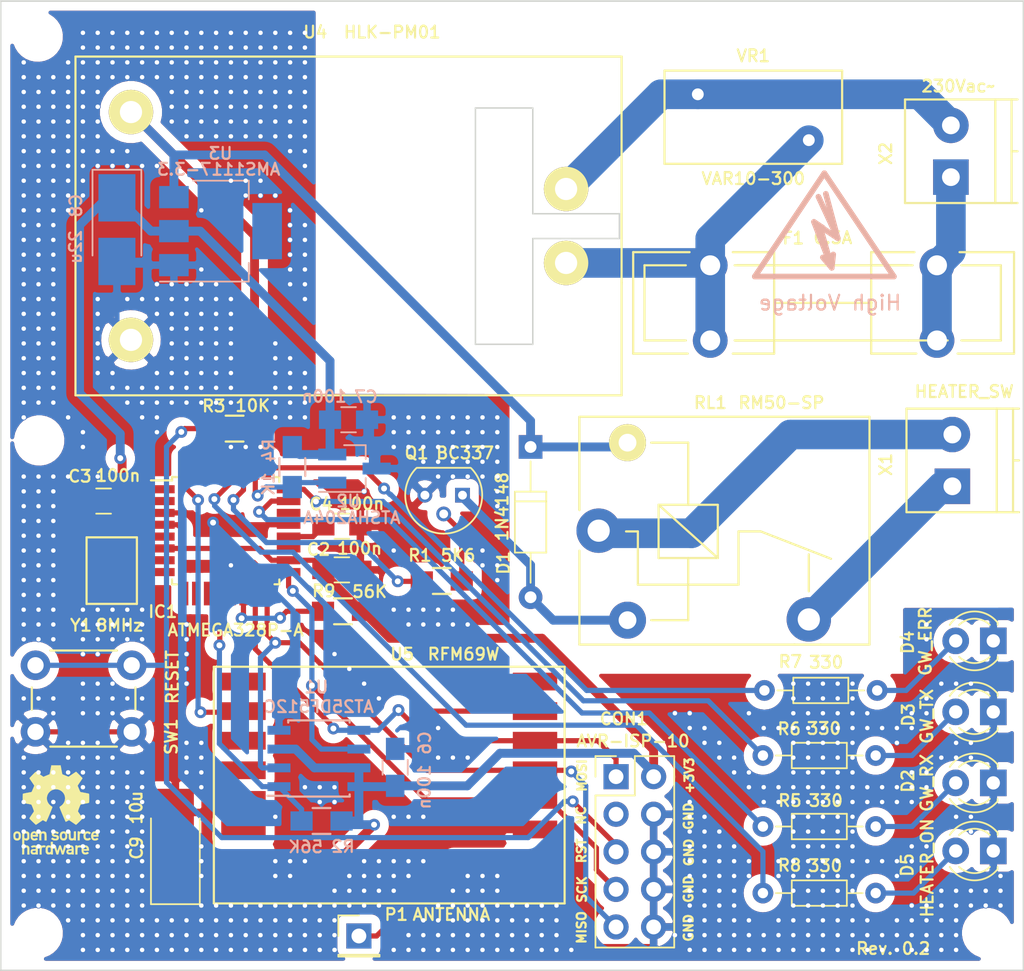
<source format=kicad_pcb>
(kicad_pcb (version 20170123) (host pcbnew no-vcs-found-44b118f~58~ubuntu16.04.1)
  (layers (0 F.Cu signal) (31 B.Cu signal) (34 B.Paste user) (35 F.Paste user) (36 B.SilkS user) (37 F.SilkS user) (38 B.Mask user) (39 F.Mask user) (44 Edge.Cuts user))
  (net 0 "")
  (net 1 GND)
  (net 2 +3V3)
  (net 3 "Net-(C4-Pad2)")
  (net 4 /RST)
  (net 5 /MISO)
  (net 6 /SCK)
  (net 7 /MOSI)
  (net 8 "Net-(D1-Pad2)")
  (net 9 +5V)
  (net 10 "Net-(D2-Pad2)")
  (net 11 "Net-(D3-Pad2)")
  (net 12 "Net-(D4-Pad2)")
  (net 13 "Net-(D5-Pad2)")
  (net 14 "Net-(F1-Pad1)")
  (net 15 "Net-(F1-Pad2)")
  (net 16 /H_RELAY_CMD)
  (net 17 /ATSHA204A)
  (net 18 /ERR_LED)
  (net 19 /TX_LED)
  (net 20 /RX_LED)
  (net 21 /SPI_FLASH_SS)
  (net 22 "Net-(IC1-Pad8)")
  (net 23 "Net-(IC1-Pad7)")
  (net 24 "Net-(P1-Pad1)")
  (net 25 "Net-(Q1-Pad2)")
  (net 26 /HEATER_ON_LED)
  (net 27 "Net-(RL1-Pad11)")
  (net 28 "Net-(RL1-Pad14)")
  (net 29 "Net-(U4-Pad2)")
  (net 30 /RFM69W_INT)
  (net 31 /RFM69W_SS)
  (module Pin_Headers:Pin_Header_Straight_1x01_Pitch2.54mm (layer F.Cu) (at 139.35 120.675)
    (fp_text reference P1 (at 2.525 -1.45) (layer F.SilkS) (effects (font (size 0.8 0.8))))
    (fp_text value ANTENNA (at 6.25 -1.45) (layer F.SilkS) (effects (font (size 0.8 0.8))))
    (pad 1 thru_hole rect (at 0 0) (size 1.7 1.7) (drill 1) (layers *.Cu *.Mask) (net 24 "Net-(P1-Pad1)"))
  )
  (module myfootprints:Symbol_HighVoltage_Type2_FrontSilk_VerySmall (layer B.Cu) (at 170.8 73.3 180)
    (fp_text reference REF** hide)
    (fp_text value "High Voltage" (at -0.381 -4.572 180) (layer B.SilkS) (effects (justify mirror)))
  )
  (module Symbols:OSHW-Logo_5.7x6mm_SilkScreen (layer F.Cu) (at 118.875 112.15)
    (fp_text reference REF*** hide)
    (fp_text value OSHW-Logo_5.7x6mm_SilkScreen hide)
  )
  (module Mounting_Holes:MountingHole_2.2mm_M2 (layer F.Cu) (at 117.65 59.875)
    (fp_text reference REF** hide)
    (fp_text value MountingHole_2.2mm_M2 hide)
    (pad "" np_thru_hole circle (at 0 0) (size 2.2 2.2) (drill 2.2) (layers *.Cu *.Mask))
  )
  (module Mounting_Holes:MountingHole_2.2mm_M2 (layer F.Cu) (at 181.8 59.925)
    (fp_text reference REF** hide)
    (fp_text value MountingHole_2.2mm_M2 hide)
    (pad "" np_thru_hole circle (at 0 0) (size 2.2 2.2) (drill 2.2) (layers *.Cu *.Mask))
  )
  (module Mounting_Holes:MountingHole_2.2mm_M2 (layer F.Cu) (at 181.8 95.275)
    (fp_text reference REF** hide)
    (fp_text value MountingHole_2.2mm_M2 hide)
    (pad "" np_thru_hole circle (at 0 0) (size 2.2 2.2) (drill 2.2) (layers *.Cu *.Mask))
  )
  (module Mounting_Holes:MountingHole_2.2mm_M2 (layer F.Cu) (at 181.8 120.475)
    (fp_text reference REF** hide)
    (fp_text value MountingHole_2.2mm_M2 hide)
    (pad "" np_thru_hole circle (at 0 0) (size 2.2 2.2) (drill 2.2) (layers *.Cu *.Mask))
  )
  (module Mounting_Holes:MountingHole_2.2mm_M2 (layer F.Cu) (at 117.75 87.175)
    (fp_text reference REF** hide)
    (fp_text value MountingHole_2.2mm_M2 hide)
    (pad "" np_thru_hole circle (at 0 0) (size 2.2 2.2) (drill 2.2) (layers *.Cu *.Mask))
  )
  (module Mounting_Holes:MountingHole_2.2mm_M2 (layer F.Cu) (at 117.65 120.475)
    (fp_text reference REF** hide)
    (fp_text value MountingHole_2.2mm_M2 hide)
    (pad "" np_thru_hole circle (at 0 0) (size 2.2 2.2) (drill 2.2) (layers *.Cu *.Mask))
  )
  (module Resistors_ThroughHole:R_Axial_DIN0204_L3.6mm_D1.6mm_P7.62mm_Horizontal (layer F.Cu) (at 174.27 117.775 180)
    (fp_text reference R8 (at 5.82 1.875 180) (layer F.SilkS) (effects (font (size 0.8 0.8))))
    (fp_text value 330 (at 3.42 1.85 180) (layer F.SilkS) (effects (font (size 0.8 0.8))))
    (pad 1 thru_hole circle (at 0 0 180) (size 1.4 1.4) (drill 0.7) (layers *.Cu *.Mask) (net 13 "Net-(D5-Pad2)"))
    (pad 2 thru_hole oval (at 7.62 0 180) (size 1.4 1.4) (drill 0.7) (layers *.Cu *.Mask) (net 26 /HEATER_ON_LED))
  )
  (module Resistors_ThroughHole:R_Axial_DIN0204_L3.6mm_D1.6mm_P7.62mm_Horizontal (layer F.Cu) (at 174.27 113.275 180)
    (fp_text reference R5 (at 5.795 1.75 180) (layer F.SilkS) (effects (font (size 0.8 0.8))))
    (fp_text value 330 (at 3.37 1.75 180) (layer F.SilkS) (effects (font (size 0.8 0.8))))
    (pad 1 thru_hole circle (at 0 0 180) (size 1.4 1.4) (drill 0.7) (layers *.Cu *.Mask) (net 10 "Net-(D2-Pad2)"))
    (pad 2 thru_hole oval (at 7.62 0 180) (size 1.4 1.4) (drill 0.7) (layers *.Cu *.Mask) (net 20 /RX_LED))
  )
  (module Resistors_ThroughHole:R_Axial_DIN0204_L3.6mm_D1.6mm_P7.62mm_Horizontal (layer F.Cu) (at 174.27 108.475 180)
    (fp_text reference R6 (at 5.845 1.8 180) (layer F.SilkS) (effects (font (size 0.8 0.8))))
    (fp_text value 330 (at 3.495 1.825 180) (layer F.SilkS) (effects (font (size 0.8 0.8))))
    (pad 1 thru_hole circle (at 0 0 180) (size 1.4 1.4) (drill 0.7) (layers *.Cu *.Mask) (net 11 "Net-(D3-Pad2)"))
    (pad 2 thru_hole oval (at 7.62 0 180) (size 1.4 1.4) (drill 0.7) (layers *.Cu *.Mask) (net 19 /TX_LED))
  )
  (module Resistors_ThroughHole:R_Axial_DIN0204_L3.6mm_D1.6mm_P7.62mm_Horizontal (layer F.Cu) (at 174.37 104.075 180)
    (fp_text reference R7 (at 5.87 1.95 180) (layer F.SilkS) (effects (font (size 0.8 0.8))))
    (fp_text value 330 (at 3.445 1.9 180) (layer F.SilkS) (effects (font (size 0.8 0.8))))
    (pad 1 thru_hole circle (at 0 0 180) (size 1.4 1.4) (drill 0.7) (layers *.Cu *.Mask) (net 12 "Net-(D4-Pad2)"))
    (pad 2 thru_hole oval (at 7.62 0 180) (size 1.4 1.4) (drill 0.7) (layers *.Cu *.Mask) (net 18 /ERR_LED))
  )
  (module myfootprints:ZTTCR-3 (layer F.Cu) (at 122.65 95.975 90)
    (fp_text reference Y1 (at -3.7 -2.075) (layer F.SilkS) (effects (font (size 0.8 0.8))))
    (fp_text value 8MHz (at -3.7 0.525) (layer F.SilkS) (effects (font (size 0.8 0.8))))
    (pad 3 smd rect (at 1.5 0 90) (size 0.8 3) (layers F.Cu F.Paste F.Mask) (net 23 "Net-(IC1-Pad7)"))
    (pad 2 smd rect (at 0 0 90) (size 0.8 3) (layers F.Cu F.Paste F.Mask) (net 1 GND))
    (pad 1 smd rect (at -1.5 0 90) (size 0.8 3) (layers F.Cu F.Paste F.Mask) (net 22 "Net-(IC1-Pad8)"))
  )
  (module Buttons_Switches_ThroughHole:SW_PUSH_6mm (layer F.Cu) (at 117.5 102.375)
    (fp_text reference SW1 (at 9.175 4.825 270) (layer F.SilkS) (effects (font (size 0.8 0.8))))
    (fp_text value RESET (at 9.25 0.8 270) (layer F.SilkS) (effects (font (size 0.8 0.8))))
    (pad 2 thru_hole circle (at 0 4.5 90) (size 2 2) (drill 1.1) (layers *.Cu *.Mask) (net 1 GND))
    (pad 1 thru_hole circle (at 0 0 90) (size 2 2) (drill 1.1) (layers *.Cu *.Mask) (net 4 /RST))
    (pad 2 thru_hole circle (at 6.5 4.5 90) (size 2 2) (drill 1.1) (layers *.Cu *.Mask) (net 1 GND))
    (pad 1 thru_hole circle (at 6.5 0 90) (size 2 2) (drill 1.1) (layers *.Cu *.Mask) (net 4 /RST))
  )
  (module Capacitors_SMD:C_0805_HandSoldering (layer F.Cu) (at 138.2 95.925 180)
    (fp_text reference C2 (at 1.575 1.375 180) (layer F.SilkS) (effects (font (size 0.8 0.8))))
    (fp_text value 100n (at -1.2 1.45 180) (layer F.SilkS) (effects (font (size 0.8 0.8))))
    (pad 1 smd rect (at -1.25 0 180) (size 1.5 1.25) (layers F.Cu F.Paste F.Mask) (net 1 GND))
    (pad 2 smd rect (at 1.25 0 180) (size 1.5 1.25) (layers F.Cu F.Paste F.Mask) (net 2 +3V3))
  )
  (module Capacitors_SMD:C_0805_HandSoldering (layer F.Cu) (at 122.1 91.275)
    (fp_text reference C3 (at -1.6 -1.675) (layer F.SilkS) (effects (font (size 0.8 0.8))))
    (fp_text value 100n (at 0.975 -1.725) (layer F.SilkS) (effects (font (size 0.8 0.8))))
    (pad 1 smd rect (at -1.25 0) (size 1.5 1.25) (layers F.Cu F.Paste F.Mask) (net 1 GND))
    (pad 2 smd rect (at 1.25 0) (size 1.5 1.25) (layers F.Cu F.Paste F.Mask) (net 2 +3V3))
  )
  (module Capacitors_SMD:C_0805_HandSoldering (layer F.Cu) (at 138.2 92.975 180)
    (fp_text reference C4 (at 1.4 1.5 180) (layer F.SilkS) (effects (font (size 0.8 0.8))))
    (fp_text value 100n (at -1.35 1.525 180) (layer F.SilkS) (effects (font (size 0.8 0.8))))
    (pad 2 smd rect (at 1.25 0 180) (size 1.5 1.25) (layers F.Cu F.Paste F.Mask) (net 3 "Net-(C4-Pad2)"))
    (pad 1 smd rect (at -1.25 0 180) (size 1.5 1.25) (layers F.Cu F.Paste F.Mask) (net 1 GND))
  )
  (module Capacitors_SMD:C_0805_HandSoldering (layer B.Cu) (at 141.8 109.275 90)
    (fp_text reference C6 (at 1.65 2 90) (layer B.SilkS) (effects (font (size 0.8 0.8)) (justify mirror)))
    (fp_text value 100n (at -1.325 1.975 90) (layer B.SilkS) (effects (font (size 0.8 0.8)) (justify mirror)))
    (pad 1 smd rect (at -1.25 0 90) (size 1.5 1.25) (layers B.Cu B.Paste B.Mask) (net 2 +3V3))
    (pad 2 smd rect (at 1.25 0 90) (size 1.5 1.25) (layers B.Cu B.Paste B.Mask) (net 1 GND))
  )
  (module Capacitors_SMD:C_0805_HandSoldering (layer B.Cu) (at 138.65 85.775)
    (fp_text reference C7 (at 1.175 -1.55) (layer B.SilkS) (effects (font (size 0.8 0.8)) (justify mirror)))
    (fp_text value 100n (at -1.65 -1.575) (layer B.SilkS) (effects (font (size 0.8 0.8)) (justify mirror)))
    (pad 2 smd rect (at 1.25 0) (size 1.5 1.25) (layers B.Cu B.Paste B.Mask) (net 1 GND))
    (pad 1 smd rect (at -1.25 0) (size 1.5 1.25) (layers B.Cu B.Paste B.Mask) (net 2 +3V3))
  )
  (module Capacitors_Tantalum_SMD:CP_Tantalum_Case-B_EIA-3528-21_Hand (layer B.Cu) (at 123 72.925 270)
    (fp_text reference C8 (at -1.625 2.775 270) (layer B.SilkS) (effects (font (size 0.8 0.8)) (justify mirror)))
    (fp_text value 22u (at 1.175 2.8 270) (layer B.SilkS) (effects (font (size 0.8 0.8)) (justify mirror)))
    (pad 1 smd rect (at -2.15 0 270) (size 3.2 2.5) (layers B.Cu B.Paste B.Mask) (net 2 +3V3))
    (pad 2 smd rect (at 2.15 0 270) (size 3.2 2.5) (layers B.Cu B.Paste B.Mask) (net 1 GND))
  )
  (module Capacitors_Tantalum_SMD:CP_Tantalum_Case-B_EIA-3528-21_Hand (layer F.Cu) (at 126.95 114.475 90)
    (fp_text reference C9 (at -0.25 -2.625 90) (layer F.SilkS) (effects (font (size 0.8 0.8))))
    (fp_text value 10u (at 2.475 -2.65 90) (layer F.SilkS) (effects (font (size 0.8 0.8))))
    (pad 2 smd rect (at 2.15 0 90) (size 3.2 2.5) (layers F.Cu F.Paste F.Mask) (net 1 GND))
    (pad 1 smd rect (at -2.15 0 90) (size 3.2 2.5) (layers F.Cu F.Paste F.Mask) (net 2 +3V3))
  )
  (module Pin_Headers:Pin_Header_Straight_2x05_Pitch2.54mm (layer F.Cu) (at 156.725 109.905)
    (fp_text reference CON1 (at 0.525 -3.905 180) (layer F.SilkS) (effects (font (size 0.8 0.8))))
    (fp_text value AVR-ISP-10 (at 1.15 -2.405 180) (layer F.SilkS) (effects (font (size 0.8 0.8))))
    (pad 10 thru_hole oval (at 2.54 10.16) (size 1.7 1.7) (drill 1) (layers *.Cu *.Mask) (net 1 GND))
    (pad 9 thru_hole oval (at 0 10.16) (size 1.7 1.7) (drill 1) (layers *.Cu *.Mask) (net 5 /MISO))
    (pad 8 thru_hole oval (at 2.54 7.62) (size 1.7 1.7) (drill 1) (layers *.Cu *.Mask) (net 1 GND))
    (pad 7 thru_hole oval (at 0 7.62) (size 1.7 1.7) (drill 1) (layers *.Cu *.Mask) (net 6 /SCK))
    (pad 6 thru_hole oval (at 2.54 5.08) (size 1.7 1.7) (drill 1) (layers *.Cu *.Mask) (net 1 GND))
    (pad 5 thru_hole oval (at 0 5.08) (size 1.7 1.7) (drill 1) (layers *.Cu *.Mask) (net 4 /RST))
    (pad 4 thru_hole oval (at 2.54 2.54) (size 1.7 1.7) (drill 1) (layers *.Cu *.Mask) (net 1 GND))
    (pad 3 thru_hole oval (at 0 2.54) (size 1.7 1.7) (drill 1) (layers *.Cu *.Mask))
    (pad 2 thru_hole oval (at 2.54 0) (size 1.7 1.7) (drill 1) (layers *.Cu *.Mask) (net 2 +3V3))
    (pad 1 thru_hole rect (at 0 0) (size 1.7 1.7) (drill 1) (layers *.Cu *.Mask) (net 7 /MOSI))
  )
  (module Diodes_ThroughHole:D_DO-35_SOD27_P10.16mm_Horizontal (layer F.Cu) (at 150.95 87.615 270)
    (fp_text reference D1 (at 7.835 1.825 270) (layer F.SilkS) (effects (font (size 0.8 0.8))))
    (fp_text value 1N4148 (at 4.035 1.925 270) (layer F.SilkS) (effects (font (size 0.8 0.8))))
    (pad 2 thru_hole oval (at 10.16 0 270) (size 1.6 1.6) (drill 0.8) (layers *.Cu *.Mask) (net 8 "Net-(D1-Pad2)"))
    (pad 1 thru_hole rect (at 0 0 270) (size 1.6 1.6) (drill 0.8) (layers *.Cu *.Mask) (net 9 +5V))
  )
  (module LEDs:LED_D3.0mm (layer F.Cu) (at 182.215 110.325 180)
    (fp_text reference D2 (at 5.765 0.125 270) (layer F.SilkS) (effects (font (size 0.8 0.8))))
    (fp_text value GW_RX (at 4.49 0 270) (layer F.SilkS) (effects (font (size 0.8 0.8))))
    (pad 2 thru_hole circle (at 2.54 0 180) (size 1.8 1.8) (drill 0.9) (layers *.Cu *.Mask) (net 10 "Net-(D2-Pad2)"))
    (pad 1 thru_hole rect (at 0 0 180) (size 1.8 1.8) (drill 0.9) (layers *.Cu *.Mask) (net 1 GND))
  )
  (module LEDs:LED_D3.0mm (layer F.Cu) (at 182.215 105.525 180)
    (fp_text reference D3 (at 5.74 -0.2 270) (layer F.SilkS) (effects (font (size 0.8 0.8))))
    (fp_text value GW_TX (at 4.49 -0.3 270) (layer F.SilkS) (effects (font (size 0.8 0.8))))
    (pad 2 thru_hole circle (at 2.54 0 180) (size 1.8 1.8) (drill 0.9) (layers *.Cu *.Mask) (net 11 "Net-(D3-Pad2)"))
    (pad 1 thru_hole rect (at 0 0 180) (size 1.8 1.8) (drill 0.9) (layers *.Cu *.Mask) (net 1 GND))
  )
  (module LEDs:LED_D3.0mm (layer F.Cu) (at 182.215 100.725 180)
    (fp_text reference D4 (at 5.79 -0.1 270) (layer F.SilkS) (effects (font (size 0.8 0.8))))
    (fp_text value GW_ERR (at 4.59 -0.025 270) (layer F.SilkS) (effects (font (size 0.8 0.8))))
    (pad 1 thru_hole rect (at 0 0 180) (size 1.8 1.8) (drill 0.9) (layers *.Cu *.Mask) (net 1 GND))
    (pad 2 thru_hole circle (at 2.54 0 180) (size 1.8 1.8) (drill 0.9) (layers *.Cu *.Mask) (net 12 "Net-(D4-Pad2)"))
  )
  (module LEDs:LED_D3.0mm (layer F.Cu) (at 182.215 114.925 180)
    (fp_text reference D5 (at 5.815 -0.95 270) (layer F.SilkS) (effects (font (size 0.8 0.8))))
    (fp_text value HEATER_ON (at 4.465 -1.15 270) (layer F.SilkS) (effects (font (size 0.8 0.8))))
    (pad 1 thru_hole rect (at 0 0 180) (size 1.8 1.8) (drill 0.9) (layers *.Cu *.Mask) (net 1 GND))
    (pad 2 thru_hole circle (at 2.54 0 180) (size 1.8 1.8) (drill 0.9) (layers *.Cu *.Mask) (net 13 "Net-(D5-Pad2)"))
  )
  (module Fuse_Holders_and_Fuses:Fuseholder5x20_horiz_open_lateral_Type-II (layer F.Cu) (at 170.75 77.875)
    (fp_text reference F1 (at -2.05 -4.375) (layer F.SilkS) (effects (font (size 0.8 0.8))))
    (fp_text value 0.5A (at 0.625 -4.4) (layer F.SilkS) (effects (font (size 0.8 0.8))))
    (pad 1 thru_hole circle (at -7.66064 2.54) (size 2.3495 2.3495) (drill 1.34874) (layers *.Cu *.Mask) (net 14 "Net-(F1-Pad1)"))
    (pad 1 thru_hole circle (at -7.66064 -2.54) (size 2.3495 2.3495) (drill 1.34874) (layers *.Cu *.Mask) (net 14 "Net-(F1-Pad1)"))
    (pad 2 thru_hole circle (at 7.66064 2.54) (size 2.3495 2.3495) (drill 1.34874) (layers *.Cu *.Mask) (net 15 "Net-(F1-Pad2)"))
    (pad 2 thru_hole circle (at 7.66064 -2.54) (size 2.3495 2.3495) (drill 1.34874) (layers *.Cu *.Mask) (net 15 "Net-(F1-Pad2)"))
  )
  (module Housings_QFP:TQFP-32_7x7mm_Pitch0.8mm (layer F.Cu) (at 130.35 93.275)
    (fp_text reference IC1 (at -4.25 5.475) (layer F.SilkS) (effects (font (size 0.8 0.8))))
    (fp_text value ATMEGA328P-A (at 0.675 6.725) (layer F.SilkS) (effects (font (size 0.8 0.8))))
    (pad 32 smd rect (at -2.8 -4.25 90) (size 1.6 0.55) (layers F.Cu F.Paste F.Mask) (net 30 /RFM69W_INT))
    (pad 31 smd rect (at -2 -4.25 90) (size 1.6 0.55) (layers F.Cu F.Paste F.Mask))
    (pad 30 smd rect (at -1.2 -4.25 90) (size 1.6 0.55) (layers F.Cu F.Paste F.Mask))
    (pad 29 smd rect (at -0.4 -4.25 90) (size 1.6 0.55) (layers F.Cu F.Paste F.Mask) (net 4 /RST))
    (pad 28 smd rect (at 0.4 -4.25 90) (size 1.6 0.55) (layers F.Cu F.Paste F.Mask) (net 26 /HEATER_ON_LED))
    (pad 27 smd rect (at 1.2 -4.25 90) (size 1.6 0.55) (layers F.Cu F.Paste F.Mask) (net 16 /H_RELAY_CMD))
    (pad 26 smd rect (at 2 -4.25 90) (size 1.6 0.55) (layers F.Cu F.Paste F.Mask) (net 17 /ATSHA204A))
    (pad 25 smd rect (at 2.8 -4.25 90) (size 1.6 0.55) (layers F.Cu F.Paste F.Mask) (net 18 /ERR_LED))
    (pad 24 smd rect (at 4.25 -2.8) (size 1.6 0.55) (layers F.Cu F.Paste F.Mask) (net 19 /TX_LED))
    (pad 23 smd rect (at 4.25 -2) (size 1.6 0.55) (layers F.Cu F.Paste F.Mask) (net 20 /RX_LED))
    (pad 22 smd rect (at 4.25 -1.2) (size 1.6 0.55) (layers F.Cu F.Paste F.Mask))
    (pad 21 smd rect (at 4.25 -0.4) (size 1.6 0.55) (layers F.Cu F.Paste F.Mask) (net 1 GND))
    (pad 20 smd rect (at 4.25 0.4) (size 1.6 0.55) (layers F.Cu F.Paste F.Mask) (net 3 "Net-(C4-Pad2)"))
    (pad 19 smd rect (at 4.25 1.2) (size 1.6 0.55) (layers F.Cu F.Paste F.Mask))
    (pad 18 smd rect (at 4.25 2) (size 1.6 0.55) (layers F.Cu F.Paste F.Mask) (net 2 +3V3))
    (pad 17 smd rect (at 4.25 2.8) (size 1.6 0.55) (layers F.Cu F.Paste F.Mask) (net 6 /SCK))
    (pad 16 smd rect (at 2.8 4.25 90) (size 1.6 0.55) (layers F.Cu F.Paste F.Mask) (net 5 /MISO))
    (pad 15 smd rect (at 2 4.25 90) (size 1.6 0.55) (layers F.Cu F.Paste F.Mask) (net 7 /MOSI))
    (pad 14 smd rect (at 1.2 4.25 90) (size 1.6 0.55) (layers F.Cu F.Paste F.Mask) (net 31 /RFM69W_SS))
    (pad 13 smd rect (at 0.4 4.25 90) (size 1.6 0.55) (layers F.Cu F.Paste F.Mask))
    (pad 12 smd rect (at -0.4 4.25 90) (size 1.6 0.55) (layers F.Cu F.Paste F.Mask) (net 21 /SPI_FLASH_SS))
    (pad 11 smd rect (at -1.2 4.25 90) (size 1.6 0.55) (layers F.Cu F.Paste F.Mask))
    (pad 10 smd rect (at -2 4.25 90) (size 1.6 0.55) (layers F.Cu F.Paste F.Mask))
    (pad 9 smd rect (at -2.8 4.25 90) (size 1.6 0.55) (layers F.Cu F.Paste F.Mask))
    (pad 8 smd rect (at -4.25 2.8) (size 1.6 0.55) (layers F.Cu F.Paste F.Mask) (net 22 "Net-(IC1-Pad8)"))
    (pad 7 smd rect (at -4.25 2) (size 1.6 0.55) (layers F.Cu F.Paste F.Mask) (net 23 "Net-(IC1-Pad7)"))
    (pad 6 smd rect (at -4.25 1.2) (size 1.6 0.55) (layers F.Cu F.Paste F.Mask) (net 2 +3V3))
    (pad 5 smd rect (at -4.25 0.4) (size 1.6 0.55) (layers F.Cu F.Paste F.Mask) (net 1 GND))
    (pad 4 smd rect (at -4.25 -0.4) (size 1.6 0.55) (layers F.Cu F.Paste F.Mask) (net 2 +3V3))
    (pad 3 smd rect (at -4.25 -1.2) (size 1.6 0.55) (layers F.Cu F.Paste F.Mask) (net 1 GND))
    (pad 2 smd rect (at -4.25 -2) (size 1.6 0.55) (layers F.Cu F.Paste F.Mask))
    (pad 1 smd rect (at -4.25 -2.8) (size 1.6 0.55) (layers F.Cu F.Paste F.Mask))
  )
  (module TO_SOT_Packages_THT:TO-92_Molded_Narrow (layer F.Cu) (at 146.35 90.875 180)
    (fp_text reference Q1 (at 3.1 2.85 180) (layer F.SilkS) (effects (font (size 0.8 0.8))))
    (fp_text value BC337 (at -0.175 2.85 180) (layer F.SilkS) (effects (font (size 0.8 0.8))))
    (pad 1 thru_hole rect (at 0 0 270) (size 1 1) (drill 0.6) (layers *.Cu *.Mask) (net 8 "Net-(D1-Pad2)"))
    (pad 3 thru_hole circle (at 2.54 0 270) (size 1 1) (drill 0.6) (layers *.Cu *.Mask) (net 1 GND))
    (pad 2 thru_hole circle (at 1.27 -1.27 270) (size 1 1) (drill 0.6) (layers *.Cu *.Mask) (net 25 "Net-(Q1-Pad2)"))
  )
  (module Resistors_SMD:R_0805_HandSoldering (layer F.Cu) (at 144.95 96.675 180)
    (fp_text reference R1 (at 1.475 1.725 180) (layer F.SilkS) (effects (font (size 0.8 0.8))))
    (fp_text value 5K6 (at -1.1 1.725 180) (layer F.SilkS) (effects (font (size 0.8 0.8))))
    (pad 1 smd rect (at -1.35 0 180) (size 1.5 1.3) (layers F.Cu F.Paste F.Mask) (net 25 "Net-(Q1-Pad2)"))
    (pad 2 smd rect (at 1.35 0 180) (size 1.5 1.3) (layers F.Cu F.Paste F.Mask) (net 16 /H_RELAY_CMD))
  )
  (module Resistors_SMD:R_0805_HandSoldering (layer B.Cu) (at 136.825 112.9)
    (fp_text reference R2 (at 1.45 1.725) (layer B.SilkS) (effects (font (size 0.8 0.8)) (justify mirror)))
    (fp_text value 56K (at -1.075 1.75) (layer B.SilkS) (effects (font (size 0.8 0.8)) (justify mirror)))
    (pad 2 smd rect (at 1.35 0) (size 1.5 1.3) (layers B.Cu B.Paste B.Mask) (net 2 +3V3))
    (pad 1 smd rect (at -1.35 0) (size 1.5 1.3) (layers B.Cu B.Paste B.Mask) (net 21 /SPI_FLASH_SS))
  )
  (module Resistors_SMD:R_0805_HandSoldering (layer F.Cu) (at 130.95 86.375 180)
    (fp_text reference R3 (at 1.4 1.525 180) (layer F.SilkS) (effects (font (size 0.8 0.8))))
    (fp_text value 10K (at -1.225 1.55 180) (layer F.SilkS) (effects (font (size 0.8 0.8))))
    (pad 2 smd rect (at 1.35 0 180) (size 1.5 1.3) (layers F.Cu F.Paste F.Mask) (net 4 /RST))
    (pad 1 smd rect (at -1.35 0 180) (size 1.5 1.3) (layers F.Cu F.Paste F.Mask) (net 9 +5V))
  )
  (module Resistors_SMD:R_0805_HandSoldering (layer B.Cu) (at 134.85 88.975 90)
    (fp_text reference R4 (at 1.125 -1.575 90) (layer B.SilkS) (effects (font (size 0.8 0.8)) (justify mirror)))
    (fp_text value 1K (at -1.15 -1.625 90) (layer B.SilkS) (effects (font (size 0.8 0.8)) (justify mirror)))
    (pad 1 smd rect (at -1.35 0 90) (size 1.5 1.3) (layers B.Cu B.Paste B.Mask) (net 17 /ATSHA204A))
    (pad 2 smd rect (at 1.35 0 90) (size 1.5 1.3) (layers B.Cu B.Paste B.Mask) (net 2 +3V3))
  )
  (module Resistors_SMD:R_0805_HandSoldering (layer F.Cu) (at 138.275 98.725)
    (fp_text reference R9 (at -1.3 -1.375) (layer F.SilkS) (effects (font (size 0.8 0.8))))
    (fp_text value 56K (at 1.8 -1.325) (layer F.SilkS) (effects (font (size 0.8 0.8))))
    (pad 1 smd rect (at -1.35 0) (size 1.5 1.3) (layers F.Cu F.Paste F.Mask) (net 31 /RFM69W_SS))
    (pad 2 smd rect (at 1.35 0) (size 1.5 1.3) (layers F.Cu F.Paste F.Mask) (net 2 +3V3))
  )
  (module myfootprints:RM50_SP (layer F.Cu) (at 155.55 93.275)
    (fp_text reference RL1 (at 7.55 -8.65) (layer F.SilkS) (effects (font (size 0.8 0.8))))
    (fp_text value RM50-SP (at 12.35 -8.65) (layer F.SilkS) (effects (font (size 0.8 0.8))))
    (pad A2 thru_hole circle (at 1.95 6.05 90) (size 2.5 2.5) (drill 1.2) (layers *.Cu *.Mask) (net 8 "Net-(D1-Pad2)"))
    (pad A1 thru_hole circle (at 1.95 -5.95 90) (size 2.5 2.5) (drill 1.2) (layers *.Cu *.Mask F.SilkS) (net 9 +5V))
    (pad 11 thru_hole circle (at 0 0 90) (size 3 3) (drill 1.5) (layers *.Cu *.Mask) (net 27 "Net-(RL1-Pad11)"))
    (pad 14 thru_hole circle (at 14.2 6 90) (size 3 3) (drill 1.5) (layers *.Cu *.Mask) (net 28 "Net-(RL1-Pad14)"))
  )
  (module Housings_SOIC:SOIC-8_3.9x4.9mm_Pitch1.27mm (layer B.Cu) (at 136.65 108.675)
    (fp_text reference U1 (at -0.175 -4.825) (layer B.SilkS) (effects (font (size 0.8 0.8)) (justify mirror)))
    (fp_text value AT25DF512C (at 0 -3.5) (layer B.SilkS) (effects (font (size 0.8 0.8)) (justify mirror)))
    (pad 8 smd rect (at 2.7 1.905) (size 1.55 0.6) (layers B.Cu B.Paste B.Mask) (net 2 +3V3))
    (pad 7 smd rect (at 2.7 0.635) (size 1.55 0.6) (layers B.Cu B.Paste B.Mask) (net 2 +3V3))
    (pad 6 smd rect (at 2.7 -0.635) (size 1.55 0.6) (layers B.Cu B.Paste B.Mask) (net 6 /SCK))
    (pad 5 smd rect (at 2.7 -1.905) (size 1.55 0.6) (layers B.Cu B.Paste B.Mask) (net 7 /MOSI))
    (pad 4 smd rect (at -2.7 -1.905) (size 1.55 0.6) (layers B.Cu B.Paste B.Mask) (net 1 GND))
    (pad 3 smd rect (at -2.7 -0.635) (size 1.55 0.6) (layers B.Cu B.Paste B.Mask) (net 2 +3V3))
    (pad 2 smd rect (at -2.7 0.635) (size 1.55 0.6) (layers B.Cu B.Paste B.Mask) (net 5 /MISO))
    (pad 1 smd rect (at -2.7 1.905) (size 1.55 0.6) (layers B.Cu B.Paste B.Mask) (net 21 /SPI_FLASH_SS))
  )
  (module TO_SOT_Packages_SMD:SOT-23_Handsoldering (layer B.Cu) (at 139.05 89.075)
    (fp_text reference U2 (at -0.425 2.2) (layer B.SilkS) (effects (font (size 0.8 0.8)) (justify mirror)))
    (fp_text value ATSHA204A (at -0.175 3.325) (layer B.SilkS) (effects (font (size 0.8 0.8)) (justify mirror)))
    (pad 3 smd rect (at 1.5 0) (size 1.9 0.8) (layers B.Cu B.Paste B.Mask) (net 1 GND))
    (pad 2 smd rect (at -1.5 -0.95) (size 1.9 0.8) (layers B.Cu B.Paste B.Mask) (net 2 +3V3))
    (pad 1 smd rect (at -1.5 0.95) (size 1.9 0.8) (layers B.Cu B.Paste B.Mask) (net 17 /ATSHA204A))
  )
  (module TO_SOT_Packages_SMD:SOT-223 (layer B.Cu) (at 130 73.025)
    (fp_text reference U3 (at 0 -5.25 180) (layer B.SilkS) (effects (font (size 0.8 0.8)) (justify mirror)))
    (fp_text value AMS1117-3.3 (at -0.125 -4.175 180) (layer B.SilkS) (effects (font (size 0.8 0.8)) (justify mirror)))
    (pad 1 smd rect (at -3.15 2.3) (size 2 1.5) (layers B.Cu B.Paste B.Mask) (net 1 GND))
    (pad 3 smd rect (at -3.15 -2.3) (size 2 1.5) (layers B.Cu B.Paste B.Mask) (net 9 +5V))
    (pad 2 smd rect (at -3.15 0) (size 2 1.5) (layers B.Cu B.Paste B.Mask) (net 2 +3V3))
    (pad 4 smd rect (at 3.15 0) (size 2 3.8) (layers B.Cu B.Paste B.Mask))
  )
  (module myfootprints:HLK-PM01 (layer F.Cu) (at 153.35 75.175 180)
    (fp_text reference U4 (at 16.95 15.6) (layer F.SilkS) (effects (font (size 0.8 0.8))))
    (fp_text value HLK-PM01 (at 11.75 15.6 180) (layer F.SilkS) (effects (font (size 0.8 0.8))))
    (pad 1 thru_hole circle (at 0 0 180) (size 3 3) (drill 1.5) (layers *.Cu *.Mask F.SilkS) (net 14 "Net-(F1-Pad1)"))
    (pad 2 thru_hole circle (at 0 5 180) (size 3 3) (drill 1.5) (layers *.Cu *.Mask F.SilkS) (net 29 "Net-(U4-Pad2)"))
    (pad 4 thru_hole circle (at 29.4 -5.2 180) (size 3 3) (drill 1.5) (layers *.Cu *.Mask F.SilkS) (net 1 GND))
    (pad 3 thru_hole circle (at 29.4 10.2 180) (size 3 3) (drill 1.5) (layers *.Cu *.Mask F.SilkS) (net 9 +5V))
  )
  (module mysensors_radios:RFM69HW_SMD_Handsoldering (layer F.Cu) (at 132.95 103.475)
    (fp_text reference U5 (at 9.325 -1.85) (layer F.SilkS) (effects (font (size 0.8 0.8))))
    (fp_text value RFM69W (at 13.475 -1.85) (layer F.SilkS) (effects (font (size 0.8 0.8))))
    (pad 16 smd rect (at 18.3 0) (size 3 1.2) (layers F.Cu F.Paste F.Mask))
    (pad 15 smd rect (at 18.3 2) (size 3 1.2) (layers F.Cu F.Paste F.Mask) (net 31 /RFM69W_SS))
    (pad 14 smd rect (at 18.3 4) (size 3 1.2) (layers F.Cu F.Paste F.Mask) (net 7 /MOSI))
    (pad 13 smd rect (at 18.3 6) (size 3 1.2) (layers F.Cu F.Paste F.Mask) (net 5 /MISO))
    (pad 12 smd rect (at 18.3 8) (size 3 1.2) (layers F.Cu F.Paste F.Mask) (net 6 /SCK))
    (pad 11 smd rect (at 18.3 10) (size 3 1.2) (layers F.Cu F.Paste F.Mask) (net 1 GND))
    (pad 10 smd rect (at 18.3 12) (size 3 1.2) (layers F.Cu F.Paste F.Mask) (net 24 "Net-(P1-Pad1)"))
    (pad 9 smd rect (at 18.3 14) (size 3 1.2) (layers F.Cu F.Paste F.Mask) (net 1 GND))
    (pad 8 smd rect (at -1.4 14) (size 3 1.2) (layers F.Cu F.Paste F.Mask) (net 2 +3V3))
    (pad 7 smd rect (at -1.4 12) (size 3 1.2) (layers F.Cu F.Paste F.Mask))
    (pad 6 smd rect (at -1.4 10) (size 3 1.2) (layers F.Cu F.Paste F.Mask))
    (pad 5 smd rect (at -1.4 8) (size 3 1.2) (layers F.Cu F.Paste F.Mask))
    (pad 4 smd rect (at -1.4 6) (size 3 1.2) (layers F.Cu F.Paste F.Mask))
    (pad 3 smd rect (at -1.4 4) (size 3 1.2) (layers F.Cu F.Paste F.Mask))
    (pad 2 smd rect (at -1.4 2) (size 3 1.2) (layers F.Cu F.Paste F.Mask) (net 30 /RFM69W_INT))
    (pad 1 smd rect (at -1.4 0) (size 3 1.2) (layers F.Cu F.Paste F.Mask))
  )
  (module Varistors:RV_Disc_D12_W6.3_P7.5 (layer F.Cu) (at 169.75 66.875 180)
    (fp_text reference VR1 (at 3.75 5.7 180) (layer F.SilkS) (effects (font (size 0.8 0.8))))
    (fp_text value VAR10-300 (at 3.75 -2.6 180) (layer F.SilkS) (effects (font (size 0.8 0.8))))
    (pad 2 thru_hole circle (at 7.5 3.1 180) (size 1.8 1.8) (drill 0.8) (layers *.Cu *.Mask) (net 29 "Net-(U4-Pad2)"))
    (pad 1 thru_hole circle (at 0 0 180) (size 1.8 1.8) (drill 0.8) (layers *.Cu *.Mask) (net 14 "Net-(F1-Pad1)"))
  )
  (module Terminal_Blocks:TerminalBlock_Pheonix_PT-3.5mm_2pol (layer F.Cu) (at 179.45 90.275 90)
    (fp_text reference X1 (at 1.475 -4.5 90) (layer F.SilkS) (effects (font (size 0.8 0.8))))
    (fp_text value HEATER_SW (at 6.4 0.8 180) (layer F.SilkS) (effects (font (size 0.8 0.8))))
    (pad 2 thru_hole circle (at 3.5 0 90) (size 2.4 2.4) (drill 1.2) (layers *.Cu *.Mask) (net 27 "Net-(RL1-Pad11)"))
    (pad 1 thru_hole rect (at 0 0 90) (size 2.4 2.4) (drill 1.2) (layers *.Cu *.Mask) (net 28 "Net-(RL1-Pad14)"))
  )
  (module Terminal_Blocks:TerminalBlock_Pheonix_PT-3.5mm_2pol (layer F.Cu) (at 179.35 69.375 90)
    (fp_text reference X2 (at 1.6 -4.4 90) (layer F.SilkS) (effects (font (size 0.8 0.8))))
    (fp_text value 230Vac~~ (at 6.15 0.5 180) (layer F.SilkS) (effects (font (size 0.8 0.8))))
    (pad 1 thru_hole rect (at 0 0 90) (size 2.4 2.4) (drill 1.2) (layers *.Cu *.Mask) (net 15 "Net-(F1-Pad2)"))
    (pad 2 thru_hole circle (at 3.5 0 90) (size 2.4 2.4) (drill 1.2) (layers *.Cu *.Mask) (net 29 "Net-(U4-Pad2)"))
  )
  (module VIA_MATRIX (layer F.Cu) (at 120.702381 59.6175)
    (fp_text reference V14_4 hide)
    (fp_text value AUTO_VIA hide)
    (pad 1 thru_hole circle (at 0 0) (size 0.4 0.4) (drill 0.3) (layers *.Cu) (net 1 GND) (clearance 0.3))
  )
  (module VIA_MATRIX (layer F.Cu) (at 121.702381 59.6175)
    (fp_text reference V15_4 hide)
    (fp_text value AUTO_VIA hide)
    (pad 1 thru_hole circle (at 0 0) (size 0.4 0.4) (drill 0.3) (layers *.Cu) (net 1 GND) (clearance 0.3))
  )
  (module VIA_MATRIX (layer F.Cu) (at 122.702381 59.6175)
    (fp_text reference V16_4 hide)
    (fp_text value AUTO_VIA hide)
    (pad 1 thru_hole circle (at 0 0) (size 0.4 0.4) (drill 0.3) (layers *.Cu) (net 1 GND) (clearance 0.3))
  )
  (module VIA_MATRIX (layer F.Cu) (at 123.702381 59.6175)
    (fp_text reference V17_4 hide)
    (fp_text value AUTO_VIA hide)
    (pad 1 thru_hole circle (at 0 0) (size 0.4 0.4) (drill 0.3) (layers *.Cu) (net 1 GND) (clearance 0.3))
  )
  (module VIA_MATRIX (layer F.Cu) (at 124.702381 59.6175)
    (fp_text reference V18_4 hide)
    (fp_text value AUTO_VIA hide)
    (pad 1 thru_hole circle (at 0 0) (size 0.4 0.4) (drill 0.3) (layers *.Cu) (net 1 GND) (clearance 0.3))
  )
  (module VIA_MATRIX (layer F.Cu) (at 125.702381 59.6175)
    (fp_text reference V19_4 hide)
    (fp_text value AUTO_VIA hide)
    (pad 1 thru_hole circle (at 0 0) (size 0.4 0.4) (drill 0.3) (layers *.Cu) (net 1 GND) (clearance 0.3))
  )
  (module VIA_MATRIX (layer F.Cu) (at 126.702381 59.6175)
    (fp_text reference V20_4 hide)
    (fp_text value AUTO_VIA hide)
    (pad 1 thru_hole circle (at 0 0) (size 0.4 0.4) (drill 0.3) (layers *.Cu) (net 1 GND) (clearance 0.3))
  )
  (module VIA_MATRIX (layer F.Cu) (at 127.702381 59.6175)
    (fp_text reference V21_4 hide)
    (fp_text value AUTO_VIA hide)
    (pad 1 thru_hole circle (at 0 0) (size 0.4 0.4) (drill 0.3) (layers *.Cu) (net 1 GND) (clearance 0.3))
  )
  (module VIA_MATRIX (layer F.Cu) (at 128.702381 59.6175)
    (fp_text reference V22_4 hide)
    (fp_text value AUTO_VIA hide)
    (pad 1 thru_hole circle (at 0 0) (size 0.4 0.4) (drill 0.3) (layers *.Cu) (net 1 GND) (clearance 0.3))
  )
  (module VIA_MATRIX (layer F.Cu) (at 129.702381 59.6175)
    (fp_text reference V23_4 hide)
    (fp_text value AUTO_VIA hide)
    (pad 1 thru_hole circle (at 0 0) (size 0.4 0.4) (drill 0.3) (layers *.Cu) (net 1 GND) (clearance 0.3))
  )
  (module VIA_MATRIX (layer F.Cu) (at 130.702381 59.6175)
    (fp_text reference V24_4 hide)
    (fp_text value AUTO_VIA hide)
    (pad 1 thru_hole circle (at 0 0) (size 0.4 0.4) (drill 0.3) (layers *.Cu) (net 1 GND) (clearance 0.3))
  )
  (module VIA_MATRIX (layer F.Cu) (at 131.702381 59.6175)
    (fp_text reference V25_4 hide)
    (fp_text value AUTO_VIA hide)
    (pad 1 thru_hole circle (at 0 0) (size 0.4 0.4) (drill 0.3) (layers *.Cu) (net 1 GND) (clearance 0.3))
  )
  (module VIA_MATRIX (layer F.Cu) (at 132.702381 59.6175)
    (fp_text reference V26_4 hide)
    (fp_text value AUTO_VIA hide)
    (pad 1 thru_hole circle (at 0 0) (size 0.4 0.4) (drill 0.3) (layers *.Cu) (net 1 GND) (clearance 0.3))
  )
  (module VIA_MATRIX (layer F.Cu) (at 133.702381 59.6175)
    (fp_text reference V27_4 hide)
    (fp_text value AUTO_VIA hide)
    (pad 1 thru_hole circle (at 0 0) (size 0.4 0.4) (drill 0.3) (layers *.Cu) (net 1 GND) (clearance 0.3))
  )
  (module VIA_MATRIX (layer F.Cu) (at 134.702381 59.6175)
    (fp_text reference V28_4 hide)
    (fp_text value AUTO_VIA hide)
    (pad 1 thru_hole circle (at 0 0) (size 0.4 0.4) (drill 0.3) (layers *.Cu) (net 1 GND) (clearance 0.3))
  )
  (module VIA_MATRIX (layer F.Cu) (at 135.702381 59.6175)
    (fp_text reference V29_4 hide)
    (fp_text value AUTO_VIA hide)
    (pad 1 thru_hole circle (at 0 0) (size 0.4 0.4) (drill 0.3) (layers *.Cu) (net 1 GND) (clearance 0.3))
  )
  (module VIA_MATRIX (layer F.Cu) (at 120.702381 60.6175)
    (fp_text reference V14_5 hide)
    (fp_text value AUTO_VIA hide)
    (pad 1 thru_hole circle (at 0 0) (size 0.4 0.4) (drill 0.3) (layers *.Cu) (net 1 GND) (clearance 0.3))
  )
  (module VIA_MATRIX (layer F.Cu) (at 121.702381 60.6175)
    (fp_text reference V15_5 hide)
    (fp_text value AUTO_VIA hide)
    (pad 1 thru_hole circle (at 0 0) (size 0.4 0.4) (drill 0.3) (layers *.Cu) (net 1 GND) (clearance 0.3))
  )
  (module VIA_MATRIX (layer F.Cu) (at 122.702381 60.6175)
    (fp_text reference V16_5 hide)
    (fp_text value AUTO_VIA hide)
    (pad 1 thru_hole circle (at 0 0) (size 0.4 0.4) (drill 0.3) (layers *.Cu) (net 1 GND) (clearance 0.3))
  )
  (module VIA_MATRIX (layer F.Cu) (at 123.702381 60.6175)
    (fp_text reference V17_5 hide)
    (fp_text value AUTO_VIA hide)
    (pad 1 thru_hole circle (at 0 0) (size 0.4 0.4) (drill 0.3) (layers *.Cu) (net 1 GND) (clearance 0.3))
  )
  (module VIA_MATRIX (layer F.Cu) (at 124.702381 60.6175)
    (fp_text reference V18_5 hide)
    (fp_text value AUTO_VIA hide)
    (pad 1 thru_hole circle (at 0 0) (size 0.4 0.4) (drill 0.3) (layers *.Cu) (net 1 GND) (clearance 0.3))
  )
  (module VIA_MATRIX (layer F.Cu) (at 125.702381 60.6175)
    (fp_text reference V19_5 hide)
    (fp_text value AUTO_VIA hide)
    (pad 1 thru_hole circle (at 0 0) (size 0.4 0.4) (drill 0.3) (layers *.Cu) (net 1 GND) (clearance 0.3))
  )
  (module VIA_MATRIX (layer F.Cu) (at 126.702381 60.6175)
    (fp_text reference V20_5 hide)
    (fp_text value AUTO_VIA hide)
    (pad 1 thru_hole circle (at 0 0) (size 0.4 0.4) (drill 0.3) (layers *.Cu) (net 1 GND) (clearance 0.3))
  )
  (module VIA_MATRIX (layer F.Cu) (at 127.702381 60.6175)
    (fp_text reference V21_5 hide)
    (fp_text value AUTO_VIA hide)
    (pad 1 thru_hole circle (at 0 0) (size 0.4 0.4) (drill 0.3) (layers *.Cu) (net 1 GND) (clearance 0.3))
  )
  (module VIA_MATRIX (layer F.Cu) (at 128.702381 60.6175)
    (fp_text reference V22_5 hide)
    (fp_text value AUTO_VIA hide)
    (pad 1 thru_hole circle (at 0 0) (size 0.4 0.4) (drill 0.3) (layers *.Cu) (net 1 GND) (clearance 0.3))
  )
  (module VIA_MATRIX (layer F.Cu) (at 129.702381 60.6175)
    (fp_text reference V23_5 hide)
    (fp_text value AUTO_VIA hide)
    (pad 1 thru_hole circle (at 0 0) (size 0.4 0.4) (drill 0.3) (layers *.Cu) (net 1 GND) (clearance 0.3))
  )
  (module VIA_MATRIX (layer F.Cu) (at 130.702381 60.6175)
    (fp_text reference V24_5 hide)
    (fp_text value AUTO_VIA hide)
    (pad 1 thru_hole circle (at 0 0) (size 0.4 0.4) (drill 0.3) (layers *.Cu) (net 1 GND) (clearance 0.3))
  )
  (module VIA_MATRIX (layer F.Cu) (at 131.702381 60.6175)
    (fp_text reference V25_5 hide)
    (fp_text value AUTO_VIA hide)
    (pad 1 thru_hole circle (at 0 0) (size 0.4 0.4) (drill 0.3) (layers *.Cu) (net 1 GND) (clearance 0.3))
  )
  (module VIA_MATRIX (layer F.Cu) (at 132.702381 60.6175)
    (fp_text reference V26_5 hide)
    (fp_text value AUTO_VIA hide)
    (pad 1 thru_hole circle (at 0 0) (size 0.4 0.4) (drill 0.3) (layers *.Cu) (net 1 GND) (clearance 0.3))
  )
  (module VIA_MATRIX (layer F.Cu) (at 133.702381 60.6175)
    (fp_text reference V27_5 hide)
    (fp_text value AUTO_VIA hide)
    (pad 1 thru_hole circle (at 0 0) (size 0.4 0.4) (drill 0.3) (layers *.Cu) (net 1 GND) (clearance 0.3))
  )
  (module VIA_MATRIX (layer F.Cu) (at 134.702381 60.6175)
    (fp_text reference V28_5 hide)
    (fp_text value AUTO_VIA hide)
    (pad 1 thru_hole circle (at 0 0) (size 0.4 0.4) (drill 0.3) (layers *.Cu) (net 1 GND) (clearance 0.3))
  )
  (module VIA_MATRIX (layer F.Cu) (at 135.702381 60.6175)
    (fp_text reference V29_5 hide)
    (fp_text value AUTO_VIA hide)
    (pad 1 thru_hole circle (at 0 0) (size 0.4 0.4) (drill 0.3) (layers *.Cu) (net 1 GND) (clearance 0.3))
  )
  (module VIA_MATRIX (layer F.Cu) (at 116.702381 61.6175)
    (fp_text reference V10_6 hide)
    (fp_text value AUTO_VIA hide)
    (pad 1 thru_hole circle (at 0 0) (size 0.4 0.4) (drill 0.3) (layers *.Cu) (net 1 GND) (clearance 0.3))
  )
  (module VIA_MATRIX (layer F.Cu) (at 119.702381 61.6175)
    (fp_text reference V13_6 hide)
    (fp_text value AUTO_VIA hide)
    (pad 1 thru_hole circle (at 0 0) (size 0.4 0.4) (drill 0.3) (layers *.Cu) (net 1 GND) (clearance 0.3))
  )
  (module VIA_MATRIX (layer F.Cu) (at 120.702381 61.6175)
    (fp_text reference V14_6 hide)
    (fp_text value AUTO_VIA hide)
    (pad 1 thru_hole circle (at 0 0) (size 0.4 0.4) (drill 0.3) (layers *.Cu) (net 1 GND) (clearance 0.3))
  )
  (module VIA_MATRIX (layer F.Cu) (at 121.702381 61.6175)
    (fp_text reference V15_6 hide)
    (fp_text value AUTO_VIA hide)
    (pad 1 thru_hole circle (at 0 0) (size 0.4 0.4) (drill 0.3) (layers *.Cu) (net 1 GND) (clearance 0.3))
  )
  (module VIA_MATRIX (layer F.Cu) (at 122.702381 61.6175)
    (fp_text reference V16_6 hide)
    (fp_text value AUTO_VIA hide)
    (pad 1 thru_hole circle (at 0 0) (size 0.4 0.4) (drill 0.3) (layers *.Cu) (net 1 GND) (clearance 0.3))
  )
  (module VIA_MATRIX (layer F.Cu) (at 123.702381 61.6175)
    (fp_text reference V17_6 hide)
    (fp_text value AUTO_VIA hide)
    (pad 1 thru_hole circle (at 0 0) (size 0.4 0.4) (drill 0.3) (layers *.Cu) (net 1 GND) (clearance 0.3))
  )
  (module VIA_MATRIX (layer F.Cu) (at 124.702381 61.6175)
    (fp_text reference V18_6 hide)
    (fp_text value AUTO_VIA hide)
    (pad 1 thru_hole circle (at 0 0) (size 0.4 0.4) (drill 0.3) (layers *.Cu) (net 1 GND) (clearance 0.3))
  )
  (module VIA_MATRIX (layer F.Cu) (at 125.702381 61.6175)
    (fp_text reference V19_6 hide)
    (fp_text value AUTO_VIA hide)
    (pad 1 thru_hole circle (at 0 0) (size 0.4 0.4) (drill 0.3) (layers *.Cu) (net 1 GND) (clearance 0.3))
  )
  (module VIA_MATRIX (layer F.Cu) (at 126.702381 61.6175)
    (fp_text reference V20_6 hide)
    (fp_text value AUTO_VIA hide)
    (pad 1 thru_hole circle (at 0 0) (size 0.4 0.4) (drill 0.3) (layers *.Cu) (net 1 GND) (clearance 0.3))
  )
  (module VIA_MATRIX (layer F.Cu) (at 127.702381 61.6175)
    (fp_text reference V21_6 hide)
    (fp_text value AUTO_VIA hide)
    (pad 1 thru_hole circle (at 0 0) (size 0.4 0.4) (drill 0.3) (layers *.Cu) (net 1 GND) (clearance 0.3))
  )
  (module VIA_MATRIX (layer F.Cu) (at 128.702381 61.6175)
    (fp_text reference V22_6 hide)
    (fp_text value AUTO_VIA hide)
    (pad 1 thru_hole circle (at 0 0) (size 0.4 0.4) (drill 0.3) (layers *.Cu) (net 1 GND) (clearance 0.3))
  )
  (module VIA_MATRIX (layer F.Cu) (at 129.702381 61.6175)
    (fp_text reference V23_6 hide)
    (fp_text value AUTO_VIA hide)
    (pad 1 thru_hole circle (at 0 0) (size 0.4 0.4) (drill 0.3) (layers *.Cu) (net 1 GND) (clearance 0.3))
  )
  (module VIA_MATRIX (layer F.Cu) (at 130.702381 61.6175)
    (fp_text reference V24_6 hide)
    (fp_text value AUTO_VIA hide)
    (pad 1 thru_hole circle (at 0 0) (size 0.4 0.4) (drill 0.3) (layers *.Cu) (net 1 GND) (clearance 0.3))
  )
  (module VIA_MATRIX (layer F.Cu) (at 131.702381 61.6175)
    (fp_text reference V25_6 hide)
    (fp_text value AUTO_VIA hide)
    (pad 1 thru_hole circle (at 0 0) (size 0.4 0.4) (drill 0.3) (layers *.Cu) (net 1 GND) (clearance 0.3))
  )
  (module VIA_MATRIX (layer F.Cu) (at 132.702381 61.6175)
    (fp_text reference V26_6 hide)
    (fp_text value AUTO_VIA hide)
    (pad 1 thru_hole circle (at 0 0) (size 0.4 0.4) (drill 0.3) (layers *.Cu) (net 1 GND) (clearance 0.3))
  )
  (module VIA_MATRIX (layer F.Cu) (at 133.702381 61.6175)
    (fp_text reference V27_6 hide)
    (fp_text value AUTO_VIA hide)
    (pad 1 thru_hole circle (at 0 0) (size 0.4 0.4) (drill 0.3) (layers *.Cu) (net 1 GND) (clearance 0.3))
  )
  (module VIA_MATRIX (layer F.Cu) (at 134.702381 61.6175)
    (fp_text reference V28_6 hide)
    (fp_text value AUTO_VIA hide)
    (pad 1 thru_hole circle (at 0 0) (size 0.4 0.4) (drill 0.3) (layers *.Cu) (net 1 GND) (clearance 0.3))
  )
  (module VIA_MATRIX (layer F.Cu) (at 135.702381 61.6175)
    (fp_text reference V29_6 hide)
    (fp_text value AUTO_VIA hide)
    (pad 1 thru_hole circle (at 0 0) (size 0.4 0.4) (drill 0.3) (layers *.Cu) (net 1 GND) (clearance 0.3))
  )
  (module VIA_MATRIX (layer F.Cu) (at 116.702381 62.6175)
    (fp_text reference V10_7 hide)
    (fp_text value AUTO_VIA hide)
    (pad 1 thru_hole circle (at 0 0) (size 0.4 0.4) (drill 0.3) (layers *.Cu) (net 1 GND) (clearance 0.3))
  )
  (module VIA_MATRIX (layer F.Cu) (at 117.702381 62.6175)
    (fp_text reference V11_7 hide)
    (fp_text value AUTO_VIA hide)
    (pad 1 thru_hole circle (at 0 0) (size 0.4 0.4) (drill 0.3) (layers *.Cu) (net 1 GND) (clearance 0.3))
  )
  (module VIA_MATRIX (layer F.Cu) (at 118.702381 62.6175)
    (fp_text reference V12_7 hide)
    (fp_text value AUTO_VIA hide)
    (pad 1 thru_hole circle (at 0 0) (size 0.4 0.4) (drill 0.3) (layers *.Cu) (net 1 GND) (clearance 0.3))
  )
  (module VIA_MATRIX (layer F.Cu) (at 119.702381 62.6175)
    (fp_text reference V13_7 hide)
    (fp_text value AUTO_VIA hide)
    (pad 1 thru_hole circle (at 0 0) (size 0.4 0.4) (drill 0.3) (layers *.Cu) (net 1 GND) (clearance 0.3))
  )
  (module VIA_MATRIX (layer F.Cu) (at 120.702381 62.6175)
    (fp_text reference V14_7 hide)
    (fp_text value AUTO_VIA hide)
    (pad 1 thru_hole circle (at 0 0) (size 0.4 0.4) (drill 0.3) (layers *.Cu) (net 1 GND) (clearance 0.3))
  )
  (module VIA_MATRIX (layer F.Cu) (at 121.702381 62.6175)
    (fp_text reference V15_7 hide)
    (fp_text value AUTO_VIA hide)
    (pad 1 thru_hole circle (at 0 0) (size 0.4 0.4) (drill 0.3) (layers *.Cu) (net 1 GND) (clearance 0.3))
  )
  (module VIA_MATRIX (layer F.Cu) (at 122.702381 62.6175)
    (fp_text reference V16_7 hide)
    (fp_text value AUTO_VIA hide)
    (pad 1 thru_hole circle (at 0 0) (size 0.4 0.4) (drill 0.3) (layers *.Cu) (net 1 GND) (clearance 0.3))
  )
  (module VIA_MATRIX (layer F.Cu) (at 123.702381 62.6175)
    (fp_text reference V17_7 hide)
    (fp_text value AUTO_VIA hide)
    (pad 1 thru_hole circle (at 0 0) (size 0.4 0.4) (drill 0.3) (layers *.Cu) (net 1 GND) (clearance 0.3))
  )
  (module VIA_MATRIX (layer F.Cu) (at 124.702381 62.6175)
    (fp_text reference V18_7 hide)
    (fp_text value AUTO_VIA hide)
    (pad 1 thru_hole circle (at 0 0) (size 0.4 0.4) (drill 0.3) (layers *.Cu) (net 1 GND) (clearance 0.3))
  )
  (module VIA_MATRIX (layer F.Cu) (at 125.702381 62.6175)
    (fp_text reference V19_7 hide)
    (fp_text value AUTO_VIA hide)
    (pad 1 thru_hole circle (at 0 0) (size 0.4 0.4) (drill 0.3) (layers *.Cu) (net 1 GND) (clearance 0.3))
  )
  (module VIA_MATRIX (layer F.Cu) (at 126.702381 62.6175)
    (fp_text reference V20_7 hide)
    (fp_text value AUTO_VIA hide)
    (pad 1 thru_hole circle (at 0 0) (size 0.4 0.4) (drill 0.3) (layers *.Cu) (net 1 GND) (clearance 0.3))
  )
  (module VIA_MATRIX (layer F.Cu) (at 127.702381 62.6175)
    (fp_text reference V21_7 hide)
    (fp_text value AUTO_VIA hide)
    (pad 1 thru_hole circle (at 0 0) (size 0.4 0.4) (drill 0.3) (layers *.Cu) (net 1 GND) (clearance 0.3))
  )
  (module VIA_MATRIX (layer F.Cu) (at 128.702381 62.6175)
    (fp_text reference V22_7 hide)
    (fp_text value AUTO_VIA hide)
    (pad 1 thru_hole circle (at 0 0) (size 0.4 0.4) (drill 0.3) (layers *.Cu) (net 1 GND) (clearance 0.3))
  )
  (module VIA_MATRIX (layer F.Cu) (at 129.702381 62.6175)
    (fp_text reference V23_7 hide)
    (fp_text value AUTO_VIA hide)
    (pad 1 thru_hole circle (at 0 0) (size 0.4 0.4) (drill 0.3) (layers *.Cu) (net 1 GND) (clearance 0.3))
  )
  (module VIA_MATRIX (layer F.Cu) (at 130.702381 62.6175)
    (fp_text reference V24_7 hide)
    (fp_text value AUTO_VIA hide)
    (pad 1 thru_hole circle (at 0 0) (size 0.4 0.4) (drill 0.3) (layers *.Cu) (net 1 GND) (clearance 0.3))
  )
  (module VIA_MATRIX (layer F.Cu) (at 131.702381 62.6175)
    (fp_text reference V25_7 hide)
    (fp_text value AUTO_VIA hide)
    (pad 1 thru_hole circle (at 0 0) (size 0.4 0.4) (drill 0.3) (layers *.Cu) (net 1 GND) (clearance 0.3))
  )
  (module VIA_MATRIX (layer F.Cu) (at 132.702381 62.6175)
    (fp_text reference V26_7 hide)
    (fp_text value AUTO_VIA hide)
    (pad 1 thru_hole circle (at 0 0) (size 0.4 0.4) (drill 0.3) (layers *.Cu) (net 1 GND) (clearance 0.3))
  )
  (module VIA_MATRIX (layer F.Cu) (at 133.702381 62.6175)
    (fp_text reference V27_7 hide)
    (fp_text value AUTO_VIA hide)
    (pad 1 thru_hole circle (at 0 0) (size 0.4 0.4) (drill 0.3) (layers *.Cu) (net 1 GND) (clearance 0.3))
  )
  (module VIA_MATRIX (layer F.Cu) (at 134.702381 62.6175)
    (fp_text reference V28_7 hide)
    (fp_text value AUTO_VIA hide)
    (pad 1 thru_hole circle (at 0 0) (size 0.4 0.4) (drill 0.3) (layers *.Cu) (net 1 GND) (clearance 0.3))
  )
  (module VIA_MATRIX (layer F.Cu) (at 135.702381 62.6175)
    (fp_text reference V29_7 hide)
    (fp_text value AUTO_VIA hide)
    (pad 1 thru_hole circle (at 0 0) (size 0.4 0.4) (drill 0.3) (layers *.Cu) (net 1 GND) (clearance 0.3))
  )
  (module VIA_MATRIX (layer F.Cu) (at 116.702381 63.6175)
    (fp_text reference V10_8 hide)
    (fp_text value AUTO_VIA hide)
    (pad 1 thru_hole circle (at 0 0) (size 0.4 0.4) (drill 0.3) (layers *.Cu) (net 1 GND) (clearance 0.3))
  )
  (module VIA_MATRIX (layer F.Cu) (at 117.702381 63.6175)
    (fp_text reference V11_8 hide)
    (fp_text value AUTO_VIA hide)
    (pad 1 thru_hole circle (at 0 0) (size 0.4 0.4) (drill 0.3) (layers *.Cu) (net 1 GND) (clearance 0.3))
  )
  (module VIA_MATRIX (layer F.Cu) (at 118.702381 63.6175)
    (fp_text reference V12_8 hide)
    (fp_text value AUTO_VIA hide)
    (pad 1 thru_hole circle (at 0 0) (size 0.4 0.4) (drill 0.3) (layers *.Cu) (net 1 GND) (clearance 0.3))
  )
  (module VIA_MATRIX (layer F.Cu) (at 119.702381 63.6175)
    (fp_text reference V13_8 hide)
    (fp_text value AUTO_VIA hide)
    (pad 1 thru_hole circle (at 0 0) (size 0.4 0.4) (drill 0.3) (layers *.Cu) (net 1 GND) (clearance 0.3))
  )
  (module VIA_MATRIX (layer F.Cu) (at 120.702381 63.6175)
    (fp_text reference V14_8 hide)
    (fp_text value AUTO_VIA hide)
    (pad 1 thru_hole circle (at 0 0) (size 0.4 0.4) (drill 0.3) (layers *.Cu) (net 1 GND) (clearance 0.3))
  )
  (module VIA_MATRIX (layer F.Cu) (at 121.702381 63.6175)
    (fp_text reference V15_8 hide)
    (fp_text value AUTO_VIA hide)
    (pad 1 thru_hole circle (at 0 0) (size 0.4 0.4) (drill 0.3) (layers *.Cu) (net 1 GND) (clearance 0.3))
  )
  (module VIA_MATRIX (layer F.Cu) (at 126.702381 63.6175)
    (fp_text reference V20_8 hide)
    (fp_text value AUTO_VIA hide)
    (pad 1 thru_hole circle (at 0 0) (size 0.4 0.4) (drill 0.3) (layers *.Cu) (net 1 GND) (clearance 0.3))
  )
  (module VIA_MATRIX (layer F.Cu) (at 127.702381 63.6175)
    (fp_text reference V21_8 hide)
    (fp_text value AUTO_VIA hide)
    (pad 1 thru_hole circle (at 0 0) (size 0.4 0.4) (drill 0.3) (layers *.Cu) (net 1 GND) (clearance 0.3))
  )
  (module VIA_MATRIX (layer F.Cu) (at 128.702381 63.6175)
    (fp_text reference V22_8 hide)
    (fp_text value AUTO_VIA hide)
    (pad 1 thru_hole circle (at 0 0) (size 0.4 0.4) (drill 0.3) (layers *.Cu) (net 1 GND) (clearance 0.3))
  )
  (module VIA_MATRIX (layer F.Cu) (at 129.702381 63.6175)
    (fp_text reference V23_8 hide)
    (fp_text value AUTO_VIA hide)
    (pad 1 thru_hole circle (at 0 0) (size 0.4 0.4) (drill 0.3) (layers *.Cu) (net 1 GND) (clearance 0.3))
  )
  (module VIA_MATRIX (layer F.Cu) (at 130.702381 63.6175)
    (fp_text reference V24_8 hide)
    (fp_text value AUTO_VIA hide)
    (pad 1 thru_hole circle (at 0 0) (size 0.4 0.4) (drill 0.3) (layers *.Cu) (net 1 GND) (clearance 0.3))
  )
  (module VIA_MATRIX (layer F.Cu) (at 131.702381 63.6175)
    (fp_text reference V25_8 hide)
    (fp_text value AUTO_VIA hide)
    (pad 1 thru_hole circle (at 0 0) (size 0.4 0.4) (drill 0.3) (layers *.Cu) (net 1 GND) (clearance 0.3))
  )
  (module VIA_MATRIX (layer F.Cu) (at 132.702381 63.6175)
    (fp_text reference V26_8 hide)
    (fp_text value AUTO_VIA hide)
    (pad 1 thru_hole circle (at 0 0) (size 0.4 0.4) (drill 0.3) (layers *.Cu) (net 1 GND) (clearance 0.3))
  )
  (module VIA_MATRIX (layer F.Cu) (at 133.702381 63.6175)
    (fp_text reference V27_8 hide)
    (fp_text value AUTO_VIA hide)
    (pad 1 thru_hole circle (at 0 0) (size 0.4 0.4) (drill 0.3) (layers *.Cu) (net 1 GND) (clearance 0.3))
  )
  (module VIA_MATRIX (layer F.Cu) (at 134.702381 63.6175)
    (fp_text reference V28_8 hide)
    (fp_text value AUTO_VIA hide)
    (pad 1 thru_hole circle (at 0 0) (size 0.4 0.4) (drill 0.3) (layers *.Cu) (net 1 GND) (clearance 0.3))
  )
  (module VIA_MATRIX (layer F.Cu) (at 135.702381 63.6175)
    (fp_text reference V29_8 hide)
    (fp_text value AUTO_VIA hide)
    (pad 1 thru_hole circle (at 0 0) (size 0.4 0.4) (drill 0.3) (layers *.Cu) (net 1 GND) (clearance 0.3))
  )
  (module VIA_MATRIX (layer F.Cu) (at 116.702381 64.6175)
    (fp_text reference V10_9 hide)
    (fp_text value AUTO_VIA hide)
    (pad 1 thru_hole circle (at 0 0) (size 0.4 0.4) (drill 0.3) (layers *.Cu) (net 1 GND) (clearance 0.3))
  )
  (module VIA_MATRIX (layer F.Cu) (at 117.702381 64.6175)
    (fp_text reference V11_9 hide)
    (fp_text value AUTO_VIA hide)
    (pad 1 thru_hole circle (at 0 0) (size 0.4 0.4) (drill 0.3) (layers *.Cu) (net 1 GND) (clearance 0.3))
  )
  (module VIA_MATRIX (layer F.Cu) (at 118.702381 64.6175)
    (fp_text reference V12_9 hide)
    (fp_text value AUTO_VIA hide)
    (pad 1 thru_hole circle (at 0 0) (size 0.4 0.4) (drill 0.3) (layers *.Cu) (net 1 GND) (clearance 0.3))
  )
  (module VIA_MATRIX (layer F.Cu) (at 119.702381 64.6175)
    (fp_text reference V13_9 hide)
    (fp_text value AUTO_VIA hide)
    (pad 1 thru_hole circle (at 0 0) (size 0.4 0.4) (drill 0.3) (layers *.Cu) (net 1 GND) (clearance 0.3))
  )
  (module VIA_MATRIX (layer F.Cu) (at 120.702381 64.6175)
    (fp_text reference V14_9 hide)
    (fp_text value AUTO_VIA hide)
    (pad 1 thru_hole circle (at 0 0) (size 0.4 0.4) (drill 0.3) (layers *.Cu) (net 1 GND) (clearance 0.3))
  )
  (module VIA_MATRIX (layer F.Cu) (at 121.702381 64.6175)
    (fp_text reference V15_9 hide)
    (fp_text value AUTO_VIA hide)
    (pad 1 thru_hole circle (at 0 0) (size 0.4 0.4) (drill 0.3) (layers *.Cu) (net 1 GND) (clearance 0.3))
  )
  (module VIA_MATRIX (layer F.Cu) (at 126.702381 64.6175)
    (fp_text reference V20_9 hide)
    (fp_text value AUTO_VIA hide)
    (pad 1 thru_hole circle (at 0 0) (size 0.4 0.4) (drill 0.3) (layers *.Cu) (net 1 GND) (clearance 0.3))
  )
  (module VIA_MATRIX (layer F.Cu) (at 127.702381 64.6175)
    (fp_text reference V21_9 hide)
    (fp_text value AUTO_VIA hide)
    (pad 1 thru_hole circle (at 0 0) (size 0.4 0.4) (drill 0.3) (layers *.Cu) (net 1 GND) (clearance 0.3))
  )
  (module VIA_MATRIX (layer F.Cu) (at 128.702381 64.6175)
    (fp_text reference V22_9 hide)
    (fp_text value AUTO_VIA hide)
    (pad 1 thru_hole circle (at 0 0) (size 0.4 0.4) (drill 0.3) (layers *.Cu) (net 1 GND) (clearance 0.3))
  )
  (module VIA_MATRIX (layer F.Cu) (at 129.702381 64.6175)
    (fp_text reference V23_9 hide)
    (fp_text value AUTO_VIA hide)
    (pad 1 thru_hole circle (at 0 0) (size 0.4 0.4) (drill 0.3) (layers *.Cu) (net 1 GND) (clearance 0.3))
  )
  (module VIA_MATRIX (layer F.Cu) (at 130.702381 64.6175)
    (fp_text reference V24_9 hide)
    (fp_text value AUTO_VIA hide)
    (pad 1 thru_hole circle (at 0 0) (size 0.4 0.4) (drill 0.3) (layers *.Cu) (net 1 GND) (clearance 0.3))
  )
  (module VIA_MATRIX (layer F.Cu) (at 131.702381 64.6175)
    (fp_text reference V25_9 hide)
    (fp_text value AUTO_VIA hide)
    (pad 1 thru_hole circle (at 0 0) (size 0.4 0.4) (drill 0.3) (layers *.Cu) (net 1 GND) (clearance 0.3))
  )
  (module VIA_MATRIX (layer F.Cu) (at 132.702381 64.6175)
    (fp_text reference V26_9 hide)
    (fp_text value AUTO_VIA hide)
    (pad 1 thru_hole circle (at 0 0) (size 0.4 0.4) (drill 0.3) (layers *.Cu) (net 1 GND) (clearance 0.3))
  )
  (module VIA_MATRIX (layer F.Cu) (at 133.702381 64.6175)
    (fp_text reference V27_9 hide)
    (fp_text value AUTO_VIA hide)
    (pad 1 thru_hole circle (at 0 0) (size 0.4 0.4) (drill 0.3) (layers *.Cu) (net 1 GND) (clearance 0.3))
  )
  (module VIA_MATRIX (layer F.Cu) (at 134.702381 64.6175)
    (fp_text reference V28_9 hide)
    (fp_text value AUTO_VIA hide)
    (pad 1 thru_hole circle (at 0 0) (size 0.4 0.4) (drill 0.3) (layers *.Cu) (net 1 GND) (clearance 0.3))
  )
  (module VIA_MATRIX (layer F.Cu) (at 135.702381 64.6175)
    (fp_text reference V29_9 hide)
    (fp_text value AUTO_VIA hide)
    (pad 1 thru_hole circle (at 0 0) (size 0.4 0.4) (drill 0.3) (layers *.Cu) (net 1 GND) (clearance 0.3))
  )
  (module VIA_MATRIX (layer F.Cu) (at 116.702381 65.6175)
    (fp_text reference V10_10 hide)
    (fp_text value AUTO_VIA hide)
    (pad 1 thru_hole circle (at 0 0) (size 0.4 0.4) (drill 0.3) (layers *.Cu) (net 1 GND) (clearance 0.3))
  )
  (module VIA_MATRIX (layer F.Cu) (at 117.702381 65.6175)
    (fp_text reference V11_10 hide)
    (fp_text value AUTO_VIA hide)
    (pad 1 thru_hole circle (at 0 0) (size 0.4 0.4) (drill 0.3) (layers *.Cu) (net 1 GND) (clearance 0.3))
  )
  (module VIA_MATRIX (layer F.Cu) (at 118.702381 65.6175)
    (fp_text reference V12_10 hide)
    (fp_text value AUTO_VIA hide)
    (pad 1 thru_hole circle (at 0 0) (size 0.4 0.4) (drill 0.3) (layers *.Cu) (net 1 GND) (clearance 0.3))
  )
  (module VIA_MATRIX (layer F.Cu) (at 119.702381 65.6175)
    (fp_text reference V13_10 hide)
    (fp_text value AUTO_VIA hide)
    (pad 1 thru_hole circle (at 0 0) (size 0.4 0.4) (drill 0.3) (layers *.Cu) (net 1 GND) (clearance 0.3))
  )
  (module VIA_MATRIX (layer F.Cu) (at 120.702381 65.6175)
    (fp_text reference V14_10 hide)
    (fp_text value AUTO_VIA hide)
    (pad 1 thru_hole circle (at 0 0) (size 0.4 0.4) (drill 0.3) (layers *.Cu) (net 1 GND) (clearance 0.3))
  )
  (module VIA_MATRIX (layer F.Cu) (at 121.702381 65.6175)
    (fp_text reference V15_10 hide)
    (fp_text value AUTO_VIA hide)
    (pad 1 thru_hole circle (at 0 0) (size 0.4 0.4) (drill 0.3) (layers *.Cu) (net 1 GND) (clearance 0.3))
  )
  (module VIA_MATRIX (layer F.Cu) (at 126.702381 65.6175)
    (fp_text reference V20_10 hide)
    (fp_text value AUTO_VIA hide)
    (pad 1 thru_hole circle (at 0 0) (size 0.4 0.4) (drill 0.3) (layers *.Cu) (net 1 GND) (clearance 0.3))
  )
  (module VIA_MATRIX (layer F.Cu) (at 127.702381 65.6175)
    (fp_text reference V21_10 hide)
    (fp_text value AUTO_VIA hide)
    (pad 1 thru_hole circle (at 0 0) (size 0.4 0.4) (drill 0.3) (layers *.Cu) (net 1 GND) (clearance 0.3))
  )
  (module VIA_MATRIX (layer F.Cu) (at 128.702381 65.6175)
    (fp_text reference V22_10 hide)
    (fp_text value AUTO_VIA hide)
    (pad 1 thru_hole circle (at 0 0) (size 0.4 0.4) (drill 0.3) (layers *.Cu) (net 1 GND) (clearance 0.3))
  )
  (module VIA_MATRIX (layer F.Cu) (at 129.702381 65.6175)
    (fp_text reference V23_10 hide)
    (fp_text value AUTO_VIA hide)
    (pad 1 thru_hole circle (at 0 0) (size 0.4 0.4) (drill 0.3) (layers *.Cu) (net 1 GND) (clearance 0.3))
  )
  (module VIA_MATRIX (layer F.Cu) (at 130.702381 65.6175)
    (fp_text reference V24_10 hide)
    (fp_text value AUTO_VIA hide)
    (pad 1 thru_hole circle (at 0 0) (size 0.4 0.4) (drill 0.3) (layers *.Cu) (net 1 GND) (clearance 0.3))
  )
  (module VIA_MATRIX (layer F.Cu) (at 131.702381 65.6175)
    (fp_text reference V25_10 hide)
    (fp_text value AUTO_VIA hide)
    (pad 1 thru_hole circle (at 0 0) (size 0.4 0.4) (drill 0.3) (layers *.Cu) (net 1 GND) (clearance 0.3))
  )
  (module VIA_MATRIX (layer F.Cu) (at 132.702381 65.6175)
    (fp_text reference V26_10 hide)
    (fp_text value AUTO_VIA hide)
    (pad 1 thru_hole circle (at 0 0) (size 0.4 0.4) (drill 0.3) (layers *.Cu) (net 1 GND) (clearance 0.3))
  )
  (module VIA_MATRIX (layer F.Cu) (at 133.702381 65.6175)
    (fp_text reference V27_10 hide)
    (fp_text value AUTO_VIA hide)
    (pad 1 thru_hole circle (at 0 0) (size 0.4 0.4) (drill 0.3) (layers *.Cu) (net 1 GND) (clearance 0.3))
  )
  (module VIA_MATRIX (layer F.Cu) (at 134.702381 65.6175)
    (fp_text reference V28_10 hide)
    (fp_text value AUTO_VIA hide)
    (pad 1 thru_hole circle (at 0 0) (size 0.4 0.4) (drill 0.3) (layers *.Cu) (net 1 GND) (clearance 0.3))
  )
  (module VIA_MATRIX (layer F.Cu) (at 135.702381 65.6175)
    (fp_text reference V29_10 hide)
    (fp_text value AUTO_VIA hide)
    (pad 1 thru_hole circle (at 0 0) (size 0.4 0.4) (drill 0.3) (layers *.Cu) (net 1 GND) (clearance 0.3))
  )
  (module VIA_MATRIX (layer F.Cu) (at 116.702381 66.6175)
    (fp_text reference V10_11 hide)
    (fp_text value AUTO_VIA hide)
    (pad 1 thru_hole circle (at 0 0) (size 0.4 0.4) (drill 0.3) (layers *.Cu) (net 1 GND) (clearance 0.3))
  )
  (module VIA_MATRIX (layer F.Cu) (at 117.702381 66.6175)
    (fp_text reference V11_11 hide)
    (fp_text value AUTO_VIA hide)
    (pad 1 thru_hole circle (at 0 0) (size 0.4 0.4) (drill 0.3) (layers *.Cu) (net 1 GND) (clearance 0.3))
  )
  (module VIA_MATRIX (layer F.Cu) (at 118.702381 66.6175)
    (fp_text reference V12_11 hide)
    (fp_text value AUTO_VIA hide)
    (pad 1 thru_hole circle (at 0 0) (size 0.4 0.4) (drill 0.3) (layers *.Cu) (net 1 GND) (clearance 0.3))
  )
  (module VIA_MATRIX (layer F.Cu) (at 119.702381 66.6175)
    (fp_text reference V13_11 hide)
    (fp_text value AUTO_VIA hide)
    (pad 1 thru_hole circle (at 0 0) (size 0.4 0.4) (drill 0.3) (layers *.Cu) (net 1 GND) (clearance 0.3))
  )
  (module VIA_MATRIX (layer F.Cu) (at 120.702381 66.6175)
    (fp_text reference V14_11 hide)
    (fp_text value AUTO_VIA hide)
    (pad 1 thru_hole circle (at 0 0) (size 0.4 0.4) (drill 0.3) (layers *.Cu) (net 1 GND) (clearance 0.3))
  )
  (module VIA_MATRIX (layer F.Cu) (at 121.702381 66.6175)
    (fp_text reference V15_11 hide)
    (fp_text value AUTO_VIA hide)
    (pad 1 thru_hole circle (at 0 0) (size 0.4 0.4) (drill 0.3) (layers *.Cu) (net 1 GND) (clearance 0.3))
  )
  (module VIA_MATRIX (layer F.Cu) (at 127.702381 66.6175)
    (fp_text reference V21_11 hide)
    (fp_text value AUTO_VIA hide)
    (pad 1 thru_hole circle (at 0 0) (size 0.4 0.4) (drill 0.3) (layers *.Cu) (net 1 GND) (clearance 0.3))
  )
  (module VIA_MATRIX (layer F.Cu) (at 128.702381 66.6175)
    (fp_text reference V22_11 hide)
    (fp_text value AUTO_VIA hide)
    (pad 1 thru_hole circle (at 0 0) (size 0.4 0.4) (drill 0.3) (layers *.Cu) (net 1 GND) (clearance 0.3))
  )
  (module VIA_MATRIX (layer F.Cu) (at 129.702381 66.6175)
    (fp_text reference V23_11 hide)
    (fp_text value AUTO_VIA hide)
    (pad 1 thru_hole circle (at 0 0) (size 0.4 0.4) (drill 0.3) (layers *.Cu) (net 1 GND) (clearance 0.3))
  )
  (module VIA_MATRIX (layer F.Cu) (at 130.702381 66.6175)
    (fp_text reference V24_11 hide)
    (fp_text value AUTO_VIA hide)
    (pad 1 thru_hole circle (at 0 0) (size 0.4 0.4) (drill 0.3) (layers *.Cu) (net 1 GND) (clearance 0.3))
  )
  (module VIA_MATRIX (layer F.Cu) (at 131.702381 66.6175)
    (fp_text reference V25_11 hide)
    (fp_text value AUTO_VIA hide)
    (pad 1 thru_hole circle (at 0 0) (size 0.4 0.4) (drill 0.3) (layers *.Cu) (net 1 GND) (clearance 0.3))
  )
  (module VIA_MATRIX (layer F.Cu) (at 132.702381 66.6175)
    (fp_text reference V26_11 hide)
    (fp_text value AUTO_VIA hide)
    (pad 1 thru_hole circle (at 0 0) (size 0.4 0.4) (drill 0.3) (layers *.Cu) (net 1 GND) (clearance 0.3))
  )
  (module VIA_MATRIX (layer F.Cu) (at 133.702381 66.6175)
    (fp_text reference V27_11 hide)
    (fp_text value AUTO_VIA hide)
    (pad 1 thru_hole circle (at 0 0) (size 0.4 0.4) (drill 0.3) (layers *.Cu) (net 1 GND) (clearance 0.3))
  )
  (module VIA_MATRIX (layer F.Cu) (at 134.702381 66.6175)
    (fp_text reference V28_11 hide)
    (fp_text value AUTO_VIA hide)
    (pad 1 thru_hole circle (at 0 0) (size 0.4 0.4) (drill 0.3) (layers *.Cu) (net 1 GND) (clearance 0.3))
  )
  (module VIA_MATRIX (layer F.Cu) (at 135.702381 66.6175)
    (fp_text reference V29_11 hide)
    (fp_text value AUTO_VIA hide)
    (pad 1 thru_hole circle (at 0 0) (size 0.4 0.4) (drill 0.3) (layers *.Cu) (net 1 GND) (clearance 0.3))
  )
  (module VIA_MATRIX (layer F.Cu) (at 116.702381 67.6175)
    (fp_text reference V10_12 hide)
    (fp_text value AUTO_VIA hide)
    (pad 1 thru_hole circle (at 0 0) (size 0.4 0.4) (drill 0.3) (layers *.Cu) (net 1 GND) (clearance 0.3))
  )
  (module VIA_MATRIX (layer F.Cu) (at 117.702381 67.6175)
    (fp_text reference V11_12 hide)
    (fp_text value AUTO_VIA hide)
    (pad 1 thru_hole circle (at 0 0) (size 0.4 0.4) (drill 0.3) (layers *.Cu) (net 1 GND) (clearance 0.3))
  )
  (module VIA_MATRIX (layer F.Cu) (at 118.702381 67.6175)
    (fp_text reference V12_12 hide)
    (fp_text value AUTO_VIA hide)
    (pad 1 thru_hole circle (at 0 0) (size 0.4 0.4) (drill 0.3) (layers *.Cu) (net 1 GND) (clearance 0.3))
  )
  (module VIA_MATRIX (layer F.Cu) (at 119.702381 67.6175)
    (fp_text reference V13_12 hide)
    (fp_text value AUTO_VIA hide)
    (pad 1 thru_hole circle (at 0 0) (size 0.4 0.4) (drill 0.3) (layers *.Cu) (net 1 GND) (clearance 0.3))
  )
  (module VIA_MATRIX (layer F.Cu) (at 120.702381 67.6175)
    (fp_text reference V14_12 hide)
    (fp_text value AUTO_VIA hide)
    (pad 1 thru_hole circle (at 0 0) (size 0.4 0.4) (drill 0.3) (layers *.Cu) (net 1 GND) (clearance 0.3))
  )
  (module VIA_MATRIX (layer F.Cu) (at 121.702381 67.6175)
    (fp_text reference V15_12 hide)
    (fp_text value AUTO_VIA hide)
    (pad 1 thru_hole circle (at 0 0) (size 0.4 0.4) (drill 0.3) (layers *.Cu) (net 1 GND) (clearance 0.3))
  )
  (module VIA_MATRIX (layer F.Cu) (at 122.702381 67.6175)
    (fp_text reference V16_12 hide)
    (fp_text value AUTO_VIA hide)
    (pad 1 thru_hole circle (at 0 0) (size 0.4 0.4) (drill 0.3) (layers *.Cu) (net 1 GND) (clearance 0.3))
  )
  (module VIA_MATRIX (layer F.Cu) (at 123.702381 67.6175)
    (fp_text reference V17_12 hide)
    (fp_text value AUTO_VIA hide)
    (pad 1 thru_hole circle (at 0 0) (size 0.4 0.4) (drill 0.3) (layers *.Cu) (net 1 GND) (clearance 0.3))
  )
  (module VIA_MATRIX (layer F.Cu) (at 134.702381 67.6175)
    (fp_text reference V28_12 hide)
    (fp_text value AUTO_VIA hide)
    (pad 1 thru_hole circle (at 0 0) (size 0.4 0.4) (drill 0.3) (layers *.Cu) (net 1 GND) (clearance 0.3))
  )
  (module VIA_MATRIX (layer F.Cu) (at 135.702381 67.6175)
    (fp_text reference V29_12 hide)
    (fp_text value AUTO_VIA hide)
    (pad 1 thru_hole circle (at 0 0) (size 0.4 0.4) (drill 0.3) (layers *.Cu) (net 1 GND) (clearance 0.3))
  )
  (module VIA_MATRIX (layer F.Cu) (at 116.702381 68.6175)
    (fp_text reference V10_13 hide)
    (fp_text value AUTO_VIA hide)
    (pad 1 thru_hole circle (at 0 0) (size 0.4 0.4) (drill 0.3) (layers *.Cu) (net 1 GND) (clearance 0.3))
  )
  (module VIA_MATRIX (layer F.Cu) (at 117.702381 68.6175)
    (fp_text reference V11_13 hide)
    (fp_text value AUTO_VIA hide)
    (pad 1 thru_hole circle (at 0 0) (size 0.4 0.4) (drill 0.3) (layers *.Cu) (net 1 GND) (clearance 0.3))
  )
  (module VIA_MATRIX (layer F.Cu) (at 118.702381 68.6175)
    (fp_text reference V12_13 hide)
    (fp_text value AUTO_VIA hide)
    (pad 1 thru_hole circle (at 0 0) (size 0.4 0.4) (drill 0.3) (layers *.Cu) (net 1 GND) (clearance 0.3))
  )
  (module VIA_MATRIX (layer F.Cu) (at 119.702381 68.6175)
    (fp_text reference V13_13 hide)
    (fp_text value AUTO_VIA hide)
    (pad 1 thru_hole circle (at 0 0) (size 0.4 0.4) (drill 0.3) (layers *.Cu) (net 1 GND) (clearance 0.3))
  )
  (module VIA_MATRIX (layer F.Cu) (at 120.702381 68.6175)
    (fp_text reference V14_13 hide)
    (fp_text value AUTO_VIA hide)
    (pad 1 thru_hole circle (at 0 0) (size 0.4 0.4) (drill 0.3) (layers *.Cu) (net 1 GND) (clearance 0.3))
  )
  (module VIA_MATRIX (layer F.Cu) (at 121.702381 68.6175)
    (fp_text reference V15_13 hide)
    (fp_text value AUTO_VIA hide)
    (pad 1 thru_hole circle (at 0 0) (size 0.4 0.4) (drill 0.3) (layers *.Cu) (net 1 GND) (clearance 0.3))
  )
  (module VIA_MATRIX (layer F.Cu) (at 122.702381 68.6175)
    (fp_text reference V16_13 hide)
    (fp_text value AUTO_VIA hide)
    (pad 1 thru_hole circle (at 0 0) (size 0.4 0.4) (drill 0.3) (layers *.Cu) (net 1 GND) (clearance 0.3))
  )
  (module VIA_MATRIX (layer F.Cu) (at 123.702381 68.6175)
    (fp_text reference V17_13 hide)
    (fp_text value AUTO_VIA hide)
    (pad 1 thru_hole circle (at 0 0) (size 0.4 0.4) (drill 0.3) (layers *.Cu) (net 1 GND) (clearance 0.3))
  )
  (module VIA_MATRIX (layer F.Cu) (at 124.702381 68.6175)
    (fp_text reference V18_13 hide)
    (fp_text value AUTO_VIA hide)
    (pad 1 thru_hole circle (at 0 0) (size 0.4 0.4) (drill 0.3) (layers *.Cu) (net 1 GND) (clearance 0.3))
  )
  (module VIA_MATRIX (layer F.Cu) (at 125.702381 68.6175)
    (fp_text reference V19_13 hide)
    (fp_text value AUTO_VIA hide)
    (pad 1 thru_hole circle (at 0 0) (size 0.4 0.4) (drill 0.3) (layers *.Cu) (net 1 GND) (clearance 0.3))
  )
  (module VIA_MATRIX (layer F.Cu) (at 135.702381 68.6175)
    (fp_text reference V29_13 hide)
    (fp_text value AUTO_VIA hide)
    (pad 1 thru_hole circle (at 0 0) (size 0.4 0.4) (drill 0.3) (layers *.Cu) (net 1 GND) (clearance 0.3))
  )
  (module VIA_MATRIX (layer F.Cu) (at 116.702381 69.6175)
    (fp_text reference V10_14 hide)
    (fp_text value AUTO_VIA hide)
    (pad 1 thru_hole circle (at 0 0) (size 0.4 0.4) (drill 0.3) (layers *.Cu) (net 1 GND) (clearance 0.3))
  )
  (module VIA_MATRIX (layer F.Cu) (at 117.702381 69.6175)
    (fp_text reference V11_14 hide)
    (fp_text value AUTO_VIA hide)
    (pad 1 thru_hole circle (at 0 0) (size 0.4 0.4) (drill 0.3) (layers *.Cu) (net 1 GND) (clearance 0.3))
  )
  (module VIA_MATRIX (layer F.Cu) (at 118.702381 69.6175)
    (fp_text reference V12_14 hide)
    (fp_text value AUTO_VIA hide)
    (pad 1 thru_hole circle (at 0 0) (size 0.4 0.4) (drill 0.3) (layers *.Cu) (net 1 GND) (clearance 0.3))
  )
  (module VIA_MATRIX (layer F.Cu) (at 119.702381 69.6175)
    (fp_text reference V13_14 hide)
    (fp_text value AUTO_VIA hide)
    (pad 1 thru_hole circle (at 0 0) (size 0.4 0.4) (drill 0.3) (layers *.Cu) (net 1 GND) (clearance 0.3))
  )
  (module VIA_MATRIX (layer F.Cu) (at 120.702381 69.6175)
    (fp_text reference V14_14 hide)
    (fp_text value AUTO_VIA hide)
    (pad 1 thru_hole circle (at 0 0) (size 0.4 0.4) (drill 0.3) (layers *.Cu) (net 1 GND) (clearance 0.3))
  )
  (module VIA_MATRIX (layer F.Cu) (at 130.702381 69.6175)
    (fp_text reference V24_14 hide)
    (fp_text value AUTO_VIA hide)
    (pad 1 thru_hole circle (at 0 0) (size 0.4 0.4) (drill 0.3) (layers *.Cu) (net 1 GND) (clearance 0.3))
  )
  (module VIA_MATRIX (layer F.Cu) (at 131.702381 69.6175)
    (fp_text reference V25_14 hide)
    (fp_text value AUTO_VIA hide)
    (pad 1 thru_hole circle (at 0 0) (size 0.4 0.4) (drill 0.3) (layers *.Cu) (net 1 GND) (clearance 0.3))
  )
  (module VIA_MATRIX (layer F.Cu) (at 132.702381 69.6175)
    (fp_text reference V26_14 hide)
    (fp_text value AUTO_VIA hide)
    (pad 1 thru_hole circle (at 0 0) (size 0.4 0.4) (drill 0.3) (layers *.Cu) (net 1 GND) (clearance 0.3))
  )
  (module VIA_MATRIX (layer F.Cu) (at 116.702381 70.6175)
    (fp_text reference V10_15 hide)
    (fp_text value AUTO_VIA hide)
    (pad 1 thru_hole circle (at 0 0) (size 0.4 0.4) (drill 0.3) (layers *.Cu) (net 1 GND) (clearance 0.3))
  )
  (module VIA_MATRIX (layer F.Cu) (at 117.702381 70.6175)
    (fp_text reference V11_15 hide)
    (fp_text value AUTO_VIA hide)
    (pad 1 thru_hole circle (at 0 0) (size 0.4 0.4) (drill 0.3) (layers *.Cu) (net 1 GND) (clearance 0.3))
  )
  (module VIA_MATRIX (layer F.Cu) (at 118.702381 70.6175)
    (fp_text reference V12_15 hide)
    (fp_text value AUTO_VIA hide)
    (pad 1 thru_hole circle (at 0 0) (size 0.4 0.4) (drill 0.3) (layers *.Cu) (net 1 GND) (clearance 0.3))
  )
  (module VIA_MATRIX (layer F.Cu) (at 119.702381 70.6175)
    (fp_text reference V13_15 hide)
    (fp_text value AUTO_VIA hide)
    (pad 1 thru_hole circle (at 0 0) (size 0.4 0.4) (drill 0.3) (layers *.Cu) (net 1 GND) (clearance 0.3))
  )
  (module VIA_MATRIX (layer F.Cu) (at 120.702381 70.6175)
    (fp_text reference V14_15 hide)
    (fp_text value AUTO_VIA hide)
    (pad 1 thru_hole circle (at 0 0) (size 0.4 0.4) (drill 0.3) (layers *.Cu) (net 1 GND) (clearance 0.3))
  )
  (module VIA_MATRIX (layer F.Cu) (at 131.702381 70.6175)
    (fp_text reference V25_15 hide)
    (fp_text value AUTO_VIA hide)
    (pad 1 thru_hole circle (at 0 0) (size 0.4 0.4) (drill 0.3) (layers *.Cu) (net 1 GND) (clearance 0.3))
  )
  (module VIA_MATRIX (layer F.Cu) (at 132.702381 70.6175)
    (fp_text reference V26_15 hide)
    (fp_text value AUTO_VIA hide)
    (pad 1 thru_hole circle (at 0 0) (size 0.4 0.4) (drill 0.3) (layers *.Cu) (net 1 GND) (clearance 0.3))
  )
  (module VIA_MATRIX (layer F.Cu) (at 133.702381 70.6175)
    (fp_text reference V27_15 hide)
    (fp_text value AUTO_VIA hide)
    (pad 1 thru_hole circle (at 0 0) (size 0.4 0.4) (drill 0.3) (layers *.Cu) (net 1 GND) (clearance 0.3))
  )
  (module VIA_MATRIX (layer F.Cu) (at 116.702381 71.6175)
    (fp_text reference V10_16 hide)
    (fp_text value AUTO_VIA hide)
    (pad 1 thru_hole circle (at 0 0) (size 0.4 0.4) (drill 0.3) (layers *.Cu) (net 1 GND) (clearance 0.3))
  )
  (module VIA_MATRIX (layer F.Cu) (at 117.702381 71.6175)
    (fp_text reference V11_16 hide)
    (fp_text value AUTO_VIA hide)
    (pad 1 thru_hole circle (at 0 0) (size 0.4 0.4) (drill 0.3) (layers *.Cu) (net 1 GND) (clearance 0.3))
  )
  (module VIA_MATRIX (layer F.Cu) (at 118.702381 71.6175)
    (fp_text reference V12_16 hide)
    (fp_text value AUTO_VIA hide)
    (pad 1 thru_hole circle (at 0 0) (size 0.4 0.4) (drill 0.3) (layers *.Cu) (net 1 GND) (clearance 0.3))
  )
  (module VIA_MATRIX (layer F.Cu) (at 119.702381 71.6175)
    (fp_text reference V13_16 hide)
    (fp_text value AUTO_VIA hide)
    (pad 1 thru_hole circle (at 0 0) (size 0.4 0.4) (drill 0.3) (layers *.Cu) (net 1 GND) (clearance 0.3))
  )
  (module VIA_MATRIX (layer F.Cu) (at 128.702381 71.6175)
    (fp_text reference V22_16 hide)
    (fp_text value AUTO_VIA hide)
    (pad 1 thru_hole circle (at 0 0) (size 0.4 0.4) (drill 0.3) (layers *.Cu) (net 1 GND) (clearance 0.3))
  )
  (module VIA_MATRIX (layer F.Cu) (at 134.702381 71.6175)
    (fp_text reference V28_16 hide)
    (fp_text value AUTO_VIA hide)
    (pad 1 thru_hole circle (at 0 0) (size 0.4 0.4) (drill 0.3) (layers *.Cu) (net 1 GND) (clearance 0.3))
  )
  (module VIA_MATRIX (layer F.Cu) (at 116.702381 72.6175)
    (fp_text reference V10_17 hide)
    (fp_text value AUTO_VIA hide)
    (pad 1 thru_hole circle (at 0 0) (size 0.4 0.4) (drill 0.3) (layers *.Cu) (net 1 GND) (clearance 0.3))
  )
  (module VIA_MATRIX (layer F.Cu) (at 117.702381 72.6175)
    (fp_text reference V11_17 hide)
    (fp_text value AUTO_VIA hide)
    (pad 1 thru_hole circle (at 0 0) (size 0.4 0.4) (drill 0.3) (layers *.Cu) (net 1 GND) (clearance 0.3))
  )
  (module VIA_MATRIX (layer F.Cu) (at 118.702381 72.6175)
    (fp_text reference V12_17 hide)
    (fp_text value AUTO_VIA hide)
    (pad 1 thru_hole circle (at 0 0) (size 0.4 0.4) (drill 0.3) (layers *.Cu) (net 1 GND) (clearance 0.3))
  )
  (module VIA_MATRIX (layer F.Cu) (at 134.702381 72.6175)
    (fp_text reference V28_17 hide)
    (fp_text value AUTO_VIA hide)
    (pad 1 thru_hole circle (at 0 0) (size 0.4 0.4) (drill 0.3) (layers *.Cu) (net 1 GND) (clearance 0.3))
  )
  (module VIA_MATRIX (layer F.Cu) (at 135.702381 72.6175)
    (fp_text reference V29_17 hide)
    (fp_text value AUTO_VIA hide)
    (pad 1 thru_hole circle (at 0 0) (size 0.4 0.4) (drill 0.3) (layers *.Cu) (net 1 GND) (clearance 0.3))
  )
  (module VIA_MATRIX (layer F.Cu) (at 116.702381 73.6175)
    (fp_text reference V10_18 hide)
    (fp_text value AUTO_VIA hide)
    (pad 1 thru_hole circle (at 0 0) (size 0.4 0.4) (drill 0.3) (layers *.Cu) (net 1 GND) (clearance 0.3))
  )
  (module VIA_MATRIX (layer F.Cu) (at 117.702381 73.6175)
    (fp_text reference V11_18 hide)
    (fp_text value AUTO_VIA hide)
    (pad 1 thru_hole circle (at 0 0) (size 0.4 0.4) (drill 0.3) (layers *.Cu) (net 1 GND) (clearance 0.3))
  )
  (module VIA_MATRIX (layer F.Cu) (at 118.702381 73.6175)
    (fp_text reference V12_18 hide)
    (fp_text value AUTO_VIA hide)
    (pad 1 thru_hole circle (at 0 0) (size 0.4 0.4) (drill 0.3) (layers *.Cu) (net 1 GND) (clearance 0.3))
  )
  (module VIA_MATRIX (layer F.Cu) (at 134.702381 73.6175)
    (fp_text reference V28_18 hide)
    (fp_text value AUTO_VIA hide)
    (pad 1 thru_hole circle (at 0 0) (size 0.4 0.4) (drill 0.3) (layers *.Cu) (net 1 GND) (clearance 0.3))
  )
  (module VIA_MATRIX (layer F.Cu) (at 135.702381 73.6175)
    (fp_text reference V29_18 hide)
    (fp_text value AUTO_VIA hide)
    (pad 1 thru_hole circle (at 0 0) (size 0.4 0.4) (drill 0.3) (layers *.Cu) (net 1 GND) (clearance 0.3))
  )
  (module VIA_MATRIX (layer F.Cu) (at 116.702381 74.6175)
    (fp_text reference V10_19 hide)
    (fp_text value AUTO_VIA hide)
    (pad 1 thru_hole circle (at 0 0) (size 0.4 0.4) (drill 0.3) (layers *.Cu) (net 1 GND) (clearance 0.3))
  )
  (module VIA_MATRIX (layer F.Cu) (at 117.702381 74.6175)
    (fp_text reference V11_19 hide)
    (fp_text value AUTO_VIA hide)
    (pad 1 thru_hole circle (at 0 0) (size 0.4 0.4) (drill 0.3) (layers *.Cu) (net 1 GND) (clearance 0.3))
  )
  (module VIA_MATRIX (layer F.Cu) (at 118.702381 74.6175)
    (fp_text reference V12_19 hide)
    (fp_text value AUTO_VIA hide)
    (pad 1 thru_hole circle (at 0 0) (size 0.4 0.4) (drill 0.3) (layers *.Cu) (net 1 GND) (clearance 0.3))
  )
  (module VIA_MATRIX (layer F.Cu) (at 134.702381 74.6175)
    (fp_text reference V28_19 hide)
    (fp_text value AUTO_VIA hide)
    (pad 1 thru_hole circle (at 0 0) (size 0.4 0.4) (drill 0.3) (layers *.Cu) (net 1 GND) (clearance 0.3))
  )
  (module VIA_MATRIX (layer F.Cu) (at 135.702381 74.6175)
    (fp_text reference V29_19 hide)
    (fp_text value AUTO_VIA hide)
    (pad 1 thru_hole circle (at 0 0) (size 0.4 0.4) (drill 0.3) (layers *.Cu) (net 1 GND) (clearance 0.3))
  )
  (module VIA_MATRIX (layer F.Cu) (at 116.702381 75.6175)
    (fp_text reference V10_20 hide)
    (fp_text value AUTO_VIA hide)
    (pad 1 thru_hole circle (at 0 0) (size 0.4 0.4) (drill 0.3) (layers *.Cu) (net 1 GND) (clearance 0.3))
  )
  (module VIA_MATRIX (layer F.Cu) (at 117.702381 75.6175)
    (fp_text reference V11_20 hide)
    (fp_text value AUTO_VIA hide)
    (pad 1 thru_hole circle (at 0 0) (size 0.4 0.4) (drill 0.3) (layers *.Cu) (net 1 GND) (clearance 0.3))
  )
  (module VIA_MATRIX (layer F.Cu) (at 118.702381 75.6175)
    (fp_text reference V12_20 hide)
    (fp_text value AUTO_VIA hide)
    (pad 1 thru_hole circle (at 0 0) (size 0.4 0.4) (drill 0.3) (layers *.Cu) (net 1 GND) (clearance 0.3))
  )
  (module VIA_MATRIX (layer F.Cu) (at 128.702381 75.6175)
    (fp_text reference V22_20 hide)
    (fp_text value AUTO_VIA hide)
    (pad 1 thru_hole circle (at 0 0) (size 0.4 0.4) (drill 0.3) (layers *.Cu) (net 1 GND) (clearance 0.3))
  )
  (module VIA_MATRIX (layer F.Cu) (at 134.702381 75.6175)
    (fp_text reference V28_20 hide)
    (fp_text value AUTO_VIA hide)
    (pad 1 thru_hole circle (at 0 0) (size 0.4 0.4) (drill 0.3) (layers *.Cu) (net 1 GND) (clearance 0.3))
  )
  (module VIA_MATRIX (layer F.Cu) (at 135.702381 75.6175)
    (fp_text reference V29_20 hide)
    (fp_text value AUTO_VIA hide)
    (pad 1 thru_hole circle (at 0 0) (size 0.4 0.4) (drill 0.3) (layers *.Cu) (net 1 GND) (clearance 0.3))
  )
  (module VIA_MATRIX (layer F.Cu) (at 116.702381 76.6175)
    (fp_text reference V10_21 hide)
    (fp_text value AUTO_VIA hide)
    (pad 1 thru_hole circle (at 0 0) (size 0.4 0.4) (drill 0.3) (layers *.Cu) (net 1 GND) (clearance 0.3))
  )
  (module VIA_MATRIX (layer F.Cu) (at 117.702381 76.6175)
    (fp_text reference V11_21 hide)
    (fp_text value AUTO_VIA hide)
    (pad 1 thru_hole circle (at 0 0) (size 0.4 0.4) (drill 0.3) (layers *.Cu) (net 1 GND) (clearance 0.3))
  )
  (module VIA_MATRIX (layer F.Cu) (at 118.702381 76.6175)
    (fp_text reference V12_21 hide)
    (fp_text value AUTO_VIA hide)
    (pad 1 thru_hole circle (at 0 0) (size 0.4 0.4) (drill 0.3) (layers *.Cu) (net 1 GND) (clearance 0.3))
  )
  (module VIA_MATRIX (layer F.Cu) (at 125.702381 76.6175)
    (fp_text reference V19_21 hide)
    (fp_text value AUTO_VIA hide)
    (pad 1 thru_hole circle (at 0 0) (size 0.4 0.4) (drill 0.3) (layers *.Cu) (net 1 GND) (clearance 0.3))
  )
  (module VIA_MATRIX (layer F.Cu) (at 126.702381 76.6175)
    (fp_text reference V20_21 hide)
    (fp_text value AUTO_VIA hide)
    (pad 1 thru_hole circle (at 0 0) (size 0.4 0.4) (drill 0.3) (layers *.Cu) (net 1 GND) (clearance 0.3))
  )
  (module VIA_MATRIX (layer F.Cu) (at 127.702381 76.6175)
    (fp_text reference V21_21 hide)
    (fp_text value AUTO_VIA hide)
    (pad 1 thru_hole circle (at 0 0) (size 0.4 0.4) (drill 0.3) (layers *.Cu) (net 1 GND) (clearance 0.3))
  )
  (module VIA_MATRIX (layer F.Cu) (at 128.702381 76.6175)
    (fp_text reference V22_21 hide)
    (fp_text value AUTO_VIA hide)
    (pad 1 thru_hole circle (at 0 0) (size 0.4 0.4) (drill 0.3) (layers *.Cu) (net 1 GND) (clearance 0.3))
  )
  (module VIA_MATRIX (layer F.Cu) (at 129.702381 76.6175)
    (fp_text reference V23_21 hide)
    (fp_text value AUTO_VIA hide)
    (pad 1 thru_hole circle (at 0 0) (size 0.4 0.4) (drill 0.3) (layers *.Cu) (net 1 GND) (clearance 0.3))
  )
  (module VIA_MATRIX (layer F.Cu) (at 134.702381 76.6175)
    (fp_text reference V28_21 hide)
    (fp_text value AUTO_VIA hide)
    (pad 1 thru_hole circle (at 0 0) (size 0.4 0.4) (drill 0.3) (layers *.Cu) (net 1 GND) (clearance 0.3))
  )
  (module VIA_MATRIX (layer F.Cu) (at 135.702381 76.6175)
    (fp_text reference V29_21 hide)
    (fp_text value AUTO_VIA hide)
    (pad 1 thru_hole circle (at 0 0) (size 0.4 0.4) (drill 0.3) (layers *.Cu) (net 1 GND) (clearance 0.3))
  )
  (module VIA_MATRIX (layer F.Cu) (at 116.702381 77.6175)
    (fp_text reference V10_22 hide)
    (fp_text value AUTO_VIA hide)
    (pad 1 thru_hole circle (at 0 0) (size 0.4 0.4) (drill 0.3) (layers *.Cu) (net 1 GND) (clearance 0.3))
  )
  (module VIA_MATRIX (layer F.Cu) (at 117.702381 77.6175)
    (fp_text reference V11_22 hide)
    (fp_text value AUTO_VIA hide)
    (pad 1 thru_hole circle (at 0 0) (size 0.4 0.4) (drill 0.3) (layers *.Cu) (net 1 GND) (clearance 0.3))
  )
  (module VIA_MATRIX (layer F.Cu) (at 118.702381 77.6175)
    (fp_text reference V12_22 hide)
    (fp_text value AUTO_VIA hide)
    (pad 1 thru_hole circle (at 0 0) (size 0.4 0.4) (drill 0.3) (layers *.Cu) (net 1 GND) (clearance 0.3))
  )
  (module VIA_MATRIX (layer F.Cu) (at 121.702381 77.6175)
    (fp_text reference V15_22 hide)
    (fp_text value AUTO_VIA hide)
    (pad 1 thru_hole circle (at 0 0) (size 0.4 0.4) (drill 0.3) (layers *.Cu) (net 1 GND) (clearance 0.3))
  )
  (module VIA_MATRIX (layer F.Cu) (at 123.702381 77.6175)
    (fp_text reference V17_22 hide)
    (fp_text value AUTO_VIA hide)
    (pad 1 thru_hole circle (at 0 0) (size 0.4 0.4) (drill 0.3) (layers *.Cu) (net 1 GND) (clearance 0.3))
  )
  (module VIA_MATRIX (layer F.Cu) (at 124.702381 77.6175)
    (fp_text reference V18_22 hide)
    (fp_text value AUTO_VIA hide)
    (pad 1 thru_hole circle (at 0 0) (size 0.4 0.4) (drill 0.3) (layers *.Cu) (net 1 GND) (clearance 0.3))
  )
  (module VIA_MATRIX (layer F.Cu) (at 125.702381 77.6175)
    (fp_text reference V19_22 hide)
    (fp_text value AUTO_VIA hide)
    (pad 1 thru_hole circle (at 0 0) (size 0.4 0.4) (drill 0.3) (layers *.Cu) (net 1 GND) (clearance 0.3))
  )
  (module VIA_MATRIX (layer F.Cu) (at 126.702381 77.6175)
    (fp_text reference V20_22 hide)
    (fp_text value AUTO_VIA hide)
    (pad 1 thru_hole circle (at 0 0) (size 0.4 0.4) (drill 0.3) (layers *.Cu) (net 1 GND) (clearance 0.3))
  )
  (module VIA_MATRIX (layer F.Cu) (at 127.702381 77.6175)
    (fp_text reference V21_22 hide)
    (fp_text value AUTO_VIA hide)
    (pad 1 thru_hole circle (at 0 0) (size 0.4 0.4) (drill 0.3) (layers *.Cu) (net 1 GND) (clearance 0.3))
  )
  (module VIA_MATRIX (layer F.Cu) (at 128.702381 77.6175)
    (fp_text reference V22_22 hide)
    (fp_text value AUTO_VIA hide)
    (pad 1 thru_hole circle (at 0 0) (size 0.4 0.4) (drill 0.3) (layers *.Cu) (net 1 GND) (clearance 0.3))
  )
  (module VIA_MATRIX (layer F.Cu) (at 129.702381 77.6175)
    (fp_text reference V23_22 hide)
    (fp_text value AUTO_VIA hide)
    (pad 1 thru_hole circle (at 0 0) (size 0.4 0.4) (drill 0.3) (layers *.Cu) (net 1 GND) (clearance 0.3))
  )
  (module VIA_MATRIX (layer F.Cu) (at 130.702381 77.6175)
    (fp_text reference V24_22 hide)
    (fp_text value AUTO_VIA hide)
    (pad 1 thru_hole circle (at 0 0) (size 0.4 0.4) (drill 0.3) (layers *.Cu) (net 1 GND) (clearance 0.3))
  )
  (module VIA_MATRIX (layer F.Cu) (at 135.702381 77.6175)
    (fp_text reference V29_22 hide)
    (fp_text value AUTO_VIA hide)
    (pad 1 thru_hole circle (at 0 0) (size 0.4 0.4) (drill 0.3) (layers *.Cu) (net 1 GND) (clearance 0.3))
  )
  (module VIA_MATRIX (layer F.Cu) (at 116.702381 78.6175)
    (fp_text reference V10_23 hide)
    (fp_text value AUTO_VIA hide)
    (pad 1 thru_hole circle (at 0 0) (size 0.4 0.4) (drill 0.3) (layers *.Cu) (net 1 GND) (clearance 0.3))
  )
  (module VIA_MATRIX (layer F.Cu) (at 117.702381 78.6175)
    (fp_text reference V11_23 hide)
    (fp_text value AUTO_VIA hide)
    (pad 1 thru_hole circle (at 0 0) (size 0.4 0.4) (drill 0.3) (layers *.Cu) (net 1 GND) (clearance 0.3))
  )
  (module VIA_MATRIX (layer F.Cu) (at 118.702381 78.6175)
    (fp_text reference V12_23 hide)
    (fp_text value AUTO_VIA hide)
    (pad 1 thru_hole circle (at 0 0) (size 0.4 0.4) (drill 0.3) (layers *.Cu) (net 1 GND) (clearance 0.3))
  )
  (module VIA_MATRIX (layer F.Cu) (at 121.702381 78.6175)
    (fp_text reference V15_23 hide)
    (fp_text value AUTO_VIA hide)
    (pad 1 thru_hole circle (at 0 0) (size 0.4 0.4) (drill 0.3) (layers *.Cu) (net 1 GND) (clearance 0.3))
  )
  (module VIA_MATRIX (layer F.Cu) (at 125.702381 78.6175)
    (fp_text reference V19_23 hide)
    (fp_text value AUTO_VIA hide)
    (pad 1 thru_hole circle (at 0 0) (size 0.4 0.4) (drill 0.3) (layers *.Cu) (net 1 GND) (clearance 0.3))
  )
  (module VIA_MATRIX (layer F.Cu) (at 126.702381 78.6175)
    (fp_text reference V20_23 hide)
    (fp_text value AUTO_VIA hide)
    (pad 1 thru_hole circle (at 0 0) (size 0.4 0.4) (drill 0.3) (layers *.Cu) (net 1 GND) (clearance 0.3))
  )
  (module VIA_MATRIX (layer F.Cu) (at 127.702381 78.6175)
    (fp_text reference V21_23 hide)
    (fp_text value AUTO_VIA hide)
    (pad 1 thru_hole circle (at 0 0) (size 0.4 0.4) (drill 0.3) (layers *.Cu) (net 1 GND) (clearance 0.3))
  )
  (module VIA_MATRIX (layer F.Cu) (at 128.702381 78.6175)
    (fp_text reference V22_23 hide)
    (fp_text value AUTO_VIA hide)
    (pad 1 thru_hole circle (at 0 0) (size 0.4 0.4) (drill 0.3) (layers *.Cu) (net 1 GND) (clearance 0.3))
  )
  (module VIA_MATRIX (layer F.Cu) (at 129.702381 78.6175)
    (fp_text reference V23_23 hide)
    (fp_text value AUTO_VIA hide)
    (pad 1 thru_hole circle (at 0 0) (size 0.4 0.4) (drill 0.3) (layers *.Cu) (net 1 GND) (clearance 0.3))
  )
  (module VIA_MATRIX (layer F.Cu) (at 130.702381 78.6175)
    (fp_text reference V24_23 hide)
    (fp_text value AUTO_VIA hide)
    (pad 1 thru_hole circle (at 0 0) (size 0.4 0.4) (drill 0.3) (layers *.Cu) (net 1 GND) (clearance 0.3))
  )
  (module VIA_MATRIX (layer F.Cu) (at 116.702381 79.6175)
    (fp_text reference V10_24 hide)
    (fp_text value AUTO_VIA hide)
    (pad 1 thru_hole circle (at 0 0) (size 0.4 0.4) (drill 0.3) (layers *.Cu) (net 1 GND) (clearance 0.3))
  )
  (module VIA_MATRIX (layer F.Cu) (at 117.702381 79.6175)
    (fp_text reference V11_24 hide)
    (fp_text value AUTO_VIA hide)
    (pad 1 thru_hole circle (at 0 0) (size 0.4 0.4) (drill 0.3) (layers *.Cu) (net 1 GND) (clearance 0.3))
  )
  (module VIA_MATRIX (layer F.Cu) (at 118.702381 79.6175)
    (fp_text reference V12_24 hide)
    (fp_text value AUTO_VIA hide)
    (pad 1 thru_hole circle (at 0 0) (size 0.4 0.4) (drill 0.3) (layers *.Cu) (net 1 GND) (clearance 0.3))
  )
  (module VIA_MATRIX (layer F.Cu) (at 121.702381 79.6175)
    (fp_text reference V15_24 hide)
    (fp_text value AUTO_VIA hide)
    (pad 1 thru_hole circle (at 0 0) (size 0.4 0.4) (drill 0.3) (layers *.Cu) (net 1 GND) (clearance 0.3))
  )
  (module VIA_MATRIX (layer F.Cu) (at 126.702381 79.6175)
    (fp_text reference V20_24 hide)
    (fp_text value AUTO_VIA hide)
    (pad 1 thru_hole circle (at 0 0) (size 0.4 0.4) (drill 0.3) (layers *.Cu) (net 1 GND) (clearance 0.3))
  )
  (module VIA_MATRIX (layer F.Cu) (at 127.702381 79.6175)
    (fp_text reference V21_24 hide)
    (fp_text value AUTO_VIA hide)
    (pad 1 thru_hole circle (at 0 0) (size 0.4 0.4) (drill 0.3) (layers *.Cu) (net 1 GND) (clearance 0.3))
  )
  (module VIA_MATRIX (layer F.Cu) (at 128.702381 79.6175)
    (fp_text reference V22_24 hide)
    (fp_text value AUTO_VIA hide)
    (pad 1 thru_hole circle (at 0 0) (size 0.4 0.4) (drill 0.3) (layers *.Cu) (net 1 GND) (clearance 0.3))
  )
  (module VIA_MATRIX (layer F.Cu) (at 129.702381 79.6175)
    (fp_text reference V23_24 hide)
    (fp_text value AUTO_VIA hide)
    (pad 1 thru_hole circle (at 0 0) (size 0.4 0.4) (drill 0.3) (layers *.Cu) (net 1 GND) (clearance 0.3))
  )
  (module VIA_MATRIX (layer F.Cu) (at 130.702381 79.6175)
    (fp_text reference V24_24 hide)
    (fp_text value AUTO_VIA hide)
    (pad 1 thru_hole circle (at 0 0) (size 0.4 0.4) (drill 0.3) (layers *.Cu) (net 1 GND) (clearance 0.3))
  )
  (module VIA_MATRIX (layer F.Cu) (at 116.702381 80.6175)
    (fp_text reference V10_25 hide)
    (fp_text value AUTO_VIA hide)
    (pad 1 thru_hole circle (at 0 0) (size 0.4 0.4) (drill 0.3) (layers *.Cu) (net 1 GND) (clearance 0.3))
  )
  (module VIA_MATRIX (layer F.Cu) (at 117.702381 80.6175)
    (fp_text reference V11_25 hide)
    (fp_text value AUTO_VIA hide)
    (pad 1 thru_hole circle (at 0 0) (size 0.4 0.4) (drill 0.3) (layers *.Cu) (net 1 GND) (clearance 0.3))
  )
  (module VIA_MATRIX (layer F.Cu) (at 118.702381 80.6175)
    (fp_text reference V12_25 hide)
    (fp_text value AUTO_VIA hide)
    (pad 1 thru_hole circle (at 0 0) (size 0.4 0.4) (drill 0.3) (layers *.Cu) (net 1 GND) (clearance 0.3))
  )
  (module VIA_MATRIX (layer F.Cu) (at 121.702381 80.6175)
    (fp_text reference V15_25 hide)
    (fp_text value AUTO_VIA hide)
    (pad 1 thru_hole circle (at 0 0) (size 0.4 0.4) (drill 0.3) (layers *.Cu) (net 1 GND) (clearance 0.3))
  )
  (module VIA_MATRIX (layer F.Cu) (at 126.702381 80.6175)
    (fp_text reference V20_25 hide)
    (fp_text value AUTO_VIA hide)
    (pad 1 thru_hole circle (at 0 0) (size 0.4 0.4) (drill 0.3) (layers *.Cu) (net 1 GND) (clearance 0.3))
  )
  (module VIA_MATRIX (layer F.Cu) (at 127.702381 80.6175)
    (fp_text reference V21_25 hide)
    (fp_text value AUTO_VIA hide)
    (pad 1 thru_hole circle (at 0 0) (size 0.4 0.4) (drill 0.3) (layers *.Cu) (net 1 GND) (clearance 0.3))
  )
  (module VIA_MATRIX (layer F.Cu) (at 128.702381 80.6175)
    (fp_text reference V22_25 hide)
    (fp_text value AUTO_VIA hide)
    (pad 1 thru_hole circle (at 0 0) (size 0.4 0.4) (drill 0.3) (layers *.Cu) (net 1 GND) (clearance 0.3))
  )
  (module VIA_MATRIX (layer F.Cu) (at 129.702381 80.6175)
    (fp_text reference V23_25 hide)
    (fp_text value AUTO_VIA hide)
    (pad 1 thru_hole circle (at 0 0) (size 0.4 0.4) (drill 0.3) (layers *.Cu) (net 1 GND) (clearance 0.3))
  )
  (module VIA_MATRIX (layer F.Cu) (at 130.702381 80.6175)
    (fp_text reference V24_25 hide)
    (fp_text value AUTO_VIA hide)
    (pad 1 thru_hole circle (at 0 0) (size 0.4 0.4) (drill 0.3) (layers *.Cu) (net 1 GND) (clearance 0.3))
  )
  (module VIA_MATRIX (layer F.Cu) (at 133.702381 80.6175)
    (fp_text reference V27_25 hide)
    (fp_text value AUTO_VIA hide)
    (pad 1 thru_hole circle (at 0 0) (size 0.4 0.4) (drill 0.3) (layers *.Cu) (net 1 GND) (clearance 0.3))
  )
  (module VIA_MATRIX (layer F.Cu) (at 116.702381 81.6175)
    (fp_text reference V10_26 hide)
    (fp_text value AUTO_VIA hide)
    (pad 1 thru_hole circle (at 0 0) (size 0.4 0.4) (drill 0.3) (layers *.Cu) (net 1 GND) (clearance 0.3))
  )
  (module VIA_MATRIX (layer F.Cu) (at 117.702381 81.6175)
    (fp_text reference V11_26 hide)
    (fp_text value AUTO_VIA hide)
    (pad 1 thru_hole circle (at 0 0) (size 0.4 0.4) (drill 0.3) (layers *.Cu) (net 1 GND) (clearance 0.3))
  )
  (module VIA_MATRIX (layer F.Cu) (at 118.702381 81.6175)
    (fp_text reference V12_26 hide)
    (fp_text value AUTO_VIA hide)
    (pad 1 thru_hole circle (at 0 0) (size 0.4 0.4) (drill 0.3) (layers *.Cu) (net 1 GND) (clearance 0.3))
  )
  (module VIA_MATRIX (layer F.Cu) (at 121.702381 81.6175)
    (fp_text reference V15_26 hide)
    (fp_text value AUTO_VIA hide)
    (pad 1 thru_hole circle (at 0 0) (size 0.4 0.4) (drill 0.3) (layers *.Cu) (net 1 GND) (clearance 0.3))
  )
  (module VIA_MATRIX (layer F.Cu) (at 126.702381 81.6175)
    (fp_text reference V20_26 hide)
    (fp_text value AUTO_VIA hide)
    (pad 1 thru_hole circle (at 0 0) (size 0.4 0.4) (drill 0.3) (layers *.Cu) (net 1 GND) (clearance 0.3))
  )
  (module VIA_MATRIX (layer F.Cu) (at 127.702381 81.6175)
    (fp_text reference V21_26 hide)
    (fp_text value AUTO_VIA hide)
    (pad 1 thru_hole circle (at 0 0) (size 0.4 0.4) (drill 0.3) (layers *.Cu) (net 1 GND) (clearance 0.3))
  )
  (module VIA_MATRIX (layer F.Cu) (at 128.702381 81.6175)
    (fp_text reference V22_26 hide)
    (fp_text value AUTO_VIA hide)
    (pad 1 thru_hole circle (at 0 0) (size 0.4 0.4) (drill 0.3) (layers *.Cu) (net 1 GND) (clearance 0.3))
  )
  (module VIA_MATRIX (layer F.Cu) (at 129.702381 81.6175)
    (fp_text reference V23_26 hide)
    (fp_text value AUTO_VIA hide)
    (pad 1 thru_hole circle (at 0 0) (size 0.4 0.4) (drill 0.3) (layers *.Cu) (net 1 GND) (clearance 0.3))
  )
  (module VIA_MATRIX (layer F.Cu) (at 130.702381 81.6175)
    (fp_text reference V24_26 hide)
    (fp_text value AUTO_VIA hide)
    (pad 1 thru_hole circle (at 0 0) (size 0.4 0.4) (drill 0.3) (layers *.Cu) (net 1 GND) (clearance 0.3))
  )
  (module VIA_MATRIX (layer F.Cu) (at 133.702381 81.6175)
    (fp_text reference V27_26 hide)
    (fp_text value AUTO_VIA hide)
    (pad 1 thru_hole circle (at 0 0) (size 0.4 0.4) (drill 0.3) (layers *.Cu) (net 1 GND) (clearance 0.3))
  )
  (module VIA_MATRIX (layer F.Cu) (at 134.702381 81.6175)
    (fp_text reference V28_26 hide)
    (fp_text value AUTO_VIA hide)
    (pad 1 thru_hole circle (at 0 0) (size 0.4 0.4) (drill 0.3) (layers *.Cu) (net 1 GND) (clearance 0.3))
  )
  (module VIA_MATRIX (layer F.Cu) (at 116.702381 82.6175)
    (fp_text reference V10_27 hide)
    (fp_text value AUTO_VIA hide)
    (pad 1 thru_hole circle (at 0 0) (size 0.4 0.4) (drill 0.3) (layers *.Cu) (net 1 GND) (clearance 0.3))
  )
  (module VIA_MATRIX (layer F.Cu) (at 117.702381 82.6175)
    (fp_text reference V11_27 hide)
    (fp_text value AUTO_VIA hide)
    (pad 1 thru_hole circle (at 0 0) (size 0.4 0.4) (drill 0.3) (layers *.Cu) (net 1 GND) (clearance 0.3))
  )
  (module VIA_MATRIX (layer F.Cu) (at 118.702381 82.6175)
    (fp_text reference V12_27 hide)
    (fp_text value AUTO_VIA hide)
    (pad 1 thru_hole circle (at 0 0) (size 0.4 0.4) (drill 0.3) (layers *.Cu) (net 1 GND) (clearance 0.3))
  )
  (module VIA_MATRIX (layer F.Cu) (at 121.702381 82.6175)
    (fp_text reference V15_27 hide)
    (fp_text value AUTO_VIA hide)
    (pad 1 thru_hole circle (at 0 0) (size 0.4 0.4) (drill 0.3) (layers *.Cu) (net 1 GND) (clearance 0.3))
  )
  (module VIA_MATRIX (layer F.Cu) (at 122.702381 82.6175)
    (fp_text reference V16_27 hide)
    (fp_text value AUTO_VIA hide)
    (pad 1 thru_hole circle (at 0 0) (size 0.4 0.4) (drill 0.3) (layers *.Cu) (net 1 GND) (clearance 0.3))
  )
  (module VIA_MATRIX (layer F.Cu) (at 125.702381 82.6175)
    (fp_text reference V19_27 hide)
    (fp_text value AUTO_VIA hide)
    (pad 1 thru_hole circle (at 0 0) (size 0.4 0.4) (drill 0.3) (layers *.Cu) (net 1 GND) (clearance 0.3))
  )
  (module VIA_MATRIX (layer F.Cu) (at 126.702381 82.6175)
    (fp_text reference V20_27 hide)
    (fp_text value AUTO_VIA hide)
    (pad 1 thru_hole circle (at 0 0) (size 0.4 0.4) (drill 0.3) (layers *.Cu) (net 1 GND) (clearance 0.3))
  )
  (module VIA_MATRIX (layer F.Cu) (at 127.702381 82.6175)
    (fp_text reference V21_27 hide)
    (fp_text value AUTO_VIA hide)
    (pad 1 thru_hole circle (at 0 0) (size 0.4 0.4) (drill 0.3) (layers *.Cu) (net 1 GND) (clearance 0.3))
  )
  (module VIA_MATRIX (layer F.Cu) (at 128.702381 82.6175)
    (fp_text reference V22_27 hide)
    (fp_text value AUTO_VIA hide)
    (pad 1 thru_hole circle (at 0 0) (size 0.4 0.4) (drill 0.3) (layers *.Cu) (net 1 GND) (clearance 0.3))
  )
  (module VIA_MATRIX (layer F.Cu) (at 129.702381 82.6175)
    (fp_text reference V23_27 hide)
    (fp_text value AUTO_VIA hide)
    (pad 1 thru_hole circle (at 0 0) (size 0.4 0.4) (drill 0.3) (layers *.Cu) (net 1 GND) (clearance 0.3))
  )
  (module VIA_MATRIX (layer F.Cu) (at 130.702381 82.6175)
    (fp_text reference V24_27 hide)
    (fp_text value AUTO_VIA hide)
    (pad 1 thru_hole circle (at 0 0) (size 0.4 0.4) (drill 0.3) (layers *.Cu) (net 1 GND) (clearance 0.3))
  )
  (module VIA_MATRIX (layer F.Cu) (at 133.702381 82.6175)
    (fp_text reference V27_27 hide)
    (fp_text value AUTO_VIA hide)
    (pad 1 thru_hole circle (at 0 0) (size 0.4 0.4) (drill 0.3) (layers *.Cu) (net 1 GND) (clearance 0.3))
  )
  (module VIA_MATRIX (layer F.Cu) (at 134.702381 82.6175)
    (fp_text reference V28_27 hide)
    (fp_text value AUTO_VIA hide)
    (pad 1 thru_hole circle (at 0 0) (size 0.4 0.4) (drill 0.3) (layers *.Cu) (net 1 GND) (clearance 0.3))
  )
  (module VIA_MATRIX (layer F.Cu) (at 135.702381 82.6175)
    (fp_text reference V29_27 hide)
    (fp_text value AUTO_VIA hide)
    (pad 1 thru_hole circle (at 0 0) (size 0.4 0.4) (drill 0.3) (layers *.Cu) (net 1 GND) (clearance 0.3))
  )
  (module VIA_MATRIX (layer F.Cu) (at 116.702381 83.6175)
    (fp_text reference V10_28 hide)
    (fp_text value AUTO_VIA hide)
    (pad 1 thru_hole circle (at 0 0) (size 0.4 0.4) (drill 0.3) (layers *.Cu) (net 1 GND) (clearance 0.3))
  )
  (module VIA_MATRIX (layer F.Cu) (at 117.702381 83.6175)
    (fp_text reference V11_28 hide)
    (fp_text value AUTO_VIA hide)
    (pad 1 thru_hole circle (at 0 0) (size 0.4 0.4) (drill 0.3) (layers *.Cu) (net 1 GND) (clearance 0.3))
  )
  (module VIA_MATRIX (layer F.Cu) (at 118.702381 83.6175)
    (fp_text reference V12_28 hide)
    (fp_text value AUTO_VIA hide)
    (pad 1 thru_hole circle (at 0 0) (size 0.4 0.4) (drill 0.3) (layers *.Cu) (net 1 GND) (clearance 0.3))
  )
  (module VIA_MATRIX (layer F.Cu) (at 122.702381 83.6175)
    (fp_text reference V16_28 hide)
    (fp_text value AUTO_VIA hide)
    (pad 1 thru_hole circle (at 0 0) (size 0.4 0.4) (drill 0.3) (layers *.Cu) (net 1 GND) (clearance 0.3))
  )
  (module VIA_MATRIX (layer F.Cu) (at 123.702381 83.6175)
    (fp_text reference V17_28 hide)
    (fp_text value AUTO_VIA hide)
    (pad 1 thru_hole circle (at 0 0) (size 0.4 0.4) (drill 0.3) (layers *.Cu) (net 1 GND) (clearance 0.3))
  )
  (module VIA_MATRIX (layer F.Cu) (at 124.702381 83.6175)
    (fp_text reference V18_28 hide)
    (fp_text value AUTO_VIA hide)
    (pad 1 thru_hole circle (at 0 0) (size 0.4 0.4) (drill 0.3) (layers *.Cu) (net 1 GND) (clearance 0.3))
  )
  (module VIA_MATRIX (layer F.Cu) (at 125.702381 83.6175)
    (fp_text reference V19_28 hide)
    (fp_text value AUTO_VIA hide)
    (pad 1 thru_hole circle (at 0 0) (size 0.4 0.4) (drill 0.3) (layers *.Cu) (net 1 GND) (clearance 0.3))
  )
  (module VIA_MATRIX (layer F.Cu) (at 126.702381 83.6175)
    (fp_text reference V20_28 hide)
    (fp_text value AUTO_VIA hide)
    (pad 1 thru_hole circle (at 0 0) (size 0.4 0.4) (drill 0.3) (layers *.Cu) (net 1 GND) (clearance 0.3))
  )
  (module VIA_MATRIX (layer F.Cu) (at 127.702381 83.6175)
    (fp_text reference V21_28 hide)
    (fp_text value AUTO_VIA hide)
    (pad 1 thru_hole circle (at 0 0) (size 0.4 0.4) (drill 0.3) (layers *.Cu) (net 1 GND) (clearance 0.3))
  )
  (module VIA_MATRIX (layer F.Cu) (at 128.702381 83.6175)
    (fp_text reference V22_28 hide)
    (fp_text value AUTO_VIA hide)
    (pad 1 thru_hole circle (at 0 0) (size 0.4 0.4) (drill 0.3) (layers *.Cu) (net 1 GND) (clearance 0.3))
  )
  (module VIA_MATRIX (layer F.Cu) (at 129.702381 83.6175)
    (fp_text reference V23_28 hide)
    (fp_text value AUTO_VIA hide)
    (pad 1 thru_hole circle (at 0 0) (size 0.4 0.4) (drill 0.3) (layers *.Cu) (net 1 GND) (clearance 0.3))
  )
  (module VIA_MATRIX (layer F.Cu) (at 130.702381 83.6175)
    (fp_text reference V24_28 hide)
    (fp_text value AUTO_VIA hide)
    (pad 1 thru_hole circle (at 0 0) (size 0.4 0.4) (drill 0.3) (layers *.Cu) (net 1 GND) (clearance 0.3))
  )
  (module VIA_MATRIX (layer F.Cu) (at 133.702381 83.6175)
    (fp_text reference V27_28 hide)
    (fp_text value AUTO_VIA hide)
    (pad 1 thru_hole circle (at 0 0) (size 0.4 0.4) (drill 0.3) (layers *.Cu) (net 1 GND) (clearance 0.3))
  )
  (module VIA_MATRIX (layer F.Cu) (at 134.702381 83.6175)
    (fp_text reference V28_28 hide)
    (fp_text value AUTO_VIA hide)
    (pad 1 thru_hole circle (at 0 0) (size 0.4 0.4) (drill 0.3) (layers *.Cu) (net 1 GND) (clearance 0.3))
  )
  (module VIA_MATRIX (layer F.Cu) (at 135.702381 83.6175)
    (fp_text reference V29_28 hide)
    (fp_text value AUTO_VIA hide)
    (pad 1 thru_hole circle (at 0 0) (size 0.4 0.4) (drill 0.3) (layers *.Cu) (net 1 GND) (clearance 0.3))
  )
  (module VIA_MATRIX (layer F.Cu) (at 116.702381 84.6175)
    (fp_text reference V10_29 hide)
    (fp_text value AUTO_VIA hide)
    (pad 1 thru_hole circle (at 0 0) (size 0.4 0.4) (drill 0.3) (layers *.Cu) (net 1 GND) (clearance 0.3))
  )
  (module VIA_MATRIX (layer F.Cu) (at 117.702381 84.6175)
    (fp_text reference V11_29 hide)
    (fp_text value AUTO_VIA hide)
    (pad 1 thru_hole circle (at 0 0) (size 0.4 0.4) (drill 0.3) (layers *.Cu) (net 1 GND) (clearance 0.3))
  )
  (module VIA_MATRIX (layer F.Cu) (at 118.702381 84.6175)
    (fp_text reference V12_29 hide)
    (fp_text value AUTO_VIA hide)
    (pad 1 thru_hole circle (at 0 0) (size 0.4 0.4) (drill 0.3) (layers *.Cu) (net 1 GND) (clearance 0.3))
  )
  (module VIA_MATRIX (layer F.Cu) (at 123.702381 84.6175)
    (fp_text reference V17_29 hide)
    (fp_text value AUTO_VIA hide)
    (pad 1 thru_hole circle (at 0 0) (size 0.4 0.4) (drill 0.3) (layers *.Cu) (net 1 GND) (clearance 0.3))
  )
  (module VIA_MATRIX (layer F.Cu) (at 124.702381 84.6175)
    (fp_text reference V18_29 hide)
    (fp_text value AUTO_VIA hide)
    (pad 1 thru_hole circle (at 0 0) (size 0.4 0.4) (drill 0.3) (layers *.Cu) (net 1 GND) (clearance 0.3))
  )
  (module VIA_MATRIX (layer F.Cu) (at 125.702381 84.6175)
    (fp_text reference V19_29 hide)
    (fp_text value AUTO_VIA hide)
    (pad 1 thru_hole circle (at 0 0) (size 0.4 0.4) (drill 0.3) (layers *.Cu) (net 1 GND) (clearance 0.3))
  )
  (module VIA_MATRIX (layer F.Cu) (at 126.702381 84.6175)
    (fp_text reference V20_29 hide)
    (fp_text value AUTO_VIA hide)
    (pad 1 thru_hole circle (at 0 0) (size 0.4 0.4) (drill 0.3) (layers *.Cu) (net 1 GND) (clearance 0.3))
  )
  (module VIA_MATRIX (layer F.Cu) (at 127.702381 84.6175)
    (fp_text reference V21_29 hide)
    (fp_text value AUTO_VIA hide)
    (pad 1 thru_hole circle (at 0 0) (size 0.4 0.4) (drill 0.3) (layers *.Cu) (net 1 GND) (clearance 0.3))
  )
  (module VIA_MATRIX (layer F.Cu) (at 128.702381 84.6175)
    (fp_text reference V22_29 hide)
    (fp_text value AUTO_VIA hide)
    (pad 1 thru_hole circle (at 0 0) (size 0.4 0.4) (drill 0.3) (layers *.Cu) (net 1 GND) (clearance 0.3))
  )
  (module VIA_MATRIX (layer F.Cu) (at 129.702381 84.6175)
    (fp_text reference V23_29 hide)
    (fp_text value AUTO_VIA hide)
    (pad 1 thru_hole circle (at 0 0) (size 0.4 0.4) (drill 0.3) (layers *.Cu) (net 1 GND) (clearance 0.3))
  )
  (module VIA_MATRIX (layer F.Cu) (at 130.702381 84.6175)
    (fp_text reference V24_29 hide)
    (fp_text value AUTO_VIA hide)
    (pad 1 thru_hole circle (at 0 0) (size 0.4 0.4) (drill 0.3) (layers *.Cu) (net 1 GND) (clearance 0.3))
  )
  (module VIA_MATRIX (layer F.Cu) (at 133.702381 84.6175)
    (fp_text reference V27_29 hide)
    (fp_text value AUTO_VIA hide)
    (pad 1 thru_hole circle (at 0 0) (size 0.4 0.4) (drill 0.3) (layers *.Cu) (net 1 GND) (clearance 0.3))
  )
  (module VIA_MATRIX (layer F.Cu) (at 134.702381 84.6175)
    (fp_text reference V28_29 hide)
    (fp_text value AUTO_VIA hide)
    (pad 1 thru_hole circle (at 0 0) (size 0.4 0.4) (drill 0.3) (layers *.Cu) (net 1 GND) (clearance 0.3))
  )
  (module VIA_MATRIX (layer F.Cu) (at 135.702381 84.6175)
    (fp_text reference V29_29 hide)
    (fp_text value AUTO_VIA hide)
    (pad 1 thru_hole circle (at 0 0) (size 0.4 0.4) (drill 0.3) (layers *.Cu) (net 1 GND) (clearance 0.3))
  )
  (module VIA_MATRIX (layer F.Cu) (at 116.702381 85.6175)
    (fp_text reference V10_30 hide)
    (fp_text value AUTO_VIA hide)
    (pad 1 thru_hole circle (at 0 0) (size 0.4 0.4) (drill 0.3) (layers *.Cu) (net 1 GND) (clearance 0.3))
  )
  (module VIA_MATRIX (layer F.Cu) (at 119.702381 85.6175)
    (fp_text reference V13_30 hide)
    (fp_text value AUTO_VIA hide)
    (pad 1 thru_hole circle (at 0 0) (size 0.4 0.4) (drill 0.3) (layers *.Cu) (net 1 GND) (clearance 0.3))
  )
  (module VIA_MATRIX (layer F.Cu) (at 124.702381 85.6175)
    (fp_text reference V18_30 hide)
    (fp_text value AUTO_VIA hide)
    (pad 1 thru_hole circle (at 0 0) (size 0.4 0.4) (drill 0.3) (layers *.Cu) (net 1 GND) (clearance 0.3))
  )
  (module VIA_MATRIX (layer F.Cu) (at 125.702381 85.6175)
    (fp_text reference V19_30 hide)
    (fp_text value AUTO_VIA hide)
    (pad 1 thru_hole circle (at 0 0) (size 0.4 0.4) (drill 0.3) (layers *.Cu) (net 1 GND) (clearance 0.3))
  )
  (module VIA_MATRIX (layer F.Cu) (at 133.702381 85.6175)
    (fp_text reference V27_30 hide)
    (fp_text value AUTO_VIA hide)
    (pad 1 thru_hole circle (at 0 0) (size 0.4 0.4) (drill 0.3) (layers *.Cu) (net 1 GND) (clearance 0.3))
  )
  (module VIA_MATRIX (layer F.Cu) (at 134.702381 85.6175)
    (fp_text reference V28_30 hide)
    (fp_text value AUTO_VIA hide)
    (pad 1 thru_hole circle (at 0 0) (size 0.4 0.4) (drill 0.3) (layers *.Cu) (net 1 GND) (clearance 0.3))
  )
  (module VIA_MATRIX (layer F.Cu) (at 135.702381 85.6175)
    (fp_text reference V29_30 hide)
    (fp_text value AUTO_VIA hide)
    (pad 1 thru_hole circle (at 0 0) (size 0.4 0.4) (drill 0.3) (layers *.Cu) (net 1 GND) (clearance 0.3))
  )
  (module VIA_MATRIX (layer F.Cu) (at 141.702381 85.6175)
    (fp_text reference V35_30 hide)
    (fp_text value AUTO_VIA hide)
    (pad 1 thru_hole circle (at 0 0) (size 0.4 0.4) (drill 0.3) (layers *.Cu) (net 1 GND) (clearance 0.3))
  )
  (module VIA_MATRIX (layer F.Cu) (at 142.702381 85.6175)
    (fp_text reference V36_30 hide)
    (fp_text value AUTO_VIA hide)
    (pad 1 thru_hole circle (at 0 0) (size 0.4 0.4) (drill 0.3) (layers *.Cu) (net 1 GND) (clearance 0.3))
  )
  (module VIA_MATRIX (layer F.Cu) (at 143.702381 85.6175)
    (fp_text reference V37_30 hide)
    (fp_text value AUTO_VIA hide)
    (pad 1 thru_hole circle (at 0 0) (size 0.4 0.4) (drill 0.3) (layers *.Cu) (net 1 GND) (clearance 0.3))
  )
  (module VIA_MATRIX (layer F.Cu) (at 144.702381 85.6175)
    (fp_text reference V38_30 hide)
    (fp_text value AUTO_VIA hide)
    (pad 1 thru_hole circle (at 0 0) (size 0.4 0.4) (drill 0.3) (layers *.Cu) (net 1 GND) (clearance 0.3))
  )
  (module VIA_MATRIX (layer F.Cu) (at 145.702381 85.6175)
    (fp_text reference V39_30 hide)
    (fp_text value AUTO_VIA hide)
    (pad 1 thru_hole circle (at 0 0) (size 0.4 0.4) (drill 0.3) (layers *.Cu) (net 1 GND) (clearance 0.3))
  )
  (module VIA_MATRIX (layer F.Cu) (at 146.702381 85.6175)
    (fp_text reference V40_30 hide)
    (fp_text value AUTO_VIA hide)
    (pad 1 thru_hole circle (at 0 0) (size 0.4 0.4) (drill 0.3) (layers *.Cu) (net 1 GND) (clearance 0.3))
  )
  (module VIA_MATRIX (layer F.Cu) (at 147.702381 85.6175)
    (fp_text reference V41_30 hide)
    (fp_text value AUTO_VIA hide)
    (pad 1 thru_hole circle (at 0 0) (size 0.4 0.4) (drill 0.3) (layers *.Cu) (net 1 GND) (clearance 0.3))
  )
  (module VIA_MATRIX (layer F.Cu) (at 148.702381 85.6175)
    (fp_text reference V42_30 hide)
    (fp_text value AUTO_VIA hide)
    (pad 1 thru_hole circle (at 0 0) (size 0.4 0.4) (drill 0.3) (layers *.Cu) (net 1 GND) (clearance 0.3))
  )
  (module VIA_MATRIX (layer F.Cu) (at 120.702381 86.6175)
    (fp_text reference V14_31 hide)
    (fp_text value AUTO_VIA hide)
    (pad 1 thru_hole circle (at 0 0) (size 0.4 0.4) (drill 0.3) (layers *.Cu) (net 1 GND) (clearance 0.3))
  )
  (module VIA_MATRIX (layer F.Cu) (at 125.702381 86.6175)
    (fp_text reference V19_31 hide)
    (fp_text value AUTO_VIA hide)
    (pad 1 thru_hole circle (at 0 0) (size 0.4 0.4) (drill 0.3) (layers *.Cu) (net 1 GND) (clearance 0.3))
  )
  (module VIA_MATRIX (layer F.Cu) (at 141.702381 86.6175)
    (fp_text reference V35_31 hide)
    (fp_text value AUTO_VIA hide)
    (pad 1 thru_hole circle (at 0 0) (size 0.4 0.4) (drill 0.3) (layers *.Cu) (net 1 GND) (clearance 0.3))
  )
  (module VIA_MATRIX (layer F.Cu) (at 142.702381 86.6175)
    (fp_text reference V36_31 hide)
    (fp_text value AUTO_VIA hide)
    (pad 1 thru_hole circle (at 0 0) (size 0.4 0.4) (drill 0.3) (layers *.Cu) (net 1 GND) (clearance 0.3))
  )
  (module VIA_MATRIX (layer F.Cu) (at 143.702381 86.6175)
    (fp_text reference V37_31 hide)
    (fp_text value AUTO_VIA hide)
    (pad 1 thru_hole circle (at 0 0) (size 0.4 0.4) (drill 0.3) (layers *.Cu) (net 1 GND) (clearance 0.3))
  )
  (module VIA_MATRIX (layer F.Cu) (at 144.702381 86.6175)
    (fp_text reference V38_31 hide)
    (fp_text value AUTO_VIA hide)
    (pad 1 thru_hole circle (at 0 0) (size 0.4 0.4) (drill 0.3) (layers *.Cu) (net 1 GND) (clearance 0.3))
  )
  (module VIA_MATRIX (layer F.Cu) (at 145.702381 86.6175)
    (fp_text reference V39_31 hide)
    (fp_text value AUTO_VIA hide)
    (pad 1 thru_hole circle (at 0 0) (size 0.4 0.4) (drill 0.3) (layers *.Cu) (net 1 GND) (clearance 0.3))
  )
  (module VIA_MATRIX (layer F.Cu) (at 146.702381 86.6175)
    (fp_text reference V40_31 hide)
    (fp_text value AUTO_VIA hide)
    (pad 1 thru_hole circle (at 0 0) (size 0.4 0.4) (drill 0.3) (layers *.Cu) (net 1 GND) (clearance 0.3))
  )
  (module VIA_MATRIX (layer F.Cu) (at 147.702381 86.6175)
    (fp_text reference V41_31 hide)
    (fp_text value AUTO_VIA hide)
    (pad 1 thru_hole circle (at 0 0) (size 0.4 0.4) (drill 0.3) (layers *.Cu) (net 1 GND) (clearance 0.3))
  )
  (module VIA_MATRIX (layer F.Cu) (at 148.702381 86.6175)
    (fp_text reference V42_31 hide)
    (fp_text value AUTO_VIA hide)
    (pad 1 thru_hole circle (at 0 0) (size 0.4 0.4) (drill 0.3) (layers *.Cu) (net 1 GND) (clearance 0.3))
  )
  (module VIA_MATRIX (layer F.Cu) (at 120.702381 87.6175)
    (fp_text reference V14_32 hide)
    (fp_text value AUTO_VIA hide)
    (pad 1 thru_hole circle (at 0 0) (size 0.4 0.4) (drill 0.3) (layers *.Cu) (net 1 GND) (clearance 0.3))
  )
  (module VIA_MATRIX (layer F.Cu) (at 130.702381 87.6175)
    (fp_text reference V24_32 hide)
    (fp_text value AUTO_VIA hide)
    (pad 1 thru_hole circle (at 0 0) (size 0.4 0.4) (drill 0.3) (layers *.Cu) (net 1 GND) (clearance 0.3))
  )
  (module VIA_MATRIX (layer F.Cu) (at 131.702381 87.6175)
    (fp_text reference V25_32 hide)
    (fp_text value AUTO_VIA hide)
    (pad 1 thru_hole circle (at 0 0) (size 0.4 0.4) (drill 0.3) (layers *.Cu) (net 1 GND) (clearance 0.3))
  )
  (module VIA_MATRIX (layer F.Cu) (at 132.702381 87.6175)
    (fp_text reference V26_32 hide)
    (fp_text value AUTO_VIA hide)
    (pad 1 thru_hole circle (at 0 0) (size 0.4 0.4) (drill 0.3) (layers *.Cu) (net 1 GND) (clearance 0.3))
  )
  (module VIA_MATRIX (layer F.Cu) (at 141.702381 87.6175)
    (fp_text reference V35_32 hide)
    (fp_text value AUTO_VIA hide)
    (pad 1 thru_hole circle (at 0 0) (size 0.4 0.4) (drill 0.3) (layers *.Cu) (net 1 GND) (clearance 0.3))
  )
  (module VIA_MATRIX (layer F.Cu) (at 142.702381 87.6175)
    (fp_text reference V36_32 hide)
    (fp_text value AUTO_VIA hide)
    (pad 1 thru_hole circle (at 0 0) (size 0.4 0.4) (drill 0.3) (layers *.Cu) (net 1 GND) (clearance 0.3))
  )
  (module VIA_MATRIX (layer F.Cu) (at 143.702381 87.6175)
    (fp_text reference V37_32 hide)
    (fp_text value AUTO_VIA hide)
    (pad 1 thru_hole circle (at 0 0) (size 0.4 0.4) (drill 0.3) (layers *.Cu) (net 1 GND) (clearance 0.3))
  )
  (module VIA_MATRIX (layer F.Cu) (at 144.702381 87.6175)
    (fp_text reference V38_32 hide)
    (fp_text value AUTO_VIA hide)
    (pad 1 thru_hole circle (at 0 0) (size 0.4 0.4) (drill 0.3) (layers *.Cu) (net 1 GND) (clearance 0.3))
  )
  (module VIA_MATRIX (layer F.Cu) (at 145.702381 87.6175)
    (fp_text reference V39_32 hide)
    (fp_text value AUTO_VIA hide)
    (pad 1 thru_hole circle (at 0 0) (size 0.4 0.4) (drill 0.3) (layers *.Cu) (net 1 GND) (clearance 0.3))
  )
  (module VIA_MATRIX (layer F.Cu) (at 146.702381 87.6175)
    (fp_text reference V40_32 hide)
    (fp_text value AUTO_VIA hide)
    (pad 1 thru_hole circle (at 0 0) (size 0.4 0.4) (drill 0.3) (layers *.Cu) (net 1 GND) (clearance 0.3))
  )
  (module VIA_MATRIX (layer F.Cu) (at 147.702381 87.6175)
    (fp_text reference V41_32 hide)
    (fp_text value AUTO_VIA hide)
    (pad 1 thru_hole circle (at 0 0) (size 0.4 0.4) (drill 0.3) (layers *.Cu) (net 1 GND) (clearance 0.3))
  )
  (module VIA_MATRIX (layer F.Cu) (at 148.702381 87.6175)
    (fp_text reference V42_32 hide)
    (fp_text value AUTO_VIA hide)
    (pad 1 thru_hole circle (at 0 0) (size 0.4 0.4) (drill 0.3) (layers *.Cu) (net 1 GND) (clearance 0.3))
  )
  (module VIA_MATRIX (layer F.Cu) (at 143.702381 88.6175)
    (fp_text reference V37_33 hide)
    (fp_text value AUTO_VIA hide)
    (pad 1 thru_hole circle (at 0 0) (size 0.4 0.4) (drill 0.3) (layers *.Cu) (net 1 GND) (clearance 0.3))
  )
  (module VIA_MATRIX (layer F.Cu) (at 144.702381 88.6175)
    (fp_text reference V38_33 hide)
    (fp_text value AUTO_VIA hide)
    (pad 1 thru_hole circle (at 0 0) (size 0.4 0.4) (drill 0.3) (layers *.Cu) (net 1 GND) (clearance 0.3))
  )
  (module VIA_MATRIX (layer F.Cu) (at 145.702381 88.6175)
    (fp_text reference V39_33 hide)
    (fp_text value AUTO_VIA hide)
    (pad 1 thru_hole circle (at 0 0) (size 0.4 0.4) (drill 0.3) (layers *.Cu) (net 1 GND) (clearance 0.3))
  )
  (module VIA_MATRIX (layer F.Cu) (at 146.702381 88.6175)
    (fp_text reference V40_33 hide)
    (fp_text value AUTO_VIA hide)
    (pad 1 thru_hole circle (at 0 0) (size 0.4 0.4) (drill 0.3) (layers *.Cu) (net 1 GND) (clearance 0.3))
  )
  (module VIA_MATRIX (layer F.Cu) (at 147.702381 88.6175)
    (fp_text reference V41_33 hide)
    (fp_text value AUTO_VIA hide)
    (pad 1 thru_hole circle (at 0 0) (size 0.4 0.4) (drill 0.3) (layers *.Cu) (net 1 GND) (clearance 0.3))
  )
  (module VIA_MATRIX (layer F.Cu) (at 148.702381 88.6175)
    (fp_text reference V42_33 hide)
    (fp_text value AUTO_VIA hide)
    (pad 1 thru_hole circle (at 0 0) (size 0.4 0.4) (drill 0.3) (layers *.Cu) (net 1 GND) (clearance 0.3))
  )
  (module VIA_MATRIX (layer F.Cu) (at 116.702381 89.6175)
    (fp_text reference V10_34 hide)
    (fp_text value AUTO_VIA hide)
    (pad 1 thru_hole circle (at 0 0) (size 0.4 0.4) (drill 0.3) (layers *.Cu) (net 1 GND) (clearance 0.3))
  )
  (module VIA_MATRIX (layer F.Cu) (at 117.702381 89.6175)
    (fp_text reference V11_34 hide)
    (fp_text value AUTO_VIA hide)
    (pad 1 thru_hole circle (at 0 0) (size 0.4 0.4) (drill 0.3) (layers *.Cu) (net 1 GND) (clearance 0.3))
  )
  (module VIA_MATRIX (layer F.Cu) (at 118.702381 89.6175)
    (fp_text reference V12_34 hide)
    (fp_text value AUTO_VIA hide)
    (pad 1 thru_hole circle (at 0 0) (size 0.4 0.4) (drill 0.3) (layers *.Cu) (net 1 GND) (clearance 0.3))
  )
  (module VIA_MATRIX (layer F.Cu) (at 119.702381 89.6175)
    (fp_text reference V13_34 hide)
    (fp_text value AUTO_VIA hide)
    (pad 1 thru_hole circle (at 0 0) (size 0.4 0.4) (drill 0.3) (layers *.Cu) (net 1 GND) (clearance 0.3))
  )
  (module VIA_MATRIX (layer F.Cu) (at 121.702381 89.6175)
    (fp_text reference V15_34 hide)
    (fp_text value AUTO_VIA hide)
    (pad 1 thru_hole circle (at 0 0) (size 0.4 0.4) (drill 0.3) (layers *.Cu) (net 1 GND) (clearance 0.3))
  )
  (module VIA_MATRIX (layer F.Cu) (at 144.702381 89.6175)
    (fp_text reference V38_34 hide)
    (fp_text value AUTO_VIA hide)
    (pad 1 thru_hole circle (at 0 0) (size 0.4 0.4) (drill 0.3) (layers *.Cu) (net 1 GND) (clearance 0.3))
  )
  (module VIA_MATRIX (layer F.Cu) (at 145.702381 89.6175)
    (fp_text reference V39_34 hide)
    (fp_text value AUTO_VIA hide)
    (pad 1 thru_hole circle (at 0 0) (size 0.4 0.4) (drill 0.3) (layers *.Cu) (net 1 GND) (clearance 0.3))
  )
  (module VIA_MATRIX (layer F.Cu) (at 146.702381 89.6175)
    (fp_text reference V40_34 hide)
    (fp_text value AUTO_VIA hide)
    (pad 1 thru_hole circle (at 0 0) (size 0.4 0.4) (drill 0.3) (layers *.Cu) (net 1 GND) (clearance 0.3))
  )
  (module VIA_MATRIX (layer F.Cu) (at 147.702381 89.6175)
    (fp_text reference V41_34 hide)
    (fp_text value AUTO_VIA hide)
    (pad 1 thru_hole circle (at 0 0) (size 0.4 0.4) (drill 0.3) (layers *.Cu) (net 1 GND) (clearance 0.3))
  )
  (module VIA_MATRIX (layer F.Cu) (at 148.702381 89.6175)
    (fp_text reference V42_34 hide)
    (fp_text value AUTO_VIA hide)
    (pad 1 thru_hole circle (at 0 0) (size 0.4 0.4) (drill 0.3) (layers *.Cu) (net 1 GND) (clearance 0.3))
  )
  (module VIA_MATRIX (layer F.Cu) (at 116.702381 90.6175)
    (fp_text reference V10_35 hide)
    (fp_text value AUTO_VIA hide)
    (pad 1 thru_hole circle (at 0 0) (size 0.4 0.4) (drill 0.3) (layers *.Cu) (net 1 GND) (clearance 0.3))
  )
  (module VIA_MATRIX (layer F.Cu) (at 117.702381 90.6175)
    (fp_text reference V11_35 hide)
    (fp_text value AUTO_VIA hide)
    (pad 1 thru_hole circle (at 0 0) (size 0.4 0.4) (drill 0.3) (layers *.Cu) (net 1 GND) (clearance 0.3))
  )
  (module VIA_MATRIX (layer F.Cu) (at 118.702381 90.6175)
    (fp_text reference V12_35 hide)
    (fp_text value AUTO_VIA hide)
    (pad 1 thru_hole circle (at 0 0) (size 0.4 0.4) (drill 0.3) (layers *.Cu) (net 1 GND) (clearance 0.3))
  )
  (module VIA_MATRIX (layer F.Cu) (at 139.702381 90.6175)
    (fp_text reference V33_35 hide)
    (fp_text value AUTO_VIA hide)
    (pad 1 thru_hole circle (at 0 0) (size 0.4 0.4) (drill 0.3) (layers *.Cu) (net 1 GND) (clearance 0.3))
  )
  (module VIA_MATRIX (layer F.Cu) (at 148.702381 90.6175)
    (fp_text reference V42_35 hide)
    (fp_text value AUTO_VIA hide)
    (pad 1 thru_hole circle (at 0 0) (size 0.4 0.4) (drill 0.3) (layers *.Cu) (net 1 GND) (clearance 0.3))
  )
  (module VIA_MATRIX (layer F.Cu) (at 116.702381 91.6175)
    (fp_text reference V10_36 hide)
    (fp_text value AUTO_VIA hide)
    (pad 1 thru_hole circle (at 0 0) (size 0.4 0.4) (drill 0.3) (layers *.Cu) (net 1 GND) (clearance 0.3))
  )
  (module VIA_MATRIX (layer F.Cu) (at 117.702381 91.6175)
    (fp_text reference V11_36 hide)
    (fp_text value AUTO_VIA hide)
    (pad 1 thru_hole circle (at 0 0) (size 0.4 0.4) (drill 0.3) (layers *.Cu) (net 1 GND) (clearance 0.3))
  )
  (module VIA_MATRIX (layer F.Cu) (at 118.702381 91.6175)
    (fp_text reference V12_36 hide)
    (fp_text value AUTO_VIA hide)
    (pad 1 thru_hole circle (at 0 0) (size 0.4 0.4) (drill 0.3) (layers *.Cu) (net 1 GND) (clearance 0.3))
  )
  (module VIA_MATRIX (layer F.Cu) (at 148.702381 91.6175)
    (fp_text reference V42_36 hide)
    (fp_text value AUTO_VIA hide)
    (pad 1 thru_hole circle (at 0 0) (size 0.4 0.4) (drill 0.3) (layers *.Cu) (net 1 GND) (clearance 0.3))
  )
  (module VIA_MATRIX (layer F.Cu) (at 116.702381 92.6175)
    (fp_text reference V10_37 hide)
    (fp_text value AUTO_VIA hide)
    (pad 1 thru_hole circle (at 0 0) (size 0.4 0.4) (drill 0.3) (layers *.Cu) (net 1 GND) (clearance 0.3))
  )
  (module VIA_MATRIX (layer F.Cu) (at 117.702381 92.6175)
    (fp_text reference V11_37 hide)
    (fp_text value AUTO_VIA hide)
    (pad 1 thru_hole circle (at 0 0) (size 0.4 0.4) (drill 0.3) (layers *.Cu) (net 1 GND) (clearance 0.3))
  )
  (module VIA_MATRIX (layer F.Cu) (at 118.702381 92.6175)
    (fp_text reference V12_37 hide)
    (fp_text value AUTO_VIA hide)
    (pad 1 thru_hole circle (at 0 0) (size 0.4 0.4) (drill 0.3) (layers *.Cu) (net 1 GND) (clearance 0.3))
  )
  (module VIA_MATRIX (layer F.Cu) (at 116.702381 93.6175)
    (fp_text reference V10_38 hide)
    (fp_text value AUTO_VIA hide)
    (pad 1 thru_hole circle (at 0 0) (size 0.4 0.4) (drill 0.3) (layers *.Cu) (net 1 GND) (clearance 0.3))
  )
  (module VIA_MATRIX (layer F.Cu) (at 117.702381 93.6175)
    (fp_text reference V11_38 hide)
    (fp_text value AUTO_VIA hide)
    (pad 1 thru_hole circle (at 0 0) (size 0.4 0.4) (drill 0.3) (layers *.Cu) (net 1 GND) (clearance 0.3))
  )
  (module VIA_MATRIX (layer F.Cu) (at 118.702381 93.6175)
    (fp_text reference V12_38 hide)
    (fp_text value AUTO_VIA hide)
    (pad 1 thru_hole circle (at 0 0) (size 0.4 0.4) (drill 0.3) (layers *.Cu) (net 1 GND) (clearance 0.3))
  )
  (module VIA_MATRIX (layer F.Cu) (at 116.702381 94.6175)
    (fp_text reference V10_39 hide)
    (fp_text value AUTO_VIA hide)
    (pad 1 thru_hole circle (at 0 0) (size 0.4 0.4) (drill 0.3) (layers *.Cu) (net 1 GND) (clearance 0.3))
  )
  (module VIA_MATRIX (layer F.Cu) (at 117.702381 94.6175)
    (fp_text reference V11_39 hide)
    (fp_text value AUTO_VIA hide)
    (pad 1 thru_hole circle (at 0 0) (size 0.4 0.4) (drill 0.3) (layers *.Cu) (net 1 GND) (clearance 0.3))
  )
  (module VIA_MATRIX (layer F.Cu) (at 118.702381 94.6175)
    (fp_text reference V12_39 hide)
    (fp_text value AUTO_VIA hide)
    (pad 1 thru_hole circle (at 0 0) (size 0.4 0.4) (drill 0.3) (layers *.Cu) (net 1 GND) (clearance 0.3))
  )
  (module VIA_MATRIX (layer F.Cu) (at 141.702381 94.6175)
    (fp_text reference V35_39 hide)
    (fp_text value AUTO_VIA hide)
    (pad 1 thru_hole circle (at 0 0) (size 0.4 0.4) (drill 0.3) (layers *.Cu) (net 1 GND) (clearance 0.3))
  )
  (module VIA_MATRIX (layer F.Cu) (at 147.702381 94.6175)
    (fp_text reference V41_39 hide)
    (fp_text value AUTO_VIA hide)
    (pad 1 thru_hole circle (at 0 0) (size 0.4 0.4) (drill 0.3) (layers *.Cu) (net 1 GND) (clearance 0.3))
  )
  (module VIA_MATRIX (layer F.Cu) (at 116.702381 95.6175)
    (fp_text reference V10_40 hide)
    (fp_text value AUTO_VIA hide)
    (pad 1 thru_hole circle (at 0 0) (size 0.4 0.4) (drill 0.3) (layers *.Cu) (net 1 GND) (clearance 0.3))
  )
  (module VIA_MATRIX (layer F.Cu) (at 117.702381 95.6175)
    (fp_text reference V11_40 hide)
    (fp_text value AUTO_VIA hide)
    (pad 1 thru_hole circle (at 0 0) (size 0.4 0.4) (drill 0.3) (layers *.Cu) (net 1 GND) (clearance 0.3))
  )
  (module VIA_MATRIX (layer F.Cu) (at 118.702381 95.6175)
    (fp_text reference V12_40 hide)
    (fp_text value AUTO_VIA hide)
    (pad 1 thru_hole circle (at 0 0) (size 0.4 0.4) (drill 0.3) (layers *.Cu) (net 1 GND) (clearance 0.3))
  )
  (module VIA_MATRIX (layer F.Cu) (at 130.702381 95.6175)
    (fp_text reference V24_40 hide)
    (fp_text value AUTO_VIA hide)
    (pad 1 thru_hole circle (at 0 0) (size 0.4 0.4) (drill 0.3) (layers *.Cu) (net 1 GND) (clearance 0.3))
  )
  (module VIA_MATRIX (layer F.Cu) (at 147.702381 95.6175)
    (fp_text reference V41_40 hide)
    (fp_text value AUTO_VIA hide)
    (pad 1 thru_hole circle (at 0 0) (size 0.4 0.4) (drill 0.3) (layers *.Cu) (net 1 GND) (clearance 0.3))
  )
  (module VIA_MATRIX (layer F.Cu) (at 148.702381 95.6175)
    (fp_text reference V42_40 hide)
    (fp_text value AUTO_VIA hide)
    (pad 1 thru_hole circle (at 0 0) (size 0.4 0.4) (drill 0.3) (layers *.Cu) (net 1 GND) (clearance 0.3))
  )
  (module VIA_MATRIX (layer F.Cu) (at 116.702381 96.6175)
    (fp_text reference V10_41 hide)
    (fp_text value AUTO_VIA hide)
    (pad 1 thru_hole circle (at 0 0) (size 0.4 0.4) (drill 0.3) (layers *.Cu) (net 1 GND) (clearance 0.3))
  )
  (module VIA_MATRIX (layer F.Cu) (at 117.702381 96.6175)
    (fp_text reference V11_41 hide)
    (fp_text value AUTO_VIA hide)
    (pad 1 thru_hole circle (at 0 0) (size 0.4 0.4) (drill 0.3) (layers *.Cu) (net 1 GND) (clearance 0.3))
  )
  (module VIA_MATRIX (layer F.Cu) (at 118.702381 96.6175)
    (fp_text reference V12_41 hide)
    (fp_text value AUTO_VIA hide)
    (pad 1 thru_hole circle (at 0 0) (size 0.4 0.4) (drill 0.3) (layers *.Cu) (net 1 GND) (clearance 0.3))
  )
  (module VIA_MATRIX (layer F.Cu) (at 148.702381 96.6175)
    (fp_text reference V42_41 hide)
    (fp_text value AUTO_VIA hide)
    (pad 1 thru_hole circle (at 0 0) (size 0.4 0.4) (drill 0.3) (layers *.Cu) (net 1 GND) (clearance 0.3))
  )
  (module VIA_MATRIX (layer F.Cu) (at 116.702381 97.6175)
    (fp_text reference V10_42 hide)
    (fp_text value AUTO_VIA hide)
    (pad 1 thru_hole circle (at 0 0) (size 0.4 0.4) (drill 0.3) (layers *.Cu) (net 1 GND) (clearance 0.3))
  )
  (module VIA_MATRIX (layer F.Cu) (at 117.702381 97.6175)
    (fp_text reference V11_42 hide)
    (fp_text value AUTO_VIA hide)
    (pad 1 thru_hole circle (at 0 0) (size 0.4 0.4) (drill 0.3) (layers *.Cu) (net 1 GND) (clearance 0.3))
  )
  (module VIA_MATRIX (layer F.Cu) (at 118.702381 97.6175)
    (fp_text reference V12_42 hide)
    (fp_text value AUTO_VIA hide)
    (pad 1 thru_hole circle (at 0 0) (size 0.4 0.4) (drill 0.3) (layers *.Cu) (net 1 GND) (clearance 0.3))
  )
  (module VIA_MATRIX (layer F.Cu) (at 116.702381 98.6175)
    (fp_text reference V10_43 hide)
    (fp_text value AUTO_VIA hide)
    (pad 1 thru_hole circle (at 0 0) (size 0.4 0.4) (drill 0.3) (layers *.Cu) (net 1 GND) (clearance 0.3))
  )
  (module VIA_MATRIX (layer F.Cu) (at 117.702381 98.6175)
    (fp_text reference V11_43 hide)
    (fp_text value AUTO_VIA hide)
    (pad 1 thru_hole circle (at 0 0) (size 0.4 0.4) (drill 0.3) (layers *.Cu) (net 1 GND) (clearance 0.3))
  )
  (module VIA_MATRIX (layer F.Cu) (at 118.702381 98.6175)
    (fp_text reference V12_43 hide)
    (fp_text value AUTO_VIA hide)
    (pad 1 thru_hole circle (at 0 0) (size 0.4 0.4) (drill 0.3) (layers *.Cu) (net 1 GND) (clearance 0.3))
  )
  (module VIA_MATRIX (layer F.Cu) (at 120.702381 98.6175)
    (fp_text reference V14_43 hide)
    (fp_text value AUTO_VIA hide)
    (pad 1 thru_hole circle (at 0 0) (size 0.4 0.4) (drill 0.3) (layers *.Cu) (net 1 GND) (clearance 0.3))
  )
  (module VIA_MATRIX (layer F.Cu) (at 121.702381 98.6175)
    (fp_text reference V15_43 hide)
    (fp_text value AUTO_VIA hide)
    (pad 1 thru_hole circle (at 0 0) (size 0.4 0.4) (drill 0.3) (layers *.Cu) (net 1 GND) (clearance 0.3))
  )
  (module VIA_MATRIX (layer F.Cu) (at 122.702381 98.6175)
    (fp_text reference V16_43 hide)
    (fp_text value AUTO_VIA hide)
    (pad 1 thru_hole circle (at 0 0) (size 0.4 0.4) (drill 0.3) (layers *.Cu) (net 1 GND) (clearance 0.3))
  )
  (module VIA_MATRIX (layer F.Cu) (at 123.702381 98.6175)
    (fp_text reference V17_43 hide)
    (fp_text value AUTO_VIA hide)
    (pad 1 thru_hole circle (at 0 0) (size 0.4 0.4) (drill 0.3) (layers *.Cu) (net 1 GND) (clearance 0.3))
  )
  (module VIA_MATRIX (layer F.Cu) (at 124.702381 98.6175)
    (fp_text reference V18_43 hide)
    (fp_text value AUTO_VIA hide)
    (pad 1 thru_hole circle (at 0 0) (size 0.4 0.4) (drill 0.3) (layers *.Cu) (net 1 GND) (clearance 0.3))
  )
  (module VIA_MATRIX (layer F.Cu) (at 141.702381 98.6175)
    (fp_text reference V35_43 hide)
    (fp_text value AUTO_VIA hide)
    (pad 1 thru_hole circle (at 0 0) (size 0.4 0.4) (drill 0.3) (layers *.Cu) (net 1 GND) (clearance 0.3))
  )
  (module VIA_MATRIX (layer F.Cu) (at 142.702381 98.6175)
    (fp_text reference V36_43 hide)
    (fp_text value AUTO_VIA hide)
    (pad 1 thru_hole circle (at 0 0) (size 0.4 0.4) (drill 0.3) (layers *.Cu) (net 1 GND) (clearance 0.3))
  )
  (module VIA_MATRIX (layer F.Cu) (at 143.702381 98.6175)
    (fp_text reference V37_43 hide)
    (fp_text value AUTO_VIA hide)
    (pad 1 thru_hole circle (at 0 0) (size 0.4 0.4) (drill 0.3) (layers *.Cu) (net 1 GND) (clearance 0.3))
  )
  (module VIA_MATRIX (layer F.Cu) (at 144.702381 98.6175)
    (fp_text reference V38_43 hide)
    (fp_text value AUTO_VIA hide)
    (pad 1 thru_hole circle (at 0 0) (size 0.4 0.4) (drill 0.3) (layers *.Cu) (net 1 GND) (clearance 0.3))
  )
  (module VIA_MATRIX (layer F.Cu) (at 145.702381 98.6175)
    (fp_text reference V39_43 hide)
    (fp_text value AUTO_VIA hide)
    (pad 1 thru_hole circle (at 0 0) (size 0.4 0.4) (drill 0.3) (layers *.Cu) (net 1 GND) (clearance 0.3))
  )
  (module VIA_MATRIX (layer F.Cu) (at 116.702381 99.6175)
    (fp_text reference V10_44 hide)
    (fp_text value AUTO_VIA hide)
    (pad 1 thru_hole circle (at 0 0) (size 0.4 0.4) (drill 0.3) (layers *.Cu) (net 1 GND) (clearance 0.3))
  )
  (module VIA_MATRIX (layer F.Cu) (at 117.702381 99.6175)
    (fp_text reference V11_44 hide)
    (fp_text value AUTO_VIA hide)
    (pad 1 thru_hole circle (at 0 0) (size 0.4 0.4) (drill 0.3) (layers *.Cu) (net 1 GND) (clearance 0.3))
  )
  (module VIA_MATRIX (layer F.Cu) (at 118.702381 99.6175)
    (fp_text reference V12_44 hide)
    (fp_text value AUTO_VIA hide)
    (pad 1 thru_hole circle (at 0 0) (size 0.4 0.4) (drill 0.3) (layers *.Cu) (net 1 GND) (clearance 0.3))
  )
  (module VIA_MATRIX (layer F.Cu) (at 120.702381 99.6175)
    (fp_text reference V14_44 hide)
    (fp_text value AUTO_VIA hide)
    (pad 1 thru_hole circle (at 0 0) (size 0.4 0.4) (drill 0.3) (layers *.Cu) (net 1 GND) (clearance 0.3))
  )
  (module VIA_MATRIX (layer F.Cu) (at 121.702381 99.6175)
    (fp_text reference V15_44 hide)
    (fp_text value AUTO_VIA hide)
    (pad 1 thru_hole circle (at 0 0) (size 0.4 0.4) (drill 0.3) (layers *.Cu) (net 1 GND) (clearance 0.3))
  )
  (module VIA_MATRIX (layer F.Cu) (at 122.702381 99.6175)
    (fp_text reference V16_44 hide)
    (fp_text value AUTO_VIA hide)
    (pad 1 thru_hole circle (at 0 0) (size 0.4 0.4) (drill 0.3) (layers *.Cu) (net 1 GND) (clearance 0.3))
  )
  (module VIA_MATRIX (layer F.Cu) (at 123.702381 99.6175)
    (fp_text reference V17_44 hide)
    (fp_text value AUTO_VIA hide)
    (pad 1 thru_hole circle (at 0 0) (size 0.4 0.4) (drill 0.3) (layers *.Cu) (net 1 GND) (clearance 0.3))
  )
  (module VIA_MATRIX (layer F.Cu) (at 124.702381 99.6175)
    (fp_text reference V18_44 hide)
    (fp_text value AUTO_VIA hide)
    (pad 1 thru_hole circle (at 0 0) (size 0.4 0.4) (drill 0.3) (layers *.Cu) (net 1 GND) (clearance 0.3))
  )
  (module VIA_MATRIX (layer F.Cu) (at 127.702381 99.6175)
    (fp_text reference V21_44 hide)
    (fp_text value AUTO_VIA hide)
    (pad 1 thru_hole circle (at 0 0) (size 0.4 0.4) (drill 0.3) (layers *.Cu) (net 1 GND) (clearance 0.3))
  )
  (module VIA_MATRIX (layer F.Cu) (at 142.702381 99.6175)
    (fp_text reference V36_44 hide)
    (fp_text value AUTO_VIA hide)
    (pad 1 thru_hole circle (at 0 0) (size 0.4 0.4) (drill 0.3) (layers *.Cu) (net 1 GND) (clearance 0.3))
  )
  (module VIA_MATRIX (layer F.Cu) (at 143.702381 99.6175)
    (fp_text reference V37_44 hide)
    (fp_text value AUTO_VIA hide)
    (pad 1 thru_hole circle (at 0 0) (size 0.4 0.4) (drill 0.3) (layers *.Cu) (net 1 GND) (clearance 0.3))
  )
  (module VIA_MATRIX (layer F.Cu) (at 144.702381 99.6175)
    (fp_text reference V38_44 hide)
    (fp_text value AUTO_VIA hide)
    (pad 1 thru_hole circle (at 0 0) (size 0.4 0.4) (drill 0.3) (layers *.Cu) (net 1 GND) (clearance 0.3))
  )
  (module VIA_MATRIX (layer F.Cu) (at 145.702381 99.6175)
    (fp_text reference V39_44 hide)
    (fp_text value AUTO_VIA hide)
    (pad 1 thru_hole circle (at 0 0) (size 0.4 0.4) (drill 0.3) (layers *.Cu) (net 1 GND) (clearance 0.3))
  )
  (module VIA_MATRIX (layer F.Cu) (at 146.702381 99.6175)
    (fp_text reference V40_44 hide)
    (fp_text value AUTO_VIA hide)
    (pad 1 thru_hole circle (at 0 0) (size 0.4 0.4) (drill 0.3) (layers *.Cu) (net 1 GND) (clearance 0.3))
  )
  (module VIA_MATRIX (layer F.Cu) (at 177.702381 99.6175)
    (fp_text reference V71_44 hide)
    (fp_text value AUTO_VIA hide)
    (pad 1 thru_hole circle (at 0 0) (size 0.4 0.4) (drill 0.3) (layers *.Cu) (net 1 GND) (clearance 0.3))
  )
  (module VIA_MATRIX (layer F.Cu) (at 116.702381 100.6175)
    (fp_text reference V10_45 hide)
    (fp_text value AUTO_VIA hide)
    (pad 1 thru_hole circle (at 0 0) (size 0.4 0.4) (drill 0.3) (layers *.Cu) (net 1 GND) (clearance 0.3))
  )
  (module VIA_MATRIX (layer F.Cu) (at 117.702381 100.6175)
    (fp_text reference V11_45 hide)
    (fp_text value AUTO_VIA hide)
    (pad 1 thru_hole circle (at 0 0) (size 0.4 0.4) (drill 0.3) (layers *.Cu) (net 1 GND) (clearance 0.3))
  )
  (module VIA_MATRIX (layer F.Cu) (at 118.702381 100.6175)
    (fp_text reference V12_45 hide)
    (fp_text value AUTO_VIA hide)
    (pad 1 thru_hole circle (at 0 0) (size 0.4 0.4) (drill 0.3) (layers *.Cu) (net 1 GND) (clearance 0.3))
  )
  (module VIA_MATRIX (layer F.Cu) (at 120.702381 100.6175)
    (fp_text reference V14_45 hide)
    (fp_text value AUTO_VIA hide)
    (pad 1 thru_hole circle (at 0 0) (size 0.4 0.4) (drill 0.3) (layers *.Cu) (net 1 GND) (clearance 0.3))
  )
  (module VIA_MATRIX (layer F.Cu) (at 121.702381 100.6175)
    (fp_text reference V15_45 hide)
    (fp_text value AUTO_VIA hide)
    (pad 1 thru_hole circle (at 0 0) (size 0.4 0.4) (drill 0.3) (layers *.Cu) (net 1 GND) (clearance 0.3))
  )
  (module VIA_MATRIX (layer F.Cu) (at 122.702381 100.6175)
    (fp_text reference V16_45 hide)
    (fp_text value AUTO_VIA hide)
    (pad 1 thru_hole circle (at 0 0) (size 0.4 0.4) (drill 0.3) (layers *.Cu) (net 1 GND) (clearance 0.3))
  )
  (module VIA_MATRIX (layer F.Cu) (at 123.702381 100.6175)
    (fp_text reference V17_45 hide)
    (fp_text value AUTO_VIA hide)
    (pad 1 thru_hole circle (at 0 0) (size 0.4 0.4) (drill 0.3) (layers *.Cu) (net 1 GND) (clearance 0.3))
  )
  (module VIA_MATRIX (layer F.Cu) (at 124.702381 100.6175)
    (fp_text reference V18_45 hide)
    (fp_text value AUTO_VIA hide)
    (pad 1 thru_hole circle (at 0 0) (size 0.4 0.4) (drill 0.3) (layers *.Cu) (net 1 GND) (clearance 0.3))
  )
  (module VIA_MATRIX (layer F.Cu) (at 127.702381 100.6175)
    (fp_text reference V21_45 hide)
    (fp_text value AUTO_VIA hide)
    (pad 1 thru_hole circle (at 0 0) (size 0.4 0.4) (drill 0.3) (layers *.Cu) (net 1 GND) (clearance 0.3))
  )
  (module VIA_MATRIX (layer F.Cu) (at 177.702381 100.6175)
    (fp_text reference V71_45 hide)
    (fp_text value AUTO_VIA hide)
    (pad 1 thru_hole circle (at 0 0) (size 0.4 0.4) (drill 0.3) (layers *.Cu) (net 1 GND) (clearance 0.3))
  )
  (module VIA_MATRIX (layer F.Cu) (at 120.702381 101.6175)
    (fp_text reference V14_46 hide)
    (fp_text value AUTO_VIA hide)
    (pad 1 thru_hole circle (at 0 0) (size 0.4 0.4) (drill 0.3) (layers *.Cu) (net 1 GND) (clearance 0.3))
  )
  (module VIA_MATRIX (layer F.Cu) (at 121.702381 101.6175)
    (fp_text reference V15_46 hide)
    (fp_text value AUTO_VIA hide)
    (pad 1 thru_hole circle (at 0 0) (size 0.4 0.4) (drill 0.3) (layers *.Cu) (net 1 GND) (clearance 0.3))
  )
  (module VIA_MATRIX (layer F.Cu) (at 127.702381 101.6175)
    (fp_text reference V21_46 hide)
    (fp_text value AUTO_VIA hide)
    (pad 1 thru_hole circle (at 0 0) (size 0.4 0.4) (drill 0.3) (layers *.Cu) (net 1 GND) (clearance 0.3))
  )
  (module VIA_MATRIX (layer F.Cu) (at 137.702381 101.6175)
    (fp_text reference V31_46 hide)
    (fp_text value AUTO_VIA hide)
    (pad 1 thru_hole circle (at 0 0) (size 0.4 0.4) (drill 0.3) (layers *.Cu) (net 1 GND) (clearance 0.3))
  )
  (module VIA_MATRIX (layer F.Cu) (at 127.702381 102.6175)
    (fp_text reference V21_47 hide)
    (fp_text value AUTO_VIA hide)
    (pad 1 thru_hole circle (at 0 0) (size 0.4 0.4) (drill 0.3) (layers *.Cu) (net 1 GND) (clearance 0.3))
  )
  (module VIA_MATRIX (layer F.Cu) (at 138.702381 102.6175)
    (fp_text reference V32_47 hide)
    (fp_text value AUTO_VIA hide)
    (pad 1 thru_hole circle (at 0 0) (size 0.4 0.4) (drill 0.3) (layers *.Cu) (net 1 GND) (clearance 0.3))
  )
  (module VIA_MATRIX (layer F.Cu) (at 120.702381 103.6175)
    (fp_text reference V14_48 hide)
    (fp_text value AUTO_VIA hide)
    (pad 1 thru_hole circle (at 0 0) (size 0.4 0.4) (drill 0.3) (layers *.Cu) (net 1 GND) (clearance 0.3))
  )
  (module VIA_MATRIX (layer F.Cu) (at 121.702381 103.6175)
    (fp_text reference V15_48 hide)
    (fp_text value AUTO_VIA hide)
    (pad 1 thru_hole circle (at 0 0) (size 0.4 0.4) (drill 0.3) (layers *.Cu) (net 1 GND) (clearance 0.3))
  )
  (module VIA_MATRIX (layer F.Cu) (at 122.702381 103.6175)
    (fp_text reference V16_48 hide)
    (fp_text value AUTO_VIA hide)
    (pad 1 thru_hole circle (at 0 0) (size 0.4 0.4) (drill 0.3) (layers *.Cu) (net 1 GND) (clearance 0.3))
  )
  (module VIA_MATRIX (layer F.Cu) (at 127.702381 103.6175)
    (fp_text reference V21_48 hide)
    (fp_text value AUTO_VIA hide)
    (pad 1 thru_hole circle (at 0 0) (size 0.4 0.4) (drill 0.3) (layers *.Cu) (net 1 GND) (clearance 0.3))
  )
  (module VIA_MATRIX (layer F.Cu) (at 139.702381 103.6175)
    (fp_text reference V33_48 hide)
    (fp_text value AUTO_VIA hide)
    (pad 1 thru_hole circle (at 0 0) (size 0.4 0.4) (drill 0.3) (layers *.Cu) (net 1 GND) (clearance 0.3))
  )
  (module VIA_MATRIX (layer F.Cu) (at 168.702381 103.6175)
    (fp_text reference V62_48 hide)
    (fp_text value AUTO_VIA hide)
    (pad 1 thru_hole circle (at 0 0) (size 0.4 0.4) (drill 0.3) (layers *.Cu) (net 1 GND) (clearance 0.3))
  )
  (module VIA_MATRIX (layer F.Cu) (at 169.702381 103.6175)
    (fp_text reference V63_48 hide)
    (fp_text value AUTO_VIA hide)
    (pad 1 thru_hole circle (at 0 0) (size 0.4 0.4) (drill 0.3) (layers *.Cu) (net 1 GND) (clearance 0.3))
  )
  (module VIA_MATRIX (layer F.Cu) (at 170.702381 103.6175)
    (fp_text reference V64_48 hide)
    (fp_text value AUTO_VIA hide)
    (pad 1 thru_hole circle (at 0 0) (size 0.4 0.4) (drill 0.3) (layers *.Cu) (net 1 GND) (clearance 0.3))
  )
  (module VIA_MATRIX (layer F.Cu) (at 171.702381 103.6175)
    (fp_text reference V65_48 hide)
    (fp_text value AUTO_VIA hide)
    (pad 1 thru_hole circle (at 0 0) (size 0.4 0.4) (drill 0.3) (layers *.Cu) (net 1 GND) (clearance 0.3))
  )
  (module VIA_MATRIX (layer F.Cu) (at 172.702381 103.6175)
    (fp_text reference V66_48 hide)
    (fp_text value AUTO_VIA hide)
    (pad 1 thru_hole circle (at 0 0) (size 0.4 0.4) (drill 0.3) (layers *.Cu) (net 1 GND) (clearance 0.3))
  )
  (module VIA_MATRIX (layer F.Cu) (at 178.702381 103.6175)
    (fp_text reference V72_48 hide)
    (fp_text value AUTO_VIA hide)
    (pad 1 thru_hole circle (at 0 0) (size 0.4 0.4) (drill 0.3) (layers *.Cu) (net 1 GND) (clearance 0.3))
  )
  (module VIA_MATRIX (layer F.Cu) (at 179.702381 103.6175)
    (fp_text reference V73_48 hide)
    (fp_text value AUTO_VIA hide)
    (pad 1 thru_hole circle (at 0 0) (size 0.4 0.4) (drill 0.3) (layers *.Cu) (net 1 GND) (clearance 0.3))
  )
  (module VIA_MATRIX (layer F.Cu) (at 180.702381 103.6175)
    (fp_text reference V74_48 hide)
    (fp_text value AUTO_VIA hide)
    (pad 1 thru_hole circle (at 0 0) (size 0.4 0.4) (drill 0.3) (layers *.Cu) (net 1 GND) (clearance 0.3))
  )
  (module VIA_MATRIX (layer F.Cu) (at 116.702381 104.6175)
    (fp_text reference V10_49 hide)
    (fp_text value AUTO_VIA hide)
    (pad 1 thru_hole circle (at 0 0) (size 0.4 0.4) (drill 0.3) (layers *.Cu) (net 1 GND) (clearance 0.3))
  )
  (module VIA_MATRIX (layer F.Cu) (at 117.702381 104.6175)
    (fp_text reference V11_49 hide)
    (fp_text value AUTO_VIA hide)
    (pad 1 thru_hole circle (at 0 0) (size 0.4 0.4) (drill 0.3) (layers *.Cu) (net 1 GND) (clearance 0.3))
  )
  (module VIA_MATRIX (layer F.Cu) (at 118.702381 104.6175)
    (fp_text reference V12_49 hide)
    (fp_text value AUTO_VIA hide)
    (pad 1 thru_hole circle (at 0 0) (size 0.4 0.4) (drill 0.3) (layers *.Cu) (net 1 GND) (clearance 0.3))
  )
  (module VIA_MATRIX (layer F.Cu) (at 120.702381 104.6175)
    (fp_text reference V14_49 hide)
    (fp_text value AUTO_VIA hide)
    (pad 1 thru_hole circle (at 0 0) (size 0.4 0.4) (drill 0.3) (layers *.Cu) (net 1 GND) (clearance 0.3))
  )
  (module VIA_MATRIX (layer F.Cu) (at 121.702381 104.6175)
    (fp_text reference V15_49 hide)
    (fp_text value AUTO_VIA hide)
    (pad 1 thru_hole circle (at 0 0) (size 0.4 0.4) (drill 0.3) (layers *.Cu) (net 1 GND) (clearance 0.3))
  )
  (module VIA_MATRIX (layer F.Cu) (at 122.702381 104.6175)
    (fp_text reference V16_49 hide)
    (fp_text value AUTO_VIA hide)
    (pad 1 thru_hole circle (at 0 0) (size 0.4 0.4) (drill 0.3) (layers *.Cu) (net 1 GND) (clearance 0.3))
  )
  (module VIA_MATRIX (layer F.Cu) (at 123.702381 104.6175)
    (fp_text reference V17_49 hide)
    (fp_text value AUTO_VIA hide)
    (pad 1 thru_hole circle (at 0 0) (size 0.4 0.4) (drill 0.3) (layers *.Cu) (net 1 GND) (clearance 0.3))
  )
  (module VIA_MATRIX (layer F.Cu) (at 124.702381 104.6175)
    (fp_text reference V18_49 hide)
    (fp_text value AUTO_VIA hide)
    (pad 1 thru_hole circle (at 0 0) (size 0.4 0.4) (drill 0.3) (layers *.Cu) (net 1 GND) (clearance 0.3))
  )
  (module VIA_MATRIX (layer F.Cu) (at 140.702381 104.6175)
    (fp_text reference V34_49 hide)
    (fp_text value AUTO_VIA hide)
    (pad 1 thru_hole circle (at 0 0) (size 0.4 0.4) (drill 0.3) (layers *.Cu) (net 1 GND) (clearance 0.3))
  )
  (module VIA_MATRIX (layer F.Cu) (at 168.702381 104.6175)
    (fp_text reference V62_49 hide)
    (fp_text value AUTO_VIA hide)
    (pad 1 thru_hole circle (at 0 0) (size 0.4 0.4) (drill 0.3) (layers *.Cu) (net 1 GND) (clearance 0.3))
  )
  (module VIA_MATRIX (layer F.Cu) (at 169.702381 104.6175)
    (fp_text reference V63_49 hide)
    (fp_text value AUTO_VIA hide)
    (pad 1 thru_hole circle (at 0 0) (size 0.4 0.4) (drill 0.3) (layers *.Cu) (net 1 GND) (clearance 0.3))
  )
  (module VIA_MATRIX (layer F.Cu) (at 170.702381 104.6175)
    (fp_text reference V64_49 hide)
    (fp_text value AUTO_VIA hide)
    (pad 1 thru_hole circle (at 0 0) (size 0.4 0.4) (drill 0.3) (layers *.Cu) (net 1 GND) (clearance 0.3))
  )
  (module VIA_MATRIX (layer F.Cu) (at 171.702381 104.6175)
    (fp_text reference V65_49 hide)
    (fp_text value AUTO_VIA hide)
    (pad 1 thru_hole circle (at 0 0) (size 0.4 0.4) (drill 0.3) (layers *.Cu) (net 1 GND) (clearance 0.3))
  )
  (module VIA_MATRIX (layer F.Cu) (at 172.702381 104.6175)
    (fp_text reference V66_49 hide)
    (fp_text value AUTO_VIA hide)
    (pad 1 thru_hole circle (at 0 0) (size 0.4 0.4) (drill 0.3) (layers *.Cu) (net 1 GND) (clearance 0.3))
  )
  (module VIA_MATRIX (layer F.Cu) (at 177.702381 104.6175)
    (fp_text reference V71_49 hide)
    (fp_text value AUTO_VIA hide)
    (pad 1 thru_hole circle (at 0 0) (size 0.4 0.4) (drill 0.3) (layers *.Cu) (net 1 GND) (clearance 0.3))
  )
  (module VIA_MATRIX (layer F.Cu) (at 118.702381 105.6175)
    (fp_text reference V12_50 hide)
    (fp_text value AUTO_VIA hide)
    (pad 1 thru_hole circle (at 0 0) (size 0.4 0.4) (drill 0.3) (layers *.Cu) (net 1 GND) (clearance 0.3))
  )
  (module VIA_MATRIX (layer F.Cu) (at 120.702381 105.6175)
    (fp_text reference V14_50 hide)
    (fp_text value AUTO_VIA hide)
    (pad 1 thru_hole circle (at 0 0) (size 0.4 0.4) (drill 0.3) (layers *.Cu) (net 1 GND) (clearance 0.3))
  )
  (module VIA_MATRIX (layer F.Cu) (at 121.702381 105.6175)
    (fp_text reference V15_50 hide)
    (fp_text value AUTO_VIA hide)
    (pad 1 thru_hole circle (at 0 0) (size 0.4 0.4) (drill 0.3) (layers *.Cu) (net 1 GND) (clearance 0.3))
  )
  (module VIA_MATRIX (layer F.Cu) (at 122.702381 105.6175)
    (fp_text reference V16_50 hide)
    (fp_text value AUTO_VIA hide)
    (pad 1 thru_hole circle (at 0 0) (size 0.4 0.4) (drill 0.3) (layers *.Cu) (net 1 GND) (clearance 0.3))
  )
  (module VIA_MATRIX (layer F.Cu) (at 160.702381 105.6175)
    (fp_text reference V54_50 hide)
    (fp_text value AUTO_VIA hide)
    (pad 1 thru_hole circle (at 0 0) (size 0.4 0.4) (drill 0.3) (layers *.Cu) (net 1 GND) (clearance 0.3))
  )
  (module VIA_MATRIX (layer F.Cu) (at 161.702381 105.6175)
    (fp_text reference V55_50 hide)
    (fp_text value AUTO_VIA hide)
    (pad 1 thru_hole circle (at 0 0) (size 0.4 0.4) (drill 0.3) (layers *.Cu) (net 1 GND) (clearance 0.3))
  )
  (module VIA_MATRIX (layer F.Cu) (at 165.702381 105.6175)
    (fp_text reference V59_50 hide)
    (fp_text value AUTO_VIA hide)
    (pad 1 thru_hole circle (at 0 0) (size 0.4 0.4) (drill 0.3) (layers *.Cu) (net 1 GND) (clearance 0.3))
  )
  (module VIA_MATRIX (layer F.Cu) (at 168.702381 105.6175)
    (fp_text reference V62_50 hide)
    (fp_text value AUTO_VIA hide)
    (pad 1 thru_hole circle (at 0 0) (size 0.4 0.4) (drill 0.3) (layers *.Cu) (net 1 GND) (clearance 0.3))
  )
  (module VIA_MATRIX (layer F.Cu) (at 169.702381 105.6175)
    (fp_text reference V63_50 hide)
    (fp_text value AUTO_VIA hide)
    (pad 1 thru_hole circle (at 0 0) (size 0.4 0.4) (drill 0.3) (layers *.Cu) (net 1 GND) (clearance 0.3))
  )
  (module VIA_MATRIX (layer F.Cu) (at 170.702381 105.6175)
    (fp_text reference V64_50 hide)
    (fp_text value AUTO_VIA hide)
    (pad 1 thru_hole circle (at 0 0) (size 0.4 0.4) (drill 0.3) (layers *.Cu) (net 1 GND) (clearance 0.3))
  )
  (module VIA_MATRIX (layer F.Cu) (at 171.702381 105.6175)
    (fp_text reference V65_50 hide)
    (fp_text value AUTO_VIA hide)
    (pad 1 thru_hole circle (at 0 0) (size 0.4 0.4) (drill 0.3) (layers *.Cu) (net 1 GND) (clearance 0.3))
  )
  (module VIA_MATRIX (layer F.Cu) (at 172.702381 105.6175)
    (fp_text reference V66_50 hide)
    (fp_text value AUTO_VIA hide)
    (pad 1 thru_hole circle (at 0 0) (size 0.4 0.4) (drill 0.3) (layers *.Cu) (net 1 GND) (clearance 0.3))
  )
  (module VIA_MATRIX (layer F.Cu) (at 173.702381 105.6175)
    (fp_text reference V67_50 hide)
    (fp_text value AUTO_VIA hide)
    (pad 1 thru_hole circle (at 0 0) (size 0.4 0.4) (drill 0.3) (layers *.Cu) (net 1 GND) (clearance 0.3))
  )
  (module VIA_MATRIX (layer F.Cu) (at 176.702381 105.6175)
    (fp_text reference V70_50 hide)
    (fp_text value AUTO_VIA hide)
    (pad 1 thru_hole circle (at 0 0) (size 0.4 0.4) (drill 0.3) (layers *.Cu) (net 1 GND) (clearance 0.3))
  )
  (module VIA_MATRIX (layer F.Cu) (at 177.702381 105.6175)
    (fp_text reference V71_50 hide)
    (fp_text value AUTO_VIA hide)
    (pad 1 thru_hole circle (at 0 0) (size 0.4 0.4) (drill 0.3) (layers *.Cu) (net 1 GND) (clearance 0.3))
  )
  (module VIA_MATRIX (layer F.Cu) (at 144.702381 106.6175)
    (fp_text reference V38_51 hide)
    (fp_text value AUTO_VIA hide)
    (pad 1 thru_hole circle (at 0 0) (size 0.4 0.4) (drill 0.3) (layers *.Cu) (net 1 GND) (clearance 0.3))
  )
  (module VIA_MATRIX (layer F.Cu) (at 161.702381 106.6175)
    (fp_text reference V55_51 hide)
    (fp_text value AUTO_VIA hide)
    (pad 1 thru_hole circle (at 0 0) (size 0.4 0.4) (drill 0.3) (layers *.Cu) (net 1 GND) (clearance 0.3))
  )
  (module VIA_MATRIX (layer F.Cu) (at 162.702381 106.6175)
    (fp_text reference V56_51 hide)
    (fp_text value AUTO_VIA hide)
    (pad 1 thru_hole circle (at 0 0) (size 0.4 0.4) (drill 0.3) (layers *.Cu) (net 1 GND) (clearance 0.3))
  )
  (module VIA_MATRIX (layer F.Cu) (at 166.702381 106.6175)
    (fp_text reference V60_51 hide)
    (fp_text value AUTO_VIA hide)
    (pad 1 thru_hole circle (at 0 0) (size 0.4 0.4) (drill 0.3) (layers *.Cu) (net 1 GND) (clearance 0.3))
  )
  (module VIA_MATRIX (layer F.Cu) (at 167.702381 106.6175)
    (fp_text reference V61_51 hide)
    (fp_text value AUTO_VIA hide)
    (pad 1 thru_hole circle (at 0 0) (size 0.4 0.4) (drill 0.3) (layers *.Cu) (net 1 GND) (clearance 0.3))
  )
  (module VIA_MATRIX (layer F.Cu) (at 168.702381 106.6175)
    (fp_text reference V62_51 hide)
    (fp_text value AUTO_VIA hide)
    (pad 1 thru_hole circle (at 0 0) (size 0.4 0.4) (drill 0.3) (layers *.Cu) (net 1 GND) (clearance 0.3))
  )
  (module VIA_MATRIX (layer F.Cu) (at 169.702381 106.6175)
    (fp_text reference V63_51 hide)
    (fp_text value AUTO_VIA hide)
    (pad 1 thru_hole circle (at 0 0) (size 0.4 0.4) (drill 0.3) (layers *.Cu) (net 1 GND) (clearance 0.3))
  )
  (module VIA_MATRIX (layer F.Cu) (at 170.702381 106.6175)
    (fp_text reference V64_51 hide)
    (fp_text value AUTO_VIA hide)
    (pad 1 thru_hole circle (at 0 0) (size 0.4 0.4) (drill 0.3) (layers *.Cu) (net 1 GND) (clearance 0.3))
  )
  (module VIA_MATRIX (layer F.Cu) (at 171.702381 106.6175)
    (fp_text reference V65_51 hide)
    (fp_text value AUTO_VIA hide)
    (pad 1 thru_hole circle (at 0 0) (size 0.4 0.4) (drill 0.3) (layers *.Cu) (net 1 GND) (clearance 0.3))
  )
  (module VIA_MATRIX (layer F.Cu) (at 172.702381 106.6175)
    (fp_text reference V66_51 hide)
    (fp_text value AUTO_VIA hide)
    (pad 1 thru_hole circle (at 0 0) (size 0.4 0.4) (drill 0.3) (layers *.Cu) (net 1 GND) (clearance 0.3))
  )
  (module VIA_MATRIX (layer F.Cu) (at 173.702381 106.6175)
    (fp_text reference V67_51 hide)
    (fp_text value AUTO_VIA hide)
    (pad 1 thru_hole circle (at 0 0) (size 0.4 0.4) (drill 0.3) (layers *.Cu) (net 1 GND) (clearance 0.3))
  )
  (module VIA_MATRIX (layer F.Cu) (at 174.702381 106.6175)
    (fp_text reference V68_51 hide)
    (fp_text value AUTO_VIA hide)
    (pad 1 thru_hole circle (at 0 0) (size 0.4 0.4) (drill 0.3) (layers *.Cu) (net 1 GND) (clearance 0.3))
  )
  (module VIA_MATRIX (layer F.Cu) (at 175.702381 106.6175)
    (fp_text reference V69_51 hide)
    (fp_text value AUTO_VIA hide)
    (pad 1 thru_hole circle (at 0 0) (size 0.4 0.4) (drill 0.3) (layers *.Cu) (net 1 GND) (clearance 0.3))
  )
  (module VIA_MATRIX (layer F.Cu) (at 176.702381 106.6175)
    (fp_text reference V70_51 hide)
    (fp_text value AUTO_VIA hide)
    (pad 1 thru_hole circle (at 0 0) (size 0.4 0.4) (drill 0.3) (layers *.Cu) (net 1 GND) (clearance 0.3))
  )
  (module VIA_MATRIX (layer F.Cu) (at 119.702381 107.6175)
    (fp_text reference V13_52 hide)
    (fp_text value AUTO_VIA hide)
    (pad 1 thru_hole circle (at 0 0) (size 0.4 0.4) (drill 0.3) (layers *.Cu) (net 1 GND) (clearance 0.3))
  )
  (module VIA_MATRIX (layer F.Cu) (at 120.702381 107.6175)
    (fp_text reference V14_52 hide)
    (fp_text value AUTO_VIA hide)
    (pad 1 thru_hole circle (at 0 0) (size 0.4 0.4) (drill 0.3) (layers *.Cu) (net 1 GND) (clearance 0.3))
  )
  (module VIA_MATRIX (layer F.Cu) (at 121.702381 107.6175)
    (fp_text reference V15_52 hide)
    (fp_text value AUTO_VIA hide)
    (pad 1 thru_hole circle (at 0 0) (size 0.4 0.4) (drill 0.3) (layers *.Cu) (net 1 GND) (clearance 0.3))
  )
  (module VIA_MATRIX (layer F.Cu) (at 127.702381 107.6175)
    (fp_text reference V21_52 hide)
    (fp_text value AUTO_VIA hide)
    (pad 1 thru_hole circle (at 0 0) (size 0.4 0.4) (drill 0.3) (layers *.Cu) (net 1 GND) (clearance 0.3))
  )
  (module VIA_MATRIX (layer F.Cu) (at 128.702381 107.6175)
    (fp_text reference V22_52 hide)
    (fp_text value AUTO_VIA hide)
    (pad 1 thru_hole circle (at 0 0) (size 0.4 0.4) (drill 0.3) (layers *.Cu) (net 1 GND) (clearance 0.3))
  )
  (module VIA_MATRIX (layer F.Cu) (at 162.702381 107.6175)
    (fp_text reference V56_52 hide)
    (fp_text value AUTO_VIA hide)
    (pad 1 thru_hole circle (at 0 0) (size 0.4 0.4) (drill 0.3) (layers *.Cu) (net 1 GND) (clearance 0.3))
  )
  (module VIA_MATRIX (layer F.Cu) (at 163.702381 107.6175)
    (fp_text reference V57_52 hide)
    (fp_text value AUTO_VIA hide)
    (pad 1 thru_hole circle (at 0 0) (size 0.4 0.4) (drill 0.3) (layers *.Cu) (net 1 GND) (clearance 0.3))
  )
  (module VIA_MATRIX (layer F.Cu) (at 168.702381 107.6175)
    (fp_text reference V62_52 hide)
    (fp_text value AUTO_VIA hide)
    (pad 1 thru_hole circle (at 0 0) (size 0.4 0.4) (drill 0.3) (layers *.Cu) (net 1 GND) (clearance 0.3))
  )
  (module VIA_MATRIX (layer F.Cu) (at 169.702381 107.6175)
    (fp_text reference V63_52 hide)
    (fp_text value AUTO_VIA hide)
    (pad 1 thru_hole circle (at 0 0) (size 0.4 0.4) (drill 0.3) (layers *.Cu) (net 1 GND) (clearance 0.3))
  )
  (module VIA_MATRIX (layer F.Cu) (at 170.702381 107.6175)
    (fp_text reference V64_52 hide)
    (fp_text value AUTO_VIA hide)
    (pad 1 thru_hole circle (at 0 0) (size 0.4 0.4) (drill 0.3) (layers *.Cu) (net 1 GND) (clearance 0.3))
  )
  (module VIA_MATRIX (layer F.Cu) (at 171.702381 107.6175)
    (fp_text reference V65_52 hide)
    (fp_text value AUTO_VIA hide)
    (pad 1 thru_hole circle (at 0 0) (size 0.4 0.4) (drill 0.3) (layers *.Cu) (net 1 GND) (clearance 0.3))
  )
  (module VIA_MATRIX (layer F.Cu) (at 172.702381 107.6175)
    (fp_text reference V66_52 hide)
    (fp_text value AUTO_VIA hide)
    (pad 1 thru_hole circle (at 0 0) (size 0.4 0.4) (drill 0.3) (layers *.Cu) (net 1 GND) (clearance 0.3))
  )
  (module VIA_MATRIX (layer F.Cu) (at 175.702381 107.6175)
    (fp_text reference V69_52 hide)
    (fp_text value AUTO_VIA hide)
    (pad 1 thru_hole circle (at 0 0) (size 0.4 0.4) (drill 0.3) (layers *.Cu) (net 1 GND) (clearance 0.3))
  )
  (module VIA_MATRIX (layer F.Cu) (at 179.702381 107.6175)
    (fp_text reference V73_52 hide)
    (fp_text value AUTO_VIA hide)
    (pad 1 thru_hole circle (at 0 0) (size 0.4 0.4) (drill 0.3) (layers *.Cu) (net 1 GND) (clearance 0.3))
  )
  (module VIA_MATRIX (layer F.Cu) (at 180.702381 107.6175)
    (fp_text reference V74_52 hide)
    (fp_text value AUTO_VIA hide)
    (pad 1 thru_hole circle (at 0 0) (size 0.4 0.4) (drill 0.3) (layers *.Cu) (net 1 GND) (clearance 0.3))
  )
  (module VIA_MATRIX (layer F.Cu) (at 116.702381 108.6175)
    (fp_text reference V10_53 hide)
    (fp_text value AUTO_VIA hide)
    (pad 1 thru_hole circle (at 0 0) (size 0.4 0.4) (drill 0.3) (layers *.Cu) (net 1 GND) (clearance 0.3))
  )
  (module VIA_MATRIX (layer F.Cu) (at 119.702381 108.6175)
    (fp_text reference V13_53 hide)
    (fp_text value AUTO_VIA hide)
    (pad 1 thru_hole circle (at 0 0) (size 0.4 0.4) (drill 0.3) (layers *.Cu) (net 1 GND) (clearance 0.3))
  )
  (module VIA_MATRIX (layer F.Cu) (at 120.702381 108.6175)
    (fp_text reference V14_53 hide)
    (fp_text value AUTO_VIA hide)
    (pad 1 thru_hole circle (at 0 0) (size 0.4 0.4) (drill 0.3) (layers *.Cu) (net 1 GND) (clearance 0.3))
  )
  (module VIA_MATRIX (layer F.Cu) (at 121.702381 108.6175)
    (fp_text reference V15_53 hide)
    (fp_text value AUTO_VIA hide)
    (pad 1 thru_hole circle (at 0 0) (size 0.4 0.4) (drill 0.3) (layers *.Cu) (net 1 GND) (clearance 0.3))
  )
  (module VIA_MATRIX (layer F.Cu) (at 122.702381 108.6175)
    (fp_text reference V16_53 hide)
    (fp_text value AUTO_VIA hide)
    (pad 1 thru_hole circle (at 0 0) (size 0.4 0.4) (drill 0.3) (layers *.Cu) (net 1 GND) (clearance 0.3))
  )
  (module VIA_MATRIX (layer F.Cu) (at 127.702381 108.6175)
    (fp_text reference V21_53 hide)
    (fp_text value AUTO_VIA hide)
    (pad 1 thru_hole circle (at 0 0) (size 0.4 0.4) (drill 0.3) (layers *.Cu) (net 1 GND) (clearance 0.3))
  )
  (module VIA_MATRIX (layer F.Cu) (at 128.702381 108.6175)
    (fp_text reference V22_53 hide)
    (fp_text value AUTO_VIA hide)
    (pad 1 thru_hole circle (at 0 0) (size 0.4 0.4) (drill 0.3) (layers *.Cu) (net 1 GND) (clearance 0.3))
  )
  (module VIA_MATRIX (layer F.Cu) (at 144.702381 108.6175)
    (fp_text reference V38_53 hide)
    (fp_text value AUTO_VIA hide)
    (pad 1 thru_hole circle (at 0 0) (size 0.4 0.4) (drill 0.3) (layers *.Cu) (net 1 GND) (clearance 0.3))
  )
  (module VIA_MATRIX (layer F.Cu) (at 145.702381 108.6175)
    (fp_text reference V39_53 hide)
    (fp_text value AUTO_VIA hide)
    (pad 1 thru_hole circle (at 0 0) (size 0.4 0.4) (drill 0.3) (layers *.Cu) (net 1 GND) (clearance 0.3))
  )
  (module VIA_MATRIX (layer F.Cu) (at 146.702381 108.6175)
    (fp_text reference V40_53 hide)
    (fp_text value AUTO_VIA hide)
    (pad 1 thru_hole circle (at 0 0) (size 0.4 0.4) (drill 0.3) (layers *.Cu) (net 1 GND) (clearance 0.3))
  )
  (module VIA_MATRIX (layer F.Cu) (at 163.702381 108.6175)
    (fp_text reference V57_53 hide)
    (fp_text value AUTO_VIA hide)
    (pad 1 thru_hole circle (at 0 0) (size 0.4 0.4) (drill 0.3) (layers *.Cu) (net 1 GND) (clearance 0.3))
  )
  (module VIA_MATRIX (layer F.Cu) (at 164.702381 108.6175)
    (fp_text reference V58_53 hide)
    (fp_text value AUTO_VIA hide)
    (pad 1 thru_hole circle (at 0 0) (size 0.4 0.4) (drill 0.3) (layers *.Cu) (net 1 GND) (clearance 0.3))
  )
  (module VIA_MATRIX (layer F.Cu) (at 168.702381 108.6175)
    (fp_text reference V62_53 hide)
    (fp_text value AUTO_VIA hide)
    (pad 1 thru_hole circle (at 0 0) (size 0.4 0.4) (drill 0.3) (layers *.Cu) (net 1 GND) (clearance 0.3))
  )
  (module VIA_MATRIX (layer F.Cu) (at 169.702381 108.6175)
    (fp_text reference V63_53 hide)
    (fp_text value AUTO_VIA hide)
    (pad 1 thru_hole circle (at 0 0) (size 0.4 0.4) (drill 0.3) (layers *.Cu) (net 1 GND) (clearance 0.3))
  )
  (module VIA_MATRIX (layer F.Cu) (at 170.702381 108.6175)
    (fp_text reference V64_53 hide)
    (fp_text value AUTO_VIA hide)
    (pad 1 thru_hole circle (at 0 0) (size 0.4 0.4) (drill 0.3) (layers *.Cu) (net 1 GND) (clearance 0.3))
  )
  (module VIA_MATRIX (layer F.Cu) (at 171.702381 108.6175)
    (fp_text reference V65_53 hide)
    (fp_text value AUTO_VIA hide)
    (pad 1 thru_hole circle (at 0 0) (size 0.4 0.4) (drill 0.3) (layers *.Cu) (net 1 GND) (clearance 0.3))
  )
  (module VIA_MATRIX (layer F.Cu) (at 172.702381 108.6175)
    (fp_text reference V66_53 hide)
    (fp_text value AUTO_VIA hide)
    (pad 1 thru_hole circle (at 0 0) (size 0.4 0.4) (drill 0.3) (layers *.Cu) (net 1 GND) (clearance 0.3))
  )
  (module VIA_MATRIX (layer F.Cu) (at 178.702381 108.6175)
    (fp_text reference V72_53 hide)
    (fp_text value AUTO_VIA hide)
    (pad 1 thru_hole circle (at 0 0) (size 0.4 0.4) (drill 0.3) (layers *.Cu) (net 1 GND) (clearance 0.3))
  )
  (module VIA_MATRIX (layer F.Cu) (at 179.702381 108.6175)
    (fp_text reference V73_53 hide)
    (fp_text value AUTO_VIA hide)
    (pad 1 thru_hole circle (at 0 0) (size 0.4 0.4) (drill 0.3) (layers *.Cu) (net 1 GND) (clearance 0.3))
  )
  (module VIA_MATRIX (layer F.Cu) (at 180.702381 108.6175)
    (fp_text reference V74_53 hide)
    (fp_text value AUTO_VIA hide)
    (pad 1 thru_hole circle (at 0 0) (size 0.4 0.4) (drill 0.3) (layers *.Cu) (net 1 GND) (clearance 0.3))
  )
  (module VIA_MATRIX (layer F.Cu) (at 116.702381 109.6175)
    (fp_text reference V10_54 hide)
    (fp_text value AUTO_VIA hide)
    (pad 1 thru_hole circle (at 0 0) (size 0.4 0.4) (drill 0.3) (layers *.Cu) (net 1 GND) (clearance 0.3))
  )
  (module VIA_MATRIX (layer F.Cu) (at 117.702381 109.6175)
    (fp_text reference V11_54 hide)
    (fp_text value AUTO_VIA hide)
    (pad 1 thru_hole circle (at 0 0) (size 0.4 0.4) (drill 0.3) (layers *.Cu) (net 1 GND) (clearance 0.3))
  )
  (module VIA_MATRIX (layer F.Cu) (at 118.702381 109.6175)
    (fp_text reference V12_54 hide)
    (fp_text value AUTO_VIA hide)
    (pad 1 thru_hole circle (at 0 0) (size 0.4 0.4) (drill 0.3) (layers *.Cu) (net 1 GND) (clearance 0.3))
  )
  (module VIA_MATRIX (layer F.Cu) (at 119.702381 109.6175)
    (fp_text reference V13_54 hide)
    (fp_text value AUTO_VIA hide)
    (pad 1 thru_hole circle (at 0 0) (size 0.4 0.4) (drill 0.3) (layers *.Cu) (net 1 GND) (clearance 0.3))
  )
  (module VIA_MATRIX (layer F.Cu) (at 120.702381 109.6175)
    (fp_text reference V14_54 hide)
    (fp_text value AUTO_VIA hide)
    (pad 1 thru_hole circle (at 0 0) (size 0.4 0.4) (drill 0.3) (layers *.Cu) (net 1 GND) (clearance 0.3))
  )
  (module VIA_MATRIX (layer F.Cu) (at 121.702381 109.6175)
    (fp_text reference V15_54 hide)
    (fp_text value AUTO_VIA hide)
    (pad 1 thru_hole circle (at 0 0) (size 0.4 0.4) (drill 0.3) (layers *.Cu) (net 1 GND) (clearance 0.3))
  )
  (module VIA_MATRIX (layer F.Cu) (at 122.702381 109.6175)
    (fp_text reference V16_54 hide)
    (fp_text value AUTO_VIA hide)
    (pad 1 thru_hole circle (at 0 0) (size 0.4 0.4) (drill 0.3) (layers *.Cu) (net 1 GND) (clearance 0.3))
  )
  (module VIA_MATRIX (layer F.Cu) (at 123.702381 109.6175)
    (fp_text reference V17_54 hide)
    (fp_text value AUTO_VIA hide)
    (pad 1 thru_hole circle (at 0 0) (size 0.4 0.4) (drill 0.3) (layers *.Cu) (net 1 GND) (clearance 0.3))
  )
  (module VIA_MATRIX (layer F.Cu) (at 124.702381 109.6175)
    (fp_text reference V18_54 hide)
    (fp_text value AUTO_VIA hide)
    (pad 1 thru_hole circle (at 0 0) (size 0.4 0.4) (drill 0.3) (layers *.Cu) (net 1 GND) (clearance 0.3))
  )
  (module VIA_MATRIX (layer F.Cu) (at 127.702381 109.6175)
    (fp_text reference V21_54 hide)
    (fp_text value AUTO_VIA hide)
    (pad 1 thru_hole circle (at 0 0) (size 0.4 0.4) (drill 0.3) (layers *.Cu) (net 1 GND) (clearance 0.3))
  )
  (module VIA_MATRIX (layer F.Cu) (at 128.702381 109.6175)
    (fp_text reference V22_54 hide)
    (fp_text value AUTO_VIA hide)
    (pad 1 thru_hole circle (at 0 0) (size 0.4 0.4) (drill 0.3) (layers *.Cu) (net 1 GND) (clearance 0.3))
  )
  (module VIA_MATRIX (layer F.Cu) (at 164.702381 109.6175)
    (fp_text reference V58_54 hide)
    (fp_text value AUTO_VIA hide)
    (pad 1 thru_hole circle (at 0 0) (size 0.4 0.4) (drill 0.3) (layers *.Cu) (net 1 GND) (clearance 0.3))
  )
  (module VIA_MATRIX (layer F.Cu) (at 165.702381 109.6175)
    (fp_text reference V59_54 hide)
    (fp_text value AUTO_VIA hide)
    (pad 1 thru_hole circle (at 0 0) (size 0.4 0.4) (drill 0.3) (layers *.Cu) (net 1 GND) (clearance 0.3))
  )
  (module VIA_MATRIX (layer F.Cu) (at 168.702381 109.6175)
    (fp_text reference V62_54 hide)
    (fp_text value AUTO_VIA hide)
    (pad 1 thru_hole circle (at 0 0) (size 0.4 0.4) (drill 0.3) (layers *.Cu) (net 1 GND) (clearance 0.3))
  )
  (module VIA_MATRIX (layer F.Cu) (at 169.702381 109.6175)
    (fp_text reference V63_54 hide)
    (fp_text value AUTO_VIA hide)
    (pad 1 thru_hole circle (at 0 0) (size 0.4 0.4) (drill 0.3) (layers *.Cu) (net 1 GND) (clearance 0.3))
  )
  (module VIA_MATRIX (layer F.Cu) (at 170.702381 109.6175)
    (fp_text reference V64_54 hide)
    (fp_text value AUTO_VIA hide)
    (pad 1 thru_hole circle (at 0 0) (size 0.4 0.4) (drill 0.3) (layers *.Cu) (net 1 GND) (clearance 0.3))
  )
  (module VIA_MATRIX (layer F.Cu) (at 171.702381 109.6175)
    (fp_text reference V65_54 hide)
    (fp_text value AUTO_VIA hide)
    (pad 1 thru_hole circle (at 0 0) (size 0.4 0.4) (drill 0.3) (layers *.Cu) (net 1 GND) (clearance 0.3))
  )
  (module VIA_MATRIX (layer F.Cu) (at 172.702381 109.6175)
    (fp_text reference V66_54 hide)
    (fp_text value AUTO_VIA hide)
    (pad 1 thru_hole circle (at 0 0) (size 0.4 0.4) (drill 0.3) (layers *.Cu) (net 1 GND) (clearance 0.3))
  )
  (module VIA_MATRIX (layer F.Cu) (at 176.702381 109.6175)
    (fp_text reference V70_54 hide)
    (fp_text value AUTO_VIA hide)
    (pad 1 thru_hole circle (at 0 0) (size 0.4 0.4) (drill 0.3) (layers *.Cu) (net 1 GND) (clearance 0.3))
  )
  (module VIA_MATRIX (layer F.Cu) (at 177.702381 109.6175)
    (fp_text reference V71_54 hide)
    (fp_text value AUTO_VIA hide)
    (pad 1 thru_hole circle (at 0 0) (size 0.4 0.4) (drill 0.3) (layers *.Cu) (net 1 GND) (clearance 0.3))
  )
  (module VIA_MATRIX (layer F.Cu) (at 116.702381 110.6175)
    (fp_text reference V10_55 hide)
    (fp_text value AUTO_VIA hide)
    (pad 1 thru_hole circle (at 0 0) (size 0.4 0.4) (drill 0.3) (layers *.Cu) (net 1 GND) (clearance 0.3))
  )
  (module VIA_MATRIX (layer F.Cu) (at 117.702381 110.6175)
    (fp_text reference V11_55 hide)
    (fp_text value AUTO_VIA hide)
    (pad 1 thru_hole circle (at 0 0) (size 0.4 0.4) (drill 0.3) (layers *.Cu) (net 1 GND) (clearance 0.3))
  )
  (module VIA_MATRIX (layer F.Cu) (at 118.702381 110.6175)
    (fp_text reference V12_55 hide)
    (fp_text value AUTO_VIA hide)
    (pad 1 thru_hole circle (at 0 0) (size 0.4 0.4) (drill 0.3) (layers *.Cu) (net 1 GND) (clearance 0.3))
  )
  (module VIA_MATRIX (layer F.Cu) (at 119.702381 110.6175)
    (fp_text reference V13_55 hide)
    (fp_text value AUTO_VIA hide)
    (pad 1 thru_hole circle (at 0 0) (size 0.4 0.4) (drill 0.3) (layers *.Cu) (net 1 GND) (clearance 0.3))
  )
  (module VIA_MATRIX (layer F.Cu) (at 120.702381 110.6175)
    (fp_text reference V14_55 hide)
    (fp_text value AUTO_VIA hide)
    (pad 1 thru_hole circle (at 0 0) (size 0.4 0.4) (drill 0.3) (layers *.Cu) (net 1 GND) (clearance 0.3))
  )
  (module VIA_MATRIX (layer F.Cu) (at 121.702381 110.6175)
    (fp_text reference V15_55 hide)
    (fp_text value AUTO_VIA hide)
    (pad 1 thru_hole circle (at 0 0) (size 0.4 0.4) (drill 0.3) (layers *.Cu) (net 1 GND) (clearance 0.3))
  )
  (module VIA_MATRIX (layer F.Cu) (at 122.702381 110.6175)
    (fp_text reference V16_55 hide)
    (fp_text value AUTO_VIA hide)
    (pad 1 thru_hole circle (at 0 0) (size 0.4 0.4) (drill 0.3) (layers *.Cu) (net 1 GND) (clearance 0.3))
  )
  (module VIA_MATRIX (layer F.Cu) (at 123.702381 110.6175)
    (fp_text reference V17_55 hide)
    (fp_text value AUTO_VIA hide)
    (pad 1 thru_hole circle (at 0 0) (size 0.4 0.4) (drill 0.3) (layers *.Cu) (net 1 GND) (clearance 0.3))
  )
  (module VIA_MATRIX (layer F.Cu) (at 124.702381 110.6175)
    (fp_text reference V18_55 hide)
    (fp_text value AUTO_VIA hide)
    (pad 1 thru_hole circle (at 0 0) (size 0.4 0.4) (drill 0.3) (layers *.Cu) (net 1 GND) (clearance 0.3))
  )
  (module VIA_MATRIX (layer F.Cu) (at 128.702381 110.6175)
    (fp_text reference V22_55 hide)
    (fp_text value AUTO_VIA hide)
    (pad 1 thru_hole circle (at 0 0) (size 0.4 0.4) (drill 0.3) (layers *.Cu) (net 1 GND) (clearance 0.3))
  )
  (module VIA_MATRIX (layer F.Cu) (at 135.702381 110.6175)
    (fp_text reference V29_55 hide)
    (fp_text value AUTO_VIA hide)
    (pad 1 thru_hole circle (at 0 0) (size 0.4 0.4) (drill 0.3) (layers *.Cu) (net 1 GND) (clearance 0.3))
  )
  (module VIA_MATRIX (layer F.Cu) (at 136.702381 110.6175)
    (fp_text reference V30_55 hide)
    (fp_text value AUTO_VIA hide)
    (pad 1 thru_hole circle (at 0 0) (size 0.4 0.4) (drill 0.3) (layers *.Cu) (net 1 GND) (clearance 0.3))
  )
  (module VIA_MATRIX (layer F.Cu) (at 137.702381 110.6175)
    (fp_text reference V31_55 hide)
    (fp_text value AUTO_VIA hide)
    (pad 1 thru_hole circle (at 0 0) (size 0.4 0.4) (drill 0.3) (layers *.Cu) (net 1 GND) (clearance 0.3))
  )
  (module VIA_MATRIX (layer F.Cu) (at 165.702381 110.6175)
    (fp_text reference V59_55 hide)
    (fp_text value AUTO_VIA hide)
    (pad 1 thru_hole circle (at 0 0) (size 0.4 0.4) (drill 0.3) (layers *.Cu) (net 1 GND) (clearance 0.3))
  )
  (module VIA_MATRIX (layer F.Cu) (at 166.702381 110.6175)
    (fp_text reference V60_55 hide)
    (fp_text value AUTO_VIA hide)
    (pad 1 thru_hole circle (at 0 0) (size 0.4 0.4) (drill 0.3) (layers *.Cu) (net 1 GND) (clearance 0.3))
  )
  (module VIA_MATRIX (layer F.Cu) (at 167.702381 110.6175)
    (fp_text reference V61_55 hide)
    (fp_text value AUTO_VIA hide)
    (pad 1 thru_hole circle (at 0 0) (size 0.4 0.4) (drill 0.3) (layers *.Cu) (net 1 GND) (clearance 0.3))
  )
  (module VIA_MATRIX (layer F.Cu) (at 168.702381 110.6175)
    (fp_text reference V62_55 hide)
    (fp_text value AUTO_VIA hide)
    (pad 1 thru_hole circle (at 0 0) (size 0.4 0.4) (drill 0.3) (layers *.Cu) (net 1 GND) (clearance 0.3))
  )
  (module VIA_MATRIX (layer F.Cu) (at 169.702381 110.6175)
    (fp_text reference V63_55 hide)
    (fp_text value AUTO_VIA hide)
    (pad 1 thru_hole circle (at 0 0) (size 0.4 0.4) (drill 0.3) (layers *.Cu) (net 1 GND) (clearance 0.3))
  )
  (module VIA_MATRIX (layer F.Cu) (at 170.702381 110.6175)
    (fp_text reference V64_55 hide)
    (fp_text value AUTO_VIA hide)
    (pad 1 thru_hole circle (at 0 0) (size 0.4 0.4) (drill 0.3) (layers *.Cu) (net 1 GND) (clearance 0.3))
  )
  (module VIA_MATRIX (layer F.Cu) (at 171.702381 110.6175)
    (fp_text reference V65_55 hide)
    (fp_text value AUTO_VIA hide)
    (pad 1 thru_hole circle (at 0 0) (size 0.4 0.4) (drill 0.3) (layers *.Cu) (net 1 GND) (clearance 0.3))
  )
  (module VIA_MATRIX (layer F.Cu) (at 172.702381 110.6175)
    (fp_text reference V66_55 hide)
    (fp_text value AUTO_VIA hide)
    (pad 1 thru_hole circle (at 0 0) (size 0.4 0.4) (drill 0.3) (layers *.Cu) (net 1 GND) (clearance 0.3))
  )
  (module VIA_MATRIX (layer F.Cu) (at 173.702381 110.6175)
    (fp_text reference V67_55 hide)
    (fp_text value AUTO_VIA hide)
    (pad 1 thru_hole circle (at 0 0) (size 0.4 0.4) (drill 0.3) (layers *.Cu) (net 1 GND) (clearance 0.3))
  )
  (module VIA_MATRIX (layer F.Cu) (at 174.702381 110.6175)
    (fp_text reference V68_55 hide)
    (fp_text value AUTO_VIA hide)
    (pad 1 thru_hole circle (at 0 0) (size 0.4 0.4) (drill 0.3) (layers *.Cu) (net 1 GND) (clearance 0.3))
  )
  (module VIA_MATRIX (layer F.Cu) (at 175.702381 110.6175)
    (fp_text reference V69_55 hide)
    (fp_text value AUTO_VIA hide)
    (pad 1 thru_hole circle (at 0 0) (size 0.4 0.4) (drill 0.3) (layers *.Cu) (net 1 GND) (clearance 0.3))
  )
  (module VIA_MATRIX (layer F.Cu) (at 176.702381 110.6175)
    (fp_text reference V70_55 hide)
    (fp_text value AUTO_VIA hide)
    (pad 1 thru_hole circle (at 0 0) (size 0.4 0.4) (drill 0.3) (layers *.Cu) (net 1 GND) (clearance 0.3))
  )
  (module VIA_MATRIX (layer F.Cu) (at 177.702381 110.6175)
    (fp_text reference V71_55 hide)
    (fp_text value AUTO_VIA hide)
    (pad 1 thru_hole circle (at 0 0) (size 0.4 0.4) (drill 0.3) (layers *.Cu) (net 1 GND) (clearance 0.3))
  )
  (module VIA_MATRIX (layer F.Cu) (at 116.702381 111.6175)
    (fp_text reference V10_56 hide)
    (fp_text value AUTO_VIA hide)
    (pad 1 thru_hole circle (at 0 0) (size 0.4 0.4) (drill 0.3) (layers *.Cu) (net 1 GND) (clearance 0.3))
  )
  (module VIA_MATRIX (layer F.Cu) (at 117.702381 111.6175)
    (fp_text reference V11_56 hide)
    (fp_text value AUTO_VIA hide)
    (pad 1 thru_hole circle (at 0 0) (size 0.4 0.4) (drill 0.3) (layers *.Cu) (net 1 GND) (clearance 0.3))
  )
  (module VIA_MATRIX (layer F.Cu) (at 118.702381 111.6175)
    (fp_text reference V12_56 hide)
    (fp_text value AUTO_VIA hide)
    (pad 1 thru_hole circle (at 0 0) (size 0.4 0.4) (drill 0.3) (layers *.Cu) (net 1 GND) (clearance 0.3))
  )
  (module VIA_MATRIX (layer F.Cu) (at 119.702381 111.6175)
    (fp_text reference V13_56 hide)
    (fp_text value AUTO_VIA hide)
    (pad 1 thru_hole circle (at 0 0) (size 0.4 0.4) (drill 0.3) (layers *.Cu) (net 1 GND) (clearance 0.3))
  )
  (module VIA_MATRIX (layer F.Cu) (at 120.702381 111.6175)
    (fp_text reference V14_56 hide)
    (fp_text value AUTO_VIA hide)
    (pad 1 thru_hole circle (at 0 0) (size 0.4 0.4) (drill 0.3) (layers *.Cu) (net 1 GND) (clearance 0.3))
  )
  (module VIA_MATRIX (layer F.Cu) (at 121.702381 111.6175)
    (fp_text reference V15_56 hide)
    (fp_text value AUTO_VIA hide)
    (pad 1 thru_hole circle (at 0 0) (size 0.4 0.4) (drill 0.3) (layers *.Cu) (net 1 GND) (clearance 0.3))
  )
  (module VIA_MATRIX (layer F.Cu) (at 122.702381 111.6175)
    (fp_text reference V16_56 hide)
    (fp_text value AUTO_VIA hide)
    (pad 1 thru_hole circle (at 0 0) (size 0.4 0.4) (drill 0.3) (layers *.Cu) (net 1 GND) (clearance 0.3))
  )
  (module VIA_MATRIX (layer F.Cu) (at 123.702381 111.6175)
    (fp_text reference V17_56 hide)
    (fp_text value AUTO_VIA hide)
    (pad 1 thru_hole circle (at 0 0) (size 0.4 0.4) (drill 0.3) (layers *.Cu) (net 1 GND) (clearance 0.3))
  )
  (module VIA_MATRIX (layer F.Cu) (at 124.702381 111.6175)
    (fp_text reference V18_56 hide)
    (fp_text value AUTO_VIA hide)
    (pad 1 thru_hole circle (at 0 0) (size 0.4 0.4) (drill 0.3) (layers *.Cu) (net 1 GND) (clearance 0.3))
  )
  (module VIA_MATRIX (layer F.Cu) (at 136.702381 111.6175)
    (fp_text reference V30_56 hide)
    (fp_text value AUTO_VIA hide)
    (pad 1 thru_hole circle (at 0 0) (size 0.4 0.4) (drill 0.3) (layers *.Cu) (net 1 GND) (clearance 0.3))
  )
  (module VIA_MATRIX (layer F.Cu) (at 137.702381 111.6175)
    (fp_text reference V31_56 hide)
    (fp_text value AUTO_VIA hide)
    (pad 1 thru_hole circle (at 0 0) (size 0.4 0.4) (drill 0.3) (layers *.Cu) (net 1 GND) (clearance 0.3))
  )
  (module VIA_MATRIX (layer F.Cu) (at 161.702381 111.6175)
    (fp_text reference V55_56 hide)
    (fp_text value AUTO_VIA hide)
    (pad 1 thru_hole circle (at 0 0) (size 0.4 0.4) (drill 0.3) (layers *.Cu) (net 1 GND) (clearance 0.3))
  )
  (module VIA_MATRIX (layer F.Cu) (at 166.702381 111.6175)
    (fp_text reference V60_56 hide)
    (fp_text value AUTO_VIA hide)
    (pad 1 thru_hole circle (at 0 0) (size 0.4 0.4) (drill 0.3) (layers *.Cu) (net 1 GND) (clearance 0.3))
  )
  (module VIA_MATRIX (layer F.Cu) (at 167.702381 111.6175)
    (fp_text reference V61_56 hide)
    (fp_text value AUTO_VIA hide)
    (pad 1 thru_hole circle (at 0 0) (size 0.4 0.4) (drill 0.3) (layers *.Cu) (net 1 GND) (clearance 0.3))
  )
  (module VIA_MATRIX (layer F.Cu) (at 168.702381 111.6175)
    (fp_text reference V62_56 hide)
    (fp_text value AUTO_VIA hide)
    (pad 1 thru_hole circle (at 0 0) (size 0.4 0.4) (drill 0.3) (layers *.Cu) (net 1 GND) (clearance 0.3))
  )
  (module VIA_MATRIX (layer F.Cu) (at 169.702381 111.6175)
    (fp_text reference V63_56 hide)
    (fp_text value AUTO_VIA hide)
    (pad 1 thru_hole circle (at 0 0) (size 0.4 0.4) (drill 0.3) (layers *.Cu) (net 1 GND) (clearance 0.3))
  )
  (module VIA_MATRIX (layer F.Cu) (at 170.702381 111.6175)
    (fp_text reference V64_56 hide)
    (fp_text value AUTO_VIA hide)
    (pad 1 thru_hole circle (at 0 0) (size 0.4 0.4) (drill 0.3) (layers *.Cu) (net 1 GND) (clearance 0.3))
  )
  (module VIA_MATRIX (layer F.Cu) (at 171.702381 111.6175)
    (fp_text reference V65_56 hide)
    (fp_text value AUTO_VIA hide)
    (pad 1 thru_hole circle (at 0 0) (size 0.4 0.4) (drill 0.3) (layers *.Cu) (net 1 GND) (clearance 0.3))
  )
  (module VIA_MATRIX (layer F.Cu) (at 172.702381 111.6175)
    (fp_text reference V66_56 hide)
    (fp_text value AUTO_VIA hide)
    (pad 1 thru_hole circle (at 0 0) (size 0.4 0.4) (drill 0.3) (layers *.Cu) (net 1 GND) (clearance 0.3))
  )
  (module VIA_MATRIX (layer F.Cu) (at 173.702381 111.6175)
    (fp_text reference V67_56 hide)
    (fp_text value AUTO_VIA hide)
    (pad 1 thru_hole circle (at 0 0) (size 0.4 0.4) (drill 0.3) (layers *.Cu) (net 1 GND) (clearance 0.3))
  )
  (module VIA_MATRIX (layer F.Cu) (at 174.702381 111.6175)
    (fp_text reference V68_56 hide)
    (fp_text value AUTO_VIA hide)
    (pad 1 thru_hole circle (at 0 0) (size 0.4 0.4) (drill 0.3) (layers *.Cu) (net 1 GND) (clearance 0.3))
  )
  (module VIA_MATRIX (layer F.Cu) (at 175.702381 111.6175)
    (fp_text reference V69_56 hide)
    (fp_text value AUTO_VIA hide)
    (pad 1 thru_hole circle (at 0 0) (size 0.4 0.4) (drill 0.3) (layers *.Cu) (net 1 GND) (clearance 0.3))
  )
  (module VIA_MATRIX (layer F.Cu) (at 176.702381 111.6175)
    (fp_text reference V70_56 hide)
    (fp_text value AUTO_VIA hide)
    (pad 1 thru_hole circle (at 0 0) (size 0.4 0.4) (drill 0.3) (layers *.Cu) (net 1 GND) (clearance 0.3))
  )
  (module VIA_MATRIX (layer F.Cu) (at 116.702381 112.6175)
    (fp_text reference V10_57 hide)
    (fp_text value AUTO_VIA hide)
    (pad 1 thru_hole circle (at 0 0) (size 0.4 0.4) (drill 0.3) (layers *.Cu) (net 1 GND) (clearance 0.3))
  )
  (module VIA_MATRIX (layer F.Cu) (at 117.702381 112.6175)
    (fp_text reference V11_57 hide)
    (fp_text value AUTO_VIA hide)
    (pad 1 thru_hole circle (at 0 0) (size 0.4 0.4) (drill 0.3) (layers *.Cu) (net 1 GND) (clearance 0.3))
  )
  (module VIA_MATRIX (layer F.Cu) (at 118.702381 112.6175)
    (fp_text reference V12_57 hide)
    (fp_text value AUTO_VIA hide)
    (pad 1 thru_hole circle (at 0 0) (size 0.4 0.4) (drill 0.3) (layers *.Cu) (net 1 GND) (clearance 0.3))
  )
  (module VIA_MATRIX (layer F.Cu) (at 119.702381 112.6175)
    (fp_text reference V13_57 hide)
    (fp_text value AUTO_VIA hide)
    (pad 1 thru_hole circle (at 0 0) (size 0.4 0.4) (drill 0.3) (layers *.Cu) (net 1 GND) (clearance 0.3))
  )
  (module VIA_MATRIX (layer F.Cu) (at 120.702381 112.6175)
    (fp_text reference V14_57 hide)
    (fp_text value AUTO_VIA hide)
    (pad 1 thru_hole circle (at 0 0) (size 0.4 0.4) (drill 0.3) (layers *.Cu) (net 1 GND) (clearance 0.3))
  )
  (module VIA_MATRIX (layer F.Cu) (at 121.702381 112.6175)
    (fp_text reference V15_57 hide)
    (fp_text value AUTO_VIA hide)
    (pad 1 thru_hole circle (at 0 0) (size 0.4 0.4) (drill 0.3) (layers *.Cu) (net 1 GND) (clearance 0.3))
  )
  (module VIA_MATRIX (layer F.Cu) (at 122.702381 112.6175)
    (fp_text reference V16_57 hide)
    (fp_text value AUTO_VIA hide)
    (pad 1 thru_hole circle (at 0 0) (size 0.4 0.4) (drill 0.3) (layers *.Cu) (net 1 GND) (clearance 0.3))
  )
  (module VIA_MATRIX (layer F.Cu) (at 123.702381 112.6175)
    (fp_text reference V17_57 hide)
    (fp_text value AUTO_VIA hide)
    (pad 1 thru_hole circle (at 0 0) (size 0.4 0.4) (drill 0.3) (layers *.Cu) (net 1 GND) (clearance 0.3))
  )
  (module VIA_MATRIX (layer F.Cu) (at 124.702381 112.6175)
    (fp_text reference V18_57 hide)
    (fp_text value AUTO_VIA hide)
    (pad 1 thru_hole circle (at 0 0) (size 0.4 0.4) (drill 0.3) (layers *.Cu) (net 1 GND) (clearance 0.3))
  )
  (module VIA_MATRIX (layer F.Cu) (at 133.702381 112.6175)
    (fp_text reference V27_57 hide)
    (fp_text value AUTO_VIA hide)
    (pad 1 thru_hole circle (at 0 0) (size 0.4 0.4) (drill 0.3) (layers *.Cu) (net 1 GND) (clearance 0.3))
  )
  (module VIA_MATRIX (layer F.Cu) (at 141.702381 112.6175)
    (fp_text reference V35_57 hide)
    (fp_text value AUTO_VIA hide)
    (pad 1 thru_hole circle (at 0 0) (size 0.4 0.4) (drill 0.3) (layers *.Cu) (net 1 GND) (clearance 0.3))
  )
  (module VIA_MATRIX (layer F.Cu) (at 142.702381 112.6175)
    (fp_text reference V36_57 hide)
    (fp_text value AUTO_VIA hide)
    (pad 1 thru_hole circle (at 0 0) (size 0.4 0.4) (drill 0.3) (layers *.Cu) (net 1 GND) (clearance 0.3))
  )
  (module VIA_MATRIX (layer F.Cu) (at 143.702381 112.6175)
    (fp_text reference V37_57 hide)
    (fp_text value AUTO_VIA hide)
    (pad 1 thru_hole circle (at 0 0) (size 0.4 0.4) (drill 0.3) (layers *.Cu) (net 1 GND) (clearance 0.3))
  )
  (module VIA_MATRIX (layer F.Cu) (at 161.702381 112.6175)
    (fp_text reference V55_57 hide)
    (fp_text value AUTO_VIA hide)
    (pad 1 thru_hole circle (at 0 0) (size 0.4 0.4) (drill 0.3) (layers *.Cu) (net 1 GND) (clearance 0.3))
  )
  (module VIA_MATRIX (layer F.Cu) (at 162.702381 112.6175)
    (fp_text reference V56_57 hide)
    (fp_text value AUTO_VIA hide)
    (pad 1 thru_hole circle (at 0 0) (size 0.4 0.4) (drill 0.3) (layers *.Cu) (net 1 GND) (clearance 0.3))
  )
  (module VIA_MATRIX (layer F.Cu) (at 168.702381 112.6175)
    (fp_text reference V62_57 hide)
    (fp_text value AUTO_VIA hide)
    (pad 1 thru_hole circle (at 0 0) (size 0.4 0.4) (drill 0.3) (layers *.Cu) (net 1 GND) (clearance 0.3))
  )
  (module VIA_MATRIX (layer F.Cu) (at 169.702381 112.6175)
    (fp_text reference V63_57 hide)
    (fp_text value AUTO_VIA hide)
    (pad 1 thru_hole circle (at 0 0) (size 0.4 0.4) (drill 0.3) (layers *.Cu) (net 1 GND) (clearance 0.3))
  )
  (module VIA_MATRIX (layer F.Cu) (at 170.702381 112.6175)
    (fp_text reference V64_57 hide)
    (fp_text value AUTO_VIA hide)
    (pad 1 thru_hole circle (at 0 0) (size 0.4 0.4) (drill 0.3) (layers *.Cu) (net 1 GND) (clearance 0.3))
  )
  (module VIA_MATRIX (layer F.Cu) (at 171.702381 112.6175)
    (fp_text reference V65_57 hide)
    (fp_text value AUTO_VIA hide)
    (pad 1 thru_hole circle (at 0 0) (size 0.4 0.4) (drill 0.3) (layers *.Cu) (net 1 GND) (clearance 0.3))
  )
  (module VIA_MATRIX (layer F.Cu) (at 172.702381 112.6175)
    (fp_text reference V66_57 hide)
    (fp_text value AUTO_VIA hide)
    (pad 1 thru_hole circle (at 0 0) (size 0.4 0.4) (drill 0.3) (layers *.Cu) (net 1 GND) (clearance 0.3))
  )
  (module VIA_MATRIX (layer F.Cu) (at 179.702381 112.6175)
    (fp_text reference V73_57 hide)
    (fp_text value AUTO_VIA hide)
    (pad 1 thru_hole circle (at 0 0) (size 0.4 0.4) (drill 0.3) (layers *.Cu) (net 1 GND) (clearance 0.3))
  )
  (module VIA_MATRIX (layer F.Cu) (at 180.702381 112.6175)
    (fp_text reference V74_57 hide)
    (fp_text value AUTO_VIA hide)
    (pad 1 thru_hole circle (at 0 0) (size 0.4 0.4) (drill 0.3) (layers *.Cu) (net 1 GND) (clearance 0.3))
  )
  (module VIA_MATRIX (layer F.Cu) (at 116.702381 113.6175)
    (fp_text reference V10_58 hide)
    (fp_text value AUTO_VIA hide)
    (pad 1 thru_hole circle (at 0 0) (size 0.4 0.4) (drill 0.3) (layers *.Cu) (net 1 GND) (clearance 0.3))
  )
  (module VIA_MATRIX (layer F.Cu) (at 117.702381 113.6175)
    (fp_text reference V11_58 hide)
    (fp_text value AUTO_VIA hide)
    (pad 1 thru_hole circle (at 0 0) (size 0.4 0.4) (drill 0.3) (layers *.Cu) (net 1 GND) (clearance 0.3))
  )
  (module VIA_MATRIX (layer F.Cu) (at 118.702381 113.6175)
    (fp_text reference V12_58 hide)
    (fp_text value AUTO_VIA hide)
    (pad 1 thru_hole circle (at 0 0) (size 0.4 0.4) (drill 0.3) (layers *.Cu) (net 1 GND) (clearance 0.3))
  )
  (module VIA_MATRIX (layer F.Cu) (at 119.702381 113.6175)
    (fp_text reference V13_58 hide)
    (fp_text value AUTO_VIA hide)
    (pad 1 thru_hole circle (at 0 0) (size 0.4 0.4) (drill 0.3) (layers *.Cu) (net 1 GND) (clearance 0.3))
  )
  (module VIA_MATRIX (layer F.Cu) (at 120.702381 113.6175)
    (fp_text reference V14_58 hide)
    (fp_text value AUTO_VIA hide)
    (pad 1 thru_hole circle (at 0 0) (size 0.4 0.4) (drill 0.3) (layers *.Cu) (net 1 GND) (clearance 0.3))
  )
  (module VIA_MATRIX (layer F.Cu) (at 121.702381 113.6175)
    (fp_text reference V15_58 hide)
    (fp_text value AUTO_VIA hide)
    (pad 1 thru_hole circle (at 0 0) (size 0.4 0.4) (drill 0.3) (layers *.Cu) (net 1 GND) (clearance 0.3))
  )
  (module VIA_MATRIX (layer F.Cu) (at 122.702381 113.6175)
    (fp_text reference V16_58 hide)
    (fp_text value AUTO_VIA hide)
    (pad 1 thru_hole circle (at 0 0) (size 0.4 0.4) (drill 0.3) (layers *.Cu) (net 1 GND) (clearance 0.3))
  )
  (module VIA_MATRIX (layer F.Cu) (at 123.702381 113.6175)
    (fp_text reference V17_58 hide)
    (fp_text value AUTO_VIA hide)
    (pad 1 thru_hole circle (at 0 0) (size 0.4 0.4) (drill 0.3) (layers *.Cu) (net 1 GND) (clearance 0.3))
  )
  (module VIA_MATRIX (layer F.Cu) (at 124.702381 113.6175)
    (fp_text reference V18_58 hide)
    (fp_text value AUTO_VIA hide)
    (pad 1 thru_hole circle (at 0 0) (size 0.4 0.4) (drill 0.3) (layers *.Cu) (net 1 GND) (clearance 0.3))
  )
  (module VIA_MATRIX (layer F.Cu) (at 161.702381 113.6175)
    (fp_text reference V55_58 hide)
    (fp_text value AUTO_VIA hide)
    (pad 1 thru_hole circle (at 0 0) (size 0.4 0.4) (drill 0.3) (layers *.Cu) (net 1 GND) (clearance 0.3))
  )
  (module VIA_MATRIX (layer F.Cu) (at 162.702381 113.6175)
    (fp_text reference V56_58 hide)
    (fp_text value AUTO_VIA hide)
    (pad 1 thru_hole circle (at 0 0) (size 0.4 0.4) (drill 0.3) (layers *.Cu) (net 1 GND) (clearance 0.3))
  )
  (module VIA_MATRIX (layer F.Cu) (at 163.702381 113.6175)
    (fp_text reference V57_58 hide)
    (fp_text value AUTO_VIA hide)
    (pad 1 thru_hole circle (at 0 0) (size 0.4 0.4) (drill 0.3) (layers *.Cu) (net 1 GND) (clearance 0.3))
  )
  (module VIA_MATRIX (layer F.Cu) (at 168.702381 113.6175)
    (fp_text reference V62_58 hide)
    (fp_text value AUTO_VIA hide)
    (pad 1 thru_hole circle (at 0 0) (size 0.4 0.4) (drill 0.3) (layers *.Cu) (net 1 GND) (clearance 0.3))
  )
  (module VIA_MATRIX (layer F.Cu) (at 169.702381 113.6175)
    (fp_text reference V63_58 hide)
    (fp_text value AUTO_VIA hide)
    (pad 1 thru_hole circle (at 0 0) (size 0.4 0.4) (drill 0.3) (layers *.Cu) (net 1 GND) (clearance 0.3))
  )
  (module VIA_MATRIX (layer F.Cu) (at 170.702381 113.6175)
    (fp_text reference V64_58 hide)
    (fp_text value AUTO_VIA hide)
    (pad 1 thru_hole circle (at 0 0) (size 0.4 0.4) (drill 0.3) (layers *.Cu) (net 1 GND) (clearance 0.3))
  )
  (module VIA_MATRIX (layer F.Cu) (at 171.702381 113.6175)
    (fp_text reference V65_58 hide)
    (fp_text value AUTO_VIA hide)
    (pad 1 thru_hole circle (at 0 0) (size 0.4 0.4) (drill 0.3) (layers *.Cu) (net 1 GND) (clearance 0.3))
  )
  (module VIA_MATRIX (layer F.Cu) (at 172.702381 113.6175)
    (fp_text reference V66_58 hide)
    (fp_text value AUTO_VIA hide)
    (pad 1 thru_hole circle (at 0 0) (size 0.4 0.4) (drill 0.3) (layers *.Cu) (net 1 GND) (clearance 0.3))
  )
  (module VIA_MATRIX (layer F.Cu) (at 180.702381 113.6175)
    (fp_text reference V74_58 hide)
    (fp_text value AUTO_VIA hide)
    (pad 1 thru_hole circle (at 0 0) (size 0.4 0.4) (drill 0.3) (layers *.Cu) (net 1 GND) (clearance 0.3))
  )
  (module VIA_MATRIX (layer F.Cu) (at 116.702381 114.6175)
    (fp_text reference V10_59 hide)
    (fp_text value AUTO_VIA hide)
    (pad 1 thru_hole circle (at 0 0) (size 0.4 0.4) (drill 0.3) (layers *.Cu) (net 1 GND) (clearance 0.3))
  )
  (module VIA_MATRIX (layer F.Cu) (at 117.702381 114.6175)
    (fp_text reference V11_59 hide)
    (fp_text value AUTO_VIA hide)
    (pad 1 thru_hole circle (at 0 0) (size 0.4 0.4) (drill 0.3) (layers *.Cu) (net 1 GND) (clearance 0.3))
  )
  (module VIA_MATRIX (layer F.Cu) (at 118.702381 114.6175)
    (fp_text reference V12_59 hide)
    (fp_text value AUTO_VIA hide)
    (pad 1 thru_hole circle (at 0 0) (size 0.4 0.4) (drill 0.3) (layers *.Cu) (net 1 GND) (clearance 0.3))
  )
  (module VIA_MATRIX (layer F.Cu) (at 119.702381 114.6175)
    (fp_text reference V13_59 hide)
    (fp_text value AUTO_VIA hide)
    (pad 1 thru_hole circle (at 0 0) (size 0.4 0.4) (drill 0.3) (layers *.Cu) (net 1 GND) (clearance 0.3))
  )
  (module VIA_MATRIX (layer F.Cu) (at 120.702381 114.6175)
    (fp_text reference V14_59 hide)
    (fp_text value AUTO_VIA hide)
    (pad 1 thru_hole circle (at 0 0) (size 0.4 0.4) (drill 0.3) (layers *.Cu) (net 1 GND) (clearance 0.3))
  )
  (module VIA_MATRIX (layer F.Cu) (at 121.702381 114.6175)
    (fp_text reference V15_59 hide)
    (fp_text value AUTO_VIA hide)
    (pad 1 thru_hole circle (at 0 0) (size 0.4 0.4) (drill 0.3) (layers *.Cu) (net 1 GND) (clearance 0.3))
  )
  (module VIA_MATRIX (layer F.Cu) (at 122.702381 114.6175)
    (fp_text reference V16_59 hide)
    (fp_text value AUTO_VIA hide)
    (pad 1 thru_hole circle (at 0 0) (size 0.4 0.4) (drill 0.3) (layers *.Cu) (net 1 GND) (clearance 0.3))
  )
  (module VIA_MATRIX (layer F.Cu) (at 123.702381 114.6175)
    (fp_text reference V17_59 hide)
    (fp_text value AUTO_VIA hide)
    (pad 1 thru_hole circle (at 0 0) (size 0.4 0.4) (drill 0.3) (layers *.Cu) (net 1 GND) (clearance 0.3))
  )
  (module VIA_MATRIX (layer F.Cu) (at 124.702381 114.6175)
    (fp_text reference V18_59 hide)
    (fp_text value AUTO_VIA hide)
    (pad 1 thru_hole circle (at 0 0) (size 0.4 0.4) (drill 0.3) (layers *.Cu) (net 1 GND) (clearance 0.3))
  )
  (module VIA_MATRIX (layer F.Cu) (at 128.702381 114.6175)
    (fp_text reference V22_59 hide)
    (fp_text value AUTO_VIA hide)
    (pad 1 thru_hole circle (at 0 0) (size 0.4 0.4) (drill 0.3) (layers *.Cu) (net 1 GND) (clearance 0.3))
  )
  (module VIA_MATRIX (layer F.Cu) (at 161.702381 114.6175)
    (fp_text reference V55_59 hide)
    (fp_text value AUTO_VIA hide)
    (pad 1 thru_hole circle (at 0 0) (size 0.4 0.4) (drill 0.3) (layers *.Cu) (net 1 GND) (clearance 0.3))
  )
  (module VIA_MATRIX (layer F.Cu) (at 162.702381 114.6175)
    (fp_text reference V56_59 hide)
    (fp_text value AUTO_VIA hide)
    (pad 1 thru_hole circle (at 0 0) (size 0.4 0.4) (drill 0.3) (layers *.Cu) (net 1 GND) (clearance 0.3))
  )
  (module VIA_MATRIX (layer F.Cu) (at 163.702381 114.6175)
    (fp_text reference V57_59 hide)
    (fp_text value AUTO_VIA hide)
    (pad 1 thru_hole circle (at 0 0) (size 0.4 0.4) (drill 0.3) (layers *.Cu) (net 1 GND) (clearance 0.3))
  )
  (module VIA_MATRIX (layer F.Cu) (at 164.702381 114.6175)
    (fp_text reference V58_59 hide)
    (fp_text value AUTO_VIA hide)
    (pad 1 thru_hole circle (at 0 0) (size 0.4 0.4) (drill 0.3) (layers *.Cu) (net 1 GND) (clearance 0.3))
  )
  (module VIA_MATRIX (layer F.Cu) (at 168.702381 114.6175)
    (fp_text reference V62_59 hide)
    (fp_text value AUTO_VIA hide)
    (pad 1 thru_hole circle (at 0 0) (size 0.4 0.4) (drill 0.3) (layers *.Cu) (net 1 GND) (clearance 0.3))
  )
  (module VIA_MATRIX (layer F.Cu) (at 169.702381 114.6175)
    (fp_text reference V63_59 hide)
    (fp_text value AUTO_VIA hide)
    (pad 1 thru_hole circle (at 0 0) (size 0.4 0.4) (drill 0.3) (layers *.Cu) (net 1 GND) (clearance 0.3))
  )
  (module VIA_MATRIX (layer F.Cu) (at 170.702381 114.6175)
    (fp_text reference V64_59 hide)
    (fp_text value AUTO_VIA hide)
    (pad 1 thru_hole circle (at 0 0) (size 0.4 0.4) (drill 0.3) (layers *.Cu) (net 1 GND) (clearance 0.3))
  )
  (module VIA_MATRIX (layer F.Cu) (at 171.702381 114.6175)
    (fp_text reference V65_59 hide)
    (fp_text value AUTO_VIA hide)
    (pad 1 thru_hole circle (at 0 0) (size 0.4 0.4) (drill 0.3) (layers *.Cu) (net 1 GND) (clearance 0.3))
  )
  (module VIA_MATRIX (layer F.Cu) (at 172.702381 114.6175)
    (fp_text reference V66_59 hide)
    (fp_text value AUTO_VIA hide)
    (pad 1 thru_hole circle (at 0 0) (size 0.4 0.4) (drill 0.3) (layers *.Cu) (net 1 GND) (clearance 0.3))
  )
  (module VIA_MATRIX (layer F.Cu) (at 176.702381 114.6175)
    (fp_text reference V70_59 hide)
    (fp_text value AUTO_VIA hide)
    (pad 1 thru_hole circle (at 0 0) (size 0.4 0.4) (drill 0.3) (layers *.Cu) (net 1 GND) (clearance 0.3))
  )
  (module VIA_MATRIX (layer F.Cu) (at 177.702381 114.6175)
    (fp_text reference V71_59 hide)
    (fp_text value AUTO_VIA hide)
    (pad 1 thru_hole circle (at 0 0) (size 0.4 0.4) (drill 0.3) (layers *.Cu) (net 1 GND) (clearance 0.3))
  )
  (module VIA_MATRIX (layer F.Cu) (at 116.702381 115.6175)
    (fp_text reference V10_60 hide)
    (fp_text value AUTO_VIA hide)
    (pad 1 thru_hole circle (at 0 0) (size 0.4 0.4) (drill 0.3) (layers *.Cu) (net 1 GND) (clearance 0.3))
  )
  (module VIA_MATRIX (layer F.Cu) (at 117.702381 115.6175)
    (fp_text reference V11_60 hide)
    (fp_text value AUTO_VIA hide)
    (pad 1 thru_hole circle (at 0 0) (size 0.4 0.4) (drill 0.3) (layers *.Cu) (net 1 GND) (clearance 0.3))
  )
  (module VIA_MATRIX (layer F.Cu) (at 118.702381 115.6175)
    (fp_text reference V12_60 hide)
    (fp_text value AUTO_VIA hide)
    (pad 1 thru_hole circle (at 0 0) (size 0.4 0.4) (drill 0.3) (layers *.Cu) (net 1 GND) (clearance 0.3))
  )
  (module VIA_MATRIX (layer F.Cu) (at 119.702381 115.6175)
    (fp_text reference V13_60 hide)
    (fp_text value AUTO_VIA hide)
    (pad 1 thru_hole circle (at 0 0) (size 0.4 0.4) (drill 0.3) (layers *.Cu) (net 1 GND) (clearance 0.3))
  )
  (module VIA_MATRIX (layer F.Cu) (at 120.702381 115.6175)
    (fp_text reference V14_60 hide)
    (fp_text value AUTO_VIA hide)
    (pad 1 thru_hole circle (at 0 0) (size 0.4 0.4) (drill 0.3) (layers *.Cu) (net 1 GND) (clearance 0.3))
  )
  (module VIA_MATRIX (layer F.Cu) (at 121.702381 115.6175)
    (fp_text reference V15_60 hide)
    (fp_text value AUTO_VIA hide)
    (pad 1 thru_hole circle (at 0 0) (size 0.4 0.4) (drill 0.3) (layers *.Cu) (net 1 GND) (clearance 0.3))
  )
  (module VIA_MATRIX (layer F.Cu) (at 122.702381 115.6175)
    (fp_text reference V16_60 hide)
    (fp_text value AUTO_VIA hide)
    (pad 1 thru_hole circle (at 0 0) (size 0.4 0.4) (drill 0.3) (layers *.Cu) (net 1 GND) (clearance 0.3))
  )
  (module VIA_MATRIX (layer F.Cu) (at 123.702381 115.6175)
    (fp_text reference V17_60 hide)
    (fp_text value AUTO_VIA hide)
    (pad 1 thru_hole circle (at 0 0) (size 0.4 0.4) (drill 0.3) (layers *.Cu) (net 1 GND) (clearance 0.3))
  )
  (module VIA_MATRIX (layer F.Cu) (at 124.702381 115.6175)
    (fp_text reference V18_60 hide)
    (fp_text value AUTO_VIA hide)
    (pad 1 thru_hole circle (at 0 0) (size 0.4 0.4) (drill 0.3) (layers *.Cu) (net 1 GND) (clearance 0.3))
  )
  (module VIA_MATRIX (layer F.Cu) (at 128.702381 115.6175)
    (fp_text reference V22_60 hide)
    (fp_text value AUTO_VIA hide)
    (pad 1 thru_hole circle (at 0 0) (size 0.4 0.4) (drill 0.3) (layers *.Cu) (net 1 GND) (clearance 0.3))
  )
  (module VIA_MATRIX (layer F.Cu) (at 133.702381 115.6175)
    (fp_text reference V27_60 hide)
    (fp_text value AUTO_VIA hide)
    (pad 1 thru_hole circle (at 0 0) (size 0.4 0.4) (drill 0.3) (layers *.Cu) (net 1 GND) (clearance 0.3))
  )
  (module VIA_MATRIX (layer F.Cu) (at 134.702381 115.6175)
    (fp_text reference V28_60 hide)
    (fp_text value AUTO_VIA hide)
    (pad 1 thru_hole circle (at 0 0) (size 0.4 0.4) (drill 0.3) (layers *.Cu) (net 1 GND) (clearance 0.3))
  )
  (module VIA_MATRIX (layer F.Cu) (at 135.702381 115.6175)
    (fp_text reference V29_60 hide)
    (fp_text value AUTO_VIA hide)
    (pad 1 thru_hole circle (at 0 0) (size 0.4 0.4) (drill 0.3) (layers *.Cu) (net 1 GND) (clearance 0.3))
  )
  (module VIA_MATRIX (layer F.Cu) (at 139.702381 115.6175)
    (fp_text reference V33_60 hide)
    (fp_text value AUTO_VIA hide)
    (pad 1 thru_hole circle (at 0 0) (size 0.4 0.4) (drill 0.3) (layers *.Cu) (net 1 GND) (clearance 0.3))
  )
  (module VIA_MATRIX (layer F.Cu) (at 140.702381 115.6175)
    (fp_text reference V34_60 hide)
    (fp_text value AUTO_VIA hide)
    (pad 1 thru_hole circle (at 0 0) (size 0.4 0.4) (drill 0.3) (layers *.Cu) (net 1 GND) (clearance 0.3))
  )
  (module VIA_MATRIX (layer F.Cu) (at 141.702381 115.6175)
    (fp_text reference V35_60 hide)
    (fp_text value AUTO_VIA hide)
    (pad 1 thru_hole circle (at 0 0) (size 0.4 0.4) (drill 0.3) (layers *.Cu) (net 1 GND) (clearance 0.3))
  )
  (module VIA_MATRIX (layer F.Cu) (at 142.702381 115.6175)
    (fp_text reference V36_60 hide)
    (fp_text value AUTO_VIA hide)
    (pad 1 thru_hole circle (at 0 0) (size 0.4 0.4) (drill 0.3) (layers *.Cu) (net 1 GND) (clearance 0.3))
  )
  (module VIA_MATRIX (layer F.Cu) (at 143.702381 115.6175)
    (fp_text reference V37_60 hide)
    (fp_text value AUTO_VIA hide)
    (pad 1 thru_hole circle (at 0 0) (size 0.4 0.4) (drill 0.3) (layers *.Cu) (net 1 GND) (clearance 0.3))
  )
  (module VIA_MATRIX (layer F.Cu) (at 161.702381 115.6175)
    (fp_text reference V55_60 hide)
    (fp_text value AUTO_VIA hide)
    (pad 1 thru_hole circle (at 0 0) (size 0.4 0.4) (drill 0.3) (layers *.Cu) (net 1 GND) (clearance 0.3))
  )
  (module VIA_MATRIX (layer F.Cu) (at 162.702381 115.6175)
    (fp_text reference V56_60 hide)
    (fp_text value AUTO_VIA hide)
    (pad 1 thru_hole circle (at 0 0) (size 0.4 0.4) (drill 0.3) (layers *.Cu) (net 1 GND) (clearance 0.3))
  )
  (module VIA_MATRIX (layer F.Cu) (at 163.702381 115.6175)
    (fp_text reference V57_60 hide)
    (fp_text value AUTO_VIA hide)
    (pad 1 thru_hole circle (at 0 0) (size 0.4 0.4) (drill 0.3) (layers *.Cu) (net 1 GND) (clearance 0.3))
  )
  (module VIA_MATRIX (layer F.Cu) (at 164.702381 115.6175)
    (fp_text reference V58_60 hide)
    (fp_text value AUTO_VIA hide)
    (pad 1 thru_hole circle (at 0 0) (size 0.4 0.4) (drill 0.3) (layers *.Cu) (net 1 GND) (clearance 0.3))
  )
  (module VIA_MATRIX (layer F.Cu) (at 165.702381 115.6175)
    (fp_text reference V59_60 hide)
    (fp_text value AUTO_VIA hide)
    (pad 1 thru_hole circle (at 0 0) (size 0.4 0.4) (drill 0.3) (layers *.Cu) (net 1 GND) (clearance 0.3))
  )
  (module VIA_MATRIX (layer F.Cu) (at 167.702381 115.6175)
    (fp_text reference V61_60 hide)
    (fp_text value AUTO_VIA hide)
    (pad 1 thru_hole circle (at 0 0) (size 0.4 0.4) (drill 0.3) (layers *.Cu) (net 1 GND) (clearance 0.3))
  )
  (module VIA_MATRIX (layer F.Cu) (at 168.702381 115.6175)
    (fp_text reference V62_60 hide)
    (fp_text value AUTO_VIA hide)
    (pad 1 thru_hole circle (at 0 0) (size 0.4 0.4) (drill 0.3) (layers *.Cu) (net 1 GND) (clearance 0.3))
  )
  (module VIA_MATRIX (layer F.Cu) (at 169.702381 115.6175)
    (fp_text reference V63_60 hide)
    (fp_text value AUTO_VIA hide)
    (pad 1 thru_hole circle (at 0 0) (size 0.4 0.4) (drill 0.3) (layers *.Cu) (net 1 GND) (clearance 0.3))
  )
  (module VIA_MATRIX (layer F.Cu) (at 170.702381 115.6175)
    (fp_text reference V64_60 hide)
    (fp_text value AUTO_VIA hide)
    (pad 1 thru_hole circle (at 0 0) (size 0.4 0.4) (drill 0.3) (layers *.Cu) (net 1 GND) (clearance 0.3))
  )
  (module VIA_MATRIX (layer F.Cu) (at 171.702381 115.6175)
    (fp_text reference V65_60 hide)
    (fp_text value AUTO_VIA hide)
    (pad 1 thru_hole circle (at 0 0) (size 0.4 0.4) (drill 0.3) (layers *.Cu) (net 1 GND) (clearance 0.3))
  )
  (module VIA_MATRIX (layer F.Cu) (at 172.702381 115.6175)
    (fp_text reference V66_60 hide)
    (fp_text value AUTO_VIA hide)
    (pad 1 thru_hole circle (at 0 0) (size 0.4 0.4) (drill 0.3) (layers *.Cu) (net 1 GND) (clearance 0.3))
  )
  (module VIA_MATRIX (layer F.Cu) (at 173.702381 115.6175)
    (fp_text reference V67_60 hide)
    (fp_text value AUTO_VIA hide)
    (pad 1 thru_hole circle (at 0 0) (size 0.4 0.4) (drill 0.3) (layers *.Cu) (net 1 GND) (clearance 0.3))
  )
  (module VIA_MATRIX (layer F.Cu) (at 174.702381 115.6175)
    (fp_text reference V68_60 hide)
    (fp_text value AUTO_VIA hide)
    (pad 1 thru_hole circle (at 0 0) (size 0.4 0.4) (drill 0.3) (layers *.Cu) (net 1 GND) (clearance 0.3))
  )
  (module VIA_MATRIX (layer F.Cu) (at 175.702381 115.6175)
    (fp_text reference V69_60 hide)
    (fp_text value AUTO_VIA hide)
    (pad 1 thru_hole circle (at 0 0) (size 0.4 0.4) (drill 0.3) (layers *.Cu) (net 1 GND) (clearance 0.3))
  )
  (module VIA_MATRIX (layer F.Cu) (at 176.702381 115.6175)
    (fp_text reference V70_60 hide)
    (fp_text value AUTO_VIA hide)
    (pad 1 thru_hole circle (at 0 0) (size 0.4 0.4) (drill 0.3) (layers *.Cu) (net 1 GND) (clearance 0.3))
  )
  (module VIA_MATRIX (layer F.Cu) (at 116.702381 116.6175)
    (fp_text reference V10_61 hide)
    (fp_text value AUTO_VIA hide)
    (pad 1 thru_hole circle (at 0 0) (size 0.4 0.4) (drill 0.3) (layers *.Cu) (net 1 GND) (clearance 0.3))
  )
  (module VIA_MATRIX (layer F.Cu) (at 117.702381 116.6175)
    (fp_text reference V11_61 hide)
    (fp_text value AUTO_VIA hide)
    (pad 1 thru_hole circle (at 0 0) (size 0.4 0.4) (drill 0.3) (layers *.Cu) (net 1 GND) (clearance 0.3))
  )
  (module VIA_MATRIX (layer F.Cu) (at 118.702381 116.6175)
    (fp_text reference V12_61 hide)
    (fp_text value AUTO_VIA hide)
    (pad 1 thru_hole circle (at 0 0) (size 0.4 0.4) (drill 0.3) (layers *.Cu) (net 1 GND) (clearance 0.3))
  )
  (module VIA_MATRIX (layer F.Cu) (at 119.702381 116.6175)
    (fp_text reference V13_61 hide)
    (fp_text value AUTO_VIA hide)
    (pad 1 thru_hole circle (at 0 0) (size 0.4 0.4) (drill 0.3) (layers *.Cu) (net 1 GND) (clearance 0.3))
  )
  (module VIA_MATRIX (layer F.Cu) (at 120.702381 116.6175)
    (fp_text reference V14_61 hide)
    (fp_text value AUTO_VIA hide)
    (pad 1 thru_hole circle (at 0 0) (size 0.4 0.4) (drill 0.3) (layers *.Cu) (net 1 GND) (clearance 0.3))
  )
  (module VIA_MATRIX (layer F.Cu) (at 121.702381 116.6175)
    (fp_text reference V15_61 hide)
    (fp_text value AUTO_VIA hide)
    (pad 1 thru_hole circle (at 0 0) (size 0.4 0.4) (drill 0.3) (layers *.Cu) (net 1 GND) (clearance 0.3))
  )
  (module VIA_MATRIX (layer F.Cu) (at 122.702381 116.6175)
    (fp_text reference V16_61 hide)
    (fp_text value AUTO_VIA hide)
    (pad 1 thru_hole circle (at 0 0) (size 0.4 0.4) (drill 0.3) (layers *.Cu) (net 1 GND) (clearance 0.3))
  )
  (module VIA_MATRIX (layer F.Cu) (at 123.702381 116.6175)
    (fp_text reference V17_61 hide)
    (fp_text value AUTO_VIA hide)
    (pad 1 thru_hole circle (at 0 0) (size 0.4 0.4) (drill 0.3) (layers *.Cu) (net 1 GND) (clearance 0.3))
  )
  (module VIA_MATRIX (layer F.Cu) (at 124.702381 116.6175)
    (fp_text reference V18_61 hide)
    (fp_text value AUTO_VIA hide)
    (pad 1 thru_hole circle (at 0 0) (size 0.4 0.4) (drill 0.3) (layers *.Cu) (net 1 GND) (clearance 0.3))
  )
  (module VIA_MATRIX (layer F.Cu) (at 128.702381 116.6175)
    (fp_text reference V22_61 hide)
    (fp_text value AUTO_VIA hide)
    (pad 1 thru_hole circle (at 0 0) (size 0.4 0.4) (drill 0.3) (layers *.Cu) (net 1 GND) (clearance 0.3))
  )
  (module VIA_MATRIX (layer F.Cu) (at 133.702381 116.6175)
    (fp_text reference V27_61 hide)
    (fp_text value AUTO_VIA hide)
    (pad 1 thru_hole circle (at 0 0) (size 0.4 0.4) (drill 0.3) (layers *.Cu) (net 1 GND) (clearance 0.3))
  )
  (module VIA_MATRIX (layer F.Cu) (at 134.702381 116.6175)
    (fp_text reference V28_61 hide)
    (fp_text value AUTO_VIA hide)
    (pad 1 thru_hole circle (at 0 0) (size 0.4 0.4) (drill 0.3) (layers *.Cu) (net 1 GND) (clearance 0.3))
  )
  (module VIA_MATRIX (layer F.Cu) (at 138.702381 116.6175)
    (fp_text reference V32_61 hide)
    (fp_text value AUTO_VIA hide)
    (pad 1 thru_hole circle (at 0 0) (size 0.4 0.4) (drill 0.3) (layers *.Cu) (net 1 GND) (clearance 0.3))
  )
  (module VIA_MATRIX (layer F.Cu) (at 139.702381 116.6175)
    (fp_text reference V33_61 hide)
    (fp_text value AUTO_VIA hide)
    (pad 1 thru_hole circle (at 0 0) (size 0.4 0.4) (drill 0.3) (layers *.Cu) (net 1 GND) (clearance 0.3))
  )
  (module VIA_MATRIX (layer F.Cu) (at 140.702381 116.6175)
    (fp_text reference V34_61 hide)
    (fp_text value AUTO_VIA hide)
    (pad 1 thru_hole circle (at 0 0) (size 0.4 0.4) (drill 0.3) (layers *.Cu) (net 1 GND) (clearance 0.3))
  )
  (module VIA_MATRIX (layer F.Cu) (at 141.702381 116.6175)
    (fp_text reference V35_61 hide)
    (fp_text value AUTO_VIA hide)
    (pad 1 thru_hole circle (at 0 0) (size 0.4 0.4) (drill 0.3) (layers *.Cu) (net 1 GND) (clearance 0.3))
  )
  (module VIA_MATRIX (layer F.Cu) (at 142.702381 116.6175)
    (fp_text reference V36_61 hide)
    (fp_text value AUTO_VIA hide)
    (pad 1 thru_hole circle (at 0 0) (size 0.4 0.4) (drill 0.3) (layers *.Cu) (net 1 GND) (clearance 0.3))
  )
  (module VIA_MATRIX (layer F.Cu) (at 146.702381 116.6175)
    (fp_text reference V40_61 hide)
    (fp_text value AUTO_VIA hide)
    (pad 1 thru_hole circle (at 0 0) (size 0.4 0.4) (drill 0.3) (layers *.Cu) (net 1 GND) (clearance 0.3))
  )
  (module VIA_MATRIX (layer F.Cu) (at 147.702381 116.6175)
    (fp_text reference V41_61 hide)
    (fp_text value AUTO_VIA hide)
    (pad 1 thru_hole circle (at 0 0) (size 0.4 0.4) (drill 0.3) (layers *.Cu) (net 1 GND) (clearance 0.3))
  )
  (module VIA_MATRIX (layer F.Cu) (at 148.702381 116.6175)
    (fp_text reference V42_61 hide)
    (fp_text value AUTO_VIA hide)
    (pad 1 thru_hole circle (at 0 0) (size 0.4 0.4) (drill 0.3) (layers *.Cu) (net 1 GND) (clearance 0.3))
  )
  (module VIA_MATRIX (layer F.Cu) (at 161.702381 116.6175)
    (fp_text reference V55_61 hide)
    (fp_text value AUTO_VIA hide)
    (pad 1 thru_hole circle (at 0 0) (size 0.4 0.4) (drill 0.3) (layers *.Cu) (net 1 GND) (clearance 0.3))
  )
  (module VIA_MATRIX (layer F.Cu) (at 162.702381 116.6175)
    (fp_text reference V56_61 hide)
    (fp_text value AUTO_VIA hide)
    (pad 1 thru_hole circle (at 0 0) (size 0.4 0.4) (drill 0.3) (layers *.Cu) (net 1 GND) (clearance 0.3))
  )
  (module VIA_MATRIX (layer F.Cu) (at 163.702381 116.6175)
    (fp_text reference V57_61 hide)
    (fp_text value AUTO_VIA hide)
    (pad 1 thru_hole circle (at 0 0) (size 0.4 0.4) (drill 0.3) (layers *.Cu) (net 1 GND) (clearance 0.3))
  )
  (module VIA_MATRIX (layer F.Cu) (at 164.702381 116.6175)
    (fp_text reference V58_61 hide)
    (fp_text value AUTO_VIA hide)
    (pad 1 thru_hole circle (at 0 0) (size 0.4 0.4) (drill 0.3) (layers *.Cu) (net 1 GND) (clearance 0.3))
  )
  (module VIA_MATRIX (layer F.Cu) (at 165.702381 116.6175)
    (fp_text reference V59_61 hide)
    (fp_text value AUTO_VIA hide)
    (pad 1 thru_hole circle (at 0 0) (size 0.4 0.4) (drill 0.3) (layers *.Cu) (net 1 GND) (clearance 0.3))
  )
  (module VIA_MATRIX (layer F.Cu) (at 167.702381 116.6175)
    (fp_text reference V61_61 hide)
    (fp_text value AUTO_VIA hide)
    (pad 1 thru_hole circle (at 0 0) (size 0.4 0.4) (drill 0.3) (layers *.Cu) (net 1 GND) (clearance 0.3))
  )
  (module VIA_MATRIX (layer F.Cu) (at 168.702381 116.6175)
    (fp_text reference V62_61 hide)
    (fp_text value AUTO_VIA hide)
    (pad 1 thru_hole circle (at 0 0) (size 0.4 0.4) (drill 0.3) (layers *.Cu) (net 1 GND) (clearance 0.3))
  )
  (module VIA_MATRIX (layer F.Cu) (at 169.702381 116.6175)
    (fp_text reference V63_61 hide)
    (fp_text value AUTO_VIA hide)
    (pad 1 thru_hole circle (at 0 0) (size 0.4 0.4) (drill 0.3) (layers *.Cu) (net 1 GND) (clearance 0.3))
  )
  (module VIA_MATRIX (layer F.Cu) (at 170.702381 116.6175)
    (fp_text reference V64_61 hide)
    (fp_text value AUTO_VIA hide)
    (pad 1 thru_hole circle (at 0 0) (size 0.4 0.4) (drill 0.3) (layers *.Cu) (net 1 GND) (clearance 0.3))
  )
  (module VIA_MATRIX (layer F.Cu) (at 171.702381 116.6175)
    (fp_text reference V65_61 hide)
    (fp_text value AUTO_VIA hide)
    (pad 1 thru_hole circle (at 0 0) (size 0.4 0.4) (drill 0.3) (layers *.Cu) (net 1 GND) (clearance 0.3))
  )
  (module VIA_MATRIX (layer F.Cu) (at 172.702381 116.6175)
    (fp_text reference V66_61 hide)
    (fp_text value AUTO_VIA hide)
    (pad 1 thru_hole circle (at 0 0) (size 0.4 0.4) (drill 0.3) (layers *.Cu) (net 1 GND) (clearance 0.3))
  )
  (module VIA_MATRIX (layer F.Cu) (at 175.702381 116.6175)
    (fp_text reference V69_61 hide)
    (fp_text value AUTO_VIA hide)
    (pad 1 thru_hole circle (at 0 0) (size 0.4 0.4) (drill 0.3) (layers *.Cu) (net 1 GND) (clearance 0.3))
  )
  (module VIA_MATRIX (layer F.Cu) (at 182.702381 116.6175)
    (fp_text reference V76_61 hide)
    (fp_text value AUTO_VIA hide)
    (pad 1 thru_hole circle (at 0 0) (size 0.4 0.4) (drill 0.3) (layers *.Cu) (net 1 GND) (clearance 0.3))
  )
  (module VIA_MATRIX (layer F.Cu) (at 116.702381 117.6175)
    (fp_text reference V10_62 hide)
    (fp_text value AUTO_VIA hide)
    (pad 1 thru_hole circle (at 0 0) (size 0.4 0.4) (drill 0.3) (layers *.Cu) (net 1 GND) (clearance 0.3))
  )
  (module VIA_MATRIX (layer F.Cu) (at 117.702381 117.6175)
    (fp_text reference V11_62 hide)
    (fp_text value AUTO_VIA hide)
    (pad 1 thru_hole circle (at 0 0) (size 0.4 0.4) (drill 0.3) (layers *.Cu) (net 1 GND) (clearance 0.3))
  )
  (module VIA_MATRIX (layer F.Cu) (at 118.702381 117.6175)
    (fp_text reference V12_62 hide)
    (fp_text value AUTO_VIA hide)
    (pad 1 thru_hole circle (at 0 0) (size 0.4 0.4) (drill 0.3) (layers *.Cu) (net 1 GND) (clearance 0.3))
  )
  (module VIA_MATRIX (layer F.Cu) (at 119.702381 117.6175)
    (fp_text reference V13_62 hide)
    (fp_text value AUTO_VIA hide)
    (pad 1 thru_hole circle (at 0 0) (size 0.4 0.4) (drill 0.3) (layers *.Cu) (net 1 GND) (clearance 0.3))
  )
  (module VIA_MATRIX (layer F.Cu) (at 120.702381 117.6175)
    (fp_text reference V14_62 hide)
    (fp_text value AUTO_VIA hide)
    (pad 1 thru_hole circle (at 0 0) (size 0.4 0.4) (drill 0.3) (layers *.Cu) (net 1 GND) (clearance 0.3))
  )
  (module VIA_MATRIX (layer F.Cu) (at 121.702381 117.6175)
    (fp_text reference V15_62 hide)
    (fp_text value AUTO_VIA hide)
    (pad 1 thru_hole circle (at 0 0) (size 0.4 0.4) (drill 0.3) (layers *.Cu) (net 1 GND) (clearance 0.3))
  )
  (module VIA_MATRIX (layer F.Cu) (at 122.702381 117.6175)
    (fp_text reference V16_62 hide)
    (fp_text value AUTO_VIA hide)
    (pad 1 thru_hole circle (at 0 0) (size 0.4 0.4) (drill 0.3) (layers *.Cu) (net 1 GND) (clearance 0.3))
  )
  (module VIA_MATRIX (layer F.Cu) (at 123.702381 117.6175)
    (fp_text reference V17_62 hide)
    (fp_text value AUTO_VIA hide)
    (pad 1 thru_hole circle (at 0 0) (size 0.4 0.4) (drill 0.3) (layers *.Cu) (net 1 GND) (clearance 0.3))
  )
  (module VIA_MATRIX (layer F.Cu) (at 124.702381 117.6175)
    (fp_text reference V18_62 hide)
    (fp_text value AUTO_VIA hide)
    (pad 1 thru_hole circle (at 0 0) (size 0.4 0.4) (drill 0.3) (layers *.Cu) (net 1 GND) (clearance 0.3))
  )
  (module VIA_MATRIX (layer F.Cu) (at 137.702381 117.6175)
    (fp_text reference V31_62 hide)
    (fp_text value AUTO_VIA hide)
    (pad 1 thru_hole circle (at 0 0) (size 0.4 0.4) (drill 0.3) (layers *.Cu) (net 1 GND) (clearance 0.3))
  )
  (module VIA_MATRIX (layer F.Cu) (at 138.702381 117.6175)
    (fp_text reference V32_62 hide)
    (fp_text value AUTO_VIA hide)
    (pad 1 thru_hole circle (at 0 0) (size 0.4 0.4) (drill 0.3) (layers *.Cu) (net 1 GND) (clearance 0.3))
  )
  (module VIA_MATRIX (layer F.Cu) (at 139.702381 117.6175)
    (fp_text reference V33_62 hide)
    (fp_text value AUTO_VIA hide)
    (pad 1 thru_hole circle (at 0 0) (size 0.4 0.4) (drill 0.3) (layers *.Cu) (net 1 GND) (clearance 0.3))
  )
  (module VIA_MATRIX (layer F.Cu) (at 140.702381 117.6175)
    (fp_text reference V34_62 hide)
    (fp_text value AUTO_VIA hide)
    (pad 1 thru_hole circle (at 0 0) (size 0.4 0.4) (drill 0.3) (layers *.Cu) (net 1 GND) (clearance 0.3))
  )
  (module VIA_MATRIX (layer F.Cu) (at 141.702381 117.6175)
    (fp_text reference V35_62 hide)
    (fp_text value AUTO_VIA hide)
    (pad 1 thru_hole circle (at 0 0) (size 0.4 0.4) (drill 0.3) (layers *.Cu) (net 1 GND) (clearance 0.3))
  )
  (module VIA_MATRIX (layer F.Cu) (at 145.702381 117.6175)
    (fp_text reference V39_62 hide)
    (fp_text value AUTO_VIA hide)
    (pad 1 thru_hole circle (at 0 0) (size 0.4 0.4) (drill 0.3) (layers *.Cu) (net 1 GND) (clearance 0.3))
  )
  (module VIA_MATRIX (layer F.Cu) (at 146.702381 117.6175)
    (fp_text reference V40_62 hide)
    (fp_text value AUTO_VIA hide)
    (pad 1 thru_hole circle (at 0 0) (size 0.4 0.4) (drill 0.3) (layers *.Cu) (net 1 GND) (clearance 0.3))
  )
  (module VIA_MATRIX (layer F.Cu) (at 147.702381 117.6175)
    (fp_text reference V41_62 hide)
    (fp_text value AUTO_VIA hide)
    (pad 1 thru_hole circle (at 0 0) (size 0.4 0.4) (drill 0.3) (layers *.Cu) (net 1 GND) (clearance 0.3))
  )
  (module VIA_MATRIX (layer F.Cu) (at 148.702381 117.6175)
    (fp_text reference V42_62 hide)
    (fp_text value AUTO_VIA hide)
    (pad 1 thru_hole circle (at 0 0) (size 0.4 0.4) (drill 0.3) (layers *.Cu) (net 1 GND) (clearance 0.3))
  )
  (module VIA_MATRIX (layer F.Cu) (at 161.702381 117.6175)
    (fp_text reference V55_62 hide)
    (fp_text value AUTO_VIA hide)
    (pad 1 thru_hole circle (at 0 0) (size 0.4 0.4) (drill 0.3) (layers *.Cu) (net 1 GND) (clearance 0.3))
  )
  (module VIA_MATRIX (layer F.Cu) (at 162.702381 117.6175)
    (fp_text reference V56_62 hide)
    (fp_text value AUTO_VIA hide)
    (pad 1 thru_hole circle (at 0 0) (size 0.4 0.4) (drill 0.3) (layers *.Cu) (net 1 GND) (clearance 0.3))
  )
  (module VIA_MATRIX (layer F.Cu) (at 163.702381 117.6175)
    (fp_text reference V57_62 hide)
    (fp_text value AUTO_VIA hide)
    (pad 1 thru_hole circle (at 0 0) (size 0.4 0.4) (drill 0.3) (layers *.Cu) (net 1 GND) (clearance 0.3))
  )
  (module VIA_MATRIX (layer F.Cu) (at 164.702381 117.6175)
    (fp_text reference V58_62 hide)
    (fp_text value AUTO_VIA hide)
    (pad 1 thru_hole circle (at 0 0) (size 0.4 0.4) (drill 0.3) (layers *.Cu) (net 1 GND) (clearance 0.3))
  )
  (module VIA_MATRIX (layer F.Cu) (at 168.702381 117.6175)
    (fp_text reference V62_62 hide)
    (fp_text value AUTO_VIA hide)
    (pad 1 thru_hole circle (at 0 0) (size 0.4 0.4) (drill 0.3) (layers *.Cu) (net 1 GND) (clearance 0.3))
  )
  (module VIA_MATRIX (layer F.Cu) (at 169.702381 117.6175)
    (fp_text reference V63_62 hide)
    (fp_text value AUTO_VIA hide)
    (pad 1 thru_hole circle (at 0 0) (size 0.4 0.4) (drill 0.3) (layers *.Cu) (net 1 GND) (clearance 0.3))
  )
  (module VIA_MATRIX (layer F.Cu) (at 170.702381 117.6175)
    (fp_text reference V64_62 hide)
    (fp_text value AUTO_VIA hide)
    (pad 1 thru_hole circle (at 0 0) (size 0.4 0.4) (drill 0.3) (layers *.Cu) (net 1 GND) (clearance 0.3))
  )
  (module VIA_MATRIX (layer F.Cu) (at 171.702381 117.6175)
    (fp_text reference V65_62 hide)
    (fp_text value AUTO_VIA hide)
    (pad 1 thru_hole circle (at 0 0) (size 0.4 0.4) (drill 0.3) (layers *.Cu) (net 1 GND) (clearance 0.3))
  )
  (module VIA_MATRIX (layer F.Cu) (at 172.702381 117.6175)
    (fp_text reference V66_62 hide)
    (fp_text value AUTO_VIA hide)
    (pad 1 thru_hole circle (at 0 0) (size 0.4 0.4) (drill 0.3) (layers *.Cu) (net 1 GND) (clearance 0.3))
  )
  (module VIA_MATRIX (layer F.Cu) (at 178.702381 117.6175)
    (fp_text reference V72_62 hide)
    (fp_text value AUTO_VIA hide)
    (pad 1 thru_hole circle (at 0 0) (size 0.4 0.4) (drill 0.3) (layers *.Cu) (net 1 GND) (clearance 0.3))
  )
  (module VIA_MATRIX (layer F.Cu) (at 179.702381 117.6175)
    (fp_text reference V73_62 hide)
    (fp_text value AUTO_VIA hide)
    (pad 1 thru_hole circle (at 0 0) (size 0.4 0.4) (drill 0.3) (layers *.Cu) (net 1 GND) (clearance 0.3))
  )
  (module VIA_MATRIX (layer F.Cu) (at 180.702381 117.6175)
    (fp_text reference V74_62 hide)
    (fp_text value AUTO_VIA hide)
    (pad 1 thru_hole circle (at 0 0) (size 0.4 0.4) (drill 0.3) (layers *.Cu) (net 1 GND) (clearance 0.3))
  )
  (module VIA_MATRIX (layer F.Cu) (at 181.702381 117.6175)
    (fp_text reference V75_62 hide)
    (fp_text value AUTO_VIA hide)
    (pad 1 thru_hole circle (at 0 0) (size 0.4 0.4) (drill 0.3) (layers *.Cu) (net 1 GND) (clearance 0.3))
  )
  (module VIA_MATRIX (layer F.Cu) (at 182.702381 117.6175)
    (fp_text reference V76_62 hide)
    (fp_text value AUTO_VIA hide)
    (pad 1 thru_hole circle (at 0 0) (size 0.4 0.4) (drill 0.3) (layers *.Cu) (net 1 GND) (clearance 0.3))
  )
  (module VIA_MATRIX (layer F.Cu) (at 116.702381 118.6175)
    (fp_text reference V10_63 hide)
    (fp_text value AUTO_VIA hide)
    (pad 1 thru_hole circle (at 0 0) (size 0.4 0.4) (drill 0.3) (layers *.Cu) (net 1 GND) (clearance 0.3))
  )
  (module VIA_MATRIX (layer F.Cu) (at 117.702381 118.6175)
    (fp_text reference V11_63 hide)
    (fp_text value AUTO_VIA hide)
    (pad 1 thru_hole circle (at 0 0) (size 0.4 0.4) (drill 0.3) (layers *.Cu) (net 1 GND) (clearance 0.3))
  )
  (module VIA_MATRIX (layer F.Cu) (at 118.702381 118.6175)
    (fp_text reference V12_63 hide)
    (fp_text value AUTO_VIA hide)
    (pad 1 thru_hole circle (at 0 0) (size 0.4 0.4) (drill 0.3) (layers *.Cu) (net 1 GND) (clearance 0.3))
  )
  (module VIA_MATRIX (layer F.Cu) (at 119.702381 118.6175)
    (fp_text reference V13_63 hide)
    (fp_text value AUTO_VIA hide)
    (pad 1 thru_hole circle (at 0 0) (size 0.4 0.4) (drill 0.3) (layers *.Cu) (net 1 GND) (clearance 0.3))
  )
  (module VIA_MATRIX (layer F.Cu) (at 120.702381 118.6175)
    (fp_text reference V14_63 hide)
    (fp_text value AUTO_VIA hide)
    (pad 1 thru_hole circle (at 0 0) (size 0.4 0.4) (drill 0.3) (layers *.Cu) (net 1 GND) (clearance 0.3))
  )
  (module VIA_MATRIX (layer F.Cu) (at 121.702381 118.6175)
    (fp_text reference V15_63 hide)
    (fp_text value AUTO_VIA hide)
    (pad 1 thru_hole circle (at 0 0) (size 0.4 0.4) (drill 0.3) (layers *.Cu) (net 1 GND) (clearance 0.3))
  )
  (module VIA_MATRIX (layer F.Cu) (at 122.702381 118.6175)
    (fp_text reference V16_63 hide)
    (fp_text value AUTO_VIA hide)
    (pad 1 thru_hole circle (at 0 0) (size 0.4 0.4) (drill 0.3) (layers *.Cu) (net 1 GND) (clearance 0.3))
  )
  (module VIA_MATRIX (layer F.Cu) (at 123.702381 118.6175)
    (fp_text reference V17_63 hide)
    (fp_text value AUTO_VIA hide)
    (pad 1 thru_hole circle (at 0 0) (size 0.4 0.4) (drill 0.3) (layers *.Cu) (net 1 GND) (clearance 0.3))
  )
  (module VIA_MATRIX (layer F.Cu) (at 124.702381 118.6175)
    (fp_text reference V18_63 hide)
    (fp_text value AUTO_VIA hide)
    (pad 1 thru_hole circle (at 0 0) (size 0.4 0.4) (drill 0.3) (layers *.Cu) (net 1 GND) (clearance 0.3))
  )
  (module VIA_MATRIX (layer F.Cu) (at 128.702381 118.6175)
    (fp_text reference V22_63 hide)
    (fp_text value AUTO_VIA hide)
    (pad 1 thru_hole circle (at 0 0) (size 0.4 0.4) (drill 0.3) (layers *.Cu) (net 1 GND) (clearance 0.3))
  )
  (module VIA_MATRIX (layer F.Cu) (at 129.702381 118.6175)
    (fp_text reference V23_63 hide)
    (fp_text value AUTO_VIA hide)
    (pad 1 thru_hole circle (at 0 0) (size 0.4 0.4) (drill 0.3) (layers *.Cu) (net 1 GND) (clearance 0.3))
  )
  (module VIA_MATRIX (layer F.Cu) (at 130.702381 118.6175)
    (fp_text reference V24_63 hide)
    (fp_text value AUTO_VIA hide)
    (pad 1 thru_hole circle (at 0 0) (size 0.4 0.4) (drill 0.3) (layers *.Cu) (net 1 GND) (clearance 0.3))
  )
  (module VIA_MATRIX (layer F.Cu) (at 131.702381 118.6175)
    (fp_text reference V25_63 hide)
    (fp_text value AUTO_VIA hide)
    (pad 1 thru_hole circle (at 0 0) (size 0.4 0.4) (drill 0.3) (layers *.Cu) (net 1 GND) (clearance 0.3))
  )
  (module VIA_MATRIX (layer F.Cu) (at 132.702381 118.6175)
    (fp_text reference V26_63 hide)
    (fp_text value AUTO_VIA hide)
    (pad 1 thru_hole circle (at 0 0) (size 0.4 0.4) (drill 0.3) (layers *.Cu) (net 1 GND) (clearance 0.3))
  )
  (module VIA_MATRIX (layer F.Cu) (at 133.702381 118.6175)
    (fp_text reference V27_63 hide)
    (fp_text value AUTO_VIA hide)
    (pad 1 thru_hole circle (at 0 0) (size 0.4 0.4) (drill 0.3) (layers *.Cu) (net 1 GND) (clearance 0.3))
  )
  (module VIA_MATRIX (layer F.Cu) (at 134.702381 118.6175)
    (fp_text reference V28_63 hide)
    (fp_text value AUTO_VIA hide)
    (pad 1 thru_hole circle (at 0 0) (size 0.4 0.4) (drill 0.3) (layers *.Cu) (net 1 GND) (clearance 0.3))
  )
  (module VIA_MATRIX (layer F.Cu) (at 135.702381 118.6175)
    (fp_text reference V29_63 hide)
    (fp_text value AUTO_VIA hide)
    (pad 1 thru_hole circle (at 0 0) (size 0.4 0.4) (drill 0.3) (layers *.Cu) (net 1 GND) (clearance 0.3))
  )
  (module VIA_MATRIX (layer F.Cu) (at 136.702381 118.6175)
    (fp_text reference V30_63 hide)
    (fp_text value AUTO_VIA hide)
    (pad 1 thru_hole circle (at 0 0) (size 0.4 0.4) (drill 0.3) (layers *.Cu) (net 1 GND) (clearance 0.3))
  )
  (module VIA_MATRIX (layer F.Cu) (at 137.702381 118.6175)
    (fp_text reference V31_63 hide)
    (fp_text value AUTO_VIA hide)
    (pad 1 thru_hole circle (at 0 0) (size 0.4 0.4) (drill 0.3) (layers *.Cu) (net 1 GND) (clearance 0.3))
  )
  (module VIA_MATRIX (layer F.Cu) (at 138.702381 118.6175)
    (fp_text reference V32_63 hide)
    (fp_text value AUTO_VIA hide)
    (pad 1 thru_hole circle (at 0 0) (size 0.4 0.4) (drill 0.3) (layers *.Cu) (net 1 GND) (clearance 0.3))
  )
  (module VIA_MATRIX (layer F.Cu) (at 139.702381 118.6175)
    (fp_text reference V33_63 hide)
    (fp_text value AUTO_VIA hide)
    (pad 1 thru_hole circle (at 0 0) (size 0.4 0.4) (drill 0.3) (layers *.Cu) (net 1 GND) (clearance 0.3))
  )
  (module VIA_MATRIX (layer F.Cu) (at 140.702381 118.6175)
    (fp_text reference V34_63 hide)
    (fp_text value AUTO_VIA hide)
    (pad 1 thru_hole circle (at 0 0) (size 0.4 0.4) (drill 0.3) (layers *.Cu) (net 1 GND) (clearance 0.3))
  )
  (module VIA_MATRIX (layer F.Cu) (at 144.702381 118.6175)
    (fp_text reference V38_63 hide)
    (fp_text value AUTO_VIA hide)
    (pad 1 thru_hole circle (at 0 0) (size 0.4 0.4) (drill 0.3) (layers *.Cu) (net 1 GND) (clearance 0.3))
  )
  (module VIA_MATRIX (layer F.Cu) (at 145.702381 118.6175)
    (fp_text reference V39_63 hide)
    (fp_text value AUTO_VIA hide)
    (pad 1 thru_hole circle (at 0 0) (size 0.4 0.4) (drill 0.3) (layers *.Cu) (net 1 GND) (clearance 0.3))
  )
  (module VIA_MATRIX (layer F.Cu) (at 146.702381 118.6175)
    (fp_text reference V40_63 hide)
    (fp_text value AUTO_VIA hide)
    (pad 1 thru_hole circle (at 0 0) (size 0.4 0.4) (drill 0.3) (layers *.Cu) (net 1 GND) (clearance 0.3))
  )
  (module VIA_MATRIX (layer F.Cu) (at 147.702381 118.6175)
    (fp_text reference V41_63 hide)
    (fp_text value AUTO_VIA hide)
    (pad 1 thru_hole circle (at 0 0) (size 0.4 0.4) (drill 0.3) (layers *.Cu) (net 1 GND) (clearance 0.3))
  )
  (module VIA_MATRIX (layer F.Cu) (at 148.702381 118.6175)
    (fp_text reference V42_63 hide)
    (fp_text value AUTO_VIA hide)
    (pad 1 thru_hole circle (at 0 0) (size 0.4 0.4) (drill 0.3) (layers *.Cu) (net 1 GND) (clearance 0.3))
  )
  (module VIA_MATRIX (layer F.Cu) (at 149.702381 118.6175)
    (fp_text reference V43_63 hide)
    (fp_text value AUTO_VIA hide)
    (pad 1 thru_hole circle (at 0 0) (size 0.4 0.4) (drill 0.3) (layers *.Cu) (net 1 GND) (clearance 0.3))
  )
  (module VIA_MATRIX (layer F.Cu) (at 150.702381 118.6175)
    (fp_text reference V44_63 hide)
    (fp_text value AUTO_VIA hide)
    (pad 1 thru_hole circle (at 0 0) (size 0.4 0.4) (drill 0.3) (layers *.Cu) (net 1 GND) (clearance 0.3))
  )
  (module VIA_MATRIX (layer F.Cu) (at 151.702381 118.6175)
    (fp_text reference V45_63 hide)
    (fp_text value AUTO_VIA hide)
    (pad 1 thru_hole circle (at 0 0) (size 0.4 0.4) (drill 0.3) (layers *.Cu) (net 1 GND) (clearance 0.3))
  )
  (module VIA_MATRIX (layer F.Cu) (at 152.702381 118.6175)
    (fp_text reference V46_63 hide)
    (fp_text value AUTO_VIA hide)
    (pad 1 thru_hole circle (at 0 0) (size 0.4 0.4) (drill 0.3) (layers *.Cu) (net 1 GND) (clearance 0.3))
  )
  (module VIA_MATRIX (layer F.Cu) (at 161.702381 118.6175)
    (fp_text reference V55_63 hide)
    (fp_text value AUTO_VIA hide)
    (pad 1 thru_hole circle (at 0 0) (size 0.4 0.4) (drill 0.3) (layers *.Cu) (net 1 GND) (clearance 0.3))
  )
  (module VIA_MATRIX (layer F.Cu) (at 162.702381 118.6175)
    (fp_text reference V56_63 hide)
    (fp_text value AUTO_VIA hide)
    (pad 1 thru_hole circle (at 0 0) (size 0.4 0.4) (drill 0.3) (layers *.Cu) (net 1 GND) (clearance 0.3))
  )
  (module VIA_MATRIX (layer F.Cu) (at 163.702381 118.6175)
    (fp_text reference V57_63 hide)
    (fp_text value AUTO_VIA hide)
    (pad 1 thru_hole circle (at 0 0) (size 0.4 0.4) (drill 0.3) (layers *.Cu) (net 1 GND) (clearance 0.3))
  )
  (module VIA_MATRIX (layer F.Cu) (at 164.702381 118.6175)
    (fp_text reference V58_63 hide)
    (fp_text value AUTO_VIA hide)
    (pad 1 thru_hole circle (at 0 0) (size 0.4 0.4) (drill 0.3) (layers *.Cu) (net 1 GND) (clearance 0.3))
  )
  (module VIA_MATRIX (layer F.Cu) (at 168.702381 118.6175)
    (fp_text reference V62_63 hide)
    (fp_text value AUTO_VIA hide)
    (pad 1 thru_hole circle (at 0 0) (size 0.4 0.4) (drill 0.3) (layers *.Cu) (net 1 GND) (clearance 0.3))
  )
  (module VIA_MATRIX (layer F.Cu) (at 169.702381 118.6175)
    (fp_text reference V63_63 hide)
    (fp_text value AUTO_VIA hide)
    (pad 1 thru_hole circle (at 0 0) (size 0.4 0.4) (drill 0.3) (layers *.Cu) (net 1 GND) (clearance 0.3))
  )
  (module VIA_MATRIX (layer F.Cu) (at 170.702381 118.6175)
    (fp_text reference V64_63 hide)
    (fp_text value AUTO_VIA hide)
    (pad 1 thru_hole circle (at 0 0) (size 0.4 0.4) (drill 0.3) (layers *.Cu) (net 1 GND) (clearance 0.3))
  )
  (module VIA_MATRIX (layer F.Cu) (at 171.702381 118.6175)
    (fp_text reference V65_63 hide)
    (fp_text value AUTO_VIA hide)
    (pad 1 thru_hole circle (at 0 0) (size 0.4 0.4) (drill 0.3) (layers *.Cu) (net 1 GND) (clearance 0.3))
  )
  (module VIA_MATRIX (layer F.Cu) (at 172.702381 118.6175)
    (fp_text reference V66_63 hide)
    (fp_text value AUTO_VIA hide)
    (pad 1 thru_hole circle (at 0 0) (size 0.4 0.4) (drill 0.3) (layers *.Cu) (net 1 GND) (clearance 0.3))
  )
  (module VIA_MATRIX (layer F.Cu) (at 176.702381 118.6175)
    (fp_text reference V70_63 hide)
    (fp_text value AUTO_VIA hide)
    (pad 1 thru_hole circle (at 0 0) (size 0.4 0.4) (drill 0.3) (layers *.Cu) (net 1 GND) (clearance 0.3))
  )
  (module VIA_MATRIX (layer F.Cu) (at 177.702381 118.6175)
    (fp_text reference V71_63 hide)
    (fp_text value AUTO_VIA hide)
    (pad 1 thru_hole circle (at 0 0) (size 0.4 0.4) (drill 0.3) (layers *.Cu) (net 1 GND) (clearance 0.3))
  )
  (module VIA_MATRIX (layer F.Cu) (at 178.702381 118.6175)
    (fp_text reference V72_63 hide)
    (fp_text value AUTO_VIA hide)
    (pad 1 thru_hole circle (at 0 0) (size 0.4 0.4) (drill 0.3) (layers *.Cu) (net 1 GND) (clearance 0.3))
  )
  (module VIA_MATRIX (layer F.Cu) (at 179.702381 118.6175)
    (fp_text reference V73_63 hide)
    (fp_text value AUTO_VIA hide)
    (pad 1 thru_hole circle (at 0 0) (size 0.4 0.4) (drill 0.3) (layers *.Cu) (net 1 GND) (clearance 0.3))
  )
  (module VIA_MATRIX (layer F.Cu) (at 180.702381 118.6175)
    (fp_text reference V74_63 hide)
    (fp_text value AUTO_VIA hide)
    (pad 1 thru_hole circle (at 0 0) (size 0.4 0.4) (drill 0.3) (layers *.Cu) (net 1 GND) (clearance 0.3))
  )
  (module VIA_MATRIX (layer F.Cu) (at 181.702381 118.6175)
    (fp_text reference V75_63 hide)
    (fp_text value AUTO_VIA hide)
    (pad 1 thru_hole circle (at 0 0) (size 0.4 0.4) (drill 0.3) (layers *.Cu) (net 1 GND) (clearance 0.3))
  )
  (module VIA_MATRIX (layer F.Cu) (at 182.702381 118.6175)
    (fp_text reference V76_63 hide)
    (fp_text value AUTO_VIA hide)
    (pad 1 thru_hole circle (at 0 0) (size 0.4 0.4) (drill 0.3) (layers *.Cu) (net 1 GND) (clearance 0.3))
  )
  (module VIA_MATRIX (layer F.Cu) (at 119.702381 119.6175)
    (fp_text reference V13_64 hide)
    (fp_text value AUTO_VIA hide)
    (pad 1 thru_hole circle (at 0 0) (size 0.4 0.4) (drill 0.3) (layers *.Cu) (net 1 GND) (clearance 0.3))
  )
  (module VIA_MATRIX (layer F.Cu) (at 120.702381 119.6175)
    (fp_text reference V14_64 hide)
    (fp_text value AUTO_VIA hide)
    (pad 1 thru_hole circle (at 0 0) (size 0.4 0.4) (drill 0.3) (layers *.Cu) (net 1 GND) (clearance 0.3))
  )
  (module VIA_MATRIX (layer F.Cu) (at 121.702381 119.6175)
    (fp_text reference V15_64 hide)
    (fp_text value AUTO_VIA hide)
    (pad 1 thru_hole circle (at 0 0) (size 0.4 0.4) (drill 0.3) (layers *.Cu) (net 1 GND) (clearance 0.3))
  )
  (module VIA_MATRIX (layer F.Cu) (at 122.702381 119.6175)
    (fp_text reference V16_64 hide)
    (fp_text value AUTO_VIA hide)
    (pad 1 thru_hole circle (at 0 0) (size 0.4 0.4) (drill 0.3) (layers *.Cu) (net 1 GND) (clearance 0.3))
  )
  (module VIA_MATRIX (layer F.Cu) (at 123.702381 119.6175)
    (fp_text reference V17_64 hide)
    (fp_text value AUTO_VIA hide)
    (pad 1 thru_hole circle (at 0 0) (size 0.4 0.4) (drill 0.3) (layers *.Cu) (net 1 GND) (clearance 0.3))
  )
  (module VIA_MATRIX (layer F.Cu) (at 124.702381 119.6175)
    (fp_text reference V18_64 hide)
    (fp_text value AUTO_VIA hide)
    (pad 1 thru_hole circle (at 0 0) (size 0.4 0.4) (drill 0.3) (layers *.Cu) (net 1 GND) (clearance 0.3))
  )
  (module VIA_MATRIX (layer F.Cu) (at 125.702381 119.6175)
    (fp_text reference V19_64 hide)
    (fp_text value AUTO_VIA hide)
    (pad 1 thru_hole circle (at 0 0) (size 0.4 0.4) (drill 0.3) (layers *.Cu) (net 1 GND) (clearance 0.3))
  )
  (module VIA_MATRIX (layer F.Cu) (at 126.702381 119.6175)
    (fp_text reference V20_64 hide)
    (fp_text value AUTO_VIA hide)
    (pad 1 thru_hole circle (at 0 0) (size 0.4 0.4) (drill 0.3) (layers *.Cu) (net 1 GND) (clearance 0.3))
  )
  (module VIA_MATRIX (layer F.Cu) (at 127.702381 119.6175)
    (fp_text reference V21_64 hide)
    (fp_text value AUTO_VIA hide)
    (pad 1 thru_hole circle (at 0 0) (size 0.4 0.4) (drill 0.3) (layers *.Cu) (net 1 GND) (clearance 0.3))
  )
  (module VIA_MATRIX (layer F.Cu) (at 128.702381 119.6175)
    (fp_text reference V22_64 hide)
    (fp_text value AUTO_VIA hide)
    (pad 1 thru_hole circle (at 0 0) (size 0.4 0.4) (drill 0.3) (layers *.Cu) (net 1 GND) (clearance 0.3))
  )
  (module VIA_MATRIX (layer F.Cu) (at 129.702381 119.6175)
    (fp_text reference V23_64 hide)
    (fp_text value AUTO_VIA hide)
    (pad 1 thru_hole circle (at 0 0) (size 0.4 0.4) (drill 0.3) (layers *.Cu) (net 1 GND) (clearance 0.3))
  )
  (module VIA_MATRIX (layer F.Cu) (at 130.702381 119.6175)
    (fp_text reference V24_64 hide)
    (fp_text value AUTO_VIA hide)
    (pad 1 thru_hole circle (at 0 0) (size 0.4 0.4) (drill 0.3) (layers *.Cu) (net 1 GND) (clearance 0.3))
  )
  (module VIA_MATRIX (layer F.Cu) (at 131.702381 119.6175)
    (fp_text reference V25_64 hide)
    (fp_text value AUTO_VIA hide)
    (pad 1 thru_hole circle (at 0 0) (size 0.4 0.4) (drill 0.3) (layers *.Cu) (net 1 GND) (clearance 0.3))
  )
  (module VIA_MATRIX (layer F.Cu) (at 132.702381 119.6175)
    (fp_text reference V26_64 hide)
    (fp_text value AUTO_VIA hide)
    (pad 1 thru_hole circle (at 0 0) (size 0.4 0.4) (drill 0.3) (layers *.Cu) (net 1 GND) (clearance 0.3))
  )
  (module VIA_MATRIX (layer F.Cu) (at 133.702381 119.6175)
    (fp_text reference V27_64 hide)
    (fp_text value AUTO_VIA hide)
    (pad 1 thru_hole circle (at 0 0) (size 0.4 0.4) (drill 0.3) (layers *.Cu) (net 1 GND) (clearance 0.3))
  )
  (module VIA_MATRIX (layer F.Cu) (at 134.702381 119.6175)
    (fp_text reference V28_64 hide)
    (fp_text value AUTO_VIA hide)
    (pad 1 thru_hole circle (at 0 0) (size 0.4 0.4) (drill 0.3) (layers *.Cu) (net 1 GND) (clearance 0.3))
  )
  (module VIA_MATRIX (layer F.Cu) (at 135.702381 119.6175)
    (fp_text reference V29_64 hide)
    (fp_text value AUTO_VIA hide)
    (pad 1 thru_hole circle (at 0 0) (size 0.4 0.4) (drill 0.3) (layers *.Cu) (net 1 GND) (clearance 0.3))
  )
  (module VIA_MATRIX (layer F.Cu) (at 136.702381 119.6175)
    (fp_text reference V30_64 hide)
    (fp_text value AUTO_VIA hide)
    (pad 1 thru_hole circle (at 0 0) (size 0.4 0.4) (drill 0.3) (layers *.Cu) (net 1 GND) (clearance 0.3))
  )
  (module VIA_MATRIX (layer F.Cu) (at 137.702381 119.6175)
    (fp_text reference V31_64 hide)
    (fp_text value AUTO_VIA hide)
    (pad 1 thru_hole circle (at 0 0) (size 0.4 0.4) (drill 0.3) (layers *.Cu) (net 1 GND) (clearance 0.3))
  )
  (module VIA_MATRIX (layer F.Cu) (at 143.702381 119.6175)
    (fp_text reference V37_64 hide)
    (fp_text value AUTO_VIA hide)
    (pad 1 thru_hole circle (at 0 0) (size 0.4 0.4) (drill 0.3) (layers *.Cu) (net 1 GND) (clearance 0.3))
  )
  (module VIA_MATRIX (layer F.Cu) (at 144.702381 119.6175)
    (fp_text reference V38_64 hide)
    (fp_text value AUTO_VIA hide)
    (pad 1 thru_hole circle (at 0 0) (size 0.4 0.4) (drill 0.3) (layers *.Cu) (net 1 GND) (clearance 0.3))
  )
  (module VIA_MATRIX (layer F.Cu) (at 145.702381 119.6175)
    (fp_text reference V39_64 hide)
    (fp_text value AUTO_VIA hide)
    (pad 1 thru_hole circle (at 0 0) (size 0.4 0.4) (drill 0.3) (layers *.Cu) (net 1 GND) (clearance 0.3))
  )
  (module VIA_MATRIX (layer F.Cu) (at 146.702381 119.6175)
    (fp_text reference V40_64 hide)
    (fp_text value AUTO_VIA hide)
    (pad 1 thru_hole circle (at 0 0) (size 0.4 0.4) (drill 0.3) (layers *.Cu) (net 1 GND) (clearance 0.3))
  )
  (module VIA_MATRIX (layer F.Cu) (at 147.702381 119.6175)
    (fp_text reference V41_64 hide)
    (fp_text value AUTO_VIA hide)
    (pad 1 thru_hole circle (at 0 0) (size 0.4 0.4) (drill 0.3) (layers *.Cu) (net 1 GND) (clearance 0.3))
  )
  (module VIA_MATRIX (layer F.Cu) (at 148.702381 119.6175)
    (fp_text reference V42_64 hide)
    (fp_text value AUTO_VIA hide)
    (pad 1 thru_hole circle (at 0 0) (size 0.4 0.4) (drill 0.3) (layers *.Cu) (net 1 GND) (clearance 0.3))
  )
  (module VIA_MATRIX (layer F.Cu) (at 149.702381 119.6175)
    (fp_text reference V43_64 hide)
    (fp_text value AUTO_VIA hide)
    (pad 1 thru_hole circle (at 0 0) (size 0.4 0.4) (drill 0.3) (layers *.Cu) (net 1 GND) (clearance 0.3))
  )
  (module VIA_MATRIX (layer F.Cu) (at 150.702381 119.6175)
    (fp_text reference V44_64 hide)
    (fp_text value AUTO_VIA hide)
    (pad 1 thru_hole circle (at 0 0) (size 0.4 0.4) (drill 0.3) (layers *.Cu) (net 1 GND) (clearance 0.3))
  )
  (module VIA_MATRIX (layer F.Cu) (at 151.702381 119.6175)
    (fp_text reference V45_64 hide)
    (fp_text value AUTO_VIA hide)
    (pad 1 thru_hole circle (at 0 0) (size 0.4 0.4) (drill 0.3) (layers *.Cu) (net 1 GND) (clearance 0.3))
  )
  (module VIA_MATRIX (layer F.Cu) (at 152.702381 119.6175)
    (fp_text reference V46_64 hide)
    (fp_text value AUTO_VIA hide)
    (pad 1 thru_hole circle (at 0 0) (size 0.4 0.4) (drill 0.3) (layers *.Cu) (net 1 GND) (clearance 0.3))
  )
  (module VIA_MATRIX (layer F.Cu) (at 161.702381 119.6175)
    (fp_text reference V55_64 hide)
    (fp_text value AUTO_VIA hide)
    (pad 1 thru_hole circle (at 0 0) (size 0.4 0.4) (drill 0.3) (layers *.Cu) (net 1 GND) (clearance 0.3))
  )
  (module VIA_MATRIX (layer F.Cu) (at 162.702381 119.6175)
    (fp_text reference V56_64 hide)
    (fp_text value AUTO_VIA hide)
    (pad 1 thru_hole circle (at 0 0) (size 0.4 0.4) (drill 0.3) (layers *.Cu) (net 1 GND) (clearance 0.3))
  )
  (module VIA_MATRIX (layer F.Cu) (at 163.702381 119.6175)
    (fp_text reference V57_64 hide)
    (fp_text value AUTO_VIA hide)
    (pad 1 thru_hole circle (at 0 0) (size 0.4 0.4) (drill 0.3) (layers *.Cu) (net 1 GND) (clearance 0.3))
  )
  (module VIA_MATRIX (layer F.Cu) (at 164.702381 119.6175)
    (fp_text reference V58_64 hide)
    (fp_text value AUTO_VIA hide)
    (pad 1 thru_hole circle (at 0 0) (size 0.4 0.4) (drill 0.3) (layers *.Cu) (net 1 GND) (clearance 0.3))
  )
  (module VIA_MATRIX (layer F.Cu) (at 165.702381 119.6175)
    (fp_text reference V59_64 hide)
    (fp_text value AUTO_VIA hide)
    (pad 1 thru_hole circle (at 0 0) (size 0.4 0.4) (drill 0.3) (layers *.Cu) (net 1 GND) (clearance 0.3))
  )
  (module VIA_MATRIX (layer F.Cu) (at 167.702381 119.6175)
    (fp_text reference V61_64 hide)
    (fp_text value AUTO_VIA hide)
    (pad 1 thru_hole circle (at 0 0) (size 0.4 0.4) (drill 0.3) (layers *.Cu) (net 1 GND) (clearance 0.3))
  )
  (module VIA_MATRIX (layer F.Cu) (at 168.702381 119.6175)
    (fp_text reference V62_64 hide)
    (fp_text value AUTO_VIA hide)
    (pad 1 thru_hole circle (at 0 0) (size 0.4 0.4) (drill 0.3) (layers *.Cu) (net 1 GND) (clearance 0.3))
  )
  (module VIA_MATRIX (layer F.Cu) (at 169.702381 119.6175)
    (fp_text reference V63_64 hide)
    (fp_text value AUTO_VIA hide)
    (pad 1 thru_hole circle (at 0 0) (size 0.4 0.4) (drill 0.3) (layers *.Cu) (net 1 GND) (clearance 0.3))
  )
  (module VIA_MATRIX (layer F.Cu) (at 170.702381 119.6175)
    (fp_text reference V64_64 hide)
    (fp_text value AUTO_VIA hide)
    (pad 1 thru_hole circle (at 0 0) (size 0.4 0.4) (drill 0.3) (layers *.Cu) (net 1 GND) (clearance 0.3))
  )
  (module VIA_MATRIX (layer F.Cu) (at 171.702381 119.6175)
    (fp_text reference V65_64 hide)
    (fp_text value AUTO_VIA hide)
    (pad 1 thru_hole circle (at 0 0) (size 0.4 0.4) (drill 0.3) (layers *.Cu) (net 1 GND) (clearance 0.3))
  )
  (module VIA_MATRIX (layer F.Cu) (at 172.702381 119.6175)
    (fp_text reference V66_64 hide)
    (fp_text value AUTO_VIA hide)
    (pad 1 thru_hole circle (at 0 0) (size 0.4 0.4) (drill 0.3) (layers *.Cu) (net 1 GND) (clearance 0.3))
  )
  (module VIA_MATRIX (layer F.Cu) (at 173.702381 119.6175)
    (fp_text reference V67_64 hide)
    (fp_text value AUTO_VIA hide)
    (pad 1 thru_hole circle (at 0 0) (size 0.4 0.4) (drill 0.3) (layers *.Cu) (net 1 GND) (clearance 0.3))
  )
  (module VIA_MATRIX (layer F.Cu) (at 175.702381 119.6175)
    (fp_text reference V69_64 hide)
    (fp_text value AUTO_VIA hide)
    (pad 1 thru_hole circle (at 0 0) (size 0.4 0.4) (drill 0.3) (layers *.Cu) (net 1 GND) (clearance 0.3))
  )
  (module VIA_MATRIX (layer F.Cu) (at 176.702381 119.6175)
    (fp_text reference V70_64 hide)
    (fp_text value AUTO_VIA hide)
    (pad 1 thru_hole circle (at 0 0) (size 0.4 0.4) (drill 0.3) (layers *.Cu) (net 1 GND) (clearance 0.3))
  )
  (module VIA_MATRIX (layer F.Cu) (at 177.702381 119.6175)
    (fp_text reference V71_64 hide)
    (fp_text value AUTO_VIA hide)
    (pad 1 thru_hole circle (at 0 0) (size 0.4 0.4) (drill 0.3) (layers *.Cu) (net 1 GND) (clearance 0.3))
  )
  (module VIA_MATRIX (layer F.Cu) (at 178.702381 119.6175)
    (fp_text reference V72_64 hide)
    (fp_text value AUTO_VIA hide)
    (pad 1 thru_hole circle (at 0 0) (size 0.4 0.4) (drill 0.3) (layers *.Cu) (net 1 GND) (clearance 0.3))
  )
  (module VIA_MATRIX (layer F.Cu) (at 179.702381 119.6175)
    (fp_text reference V73_64 hide)
    (fp_text value AUTO_VIA hide)
    (pad 1 thru_hole circle (at 0 0) (size 0.4 0.4) (drill 0.3) (layers *.Cu) (net 1 GND) (clearance 0.3))
  )
  (module VIA_MATRIX (layer F.Cu) (at 120.702381 120.6175)
    (fp_text reference V14_65 hide)
    (fp_text value AUTO_VIA hide)
    (pad 1 thru_hole circle (at 0 0) (size 0.4 0.4) (drill 0.3) (layers *.Cu) (net 1 GND) (clearance 0.3))
  )
  (module VIA_MATRIX (layer F.Cu) (at 121.702381 120.6175)
    (fp_text reference V15_65 hide)
    (fp_text value AUTO_VIA hide)
    (pad 1 thru_hole circle (at 0 0) (size 0.4 0.4) (drill 0.3) (layers *.Cu) (net 1 GND) (clearance 0.3))
  )
  (module VIA_MATRIX (layer F.Cu) (at 122.702381 120.6175)
    (fp_text reference V16_65 hide)
    (fp_text value AUTO_VIA hide)
    (pad 1 thru_hole circle (at 0 0) (size 0.4 0.4) (drill 0.3) (layers *.Cu) (net 1 GND) (clearance 0.3))
  )
  (module VIA_MATRIX (layer F.Cu) (at 123.702381 120.6175)
    (fp_text reference V17_65 hide)
    (fp_text value AUTO_VIA hide)
    (pad 1 thru_hole circle (at 0 0) (size 0.4 0.4) (drill 0.3) (layers *.Cu) (net 1 GND) (clearance 0.3))
  )
  (module VIA_MATRIX (layer F.Cu) (at 124.702381 120.6175)
    (fp_text reference V18_65 hide)
    (fp_text value AUTO_VIA hide)
    (pad 1 thru_hole circle (at 0 0) (size 0.4 0.4) (drill 0.3) (layers *.Cu) (net 1 GND) (clearance 0.3))
  )
  (module VIA_MATRIX (layer F.Cu) (at 125.702381 120.6175)
    (fp_text reference V19_65 hide)
    (fp_text value AUTO_VIA hide)
    (pad 1 thru_hole circle (at 0 0) (size 0.4 0.4) (drill 0.3) (layers *.Cu) (net 1 GND) (clearance 0.3))
  )
  (module VIA_MATRIX (layer F.Cu) (at 126.702381 120.6175)
    (fp_text reference V20_65 hide)
    (fp_text value AUTO_VIA hide)
    (pad 1 thru_hole circle (at 0 0) (size 0.4 0.4) (drill 0.3) (layers *.Cu) (net 1 GND) (clearance 0.3))
  )
  (module VIA_MATRIX (layer F.Cu) (at 127.702381 120.6175)
    (fp_text reference V21_65 hide)
    (fp_text value AUTO_VIA hide)
    (pad 1 thru_hole circle (at 0 0) (size 0.4 0.4) (drill 0.3) (layers *.Cu) (net 1 GND) (clearance 0.3))
  )
  (module VIA_MATRIX (layer F.Cu) (at 128.702381 120.6175)
    (fp_text reference V22_65 hide)
    (fp_text value AUTO_VIA hide)
    (pad 1 thru_hole circle (at 0 0) (size 0.4 0.4) (drill 0.3) (layers *.Cu) (net 1 GND) (clearance 0.3))
  )
  (module VIA_MATRIX (layer F.Cu) (at 129.702381 120.6175)
    (fp_text reference V23_65 hide)
    (fp_text value AUTO_VIA hide)
    (pad 1 thru_hole circle (at 0 0) (size 0.4 0.4) (drill 0.3) (layers *.Cu) (net 1 GND) (clearance 0.3))
  )
  (module VIA_MATRIX (layer F.Cu) (at 130.702381 120.6175)
    (fp_text reference V24_65 hide)
    (fp_text value AUTO_VIA hide)
    (pad 1 thru_hole circle (at 0 0) (size 0.4 0.4) (drill 0.3) (layers *.Cu) (net 1 GND) (clearance 0.3))
  )
  (module VIA_MATRIX (layer F.Cu) (at 131.702381 120.6175)
    (fp_text reference V25_65 hide)
    (fp_text value AUTO_VIA hide)
    (pad 1 thru_hole circle (at 0 0) (size 0.4 0.4) (drill 0.3) (layers *.Cu) (net 1 GND) (clearance 0.3))
  )
  (module VIA_MATRIX (layer F.Cu) (at 132.702381 120.6175)
    (fp_text reference V26_65 hide)
    (fp_text value AUTO_VIA hide)
    (pad 1 thru_hole circle (at 0 0) (size 0.4 0.4) (drill 0.3) (layers *.Cu) (net 1 GND) (clearance 0.3))
  )
  (module VIA_MATRIX (layer F.Cu) (at 133.702381 120.6175)
    (fp_text reference V27_65 hide)
    (fp_text value AUTO_VIA hide)
    (pad 1 thru_hole circle (at 0 0) (size 0.4 0.4) (drill 0.3) (layers *.Cu) (net 1 GND) (clearance 0.3))
  )
  (module VIA_MATRIX (layer F.Cu) (at 134.702381 120.6175)
    (fp_text reference V28_65 hide)
    (fp_text value AUTO_VIA hide)
    (pad 1 thru_hole circle (at 0 0) (size 0.4 0.4) (drill 0.3) (layers *.Cu) (net 1 GND) (clearance 0.3))
  )
  (module VIA_MATRIX (layer F.Cu) (at 135.702381 120.6175)
    (fp_text reference V29_65 hide)
    (fp_text value AUTO_VIA hide)
    (pad 1 thru_hole circle (at 0 0) (size 0.4 0.4) (drill 0.3) (layers *.Cu) (net 1 GND) (clearance 0.3))
  )
  (module VIA_MATRIX (layer F.Cu) (at 136.702381 120.6175)
    (fp_text reference V30_65 hide)
    (fp_text value AUTO_VIA hide)
    (pad 1 thru_hole circle (at 0 0) (size 0.4 0.4) (drill 0.3) (layers *.Cu) (net 1 GND) (clearance 0.3))
  )
  (module VIA_MATRIX (layer F.Cu) (at 137.702381 120.6175)
    (fp_text reference V31_65 hide)
    (fp_text value AUTO_VIA hide)
    (pad 1 thru_hole circle (at 0 0) (size 0.4 0.4) (drill 0.3) (layers *.Cu) (net 1 GND) (clearance 0.3))
  )
  (module VIA_MATRIX (layer F.Cu) (at 142.702381 120.6175)
    (fp_text reference V36_65 hide)
    (fp_text value AUTO_VIA hide)
    (pad 1 thru_hole circle (at 0 0) (size 0.4 0.4) (drill 0.3) (layers *.Cu) (net 1 GND) (clearance 0.3))
  )
  (module VIA_MATRIX (layer F.Cu) (at 143.702381 120.6175)
    (fp_text reference V37_65 hide)
    (fp_text value AUTO_VIA hide)
    (pad 1 thru_hole circle (at 0 0) (size 0.4 0.4) (drill 0.3) (layers *.Cu) (net 1 GND) (clearance 0.3))
  )
  (module VIA_MATRIX (layer F.Cu) (at 144.702381 120.6175)
    (fp_text reference V38_65 hide)
    (fp_text value AUTO_VIA hide)
    (pad 1 thru_hole circle (at 0 0) (size 0.4 0.4) (drill 0.3) (layers *.Cu) (net 1 GND) (clearance 0.3))
  )
  (module VIA_MATRIX (layer F.Cu) (at 145.702381 120.6175)
    (fp_text reference V39_65 hide)
    (fp_text value AUTO_VIA hide)
    (pad 1 thru_hole circle (at 0 0) (size 0.4 0.4) (drill 0.3) (layers *.Cu) (net 1 GND) (clearance 0.3))
  )
  (module VIA_MATRIX (layer F.Cu) (at 146.702381 120.6175)
    (fp_text reference V40_65 hide)
    (fp_text value AUTO_VIA hide)
    (pad 1 thru_hole circle (at 0 0) (size 0.4 0.4) (drill 0.3) (layers *.Cu) (net 1 GND) (clearance 0.3))
  )
  (module VIA_MATRIX (layer F.Cu) (at 147.702381 120.6175)
    (fp_text reference V41_65 hide)
    (fp_text value AUTO_VIA hide)
    (pad 1 thru_hole circle (at 0 0) (size 0.4 0.4) (drill 0.3) (layers *.Cu) (net 1 GND) (clearance 0.3))
  )
  (module VIA_MATRIX (layer F.Cu) (at 148.702381 120.6175)
    (fp_text reference V42_65 hide)
    (fp_text value AUTO_VIA hide)
    (pad 1 thru_hole circle (at 0 0) (size 0.4 0.4) (drill 0.3) (layers *.Cu) (net 1 GND) (clearance 0.3))
  )
  (module VIA_MATRIX (layer F.Cu) (at 149.702381 120.6175)
    (fp_text reference V43_65 hide)
    (fp_text value AUTO_VIA hide)
    (pad 1 thru_hole circle (at 0 0) (size 0.4 0.4) (drill 0.3) (layers *.Cu) (net 1 GND) (clearance 0.3))
  )
  (module VIA_MATRIX (layer F.Cu) (at 150.702381 120.6175)
    (fp_text reference V44_65 hide)
    (fp_text value AUTO_VIA hide)
    (pad 1 thru_hole circle (at 0 0) (size 0.4 0.4) (drill 0.3) (layers *.Cu) (net 1 GND) (clearance 0.3))
  )
  (module VIA_MATRIX (layer F.Cu) (at 151.702381 120.6175)
    (fp_text reference V45_65 hide)
    (fp_text value AUTO_VIA hide)
    (pad 1 thru_hole circle (at 0 0) (size 0.4 0.4) (drill 0.3) (layers *.Cu) (net 1 GND) (clearance 0.3))
  )
  (module VIA_MATRIX (layer F.Cu) (at 152.702381 120.6175)
    (fp_text reference V46_65 hide)
    (fp_text value AUTO_VIA hide)
    (pad 1 thru_hole circle (at 0 0) (size 0.4 0.4) (drill 0.3) (layers *.Cu) (net 1 GND) (clearance 0.3))
  )
  (module VIA_MATRIX (layer F.Cu) (at 160.702381 120.6175)
    (fp_text reference V54_65 hide)
    (fp_text value AUTO_VIA hide)
    (pad 1 thru_hole circle (at 0 0) (size 0.4 0.4) (drill 0.3) (layers *.Cu) (net 1 GND) (clearance 0.3))
  )
  (module VIA_MATRIX (layer F.Cu) (at 161.702381 120.6175)
    (fp_text reference V55_65 hide)
    (fp_text value AUTO_VIA hide)
    (pad 1 thru_hole circle (at 0 0) (size 0.4 0.4) (drill 0.3) (layers *.Cu) (net 1 GND) (clearance 0.3))
  )
  (module VIA_MATRIX (layer F.Cu) (at 162.702381 120.6175)
    (fp_text reference V56_65 hide)
    (fp_text value AUTO_VIA hide)
    (pad 1 thru_hole circle (at 0 0) (size 0.4 0.4) (drill 0.3) (layers *.Cu) (net 1 GND) (clearance 0.3))
  )
  (module VIA_MATRIX (layer F.Cu) (at 163.702381 120.6175)
    (fp_text reference V57_65 hide)
    (fp_text value AUTO_VIA hide)
    (pad 1 thru_hole circle (at 0 0) (size 0.4 0.4) (drill 0.3) (layers *.Cu) (net 1 GND) (clearance 0.3))
  )
  (module VIA_MATRIX (layer F.Cu) (at 164.702381 120.6175)
    (fp_text reference V58_65 hide)
    (fp_text value AUTO_VIA hide)
    (pad 1 thru_hole circle (at 0 0) (size 0.4 0.4) (drill 0.3) (layers *.Cu) (net 1 GND) (clearance 0.3))
  )
  (module VIA_MATRIX (layer F.Cu) (at 165.702381 120.6175)
    (fp_text reference V59_65 hide)
    (fp_text value AUTO_VIA hide)
    (pad 1 thru_hole circle (at 0 0) (size 0.4 0.4) (drill 0.3) (layers *.Cu) (net 1 GND) (clearance 0.3))
  )
  (module VIA_MATRIX (layer F.Cu) (at 166.702381 120.6175)
    (fp_text reference V60_65 hide)
    (fp_text value AUTO_VIA hide)
    (pad 1 thru_hole circle (at 0 0) (size 0.4 0.4) (drill 0.3) (layers *.Cu) (net 1 GND) (clearance 0.3))
  )
  (module VIA_MATRIX (layer F.Cu) (at 167.702381 120.6175)
    (fp_text reference V61_65 hide)
    (fp_text value AUTO_VIA hide)
    (pad 1 thru_hole circle (at 0 0) (size 0.4 0.4) (drill 0.3) (layers *.Cu) (net 1 GND) (clearance 0.3))
  )
  (module VIA_MATRIX (layer F.Cu) (at 168.702381 120.6175)
    (fp_text reference V62_65 hide)
    (fp_text value AUTO_VIA hide)
    (pad 1 thru_hole circle (at 0 0) (size 0.4 0.4) (drill 0.3) (layers *.Cu) (net 1 GND) (clearance 0.3))
  )
  (module VIA_MATRIX (layer F.Cu) (at 169.702381 120.6175)
    (fp_text reference V63_65 hide)
    (fp_text value AUTO_VIA hide)
    (pad 1 thru_hole circle (at 0 0) (size 0.4 0.4) (drill 0.3) (layers *.Cu) (net 1 GND) (clearance 0.3))
  )
  (module VIA_MATRIX (layer F.Cu) (at 170.702381 120.6175)
    (fp_text reference V64_65 hide)
    (fp_text value AUTO_VIA hide)
    (pad 1 thru_hole circle (at 0 0) (size 0.4 0.4) (drill 0.3) (layers *.Cu) (net 1 GND) (clearance 0.3))
  )
  (module VIA_MATRIX (layer F.Cu) (at 171.702381 120.6175)
    (fp_text reference V65_65 hide)
    (fp_text value AUTO_VIA hide)
    (pad 1 thru_hole circle (at 0 0) (size 0.4 0.4) (drill 0.3) (layers *.Cu) (net 1 GND) (clearance 0.3))
  )
  (module VIA_MATRIX (layer F.Cu) (at 172.702381 120.6175)
    (fp_text reference V66_65 hide)
    (fp_text value AUTO_VIA hide)
    (pad 1 thru_hole circle (at 0 0) (size 0.4 0.4) (drill 0.3) (layers *.Cu) (net 1 GND) (clearance 0.3))
  )
  (module VIA_MATRIX (layer F.Cu) (at 173.702381 120.6175)
    (fp_text reference V67_65 hide)
    (fp_text value AUTO_VIA hide)
    (pad 1 thru_hole circle (at 0 0) (size 0.4 0.4) (drill 0.3) (layers *.Cu) (net 1 GND) (clearance 0.3))
  )
  (module VIA_MATRIX (layer F.Cu) (at 174.702381 120.6175)
    (fp_text reference V68_65 hide)
    (fp_text value AUTO_VIA hide)
    (pad 1 thru_hole circle (at 0 0) (size 0.4 0.4) (drill 0.3) (layers *.Cu) (net 1 GND) (clearance 0.3))
  )
  (module VIA_MATRIX (layer F.Cu) (at 175.702381 120.6175)
    (fp_text reference V69_65 hide)
    (fp_text value AUTO_VIA hide)
    (pad 1 thru_hole circle (at 0 0) (size 0.4 0.4) (drill 0.3) (layers *.Cu) (net 1 GND) (clearance 0.3))
  )
  (module VIA_MATRIX (layer F.Cu) (at 176.702381 120.6175)
    (fp_text reference V70_65 hide)
    (fp_text value AUTO_VIA hide)
    (pad 1 thru_hole circle (at 0 0) (size 0.4 0.4) (drill 0.3) (layers *.Cu) (net 1 GND) (clearance 0.3))
  )
  (module VIA_MATRIX (layer F.Cu) (at 177.702381 120.6175)
    (fp_text reference V71_65 hide)
    (fp_text value AUTO_VIA hide)
    (pad 1 thru_hole circle (at 0 0) (size 0.4 0.4) (drill 0.3) (layers *.Cu) (net 1 GND) (clearance 0.3))
  )
  (module VIA_MATRIX (layer F.Cu) (at 178.702381 120.6175)
    (fp_text reference V72_65 hide)
    (fp_text value AUTO_VIA hide)
    (pad 1 thru_hole circle (at 0 0) (size 0.4 0.4) (drill 0.3) (layers *.Cu) (net 1 GND) (clearance 0.3))
  )
  (module VIA_MATRIX (layer F.Cu) (at 179.702381 120.6175)
    (fp_text reference V73_65 hide)
    (fp_text value AUTO_VIA hide)
    (pad 1 thru_hole circle (at 0 0) (size 0.4 0.4) (drill 0.3) (layers *.Cu) (net 1 GND) (clearance 0.3))
  )
  (module VIA_MATRIX (layer F.Cu) (at 120.702381 121.6175)
    (fp_text reference V14_66 hide)
    (fp_text value AUTO_VIA hide)
    (pad 1 thru_hole circle (at 0 0) (size 0.4 0.4) (drill 0.3) (layers *.Cu) (net 1 GND) (clearance 0.3))
  )
  (module VIA_MATRIX (layer F.Cu) (at 121.702381 121.6175)
    (fp_text reference V15_66 hide)
    (fp_text value AUTO_VIA hide)
    (pad 1 thru_hole circle (at 0 0) (size 0.4 0.4) (drill 0.3) (layers *.Cu) (net 1 GND) (clearance 0.3))
  )
  (module VIA_MATRIX (layer F.Cu) (at 122.702381 121.6175)
    (fp_text reference V16_66 hide)
    (fp_text value AUTO_VIA hide)
    (pad 1 thru_hole circle (at 0 0) (size 0.4 0.4) (drill 0.3) (layers *.Cu) (net 1 GND) (clearance 0.3))
  )
  (module VIA_MATRIX (layer F.Cu) (at 123.702381 121.6175)
    (fp_text reference V17_66 hide)
    (fp_text value AUTO_VIA hide)
    (pad 1 thru_hole circle (at 0 0) (size 0.4 0.4) (drill 0.3) (layers *.Cu) (net 1 GND) (clearance 0.3))
  )
  (module VIA_MATRIX (layer F.Cu) (at 124.702381 121.6175)
    (fp_text reference V18_66 hide)
    (fp_text value AUTO_VIA hide)
    (pad 1 thru_hole circle (at 0 0) (size 0.4 0.4) (drill 0.3) (layers *.Cu) (net 1 GND) (clearance 0.3))
  )
  (module VIA_MATRIX (layer F.Cu) (at 125.702381 121.6175)
    (fp_text reference V19_66 hide)
    (fp_text value AUTO_VIA hide)
    (pad 1 thru_hole circle (at 0 0) (size 0.4 0.4) (drill 0.3) (layers *.Cu) (net 1 GND) (clearance 0.3))
  )
  (module VIA_MATRIX (layer F.Cu) (at 126.702381 121.6175)
    (fp_text reference V20_66 hide)
    (fp_text value AUTO_VIA hide)
    (pad 1 thru_hole circle (at 0 0) (size 0.4 0.4) (drill 0.3) (layers *.Cu) (net 1 GND) (clearance 0.3))
  )
  (module VIA_MATRIX (layer F.Cu) (at 127.702381 121.6175)
    (fp_text reference V21_66 hide)
    (fp_text value AUTO_VIA hide)
    (pad 1 thru_hole circle (at 0 0) (size 0.4 0.4) (drill 0.3) (layers *.Cu) (net 1 GND) (clearance 0.3))
  )
  (module VIA_MATRIX (layer F.Cu) (at 128.702381 121.6175)
    (fp_text reference V22_66 hide)
    (fp_text value AUTO_VIA hide)
    (pad 1 thru_hole circle (at 0 0) (size 0.4 0.4) (drill 0.3) (layers *.Cu) (net 1 GND) (clearance 0.3))
  )
  (module VIA_MATRIX (layer F.Cu) (at 129.702381 121.6175)
    (fp_text reference V23_66 hide)
    (fp_text value AUTO_VIA hide)
    (pad 1 thru_hole circle (at 0 0) (size 0.4 0.4) (drill 0.3) (layers *.Cu) (net 1 GND) (clearance 0.3))
  )
  (module VIA_MATRIX (layer F.Cu) (at 130.702381 121.6175)
    (fp_text reference V24_66 hide)
    (fp_text value AUTO_VIA hide)
    (pad 1 thru_hole circle (at 0 0) (size 0.4 0.4) (drill 0.3) (layers *.Cu) (net 1 GND) (clearance 0.3))
  )
  (module VIA_MATRIX (layer F.Cu) (at 131.702381 121.6175)
    (fp_text reference V25_66 hide)
    (fp_text value AUTO_VIA hide)
    (pad 1 thru_hole circle (at 0 0) (size 0.4 0.4) (drill 0.3) (layers *.Cu) (net 1 GND) (clearance 0.3))
  )
  (module VIA_MATRIX (layer F.Cu) (at 132.702381 121.6175)
    (fp_text reference V26_66 hide)
    (fp_text value AUTO_VIA hide)
    (pad 1 thru_hole circle (at 0 0) (size 0.4 0.4) (drill 0.3) (layers *.Cu) (net 1 GND) (clearance 0.3))
  )
  (module VIA_MATRIX (layer F.Cu) (at 133.702381 121.6175)
    (fp_text reference V27_66 hide)
    (fp_text value AUTO_VIA hide)
    (pad 1 thru_hole circle (at 0 0) (size 0.4 0.4) (drill 0.3) (layers *.Cu) (net 1 GND) (clearance 0.3))
  )
  (module VIA_MATRIX (layer F.Cu) (at 134.702381 121.6175)
    (fp_text reference V28_66 hide)
    (fp_text value AUTO_VIA hide)
    (pad 1 thru_hole circle (at 0 0) (size 0.4 0.4) (drill 0.3) (layers *.Cu) (net 1 GND) (clearance 0.3))
  )
  (module VIA_MATRIX (layer F.Cu) (at 135.702381 121.6175)
    (fp_text reference V29_66 hide)
    (fp_text value AUTO_VIA hide)
    (pad 1 thru_hole circle (at 0 0) (size 0.4 0.4) (drill 0.3) (layers *.Cu) (net 1 GND) (clearance 0.3))
  )
  (module VIA_MATRIX (layer F.Cu) (at 136.702381 121.6175)
    (fp_text reference V30_66 hide)
    (fp_text value AUTO_VIA hide)
    (pad 1 thru_hole circle (at 0 0) (size 0.4 0.4) (drill 0.3) (layers *.Cu) (net 1 GND) (clearance 0.3))
  )
  (module VIA_MATRIX (layer F.Cu) (at 137.702381 121.6175)
    (fp_text reference V31_66 hide)
    (fp_text value AUTO_VIA hide)
    (pad 1 thru_hole circle (at 0 0) (size 0.4 0.4) (drill 0.3) (layers *.Cu) (net 1 GND) (clearance 0.3))
  )
  (module VIA_MATRIX (layer F.Cu) (at 141.702381 121.6175)
    (fp_text reference V35_66 hide)
    (fp_text value AUTO_VIA hide)
    (pad 1 thru_hole circle (at 0 0) (size 0.4 0.4) (drill 0.3) (layers *.Cu) (net 1 GND) (clearance 0.3))
  )
  (module VIA_MATRIX (layer F.Cu) (at 142.702381 121.6175)
    (fp_text reference V36_66 hide)
    (fp_text value AUTO_VIA hide)
    (pad 1 thru_hole circle (at 0 0) (size 0.4 0.4) (drill 0.3) (layers *.Cu) (net 1 GND) (clearance 0.3))
  )
  (module VIA_MATRIX (layer F.Cu) (at 143.702381 121.6175)
    (fp_text reference V37_66 hide)
    (fp_text value AUTO_VIA hide)
    (pad 1 thru_hole circle (at 0 0) (size 0.4 0.4) (drill 0.3) (layers *.Cu) (net 1 GND) (clearance 0.3))
  )
  (module VIA_MATRIX (layer F.Cu) (at 144.702381 121.6175)
    (fp_text reference V38_66 hide)
    (fp_text value AUTO_VIA hide)
    (pad 1 thru_hole circle (at 0 0) (size 0.4 0.4) (drill 0.3) (layers *.Cu) (net 1 GND) (clearance 0.3))
  )
  (module VIA_MATRIX (layer F.Cu) (at 145.702381 121.6175)
    (fp_text reference V39_66 hide)
    (fp_text value AUTO_VIA hide)
    (pad 1 thru_hole circle (at 0 0) (size 0.4 0.4) (drill 0.3) (layers *.Cu) (net 1 GND) (clearance 0.3))
  )
  (module VIA_MATRIX (layer F.Cu) (at 146.702381 121.6175)
    (fp_text reference V40_66 hide)
    (fp_text value AUTO_VIA hide)
    (pad 1 thru_hole circle (at 0 0) (size 0.4 0.4) (drill 0.3) (layers *.Cu) (net 1 GND) (clearance 0.3))
  )
  (module VIA_MATRIX (layer F.Cu) (at 147.702381 121.6175)
    (fp_text reference V41_66 hide)
    (fp_text value AUTO_VIA hide)
    (pad 1 thru_hole circle (at 0 0) (size 0.4 0.4) (drill 0.3) (layers *.Cu) (net 1 GND) (clearance 0.3))
  )
  (module VIA_MATRIX (layer F.Cu) (at 148.702381 121.6175)
    (fp_text reference V42_66 hide)
    (fp_text value AUTO_VIA hide)
    (pad 1 thru_hole circle (at 0 0) (size 0.4 0.4) (drill 0.3) (layers *.Cu) (net 1 GND) (clearance 0.3))
  )
  (module VIA_MATRIX (layer F.Cu) (at 149.702381 121.6175)
    (fp_text reference V43_66 hide)
    (fp_text value AUTO_VIA hide)
    (pad 1 thru_hole circle (at 0 0) (size 0.4 0.4) (drill 0.3) (layers *.Cu) (net 1 GND) (clearance 0.3))
  )
  (module VIA_MATRIX (layer F.Cu) (at 150.702381 121.6175)
    (fp_text reference V44_66 hide)
    (fp_text value AUTO_VIA hide)
    (pad 1 thru_hole circle (at 0 0) (size 0.4 0.4) (drill 0.3) (layers *.Cu) (net 1 GND) (clearance 0.3))
  )
  (module VIA_MATRIX (layer F.Cu) (at 151.702381 121.6175)
    (fp_text reference V45_66 hide)
    (fp_text value AUTO_VIA hide)
    (pad 1 thru_hole circle (at 0 0) (size 0.4 0.4) (drill 0.3) (layers *.Cu) (net 1 GND) (clearance 0.3))
  )
  (module VIA_MATRIX (layer F.Cu) (at 152.702381 121.6175)
    (fp_text reference V46_66 hide)
    (fp_text value AUTO_VIA hide)
    (pad 1 thru_hole circle (at 0 0) (size 0.4 0.4) (drill 0.3) (layers *.Cu) (net 1 GND) (clearance 0.3))
  )
  (module VIA_MATRIX (layer F.Cu) (at 153.702381 121.6175)
    (fp_text reference V47_66 hide)
    (fp_text value AUTO_VIA hide)
    (pad 1 thru_hole circle (at 0 0) (size 0.4 0.4) (drill 0.3) (layers *.Cu) (net 1 GND) (clearance 0.3))
  )
  (module VIA_MATRIX (layer F.Cu) (at 161.702381 121.6175)
    (fp_text reference V55_66 hide)
    (fp_text value AUTO_VIA hide)
    (pad 1 thru_hole circle (at 0 0) (size 0.4 0.4) (drill 0.3) (layers *.Cu) (net 1 GND) (clearance 0.3))
  )
  (module VIA_MATRIX (layer F.Cu) (at 162.702381 121.6175)
    (fp_text reference V56_66 hide)
    (fp_text value AUTO_VIA hide)
    (pad 1 thru_hole circle (at 0 0) (size 0.4 0.4) (drill 0.3) (layers *.Cu) (net 1 GND) (clearance 0.3))
  )
  (module VIA_MATRIX (layer F.Cu) (at 163.702381 121.6175)
    (fp_text reference V57_66 hide)
    (fp_text value AUTO_VIA hide)
    (pad 1 thru_hole circle (at 0 0) (size 0.4 0.4) (drill 0.3) (layers *.Cu) (net 1 GND) (clearance 0.3))
  )
  (module VIA_MATRIX (layer F.Cu) (at 164.702381 121.6175)
    (fp_text reference V58_66 hide)
    (fp_text value AUTO_VIA hide)
    (pad 1 thru_hole circle (at 0 0) (size 0.4 0.4) (drill 0.3) (layers *.Cu) (net 1 GND) (clearance 0.3))
  )
  (module VIA_MATRIX (layer F.Cu) (at 165.702381 121.6175)
    (fp_text reference V59_66 hide)
    (fp_text value AUTO_VIA hide)
    (pad 1 thru_hole circle (at 0 0) (size 0.4 0.4) (drill 0.3) (layers *.Cu) (net 1 GND) (clearance 0.3))
  )
  (module VIA_MATRIX (layer F.Cu) (at 166.702381 121.6175)
    (fp_text reference V60_66 hide)
    (fp_text value AUTO_VIA hide)
    (pad 1 thru_hole circle (at 0 0) (size 0.4 0.4) (drill 0.3) (layers *.Cu) (net 1 GND) (clearance 0.3))
  )
  (module VIA_MATRIX (layer F.Cu) (at 167.702381 121.6175)
    (fp_text reference V61_66 hide)
    (fp_text value AUTO_VIA hide)
    (pad 1 thru_hole circle (at 0 0) (size 0.4 0.4) (drill 0.3) (layers *.Cu) (net 1 GND) (clearance 0.3))
  )
  (module VIA_MATRIX (layer F.Cu) (at 168.702381 121.6175)
    (fp_text reference V62_66 hide)
    (fp_text value AUTO_VIA hide)
    (pad 1 thru_hole circle (at 0 0) (size 0.4 0.4) (drill 0.3) (layers *.Cu) (net 1 GND) (clearance 0.3))
  )
  (module VIA_MATRIX (layer F.Cu) (at 169.702381 121.6175)
    (fp_text reference V63_66 hide)
    (fp_text value AUTO_VIA hide)
    (pad 1 thru_hole circle (at 0 0) (size 0.4 0.4) (drill 0.3) (layers *.Cu) (net 1 GND) (clearance 0.3))
  )
  (module VIA_MATRIX (layer F.Cu) (at 170.702381 121.6175)
    (fp_text reference V64_66 hide)
    (fp_text value AUTO_VIA hide)
    (pad 1 thru_hole circle (at 0 0) (size 0.4 0.4) (drill 0.3) (layers *.Cu) (net 1 GND) (clearance 0.3))
  )
  (module VIA_MATRIX (layer F.Cu) (at 171.702381 121.6175)
    (fp_text reference V65_66 hide)
    (fp_text value AUTO_VIA hide)
    (pad 1 thru_hole circle (at 0 0) (size 0.4 0.4) (drill 0.3) (layers *.Cu) (net 1 GND) (clearance 0.3))
  )
  (module VIA_MATRIX (layer F.Cu) (at 172.702381 121.6175)
    (fp_text reference V66_66 hide)
    (fp_text value AUTO_VIA hide)
    (pad 1 thru_hole circle (at 0 0) (size 0.4 0.4) (drill 0.3) (layers *.Cu) (net 1 GND) (clearance 0.3))
  )
  (module VIA_MATRIX (layer F.Cu) (at 173.702381 121.6175)
    (fp_text reference V67_66 hide)
    (fp_text value AUTO_VIA hide)
    (pad 1 thru_hole circle (at 0 0) (size 0.4 0.4) (drill 0.3) (layers *.Cu) (net 1 GND) (clearance 0.3))
  )
  (module VIA_MATRIX (layer F.Cu) (at 174.702381 121.6175)
    (fp_text reference V68_66 hide)
    (fp_text value AUTO_VIA hide)
    (pad 1 thru_hole circle (at 0 0) (size 0.4 0.4) (drill 0.3) (layers *.Cu) (net 1 GND) (clearance 0.3))
  )
  (module VIA_MATRIX (layer F.Cu) (at 175.702381 121.6175)
    (fp_text reference V69_66 hide)
    (fp_text value AUTO_VIA hide)
    (pad 1 thru_hole circle (at 0 0) (size 0.4 0.4) (drill 0.3) (layers *.Cu) (net 1 GND) (clearance 0.3))
  )
  (module VIA_MATRIX (layer F.Cu) (at 176.702381 121.6175)
    (fp_text reference V70_66 hide)
    (fp_text value AUTO_VIA hide)
    (pad 1 thru_hole circle (at 0 0) (size 0.4 0.4) (drill 0.3) (layers *.Cu) (net 1 GND) (clearance 0.3))
  )
  (module VIA_MATRIX (layer F.Cu) (at 177.702381 121.6175)
    (fp_text reference V71_66 hide)
    (fp_text value AUTO_VIA hide)
    (pad 1 thru_hole circle (at 0 0) (size 0.4 0.4) (drill 0.3) (layers *.Cu) (net 1 GND) (clearance 0.3))
  )
  (module VIA_MATRIX (layer F.Cu) (at 178.702381 121.6175)
    (fp_text reference V72_66 hide)
    (fp_text value AUTO_VIA hide)
    (pad 1 thru_hole circle (at 0 0) (size 0.4 0.4) (drill 0.3) (layers *.Cu) (net 1 GND) (clearance 0.3))
  )
  (module VIA_MATRIX (layer F.Cu) (at 179.702381 121.6175)
    (fp_text reference V73_66 hide)
    (fp_text value AUTO_VIA hide)
    (pad 1 thru_hole circle (at 0 0) (size 0.4 0.4) (drill 0.3) (layers *.Cu) (net 1 GND) (clearance 0.3))
  )
  (gr_line (start 115.15 123) (end 184.25 123) (layer Edge.Cuts) (width 0.1))
  (gr_line (start 151.1 64.7) (end 147.22492 64.7) (layer Edge.Cuts) (width 0.1))
  (gr_line (start 151.1 71.85) (end 151.1 64.699607) (layer Edge.Cuts) (width 0.1))
  (gr_line (start 151.1 80.675) (end 147.22492 80.675) (layer Edge.Cuts) (width 0.1))
  (gr_line (start 151.1 80.675393) (end 151.1 73.525) (layer Edge.Cuts) (width 0.1))
  (gr_line (start 147.225 64.7) (end 147.225 80.675) (layer Edge.Cuts) (width 0.1))
  (gr_line (start 156.95 73.525) (end 151.1 73.525) (layer Edge.Cuts) (width 0.1))
  (gr_line (start 156.95 71.85) (end 156.95 73.525) (layer Edge.Cuts) (width 0.1))
  (gr_line (start 156.950053 71.85) (end 151.1 71.85) (layer Edge.Cuts) (width 0.1))
  (gr_text NC (at 154.375 112.525 90) (layer F.SilkS) (effects (font (size 0.6 0.6))))
  (gr_text GND (at 161.625 120.125 90) (layer F.SilkS) (effects (font (size 0.6 0.6))))
  (gr_text GND (at 161.625 117.5 90) (layer F.SilkS) (effects (font (size 0.6 0.6))))
  (gr_text GND (at 161.65 115.025 90) (layer F.SilkS) (effects (font (size 0.6 0.6))))
  (gr_text "Rev. 0.2" (at 175.45 121.525) (layer F.SilkS) (effects (font (size 0.8 0.8))))
  (gr_text GND (at 161.625 112.575 90) (layer F.SilkS) (effects (font (size 0.6 0.6))))
  (gr_text +3V3 (at 161.675 109.825 90) (layer F.SilkS) (effects (font (size 0.6 0.6))))
  (gr_text MISO (at 154.4 120.1 90) (layer F.SilkS) (effects (font (size 0.6 0.6))))
  (gr_text SCK (at 154.425 117.525 90) (layer F.SilkS) (effects (font (size 0.6 0.6))))
  (gr_text RST (at 154.4 114.925 90) (layer F.SilkS) (effects (font (size 0.6 0.6))))
  (gr_text MOSI (at 154.425 109.825 90) (layer F.SilkS) (effects (font (size 0.6 0.6))))
  (gr_line (start 115.15 123.000019) (end 115.15 57.475) (layer Edge.Cuts) (width 0.1))
  (gr_line (start 184.25 57.475) (end 184.25 123.000019) (layer Edge.Cuts) (width 0.1))
  (gr_line (start 115.15 57.475) (end 184.25 57.475) (layer Edge.Cuts) (width 0.1))
  (segment (start 119.775 106.875) (end 117.5 106.875) (width 0.35) (layer F.Cu) (net 1))
  (segment (start 124 106.875) (end 119.775 106.875) (width 0.35) (layer F.Cu) (net 1))
  (segment (start 119.775 106.875) (end 119.7 106.8) (width 0.35) (layer F.Cu) (net 1))
  (segment (start 119.7 106.8) (end 119.7 95.15) (width 0.35) (layer F.Cu) (net 1))
  (segment (start 133.95 106.77) (end 133.95 106.12) (width 0.35) (layer B.Cu) (net 1))
  (segment (start 133.95 106.12) (end 134.900011 105.169989) (width 0.35) (layer B.Cu) (net 1))
  (segment (start 134.900011 105.169989) (end 134.900011 98.657467) (width 0.35) (layer B.Cu) (net 1))
  (segment (start 134.900011 98.657467) (end 132.525 96.282456) (width 0.35) (layer B.Cu) (net 1))
  (segment (start 132.525 96.282456) (end 132.525 95.757456) (width 0.35) (layer B.Cu) (net 1))
  (segment (start 141.8 108.025) (end 142.925 108.025) (width 0.35) (layer B.Cu) (net 1))
  (segment (start 142.925 108.025) (end 142.925 104.15) (width 0.35) (layer B.Cu) (net 1))
  (segment (start 142.925 104.15) (end 134.532456 95.757456) (width 0.35) (layer B.Cu) (net 1))
  (segment (start 134.532456 95.757456) (end 132.525 95.757456) (width 0.35) (layer B.Cu) (net 1))
  (segment (start 140.55 89.075) (end 142 89.075) (width 0.35) (layer B.Cu) (net 1))
  (segment (start 142 89.075) (end 143.015 90.09) (width 0.35) (layer B.Cu) (net 1))
  (segment (start 143.015 90.09) (end 143.025 90.09) (width 0.35) (layer B.Cu) (net 1))
  (segment (start 143.025 90.09) (end 143.81 90.875) (width 0.35) (layer B.Cu) (net 1))
  (segment (start 140.55 89.075) (end 140.2 88.725) (width 0.35) (layer B.Cu) (net 1))
  (segment (start 140.2 88.725) (end 140.2 86.075) (width 0.35) (layer B.Cu) (net 1))
  (segment (start 140.2 86.075) (end 139.9 85.775) (width 0.35) (layer B.Cu) (net 1))
  (segment (start 159.265 120.065) (end 159.265 121.21) (width 0.35) (layer F.Cu) (net 1))
  (segment (start 159.265 121.21) (end 159.084999 121.390001) (width 0.35) (layer F.Cu) (net 1))
  (segment (start 159.084999 121.390001) (end 155.190001 121.390001) (width 0.35) (layer F.Cu) (net 1))
  (segment (start 155.190001 121.390001) (end 153.8 120) (width 0.35) (layer F.Cu) (net 1))
  (segment (start 153.8 117.625) (end 153.65 117.475) (width 0.35) (layer F.Cu) (net 1))
  (segment (start 153.8 120) (end 153.8 117.625) (width 0.35) (layer F.Cu) (net 1))
  (segment (start 153.65 117.475) (end 152.15 117.475) (width 0.35) (layer F.Cu) (net 1))
  (segment (start 152.15 117.475) (end 153.475 117.475) (width 0.35) (layer F.Cu) (net 1))
  (segment (start 153.475 117.475) (end 153.475 114.075) (width 0.35) (layer F.Cu) (net 1))
  (segment (start 153.475 114.075) (end 152.875 113.475) (width 0.35) (layer F.Cu) (net 1))
  (segment (start 152.875 113.475) (end 151.25 113.475) (width 0.35) (layer F.Cu) (net 1))
  (segment (start 127.3 111.975) (end 126.95 112.325) (width 0.35) (layer F.Cu) (net 1))
  (segment (start 126.1 93.675) (end 125.975 93.675) (width 0.35) (layer F.Cu) (net 1))
  (segment (start 120.85 92.875) (end 120.85 91.275) (width 0.35) (layer F.Cu) (net 1))
  (segment (start 125.975 93.675) (end 125.95 93.65) (width 0.35) (layer F.Cu) (net 1))
  (segment (start 125.95 93.65) (end 125.94999 93.65001) (width 0.35) (layer F.Cu) (net 1))
  (segment (start 125.94999 93.65001) (end 124.753981 93.65001) (width 0.35) (layer F.Cu) (net 1))
  (segment (start 121.425 93.45) (end 120.85 92.875) (width 0.35) (layer F.Cu) (net 1))
  (segment (start 124.753981 93.65001) (end 124.553993 93.450022) (width 0.35) (layer F.Cu) (net 1))
  (segment (start 124.553993 93.450022) (end 123.453993 93.450022) (width 0.35) (layer F.Cu) (net 1))
  (segment (start 123.453993 93.450022) (end 123.453971 93.45) (width 0.35) (layer F.Cu) (net 1))
  (segment (start 123.453971 93.45) (end 121.425 93.45) (width 0.35) (layer F.Cu) (net 1))
  (segment (start 122.65 95.975) (end 120.5 95.975) (width 0.35) (layer F.Cu) (net 1))
  (segment (start 120.5 95.975) (end 119.75 95.225) (width 0.35) (layer F.Cu) (net 1))
  (segment (start 119.75 95.225) (end 119.75 91.525) (width 0.35) (layer F.Cu) (net 1))
  (segment (start 119.75 91.525) (end 120 91.275) (width 0.35) (layer F.Cu) (net 1))
  (segment (start 120 91.275) (end 120.85 91.275) (width 0.35) (layer F.Cu) (net 1))
  (segment (start 132.525 95.757456) (end 129.496272 92.728728) (width 0.35) (layer B.Cu) (net 1))
  (segment (start 139.45 92.975) (end 141.71 92.975) (width 0.35) (layer F.Cu) (net 1))
  (segment (start 141.71 92.975) (end 143.81 90.875) (width 0.35) (layer F.Cu) (net 1))
  (segment (start 134.6 92.875) (end 129.642544 92.875) (width 0.35) (layer F.Cu) (net 1))
  (segment (start 129.642544 92.875) (end 129.496272 92.728728) (width 0.35) (layer F.Cu) (net 1))
  (segment (start 128.742538 92.728728) (end 129.496272 92.728728) (width 0.35) (layer F.Cu) (net 1))
  (via (at 129.496272 92.728728) (size 0.8) (drill 0.4) (layers F.Cu B.Cu) (net 1))
  (segment (start 126.1 92.075) (end 128.08881 92.075) (width 0.35) (layer F.Cu) (net 1))
  (segment (start 128.08881 92.075) (end 128.742538 92.728728) (width 0.35) (layer F.Cu) (net 1))
  (segment (start 126.1 92.075) (end 126.050001 92.025001) (width 0.35) (layer F.Cu) (net 1))
  (segment (start 126.050001 92.025001) (end 124.919999 92.025001) (width 0.35) (layer F.Cu) (net 1))
  (segment (start 124.919999 92.025001) (end 124.575001 91.680003) (width 0.35) (layer F.Cu) (net 1))
  (segment (start 124.575001 91.680003) (end 124.575001 87.375001) (width 0.35) (layer F.Cu) (net 1))
  (segment (start 124.575001 87.375001) (end 124.55 87.35) (width 0.35) (layer F.Cu) (net 1))
  (segment (start 124.55 87.35) (end 124.55 86.375) (width 0.35) (layer F.Cu) (net 1))
  (segment (start 124.55 86.375) (end 123.45 86.375) (width 0.35) (layer F.Cu) (net 1))
  (segment (start 123.45 86.375) (end 120.85 88.975) (width 0.35) (layer F.Cu) (net 1))
  (segment (start 120.85 88.975) (end 120.85 91.275) (width 0.35) (layer F.Cu) (net 1))
  (segment (start 151.25 117.475) (end 152.15 117.475) (width 0.35) (layer F.Cu) (net 1))
  (segment (start 159.265 117.525) (end 159.265 120.065) (width 0.35) (layer F.Cu) (net 1))
  (segment (start 159.265 114.985) (end 159.265 117.525) (width 0.35) (layer F.Cu) (net 1))
  (segment (start 159.265 112.445) (end 159.265 114.985) (width 0.35) (layer F.Cu) (net 1))
  (segment (start 182.215 110.325) (end 182.215 114.925) (width 0.35) (layer B.Cu) (net 1))
  (segment (start 182.215 105.525) (end 182.215 110.325) (width 0.35) (layer B.Cu) (net 1))
  (segment (start 182.215 100.725) (end 182.215 105.525) (width 0.35) (layer B.Cu) (net 1))
  (segment (start 139.45 92.975) (end 139.45 95.925) (width 0.35) (layer F.Cu) (net 1))
  (segment (start 126.85 75.325) (end 123.25 75.325) (width 0.35) (layer B.Cu) (net 1))
  (segment (start 123.25 75.325) (end 123 75.075) (width 0.35) (layer B.Cu) (net 1))
  (segment (start 123 75.075) (end 123 79.425) (width 0.35) (layer B.Cu) (net 1))
  (segment (start 123 79.425) (end 123.95 80.375) (width 0.35) (layer B.Cu) (net 1))
  (segment (start 159.265 109.905) (end 159.2 109.84) (width 0.6) (layer B.Cu) (net 2))
  (segment (start 159.2 109.84) (end 159.2 109.599998) (width 0.6) (layer B.Cu) (net 2))
  (segment (start 157.925002 108.325) (end 148.875 108.325) (width 0.6) (layer B.Cu) (net 2))
  (segment (start 146.675 110.525) (end 141.8 110.525) (width 0.6) (layer B.Cu) (net 2))
  (segment (start 159.2 109.599998) (end 157.925002 108.325) (width 0.6) (layer B.Cu) (net 2))
  (segment (start 148.875 108.325) (end 146.675 110.525) (width 0.6) (layer B.Cu) (net 2))
  (segment (start 139.35 110.58) (end 139.35 112.9) (width 0.6) (layer B.Cu) (net 2))
  (segment (start 139.35 112.9) (end 138.175 112.9) (width 0.6) (layer B.Cu) (net 2))
  (segment (start 123.225 88.375) (end 123.225 86.725) (width 0.6) (layer B.Cu) (net 2))
  (segment (start 123.225 86.725) (end 120.475 83.975) (width 0.6) (layer B.Cu) (net 2))
  (segment (start 120.475 83.975) (end 120.475 72.625) (width 0.6) (layer B.Cu) (net 2))
  (segment (start 120.475 72.625) (end 122.325 70.775) (width 0.6) (layer B.Cu) (net 2))
  (segment (start 122.325 70.775) (end 123 70.775) (width 0.6) (layer B.Cu) (net 2))
  (segment (start 137.4 85.775) (end 137.4 81.8) (width 0.6) (layer B.Cu) (net 2))
  (segment (start 137.4 81.8) (end 128.625 73.025) (width 0.6) (layer B.Cu) (net 2))
  (segment (start 128.625 73.025) (end 126.85 73.025) (width 0.6) (layer B.Cu) (net 2))
  (segment (start 159.265 109.905) (end 159.265 108.09) (width 0.6) (layer F.Cu) (net 2))
  (segment (start 159.265 108.09) (end 151.725 100.55) (width 0.6) (layer F.Cu) (net 2))
  (segment (start 151.725 100.55) (end 141.45 100.55) (width 0.6) (layer F.Cu) (net 2))
  (segment (start 141.45 100.55) (end 139.625 98.725) (width 0.6) (layer F.Cu) (net 2))
  (segment (start 123.35 91.275) (end 123.35 88.5) (width 0.6) (layer F.Cu) (net 2))
  (segment (start 123.35 88.5) (end 123.225 88.375) (width 0.6) (layer F.Cu) (net 2))
  (via (at 123.225 88.375) (size 0.8) (drill 0.4) (layers F.Cu B.Cu) (net 2))
  (segment (start 126.1 92.875) (end 127.110748 92.875) (width 0.35) (layer F.Cu) (net 2))
  (segment (start 127.375001 93.139253) (end 127.375001 94.349999) (width 0.35) (layer F.Cu) (net 2))
  (segment (start 127.110748 92.875) (end 127.375001 93.139253) (width 0.35) (layer F.Cu) (net 2))
  (segment (start 126.1 92.875) (end 125.075 92.875) (width 0.35) (layer F.Cu) (net 2))
  (segment (start 124.875012 92.675012) (end 123.775012 92.675012) (width 0.35) (layer F.Cu) (net 2))
  (segment (start 123.775012 92.675012) (end 123.35 92.25) (width 0.35) (layer F.Cu) (net 2))
  (segment (start 125.075 92.875) (end 124.875012 92.675012) (width 0.35) (layer F.Cu) (net 2))
  (segment (start 123.35 92.25) (end 123.35 91.275) (width 0.35) (layer F.Cu) (net 2))
  (segment (start 140.375 113.15) (end 138.425 113.15) (width 0.6) (layer B.Cu) (net 2))
  (segment (start 138.425 113.15) (end 138.175 112.9) (width 0.6) (layer B.Cu) (net 2))
  (segment (start 131.55 117.475) (end 136.05 117.475) (width 0.6) (layer F.Cu) (net 2))
  (segment (start 136.05 117.475) (end 140.375 113.15) (width 0.6) (layer F.Cu) (net 2))
  (via (at 140.375 113.15) (size 0.8) (drill 0.4) (layers F.Cu B.Cu) (net 2))
  (segment (start 126.85 73.025) (end 125.3 73.025) (width 0.6) (layer B.Cu) (net 2))
  (segment (start 125.3 73.025) (end 123.05 70.775) (width 0.6) (layer B.Cu) (net 2))
  (segment (start 123.05 70.775) (end 123 70.775) (width 0.6) (layer B.Cu) (net 2))
  (segment (start 134.6 95.275) (end 133.45 95.275) (width 0.35) (layer F.Cu) (net 2))
  (segment (start 127.500002 94.475) (end 127.375001 94.349999) (width 0.35) (layer F.Cu) (net 2))
  (segment (start 132.65 94.475) (end 127.500002 94.475) (width 0.35) (layer F.Cu) (net 2))
  (segment (start 133.45 95.275) (end 132.65 94.475) (width 0.35) (layer F.Cu) (net 2))
  (segment (start 139.625 98.725) (end 139.525 98.725) (width 0.6) (layer F.Cu) (net 2))
  (segment (start 139.525 98.725) (end 136.95 96.15) (width 0.6) (layer F.Cu) (net 2))
  (segment (start 136.95 96.15) (end 136.95 95.925) (width 0.6) (layer F.Cu) (net 2))
  (segment (start 134.6 95.275) (end 136.3 95.275) (width 0.35) (layer F.Cu) (net 2))
  (segment (start 136.3 95.275) (end 136.95 95.925) (width 0.35) (layer F.Cu) (net 2))
  (segment (start 127.375001 94.349999) (end 127.25 94.475) (width 0.35) (layer F.Cu) (net 2))
  (segment (start 127.25 94.475) (end 126.1 94.475) (width 0.35) (layer F.Cu) (net 2))
  (segment (start 131.55 117.475) (end 127.8 117.475) (width 0.6) (layer F.Cu) (net 2))
  (segment (start 127.8 117.475) (end 126.95 116.625) (width 0.6) (layer F.Cu) (net 2))
  (segment (start 135.075 108.04) (end 133.95 108.04) (width 0.6) (layer B.Cu) (net 2))
  (segment (start 136.345 109.31) (end 135.075 108.04) (width 0.6) (layer B.Cu) (net 2))
  (segment (start 139.35 109.31) (end 136.345 109.31) (width 0.6) (layer B.Cu) (net 2))
  (segment (start 139.35 109.31) (end 139.35 110.58) (width 0.6) (layer B.Cu) (net 2))
  (segment (start 139.35 110.58) (end 141.745 110.58) (width 0.6) (layer B.Cu) (net 2))
  (segment (start 141.745 110.58) (end 141.8 110.525) (width 0.6) (layer B.Cu) (net 2))
  (segment (start 137.55 88.125) (end 135.35 88.125) (width 0.6) (layer B.Cu) (net 2))
  (segment (start 135.35 88.125) (end 134.85 87.625) (width 0.6) (layer B.Cu) (net 2))
  (segment (start 137.4 85.775) (end 137.4 87.975) (width 0.6) (layer B.Cu) (net 2))
  (segment (start 137.4 87.975) (end 137.55 88.125) (width 0.6) (layer B.Cu) (net 2))
  (segment (start 134.6 93.675) (end 136.25 93.675) (width 0.35) (layer F.Cu) (net 3))
  (segment (start 136.25 93.675) (end 136.95 92.975) (width 0.35) (layer F.Cu) (net 3))
  (segment (start 127.575 86.375) (end 127.35 86.6) (width 0.35) (layer F.Cu) (net 4))
  (segment (start 129.6 86.375) (end 127.575 86.375) (width 0.35) (layer F.Cu) (net 4))
  (segment (start 126.35 87.6) (end 127.35 86.6) (width 0.35) (layer B.Cu) (net 4))
  (segment (start 126.35 102.375) (end 126.35 87.6) (width 0.35) (layer B.Cu) (net 4))
  (via (at 127.35 86.6) (size 0.8) (drill 0.4) (layers F.Cu B.Cu) (net 4))
  (segment (start 124 102.375) (end 117.5 102.375) (width 0.35) (layer B.Cu) (net 4))
  (segment (start 126.35 102.375) (end 126.35 110.289213) (width 0.35) (layer B.Cu) (net 4))
  (segment (start 124 102.375) (end 126.35 102.375) (width 0.35) (layer B.Cu) (net 4))
  (segment (start 126.35 110.289213) (end 130.085788 114.025001) (width 0.35) (layer B.Cu) (net 4))
  (segment (start 130.085788 114.025001) (end 150.784314 114.025001) (width 0.35) (layer B.Cu) (net 4))
  (segment (start 150.784314 114.025001) (end 153.234315 111.575) (width 0.35) (layer B.Cu) (net 4))
  (segment (start 153.234315 111.575) (end 153.8 111.575) (width 0.35) (layer B.Cu) (net 4))
  (segment (start 156.725 114.985) (end 156.725 114.525) (width 0.35) (layer F.Cu) (net 4))
  (segment (start 156.725 114.525) (end 153.8 111.6) (width 0.35) (layer F.Cu) (net 4))
  (segment (start 153.8 111.6) (end 153.8 111.575) (width 0.35) (layer F.Cu) (net 4))
  (via (at 153.8 111.575) (size 0.8) (drill 0.4) (layers F.Cu B.Cu) (net 4))
  (segment (start 129.95 89.025) (end 129.95 86.725) (width 0.35) (layer F.Cu) (net 4))
  (segment (start 129.95 86.725) (end 129.6 86.375) (width 0.35) (layer F.Cu) (net 4))
  (segment (start 151.25 109.475) (end 153.625 109.475) (width 0.35) (layer F.Cu) (net 5))
  (segment (start 154.675001 110.525001) (end 153.7 109.55) (width 0.35) (layer B.Cu) (net 5))
  (segment (start 154.675001 118.015001) (end 154.675001 110.525001) (width 0.35) (layer B.Cu) (net 5))
  (segment (start 156.725 120.065) (end 154.675001 118.015001) (width 0.35) (layer B.Cu) (net 5))
  (segment (start 153.625 109.475) (end 153.7 109.55) (width 0.35) (layer F.Cu) (net 5))
  (via (at 153.7 109.55) (size 0.8) (drill 0.4) (layers F.Cu B.Cu) (net 5))
  (segment (start 133.15 97.525) (end 133.15 100.3) (width 0.35) (layer F.Cu) (net 5))
  (segment (start 133.15 100.3) (end 133.7 100.85) (width 0.35) (layer F.Cu) (net 5))
  (segment (start 132.699999 101.850001) (end 133.7 100.85) (width 0.35) (layer B.Cu) (net 5))
  (segment (start 132.699999 109.184999) (end 132.699999 101.850001) (width 0.35) (layer B.Cu) (net 5))
  (segment (start 132.825 109.31) (end 132.699999 109.184999) (width 0.35) (layer B.Cu) (net 5))
  (segment (start 135.325 100.85) (end 133.7 100.85) (width 0.35) (layer F.Cu) (net 5))
  (segment (start 143.95 109.475) (end 135.325 100.85) (width 0.35) (layer F.Cu) (net 5))
  (segment (start 133.95 109.31) (end 132.825 109.31) (width 0.35) (layer B.Cu) (net 5))
  (segment (start 151.25 109.475) (end 143.95 109.475) (width 0.35) (layer F.Cu) (net 5))
  (via (at 133.7 100.85) (size 0.8) (drill 0.4) (layers F.Cu B.Cu) (net 5))
  (segment (start 136.175 98.637452) (end 134.884451 97.346903) (width 0.35) (layer B.Cu) (net 6))
  (segment (start 136.175 103.75) (end 136.175 98.637452) (width 0.35) (layer B.Cu) (net 6))
  (segment (start 134.6 97.062452) (end 134.884451 97.346903) (width 0.35) (layer F.Cu) (net 6))
  (segment (start 134.6 96.075) (end 134.6 97.062452) (width 0.35) (layer F.Cu) (net 6))
  (via (at 134.884451 97.346903) (size 0.8) (drill 0.4) (layers F.Cu B.Cu) (net 6))
  (segment (start 156.725 117.525) (end 155.399999 116.199999) (width 0.35) (layer F.Cu) (net 6))
  (segment (start 155.399999 116.199999) (end 155.399999 114.724999) (width 0.35) (layer F.Cu) (net 6))
  (segment (start 155.399999 114.724999) (end 152.15 111.475) (width 0.35) (layer F.Cu) (net 6))
  (segment (start 152.15 111.475) (end 151.25 111.475) (width 0.35) (layer F.Cu) (net 6))
  (segment (start 136.175 107.4) (end 136.815 108.04) (width 0.35) (layer B.Cu) (net 6))
  (segment (start 136.815 108.04) (end 139.35 108.04) (width 0.35) (layer B.Cu) (net 6))
  (segment (start 136.175 103.75) (end 136.175 107.4) (width 0.35) (layer B.Cu) (net 6))
  (segment (start 151.25 111.475) (end 143.9 111.475) (width 0.35) (layer F.Cu) (net 6))
  (segment (start 143.9 111.475) (end 136.175 103.75) (width 0.35) (layer F.Cu) (net 6))
  (via (at 136.175 103.75) (size 0.8) (drill 0.4) (layers F.Cu B.Cu) (net 6))
  (segment (start 151.25 107.475) (end 155.495 107.475) (width 0.35) (layer F.Cu) (net 7))
  (segment (start 156.725 108.705) (end 156.725 109.905) (width 0.35) (layer F.Cu) (net 7))
  (segment (start 155.495 107.475) (end 156.725 108.705) (width 0.35) (layer F.Cu) (net 7))
  (segment (start 132.35 97.525) (end 132.35 101.275) (width 0.35) (layer F.Cu) (net 7))
  (segment (start 132.35 101.275) (end 137.625 106.55) (width 0.35) (layer F.Cu) (net 7))
  (segment (start 137.625 106.55) (end 137.625 106.65) (width 0.35) (layer F.Cu) (net 7))
  (segment (start 137.745 106.77) (end 137.625 106.65) (width 0.35) (layer B.Cu) (net 7))
  (segment (start 139.35 106.77) (end 137.745 106.77) (width 0.35) (layer B.Cu) (net 7))
  (via (at 137.625 106.65) (size 0.8) (drill 0.4) (layers F.Cu B.Cu) (net 7))
  (segment (start 144.1 107.475) (end 142.025 105.4) (width 0.35) (layer F.Cu) (net 7))
  (segment (start 140.655 106.77) (end 142.025 105.4) (width 0.35) (layer B.Cu) (net 7))
  (segment (start 151.25 107.475) (end 144.1 107.475) (width 0.35) (layer F.Cu) (net 7))
  (segment (start 139.35 106.77) (end 140.655 106.77) (width 0.35) (layer B.Cu) (net 7))
  (via (at 142.025 105.4) (size 0.8) (drill 0.4) (layers F.Cu B.Cu) (net 7))
  (segment (start 150.95 97.775) (end 150.95 97.8) (width 0.6) (layer B.Cu) (net 8))
  (segment (start 150.95 97.8) (end 152.475 99.325) (width 0.6) (layer B.Cu) (net 8))
  (segment (start 152.475 99.325) (end 157.5 99.325) (width 0.6) (layer B.Cu) (net 8))
  (segment (start 150.95 97.775) (end 150.95 95.6) (width 0.6) (layer B.Cu) (net 8))
  (segment (start 150.95 95.6) (end 146.35 91) (width 0.6) (layer B.Cu) (net 8))
  (segment (start 146.35 91) (end 146.35 90.875) (width 0.6) (layer B.Cu) (net 8))
  (segment (start 150.95 87.615) (end 150.95 85.85) (width 0.6) (layer B.Cu) (net 9))
  (segment (start 132.975 67.875) (end 126.85 67.875) (width 0.6) (layer B.Cu) (net 9))
  (segment (start 150.95 85.85) (end 132.975 67.875) (width 0.6) (layer B.Cu) (net 9))
  (segment (start 132.3 86.375) (end 132.3 73.325) (width 0.6) (layer F.Cu) (net 9))
  (segment (start 132.3 73.325) (end 123.95 64.975) (width 0.6) (layer F.Cu) (net 9))
  (segment (start 150.95 87.615) (end 157.21 87.615) (width 0.6) (layer B.Cu) (net 9))
  (segment (start 157.21 87.615) (end 157.5 87.325) (width 0.6) (layer B.Cu) (net 9))
  (segment (start 126.85 70.725) (end 126.85 67.875) (width 0.6) (layer B.Cu) (net 9))
  (segment (start 126.85 67.875) (end 123.95 64.975) (width 0.6) (layer B.Cu) (net 9))
  (segment (start 174.27 113.275) (end 176.725 113.275) (width 0.35) (layer B.Cu) (net 10))
  (segment (start 176.725 113.275) (end 179.675 110.325) (width 0.35) (layer B.Cu) (net 10))
  (segment (start 174.27 108.475) (end 176.725 108.475) (width 0.35) (layer B.Cu) (net 11))
  (segment (start 176.725 108.475) (end 179.675 105.525) (width 0.35) (layer B.Cu) (net 11))
  (segment (start 179.675 100.725) (end 176.325 104.075) (width 0.35) (layer B.Cu) (net 12))
  (segment (start 176.325 104.075) (end 174.37 104.075) (width 0.35) (layer B.Cu) (net 12))
  (segment (start 174.27 117.775) (end 176.825 117.775) (width 0.35) (layer B.Cu) (net 13))
  (segment (start 176.825 117.775) (end 179.675 114.925) (width 0.35) (layer B.Cu) (net 13))
  (segment (start 163.08936 75.335) (end 163.08936 73.53564) (width 2) (layer B.Cu) (net 14))
  (segment (start 163.08936 73.53564) (end 169.75 66.875) (width 2) (layer B.Cu) (net 14))
  (segment (start 153.35 75.175) (end 162.92936 75.175) (width 2) (layer B.Cu) (net 14))
  (segment (start 162.92936 75.175) (end 163.08936 75.335) (width 2) (layer B.Cu) (net 14))
  (segment (start 163.08936 80.415) (end 163.08936 75.335) (width 2) (layer B.Cu) (net 14))
  (segment (start 178.41064 75.335) (end 178.41064 80.415) (width 2) (layer B.Cu) (net 15))
  (segment (start 179.35 69.375) (end 179.35 74.39564) (width 2) (layer B.Cu) (net 15))
  (segment (start 179.35 74.39564) (end 178.41064 75.335) (width 2) (layer B.Cu) (net 15))
  (segment (start 130.875 91.845004) (end 130.875 91.2) (width 0.35) (layer B.Cu) (net 16))
  (segment (start 139.352993 94.077993) (end 133.107989 94.077993) (width 0.35) (layer B.Cu) (net 16))
  (segment (start 141.975 96.7) (end 139.352993 94.077993) (width 0.35) (layer B.Cu) (net 16))
  (segment (start 133.107989 94.077993) (end 130.875 91.845004) (width 0.35) (layer B.Cu) (net 16))
  (segment (start 131.55 90.525) (end 130.875 91.2) (width 0.35) (layer F.Cu) (net 16))
  (via (at 130.875 91.2) (size 0.8) (drill 0.4) (layers F.Cu B.Cu) (net 16))
  (segment (start 131.55 89.025) (end 131.55 90.525) (width 0.35) (layer F.Cu) (net 16))
  (segment (start 141.975 96.7) (end 143.575 96.7) (width 0.35) (layer F.Cu) (net 16))
  (segment (start 143.575 96.7) (end 143.6 96.675) (width 0.35) (layer F.Cu) (net 16))
  (via (at 141.975 96.7) (size 0.8) (drill 0.4) (layers F.Cu B.Cu) (net 16))
  (segment (start 133.090519 90.325) (end 132.511533 90.903986) (width 0.35) (layer B.Cu) (net 17))
  (segment (start 134.85 90.325) (end 133.090519 90.325) (width 0.35) (layer B.Cu) (net 17))
  (segment (start 132.35 90.742453) (end 132.511533 90.903986) (width 0.35) (layer F.Cu) (net 17))
  (via (at 132.511533 90.903986) (size 0.8) (drill 0.4) (layers F.Cu B.Cu) (net 17))
  (segment (start 132.35 89.025) (end 132.35 90.742453) (width 0.35) (layer F.Cu) (net 17))
  (segment (start 137.55 90.025) (end 135.15 90.025) (width 0.35) (layer B.Cu) (net 17))
  (segment (start 135.15 90.025) (end 134.85 90.325) (width 0.35) (layer B.Cu) (net 17))
  (segment (start 141.05 90.425) (end 139.65 89.025) (width 0.35) (layer F.Cu) (net 18))
  (segment (start 139.65 89.025) (end 133.15 89.025) (width 0.35) (layer F.Cu) (net 18))
  (segment (start 154.738508 104.075) (end 141.488507 90.824999) (width 0.35) (layer B.Cu) (net 18))
  (segment (start 166.75 104.075) (end 154.738508 104.075) (width 0.35) (layer B.Cu) (net 18))
  (segment (start 141.449999 90.824999) (end 141.05 90.425) (width 0.35) (layer B.Cu) (net 18))
  (segment (start 141.488507 90.824999) (end 141.449999 90.824999) (width 0.35) (layer B.Cu) (net 18))
  (via (at 141.05 90.425) (size 0.8) (drill 0.4) (layers F.Cu B.Cu) (net 18))
  (segment (start 166.65 108.475) (end 162.95 104.775) (width 0.35) (layer B.Cu) (net 19))
  (segment (start 162.95 104.775) (end 154.519254 104.775) (width 0.35) (layer B.Cu) (net 19))
  (segment (start 154.519254 104.775) (end 141.269245 91.524991) (width 0.35) (layer B.Cu) (net 19))
  (segment (start 141.269245 91.524991) (end 141.199991 91.524991) (width 0.35) (layer B.Cu) (net 19))
  (segment (start 140.975 91.3) (end 136.45 91.3) (width 0.35) (layer B.Cu) (net 19))
  (segment (start 141.199991 91.524991) (end 140.975 91.3) (width 0.35) (layer B.Cu) (net 19))
  (segment (start 136.45 91.3) (end 135.625 90.475) (width 0.35) (layer F.Cu) (net 19))
  (segment (start 135.625 90.475) (end 134.6 90.475) (width 0.35) (layer F.Cu) (net 19))
  (via (at 136.45 91.3) (size 0.8) (drill 0.4) (layers F.Cu B.Cu) (net 19))
  (segment (start 166.65 113.275) (end 158.975 105.6) (width 0.35) (layer B.Cu) (net 20))
  (segment (start 133.13462 92.529262) (end 132.605348 91.99999) (width 0.35) (layer B.Cu) (net 20))
  (segment (start 133.44508 91.275) (end 132.72009 91.99999) (width 0.35) (layer F.Cu) (net 20))
  (segment (start 134.6 91.275) (end 133.44508 91.275) (width 0.35) (layer F.Cu) (net 20))
  (segment (start 141.354262 92.529262) (end 133.13462 92.529262) (width 0.35) (layer B.Cu) (net 20))
  (segment (start 154.425 105.6) (end 141.354262 92.529262) (width 0.35) (layer B.Cu) (net 20))
  (segment (start 158.975 105.6) (end 154.425 105.6) (width 0.35) (layer B.Cu) (net 20))
  (via (at 132.605348 91.99999) (size 0.8) (drill 0.4) (layers F.Cu B.Cu) (net 20))
  (segment (start 132.72009 91.99999) (end 132.605348 91.99999) (width 0.35) (layer F.Cu) (net 20))
  (segment (start 129.925 101.025) (end 129.925 107.68) (width 0.35) (layer B.Cu) (net 21))
  (segment (start 129.925 107.68) (end 132.825 110.58) (width 0.35) (layer B.Cu) (net 21))
  (segment (start 132.825 110.58) (end 133.95 110.58) (width 0.35) (layer B.Cu) (net 21))
  (segment (start 129.95 97.525) (end 129.95 101) (width 0.35) (layer F.Cu) (net 21))
  (via (at 129.925 101.025) (size 0.8) (drill 0.4) (layers F.Cu B.Cu) (net 21))
  (segment (start 129.95 101) (end 129.925 101.025) (width 0.35) (layer F.Cu) (net 21))
  (segment (start 135.475 112.9) (end 135.475 112.105) (width 0.35) (layer B.Cu) (net 21))
  (segment (start 135.475 112.105) (end 133.95 110.58) (width 0.35) (layer B.Cu) (net 21))
  (segment (start 126.1 96.075) (end 125.15 96.075) (width 0.35) (layer F.Cu) (net 22))
  (segment (start 125.15 96.075) (end 123.75 97.475) (width 0.35) (layer F.Cu) (net 22))
  (segment (start 123.75 97.475) (end 122.65 97.475) (width 0.35) (layer F.Cu) (net 22))
  (segment (start 122.65 94.475) (end 123.75 94.475) (width 0.35) (layer F.Cu) (net 23))
  (segment (start 123.75 94.475) (end 124.55 95.275) (width 0.35) (layer F.Cu) (net 23))
  (segment (start 124.55 95.275) (end 126.1 95.275) (width 0.35) (layer F.Cu) (net 23))
  (segment (start 139.35 120.675) (end 140.55 120.675) (width 0.35) (layer F.Cu) (net 24))
  (segment (start 140.55 120.675) (end 145.75 115.475) (width 0.35) (layer F.Cu) (net 24))
  (segment (start 145.75 115.475) (end 151.25 115.475) (width 0.35) (layer F.Cu) (net 24))
  (segment (start 145.08 92.145) (end 146.3 93.365) (width 0.35) (layer F.Cu) (net 25))
  (segment (start 146.3 93.365) (end 146.3 96.675) (width 0.35) (layer F.Cu) (net 25))
  (segment (start 166.65 117.775) (end 166.65 114.975) (width 0.35) (layer B.Cu) (net 26))
  (segment (start 166.65 114.975) (end 158.1 106.425) (width 0.35) (layer B.Cu) (net 26))
  (segment (start 158.1 106.425) (end 146.594254 106.425) (width 0.35) (layer B.Cu) (net 26))
  (segment (start 129.6 91.595004) (end 129.6 91.155453) (width 0.35) (layer B.Cu) (net 26))
  (segment (start 146.594254 106.425) (end 134.897258 94.728004) (width 0.35) (layer B.Cu) (net 26))
  (segment (start 134.897258 94.728004) (end 132.733 94.728004) (width 0.35) (layer B.Cu) (net 26))
  (segment (start 132.733 94.728004) (end 129.6 91.595004) (width 0.35) (layer B.Cu) (net 26))
  (segment (start 129.6 91.155453) (end 129.583441 91.138894) (width 0.35) (layer B.Cu) (net 26))
  (segment (start 130.75 89.025) (end 130.75 89.972335) (width 0.35) (layer F.Cu) (net 26))
  (segment (start 130.75 89.972335) (end 129.583441 91.138894) (width 0.35) (layer F.Cu) (net 26))
  (via (at 129.583441 91.138894) (size 0.8) (drill 0.4) (layers F.Cu B.Cu) (net 26))
  (segment (start 179.45 86.775) (end 168.5 86.775) (width 2) (layer B.Cu) (net 27))
  (segment (start 161.825 93.45) (end 155.725 93.45) (width 2) (layer B.Cu) (net 27))
  (segment (start 168.5 86.775) (end 161.825 93.45) (width 2) (layer B.Cu) (net 27))
  (segment (start 155.725 93.45) (end 155.55 93.275) (width 0.35) (layer B.Cu) (net 27))
  (segment (start 169.75 99.275) (end 178.75 90.275) (width 2) (layer B.Cu) (net 28))
  (segment (start 178.75 90.275) (end 179.45 90.275) (width 0.35) (layer B.Cu) (net 28))
  (segment (start 162.25 63.775) (end 177.25 63.775) (width 2) (layer B.Cu) (net 29))
  (segment (start 177.25 63.775) (end 179.35 65.875) (width 2) (layer B.Cu) (net 29))
  (segment (start 153.35 70.175) (end 159.75 63.775) (width 2) (layer B.Cu) (net 29))
  (segment (start 159.75 63.775) (end 162.25 63.775) (width 2) (layer B.Cu) (net 29))
  (segment (start 128.65 105.55) (end 128.485253 105.385253) (width 0.35) (layer B.Cu) (net 30))
  (segment (start 128.485253 105.385253) (end 128.485253 91.202218) (width 0.35) (layer B.Cu) (net 30))
  (segment (start 127.55 89.025) (end 127.55 90.266965) (width 0.35) (layer F.Cu) (net 30))
  (via (at 128.485253 91.202218) (size 0.8) (drill 0.4) (layers F.Cu B.Cu) (net 30))
  (segment (start 127.55 90.266965) (end 128.485253 91.202218) (width 0.35) (layer F.Cu) (net 30))
  (segment (start 128.65 105.55) (end 131.475 105.55) (width 0.35) (layer F.Cu) (net 30))
  (segment (start 131.475 105.55) (end 131.55 105.475) (width 0.35) (layer F.Cu) (net 30))
  (via (at 128.65 105.55) (size 0.8) (drill 0.4) (layers F.Cu B.Cu) (net 30))
  (segment (start 134.46728 98.725) (end 134.02501 99.16727) (width 0.35) (layer F.Cu) (net 31))
  (via (at 134.02501 99.16727) (size 0.8) (drill 0.4) (layers F.Cu B.Cu) (net 31))
  (segment (start 133.99228 99.2) (end 134.02501 99.16727) (width 0.35) (layer B.Cu) (net 31))
  (segment (start 136.925 98.725) (end 134.46728 98.725) (width 0.35) (layer F.Cu) (net 31))
  (segment (start 131.425 99.2) (end 133.99228 99.2) (width 0.35) (layer B.Cu) (net 31))
  (segment (start 131.425 99.2) (end 131.55 99.075) (width 0.35) (layer F.Cu) (net 31))
  (segment (start 131.55 99.075) (end 131.55 97.525) (width 0.35) (layer F.Cu) (net 31))
  (via (at 131.425 99.2) (size 0.8) (drill 0.4) (layers F.Cu B.Cu) (net 31))
  (segment (start 151.25 105.475) (end 143.775 105.475) (width 0.35) (layer F.Cu) (net 31))
  (segment (start 143.775 105.475) (end 137.025 98.725) (width 0.35) (layer F.Cu) (net 31))
  (segment (start 137.025 98.725) (end 136.925 98.725) (width 0.35) (layer F.Cu) (net 31))
  (zone (net 1) (net_name GND) (layer F.Cu) (connect_pads (clearance 0.6)) (min_thickness 0.254) (fill yes (arc_segments 32) (thermal_gap 0.508) (thermal_bridge_width 0.508))
    (polygon (pts (xy 115.175 57.475) (xy 184.2 57.475) (xy 184.2 123.025) (xy 115.175 123.025)))
  )
  (zone (net 0) (net_name "") (layer B.Cu) (connect_pads (clearance 0.508)) (min_thickness 0.254)
    (keepout (tracks allowed) (vias allowed) (copperpour not_allowed))
    (fill yes (arc_segments 16) (thermal_gap 0.508) (thermal_bridge_width 0.508))
    (polygon (pts (xy 136.42637 57.8) (xy 184.25 57.8) (xy 184.25 98.475) (xy 176.124869 98.5) (xy 176.125 102.95) (xy 149.526326 102.95) (xy 149.525 84.05) (xy 136.425685 84.029)))
  )
  (zone (net 1) (net_name GND) (layer B.Cu) (connect_pads (clearance 0.6)) (min_thickness 0.254) (fill yes (arc_segments 32) (thermal_gap 0.508) (thermal_bridge_width 0.508))
    (polygon (pts (xy 115.15 57.5) (xy 184.25 57.5) (xy 184.25 122.975) (xy 115.15 122.975)))
  )
  (zone (net 0) (net_name "") (layer F.Cu) (connect_pads (clearance 0.508)) (min_thickness 0.254)
    (keepout (tracks allowed) (vias allowed) (copperpour not_allowed))
    (fill yes (arc_segments 16) (thermal_gap 0.508) (thermal_bridge_width 0.508))
    (polygon (pts (xy 136.42637 57.8) (xy 184.25 57.8) (xy 184.25 98.475) (xy 176.125 98.5) (xy 176.125 102.95) (xy 149.526326 102.95) (xy 149.525 84.05) (xy 136.425685 84.029)))
  )
)
</source>
